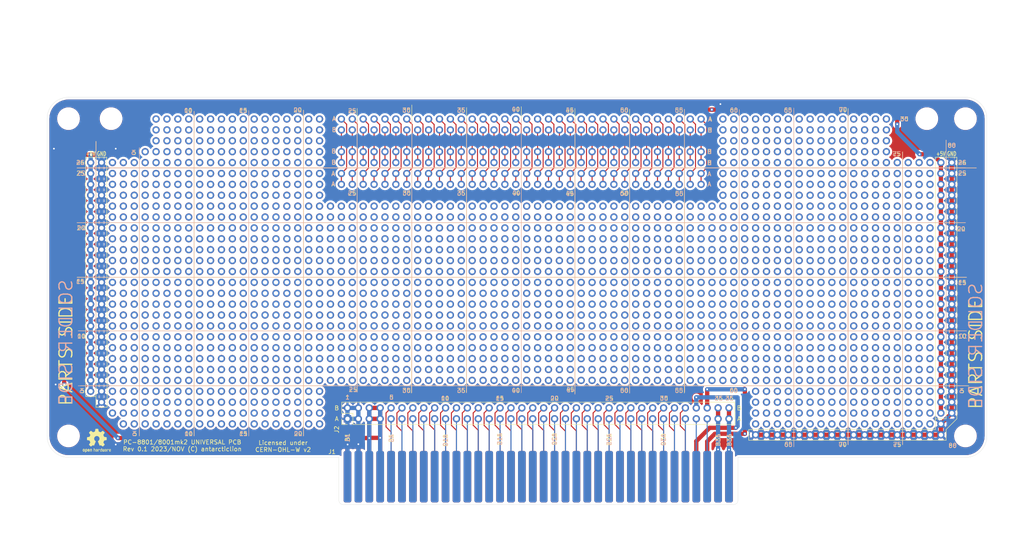
<source format=kicad_pcb>
(kicad_pcb (version 20171130) (host pcbnew "(5.1.6)-1")
  (title_block (title "PC8801/8001mk2 Universal PCB IDC B1") (date 2023-11-17) (rev R01) (company "KEISETSUGIKEN / antarcticlion"))
  (layers (0 F.Cu signal) (31 B.Cu signal) (34 B.Paste user) (35 F.Paste user) (36 B.SilkS user) (37 F.SilkS user) (38 B.Mask user) (39 F.Mask user) (44 Edge.Cuts user))
  (net 0 "")
  (net 1 AB05)
  (net 2 AB08)
  (net 3 AB10)
  (net 4 AB11)
  (net 5 AB09)
  (net 6 AB07)
  (net 7 AB06)
  (net 8 AB13)
  (net 9 "#RAS1")
  (net 10 "#ROMKILL")
  (net 11 "#RFSH")
  (net 12 "#MUX")
  (net 13 "#WE")
  (net 14 "#M1")
  (net 15 "#RAS0")
  (net 16 "#RESET")
  (net 17 "#RD")
  (net 18 "#MREQ")
  (net 19 "#IORQ")
  (net 20 "#WR")
  (net 21 AB15)
  (net 22 AB14)
  (net 23 AB12)
  (net 24 MCLK)
  (net 25 V2)
  (net 26 V1)
  (net 27 "#SCLOCK")
  (net 28 "#INT2")
  (net 29 "#FDINT1")
  (net 30 "#DACK1")
  (net 31 DB0)
  (net 32 4CLK)
  (net 33 "#WAIT")
  (net 34 "#IOW")
  (net 35 DB2)
  (net 36 DB1)
  (net 37 DB5)
  (net 38 FDRDY)
  (net 39 "#DRQ1")
  (net 40 "#FDINT2")
  (net 41 DB3)
  (net 42 "#NMI")
  (net 43 "#MEMW")
  (net 44 "#DMATC")
  (net 45 "#MEMR")
  (net 46 POWER)
  (net 47 DB7)
  (net 48 DB6)
  (net 49 DB4)
  (net 50 -12V)
  (net 51 +12V)
  (net 52 GND)
  (net 53 +5V)
  (net 54 AB01)
  (net 55 NC1)
  (net 56 AB02)
  (net 57 NC2)
  (net 58 AB03)
  (net 59 "#MWAIT")
  (net 60 "#INT4")
  (net 61 AB04)
  (net 62 "#INT3")
  (net 63 "#IOR")
  (net 64 AB00)
  (module Symbol:OSHW-Logo2_7.3x6mm_SilkScreen (layer F.Cu) (at 51.2 119.9)
    (fp_text reference REF** hide)
    (fp_text value OSHW-Logo2_7.3x6mm_SilkScreen hide)
  )
  (module ryuk_lib:Pin_2.54 (layer F.Cu) (at 100.56 49.96)
    (fp_text reference PIN**)
    (fp_text value Pin_2.54)
    (pad 1 thru_hole circle (at 0 0) (size 1.7 1.7) (drill 1) (layers *.Cu *.Mask))
  )
  (module ryuk_lib:Pin_2.54 (layer F.Cu) (at 95.48 49.96)
    (fp_text reference PIN**)
    (fp_text value Pin_2.54)
    (pad 1 thru_hole circle (at 0 0) (size 1.7 1.7) (drill 1) (layers *.Cu *.Mask))
  )
  (module ryuk_lib:Pin_2.54 (layer F.Cu) (at 98.02 49.96)
    (fp_text reference PIN**)
    (fp_text value Pin_2.54)
    (pad 1 thru_hole circle (at 0 0) (size 1.7 1.7) (drill 1) (layers *.Cu *.Mask))
  )
  (module ryuk_lib:Pin_2.54 (layer F.Cu) (at 103.1 49.96)
    (fp_text reference PIN**)
    (fp_text value Pin_2.54)
    (pad 1 thru_hole circle (at 0 0) (size 1.7 1.7) (drill 1) (layers *.Cu *.Mask))
  )
  (module ryuk_lib:Pin_2.54 (layer F.Cu) (at 90.4 49.96)
    (fp_text reference PIN**)
    (fp_text value Pin_2.54)
    (pad 1 thru_hole circle (at 0 0) (size 1.7 1.7) (drill 1) (layers *.Cu *.Mask))
  )
  (module ryuk_lib:Pin_2.54 (layer F.Cu) (at 85.32 49.96)
    (fp_text reference PIN**)
    (fp_text value Pin_2.54)
    (pad 1 thru_hole circle (at 0 0) (size 1.7 1.7) (drill 1) (layers *.Cu *.Mask))
  )
  (module ryuk_lib:Pin_2.54 (layer F.Cu) (at 87.86 49.96)
    (fp_text reference PIN**)
    (fp_text value Pin_2.54)
    (pad 1 thru_hole circle (at 0 0) (size 1.7 1.7) (drill 1) (layers *.Cu *.Mask))
  )
  (module ryuk_lib:Pin_2.54 (layer F.Cu) (at 92.94 49.96)
    (fp_text reference PIN**)
    (fp_text value Pin_2.54)
    (pad 1 thru_hole circle (at 0 0) (size 1.7 1.7) (drill 1) (layers *.Cu *.Mask))
  )
  (module ryuk_lib:Pin_2.54 (layer F.Cu) (at 82.78 49.96)
    (fp_text reference PIN**)
    (fp_text value Pin_2.54)
    (pad 1 thru_hole circle (at 0 0) (size 1.7 1.7) (drill 1) (layers *.Cu *.Mask))
  )
  (module ryuk_lib:Pin_2.54 (layer F.Cu) (at 80.24 49.96)
    (fp_text reference PIN**)
    (fp_text value Pin_2.54)
    (pad 1 thru_hole circle (at 0 0) (size 1.7 1.7) (drill 1) (layers *.Cu *.Mask))
  )
  (module ryuk_lib:Pin_2.54 (layer F.Cu) (at 77.7 49.96)
    (fp_text reference PIN**)
    (fp_text value Pin_2.54)
    (pad 1 thru_hole circle (at 0 0) (size 1.7 1.7) (drill 1) (layers *.Cu *.Mask))
  )
  (module ryuk_lib:Pin_2.54 (layer F.Cu) (at 75.16 49.96)
    (fp_text reference PIN**)
    (fp_text value Pin_2.54)
    (pad 1 thru_hole circle (at 0 0) (size 1.7 1.7) (drill 1) (layers *.Cu *.Mask))
  )
  (module ryuk_lib:Pin_2.54 (layer F.Cu) (at 70.08 49.96)
    (fp_text reference PIN**)
    (fp_text value Pin_2.54)
    (pad 1 thru_hole circle (at 0 0) (size 1.7 1.7) (drill 1) (layers *.Cu *.Mask))
  )
  (module ryuk_lib:Pin_2.54 (layer F.Cu) (at 72.62 49.96)
    (fp_text reference PIN**)
    (fp_text value Pin_2.54)
    (pad 1 thru_hole circle (at 0 0) (size 1.7 1.7) (drill 1) (layers *.Cu *.Mask))
  )
  (module ryuk_lib:Pin_2.54 (layer F.Cu) (at 67.54 49.96)
    (fp_text reference PIN**)
    (fp_text value Pin_2.54)
    (pad 1 thru_hole circle (at 0 0) (size 1.7 1.7) (drill 1) (layers *.Cu *.Mask))
  )
  (module ryuk_lib:Pin_2.54 (layer F.Cu) (at 65 49.96)
    (fp_text reference PIN**)
    (fp_text value Pin_2.54)
    (pad 1 thru_hole circle (at 0 0) (size 1.7 1.7) (drill 1) (layers *.Cu *.Mask))
  )
  (module ryuk_lib:Pin_2.54 (layer F.Cu) (at 103.1 62.66)
    (fp_text reference PIN**)
    (fp_text value Pin_2.54)
    (pad 1 thru_hole circle (at 0 0) (size 1.7 1.7) (drill 1) (layers *.Cu *.Mask))
  )
  (module ryuk_lib:Pin_2.54 (layer F.Cu) (at 100.56 62.66)
    (fp_text reference PIN**)
    (fp_text value Pin_2.54)
    (pad 1 thru_hole circle (at 0 0) (size 1.7 1.7) (drill 1) (layers *.Cu *.Mask))
  )
  (module ryuk_lib:Pin_2.54 (layer F.Cu) (at 92.94 62.66)
    (fp_text reference PIN**)
    (fp_text value Pin_2.54)
    (pad 1 thru_hole circle (at 0 0) (size 1.7 1.7) (drill 1) (layers *.Cu *.Mask))
  )
  (module ryuk_lib:Pin_2.54 (layer F.Cu) (at 90.4 62.66)
    (fp_text reference PIN**)
    (fp_text value Pin_2.54)
    (pad 1 thru_hole circle (at 0 0) (size 1.7 1.7) (drill 1) (layers *.Cu *.Mask))
  )
  (module ryuk_lib:Pin_2.54 (layer F.Cu) (at 98.02 62.66)
    (fp_text reference PIN**)
    (fp_text value Pin_2.54)
    (pad 1 thru_hole circle (at 0 0) (size 1.7 1.7) (drill 1) (layers *.Cu *.Mask))
  )
  (module ryuk_lib:Pin_2.54 (layer F.Cu) (at 87.86 62.66)
    (fp_text reference PIN**)
    (fp_text value Pin_2.54)
    (pad 1 thru_hole circle (at 0 0) (size 1.7 1.7) (drill 1) (layers *.Cu *.Mask))
  )
  (module ryuk_lib:Pin_2.54 (layer F.Cu) (at 95.48 62.66)
    (fp_text reference PIN**)
    (fp_text value Pin_2.54)
    (pad 1 thru_hole circle (at 0 0) (size 1.7 1.7) (drill 1) (layers *.Cu *.Mask))
  )
  (module ryuk_lib:Pin_2.54 (layer F.Cu) (at 80.24 62.66)
    (fp_text reference PIN**)
    (fp_text value Pin_2.54)
    (pad 1 thru_hole circle (at 0 0) (size 1.7 1.7) (drill 1) (layers *.Cu *.Mask))
  )
  (module ryuk_lib:Pin_2.54 (layer F.Cu) (at 85.32 62.66)
    (fp_text reference PIN**)
    (fp_text value Pin_2.54)
    (pad 1 thru_hole circle (at 0 0) (size 1.7 1.7) (drill 1) (layers *.Cu *.Mask))
  )
  (module ryuk_lib:Pin_2.54 (layer F.Cu) (at 75.16 62.66)
    (fp_text reference PIN**)
    (fp_text value Pin_2.54)
    (pad 1 thru_hole circle (at 0 0) (size 1.7 1.7) (drill 1) (layers *.Cu *.Mask))
  )
  (module ryuk_lib:Pin_2.54 (layer F.Cu) (at 82.78 62.66)
    (fp_text reference PIN**)
    (fp_text value Pin_2.54)
    (pad 1 thru_hole circle (at 0 0) (size 1.7 1.7) (drill 1) (layers *.Cu *.Mask))
  )
  (module ryuk_lib:Pin_2.54 (layer F.Cu) (at 77.7 62.66)
    (fp_text reference PIN**)
    (fp_text value Pin_2.54)
    (pad 1 thru_hole circle (at 0 0) (size 1.7 1.7) (drill 1) (layers *.Cu *.Mask))
  )
  (module ryuk_lib:Pin_2.54 (layer F.Cu) (at 72.62 62.66)
    (fp_text reference PIN**)
    (fp_text value Pin_2.54)
    (pad 1 thru_hole circle (at 0 0) (size 1.7 1.7) (drill 1) (layers *.Cu *.Mask))
  )
  (module ryuk_lib:Pin_2.54 (layer F.Cu) (at 62.46 62.66)
    (fp_text reference PIN**)
    (fp_text value Pin_2.54)
    (pad 1 thru_hole circle (at 0 0) (size 1.7 1.7) (drill 1) (layers *.Cu *.Mask))
  )
  (module ryuk_lib:Pin_2.54 (layer F.Cu) (at 70.08 62.66)
    (fp_text reference PIN**)
    (fp_text value Pin_2.54)
    (pad 1 thru_hole circle (at 0 0) (size 1.7 1.7) (drill 1) (layers *.Cu *.Mask))
  )
  (module ryuk_lib:Pin_2.54 (layer F.Cu) (at 65 62.66)
    (fp_text reference PIN**)
    (fp_text value Pin_2.54)
    (pad 1 thru_hole circle (at 0 0) (size 1.7 1.7) (drill 1) (layers *.Cu *.Mask))
  )
  (module ryuk_lib:Pin_2.54 (layer F.Cu) (at 67.54 62.66)
    (fp_text reference PIN**)
    (fp_text value Pin_2.54)
    (pad 1 thru_hole circle (at 0 0) (size 1.7 1.7) (drill 1) (layers *.Cu *.Mask))
  )
  (module ryuk_lib:Pin_2.54 (layer F.Cu) (at 62.46 52.5)
    (fp_text reference PIN**)
    (fp_text value Pin_2.54)
    (pad 1 thru_hole circle (at 0 0) (size 1.7 1.7) (drill 1) (layers *.Cu *.Mask))
  )
  (module ryuk_lib:Pin_2.54 (layer F.Cu) (at 62.46 57.58)
    (fp_text reference PIN**)
    (fp_text value Pin_2.54)
    (pad 1 thru_hole circle (at 0 0) (size 1.7 1.7) (drill 1) (layers *.Cu *.Mask))
  )
  (module ryuk_lib:Pin_2.54 (layer F.Cu) (at 62.46 60.12)
    (fp_text reference PIN**)
    (fp_text value Pin_2.54)
    (pad 1 thru_hole circle (at 0 0) (size 1.7 1.7) (drill 1) (layers *.Cu *.Mask))
  )
  (module ryuk_lib:Pin_2.54 (layer F.Cu) (at 62.46 55.04)
    (fp_text reference PIN**)
    (fp_text value Pin_2.54)
    (pad 1 thru_hole circle (at 0 0) (size 1.7 1.7) (drill 1) (layers *.Cu *.Mask))
  )
  (module ryuk_lib:Pin_2.54 (layer F.Cu) (at 217.4 62.66)
    (fp_text reference PIN**)
    (fp_text value Pin_2.54)
    (pad 1 thru_hole circle (at 0 0) (size 1.7 1.7) (drill 1) (layers *.Cu *.Mask))
  )
  (module ryuk_lib:Pin_2.54 (layer F.Cu) (at 214.86 62.66)
    (fp_text reference PIN**)
    (fp_text value Pin_2.54)
    (pad 1 thru_hole circle (at 0 0) (size 1.7 1.7) (drill 1) (layers *.Cu *.Mask))
  )
  (module ryuk_lib:Pin_2.54 (layer F.Cu) (at 219.94 62.66)
    (fp_text reference PIN**)
    (fp_text value Pin_2.54)
    (pad 1 thru_hole circle (at 0 0) (size 1.7 1.7) (drill 1) (layers *.Cu *.Mask))
  )
  (module ryuk_lib:Pin_2.54 (layer F.Cu) (at 225.02 62.66)
    (fp_text reference PIN**)
    (fp_text value Pin_2.54)
    (pad 1 thru_hole circle (at 0 0) (size 1.7 1.7) (drill 1) (layers *.Cu *.Mask))
  )
  (module ryuk_lib:Pin_2.54 (layer F.Cu) (at 222.48 62.66)
    (fp_text reference PIN**)
    (fp_text value Pin_2.54)
    (pad 1 thru_hole circle (at 0 0) (size 1.7 1.7) (drill 1) (layers *.Cu *.Mask))
  )
  (module ryuk_lib:Pin_2.54 (layer F.Cu) (at 202.16 62.66)
    (fp_text reference PIN**)
    (fp_text value Pin_2.54)
    (pad 1 thru_hole circle (at 0 0) (size 1.7 1.7) (drill 1) (layers *.Cu *.Mask))
  )
  (module ryuk_lib:Pin_2.54 (layer F.Cu) (at 204.7 62.66)
    (fp_text reference PIN**)
    (fp_text value Pin_2.54)
    (pad 1 thru_hole circle (at 0 0) (size 1.7 1.7) (drill 1) (layers *.Cu *.Mask))
  )
  (module ryuk_lib:Pin_2.54 (layer F.Cu) (at 207.24 62.66)
    (fp_text reference PIN**)
    (fp_text value Pin_2.54)
    (pad 1 thru_hole circle (at 0 0) (size 1.7 1.7) (drill 1) (layers *.Cu *.Mask))
  )
  (module ryuk_lib:Pin_2.54 (layer F.Cu) (at 212.32 62.66)
    (fp_text reference PIN**)
    (fp_text value Pin_2.54)
    (pad 1 thru_hole circle (at 0 0) (size 1.7 1.7) (drill 1) (layers *.Cu *.Mask))
  )
  (module ryuk_lib:Pin_2.54 (layer F.Cu) (at 209.78 62.66)
    (fp_text reference PIN**)
    (fp_text value Pin_2.54)
    (pad 1 thru_hole circle (at 0 0) (size 1.7 1.7) (drill 1) (layers *.Cu *.Mask))
  )
  (module ryuk_lib:Pin_2.54 (layer F.Cu) (at 197.08 62.66)
    (fp_text reference PIN**)
    (fp_text value Pin_2.54)
    (pad 1 thru_hole circle (at 0 0) (size 1.7 1.7) (drill 1) (layers *.Cu *.Mask))
  )
  (module ryuk_lib:Pin_2.54 (layer F.Cu) (at 199.62 62.66)
    (fp_text reference PIN**)
    (fp_text value Pin_2.54)
    (pad 1 thru_hole circle (at 0 0) (size 1.7 1.7) (drill 1) (layers *.Cu *.Mask))
  )
  (module ryuk_lib:Pin_2.54 (layer F.Cu) (at 237.72 62.66)
    (fp_text reference PIN**)
    (fp_text value Pin_2.54)
    (pad 1 thru_hole circle (at 0 0) (size 1.7 1.7) (drill 1) (layers *.Cu *.Mask))
  )
  (module ryuk_lib:Pin_2.54 (layer F.Cu) (at 237.72 55.04)
    (fp_text reference PIN**)
    (fp_text value Pin_2.54)
    (pad 1 thru_hole circle (at 0 0) (size 1.7 1.7) (drill 1) (layers *.Cu *.Mask))
  )
  (module ryuk_lib:Pin_2.54 (layer F.Cu) (at 237.72 60.12)
    (fp_text reference PIN**)
    (fp_text value Pin_2.54)
    (pad 1 thru_hole circle (at 0 0) (size 1.7 1.7) (drill 1) (layers *.Cu *.Mask))
  )
  (module ryuk_lib:Pin_2.54 (layer F.Cu) (at 237.72 57.58)
    (fp_text reference PIN**)
    (fp_text value Pin_2.54)
    (pad 1 thru_hole circle (at 0 0) (size 1.7 1.7) (drill 1) (layers *.Cu *.Mask))
  )
  (module ryuk_lib:Pin_2.54 (layer F.Cu) (at 232.64 62.66)
    (fp_text reference PIN**)
    (fp_text value Pin_2.54)
    (pad 1 thru_hole circle (at 0 0) (size 1.7 1.7) (drill 1) (layers *.Cu *.Mask))
  )
  (module ryuk_lib:Pin_2.54 (layer F.Cu) (at 227.56 62.66)
    (fp_text reference PIN**)
    (fp_text value Pin_2.54)
    (pad 1 thru_hole circle (at 0 0) (size 1.7 1.7) (drill 1) (layers *.Cu *.Mask))
  )
  (module ryuk_lib:Pin_2.54 (layer F.Cu) (at 230.1 62.66)
    (fp_text reference PIN**)
    (fp_text value Pin_2.54)
    (pad 1 thru_hole circle (at 0 0) (size 1.7 1.7) (drill 1) (layers *.Cu *.Mask))
  )
  (module ryuk_lib:Pin_2.54 (layer F.Cu) (at 235.18 62.66)
    (fp_text reference PIN**)
    (fp_text value Pin_2.54)
    (pad 1 thru_hole circle (at 0 0) (size 1.7 1.7) (drill 1) (layers *.Cu *.Mask))
  )
  (module ryuk_lib:Pin_2.54 (layer F.Cu) (at 230.1 49.96)
    (fp_text reference PIN**)
    (fp_text value Pin_2.54)
    (pad 1 thru_hole circle (at 0 0) (size 1.7 1.7) (drill 1) (layers *.Cu *.Mask))
  )
  (module ryuk_lib:Pin_2.54 (layer F.Cu) (at 227.56 49.96)
    (fp_text reference PIN**)
    (fp_text value Pin_2.54)
    (pad 1 thru_hole circle (at 0 0) (size 1.7 1.7) (drill 1) (layers *.Cu *.Mask))
  )
  (module ryuk_lib:Pin_2.54 (layer F.Cu) (at 214.86 49.96)
    (fp_text reference PIN**)
    (fp_text value Pin_2.54)
    (pad 1 thru_hole circle (at 0 0) (size 1.7 1.7) (drill 1) (layers *.Cu *.Mask))
  )
  (module ryuk_lib:Pin_2.54 (layer F.Cu) (at 217.4 49.96)
    (fp_text reference PIN**)
    (fp_text value Pin_2.54)
    (pad 1 thru_hole circle (at 0 0) (size 1.7 1.7) (drill 1) (layers *.Cu *.Mask))
  )
  (module ryuk_lib:Pin_2.54 (layer F.Cu) (at 225.02 49.96)
    (fp_text reference PIN**)
    (fp_text value Pin_2.54)
    (pad 1 thru_hole circle (at 0 0) (size 1.7 1.7) (drill 1) (layers *.Cu *.Mask))
  )
  (module ryuk_lib:Pin_2.54 (layer F.Cu) (at 219.94 49.96)
    (fp_text reference PIN**)
    (fp_text value Pin_2.54)
    (pad 1 thru_hole circle (at 0 0) (size 1.7 1.7) (drill 1) (layers *.Cu *.Mask))
  )
  (module ryuk_lib:Pin_2.54 (layer F.Cu) (at 222.48 49.96)
    (fp_text reference PIN**)
    (fp_text value Pin_2.54)
    (pad 1 thru_hole circle (at 0 0) (size 1.7 1.7) (drill 1) (layers *.Cu *.Mask))
  )
  (module ryuk_lib:Pin_2.54 (layer F.Cu) (at 232.64 49.96)
    (fp_text reference PIN**)
    (fp_text value Pin_2.54)
    (pad 1 thru_hole circle (at 0 0) (size 1.7 1.7) (drill 1) (layers *.Cu *.Mask))
  )
  (module ryuk_lib:Pin_2.54 (layer F.Cu) (at 235.18 49.96)
    (fp_text reference PIN**)
    (fp_text value Pin_2.54)
    (pad 1 thru_hole circle (at 0 0) (size 1.7 1.7) (drill 1) (layers *.Cu *.Mask))
  )
  (module ryuk_lib:Pin_2.54 (layer F.Cu) (at 197.08 49.96)
    (fp_text reference PIN**)
    (fp_text value Pin_2.54)
    (pad 1 thru_hole circle (at 0 0) (size 1.7 1.7) (drill 1) (layers *.Cu *.Mask))
  )
  (module ryuk_lib:Pin_2.54 (layer F.Cu) (at 209.78 49.96)
    (fp_text reference PIN**)
    (fp_text value Pin_2.54)
    (pad 1 thru_hole circle (at 0 0) (size 1.7 1.7) (drill 1) (layers *.Cu *.Mask))
  )
  (module ryuk_lib:Pin_2.54 (layer F.Cu) (at 212.32 49.96)
    (fp_text reference PIN**)
    (fp_text value Pin_2.54)
    (pad 1 thru_hole circle (at 0 0) (size 1.7 1.7) (drill 1) (layers *.Cu *.Mask))
  )
  (module ryuk_lib:Pin_2.54 (layer F.Cu) (at 207.24 49.96)
    (fp_text reference PIN**)
    (fp_text value Pin_2.54)
    (pad 1 thru_hole circle (at 0 0) (size 1.7 1.7) (drill 1) (layers *.Cu *.Mask))
  )
  (module ryuk_lib:Pin_2.54 (layer F.Cu) (at 199.62 49.96)
    (fp_text reference PIN**)
    (fp_text value Pin_2.54)
    (pad 1 thru_hole circle (at 0 0) (size 1.7 1.7) (drill 1) (layers *.Cu *.Mask))
  )
  (module ryuk_lib:Pin_2.54 (layer F.Cu) (at 204.7 49.96)
    (fp_text reference PIN**)
    (fp_text value Pin_2.54)
    (pad 1 thru_hole circle (at 0 0) (size 1.7 1.7) (drill 1) (layers *.Cu *.Mask))
  )
  (module ryuk_lib:Pin_2.54 (layer F.Cu) (at 202.16 49.96)
    (fp_text reference PIN**)
    (fp_text value Pin_2.54)
    (pad 1 thru_hole circle (at 0 0) (size 1.7 1.7) (drill 1) (layers *.Cu *.Mask))
  )
  (module ryuk_lib:Pin_2.54 (layer F.Cu) (at 184.38 103.3)
    (fp_text reference PIN**)
    (fp_text value Pin_2.54)
    (pad 1 thru_hole circle (at 0 0) (size 1.7 1.7) (drill 1) (layers *.Cu *.Mask))
  )
  (module ryuk_lib:Pin_2.54 (layer F.Cu) (at 202.16 103.3)
    (fp_text reference PIN**)
    (fp_text value Pin_2.54)
    (pad 1 thru_hole circle (at 0 0) (size 1.7 1.7) (drill 1) (layers *.Cu *.Mask))
  )
  (module ryuk_lib:Pin_2.54 (layer F.Cu) (at 186.92 103.3)
    (fp_text reference PIN**)
    (fp_text value Pin_2.54)
    (pad 1 thru_hole circle (at 0 0) (size 1.7 1.7) (drill 1) (layers *.Cu *.Mask))
  )
  (module ryuk_lib:Pin_2.54 (layer F.Cu) (at 199.62 103.3)
    (fp_text reference PIN**)
    (fp_text value Pin_2.54)
    (pad 1 thru_hole circle (at 0 0) (size 1.7 1.7) (drill 1) (layers *.Cu *.Mask))
  )
  (module ryuk_lib:Pin_2.54 (layer F.Cu) (at 194.54 103.3)
    (fp_text reference PIN**)
    (fp_text value Pin_2.54)
    (pad 1 thru_hole circle (at 0 0) (size 1.7 1.7) (drill 1) (layers *.Cu *.Mask))
  )
  (module ryuk_lib:Pin_2.54 (layer F.Cu) (at 189.46 103.3)
    (fp_text reference PIN**)
    (fp_text value Pin_2.54)
    (pad 1 thru_hole circle (at 0 0) (size 1.7 1.7) (drill 1) (layers *.Cu *.Mask))
  )
  (module ryuk_lib:Pin_2.54 (layer F.Cu) (at 197.08 103.3)
    (fp_text reference PIN**)
    (fp_text value Pin_2.54)
    (pad 1 thru_hole circle (at 0 0) (size 1.7 1.7) (drill 1) (layers *.Cu *.Mask))
  )
  (module ryuk_lib:Pin_2.54 (layer F.Cu) (at 192 103.3)
    (fp_text reference PIN**)
    (fp_text value Pin_2.54)
    (pad 1 thru_hole circle (at 0 0) (size 1.7 1.7) (drill 1) (layers *.Cu *.Mask))
  )
  (module ryuk_lib:Pin_2.54 (layer F.Cu) (at 194.54 105.84)
    (fp_text reference PIN**)
    (fp_text value Pin_2.54)
    (pad 1 thru_hole circle (at 0 0) (size 1.7 1.7) (drill 1) (layers *.Cu *.Mask))
  )
  (module ryuk_lib:Pin_2.54 (layer F.Cu) (at 186.92 105.84)
    (fp_text reference PIN**)
    (fp_text value Pin_2.54)
    (pad 1 thru_hole circle (at 0 0) (size 1.7 1.7) (drill 1) (layers *.Cu *.Mask))
  )
  (module ryuk_lib:Pin_2.54 (layer F.Cu) (at 202.16 105.84)
    (fp_text reference PIN**)
    (fp_text value Pin_2.54)
    (pad 1 thru_hole circle (at 0 0) (size 1.7 1.7) (drill 1) (layers *.Cu *.Mask))
  )
  (module ryuk_lib:Pin_2.54 (layer F.Cu) (at 197.08 105.84)
    (fp_text reference PIN**)
    (fp_text value Pin_2.54)
    (pad 1 thru_hole circle (at 0 0) (size 1.7 1.7) (drill 1) (layers *.Cu *.Mask))
  )
  (module ryuk_lib:Pin_2.54 (layer F.Cu) (at 199.62 105.84)
    (fp_text reference PIN**)
    (fp_text value Pin_2.54)
    (pad 1 thru_hole circle (at 0 0) (size 1.7 1.7) (drill 1) (layers *.Cu *.Mask))
  )
  (module ryuk_lib:Pin_2.54 (layer F.Cu) (at 192 105.84)
    (fp_text reference PIN**)
    (fp_text value Pin_2.54)
    (pad 1 thru_hole circle (at 0 0) (size 1.7 1.7) (drill 1) (layers *.Cu *.Mask))
  )
  (module ryuk_lib:Pin_2.54 (layer F.Cu) (at 189.46 105.84)
    (fp_text reference PIN**)
    (fp_text value Pin_2.54)
    (pad 1 thru_hole circle (at 0 0) (size 1.7 1.7) (drill 1) (layers *.Cu *.Mask))
  )
  (module ryuk_lib:Pin_2.54 (layer F.Cu) (at 184.38 105.84)
    (fp_text reference PIN**)
    (fp_text value Pin_2.54)
    (pad 1 thru_hole circle (at 0 0) (size 1.7 1.7) (drill 1) (layers *.Cu *.Mask))
  )
  (module ryuk_lib:Pin_2.54 (layer F.Cu) (at 202.16 100.76)
    (fp_text reference PIN**)
    (fp_text value Pin_2.54)
    (pad 1 thru_hole circle (at 0 0) (size 1.7 1.7) (drill 1) (layers *.Cu *.Mask))
  )
  (module ryuk_lib:Pin_2.54 (layer F.Cu) (at 199.62 98.22)
    (fp_text reference PIN**)
    (fp_text value Pin_2.54)
    (pad 1 thru_hole circle (at 0 0) (size 1.7 1.7) (drill 1) (layers *.Cu *.Mask))
  )
  (module ryuk_lib:Pin_2.54 (layer F.Cu) (at 199.62 100.76)
    (fp_text reference PIN**)
    (fp_text value Pin_2.54)
    (pad 1 thru_hole circle (at 0 0) (size 1.7 1.7) (drill 1) (layers *.Cu *.Mask))
  )
  (module ryuk_lib:Pin_2.54 (layer F.Cu) (at 197.08 100.76)
    (fp_text reference PIN**)
    (fp_text value Pin_2.54)
    (pad 1 thru_hole circle (at 0 0) (size 1.7 1.7) (drill 1) (layers *.Cu *.Mask))
  )
  (module ryuk_lib:Pin_2.54 (layer F.Cu) (at 202.16 98.22)
    (fp_text reference PIN**)
    (fp_text value Pin_2.54)
    (pad 1 thru_hole circle (at 0 0) (size 1.7 1.7) (drill 1) (layers *.Cu *.Mask))
  )
  (module ryuk_lib:Pin_2.54 (layer F.Cu) (at 197.08 98.22)
    (fp_text reference PIN**)
    (fp_text value Pin_2.54)
    (pad 1 thru_hole circle (at 0 0) (size 1.7 1.7) (drill 1) (layers *.Cu *.Mask))
  )
  (module ryuk_lib:Pin_2.54 (layer F.Cu) (at 194.54 100.76)
    (fp_text reference PIN**)
    (fp_text value Pin_2.54)
    (pad 1 thru_hole circle (at 0 0) (size 1.7 1.7) (drill 1) (layers *.Cu *.Mask))
  )
  (module ryuk_lib:Pin_2.54 (layer F.Cu) (at 192 98.22)
    (fp_text reference PIN**)
    (fp_text value Pin_2.54)
    (pad 1 thru_hole circle (at 0 0) (size 1.7 1.7) (drill 1) (layers *.Cu *.Mask))
  )
  (module ryuk_lib:Pin_2.54 (layer F.Cu) (at 189.46 100.76)
    (fp_text reference PIN**)
    (fp_text value Pin_2.54)
    (pad 1 thru_hole circle (at 0 0) (size 1.7 1.7) (drill 1) (layers *.Cu *.Mask))
  )
  (module ryuk_lib:Pin_2.54 (layer F.Cu) (at 186.92 100.76)
    (fp_text reference PIN**)
    (fp_text value Pin_2.54)
    (pad 1 thru_hole circle (at 0 0) (size 1.7 1.7) (drill 1) (layers *.Cu *.Mask))
  )
  (module ryuk_lib:Pin_2.54 (layer F.Cu) (at 184.38 100.76)
    (fp_text reference PIN**)
    (fp_text value Pin_2.54)
    (pad 1 thru_hole circle (at 0 0) (size 1.7 1.7) (drill 1) (layers *.Cu *.Mask))
  )
  (module ryuk_lib:Pin_2.54 (layer F.Cu) (at 184.38 98.22)
    (fp_text reference PIN**)
    (fp_text value Pin_2.54)
    (pad 1 thru_hole circle (at 0 0) (size 1.7 1.7) (drill 1) (layers *.Cu *.Mask))
  )
  (module ryuk_lib:Pin_2.54 (layer F.Cu) (at 192 100.76)
    (fp_text reference PIN**)
    (fp_text value Pin_2.54)
    (pad 1 thru_hole circle (at 0 0) (size 1.7 1.7) (drill 1) (layers *.Cu *.Mask))
  )
  (module ryuk_lib:Pin_2.54 (layer F.Cu) (at 186.92 98.22)
    (fp_text reference PIN**)
    (fp_text value Pin_2.54)
    (pad 1 thru_hole circle (at 0 0) (size 1.7 1.7) (drill 1) (layers *.Cu *.Mask))
  )
  (module ryuk_lib:Pin_2.54 (layer F.Cu) (at 194.54 98.22)
    (fp_text reference PIN**)
    (fp_text value Pin_2.54)
    (pad 1 thru_hole circle (at 0 0) (size 1.7 1.7) (drill 1) (layers *.Cu *.Mask))
  )
  (module ryuk_lib:Pin_2.54 (layer F.Cu) (at 189.46 98.22)
    (fp_text reference PIN**)
    (fp_text value Pin_2.54)
    (pad 1 thru_hole circle (at 0 0) (size 1.7 1.7) (drill 1) (layers *.Cu *.Mask))
  )
  (module ryuk_lib:Pin_2.54 (layer F.Cu) (at 174.22 103.3)
    (fp_text reference PIN**)
    (fp_text value Pin_2.54)
    (pad 1 thru_hole circle (at 0 0) (size 1.7 1.7) (drill 1) (layers *.Cu *.Mask))
  )
  (module ryuk_lib:Pin_2.54 (layer F.Cu) (at 166.6 100.76)
    (fp_text reference PIN**)
    (fp_text value Pin_2.54)
    (pad 1 thru_hole circle (at 0 0) (size 1.7 1.7) (drill 1) (layers *.Cu *.Mask))
  )
  (module ryuk_lib:Pin_2.54 (layer F.Cu) (at 181.84 103.3)
    (fp_text reference PIN**)
    (fp_text value Pin_2.54)
    (pad 1 thru_hole circle (at 0 0) (size 1.7 1.7) (drill 1) (layers *.Cu *.Mask))
  )
  (module ryuk_lib:Pin_2.54 (layer F.Cu) (at 179.3 105.84)
    (fp_text reference PIN**)
    (fp_text value Pin_2.54)
    (pad 1 thru_hole circle (at 0 0) (size 1.7 1.7) (drill 1) (layers *.Cu *.Mask))
  )
  (module ryuk_lib:Pin_2.54 (layer F.Cu) (at 181.84 100.76)
    (fp_text reference PIN**)
    (fp_text value Pin_2.54)
    (pad 1 thru_hole circle (at 0 0) (size 1.7 1.7) (drill 1) (layers *.Cu *.Mask))
  )
  (module ryuk_lib:Pin_2.54 (layer F.Cu) (at 169.14 103.3)
    (fp_text reference PIN**)
    (fp_text value Pin_2.54)
    (pad 1 thru_hole circle (at 0 0) (size 1.7 1.7) (drill 1) (layers *.Cu *.Mask))
  )
  (module ryuk_lib:Pin_2.54 (layer F.Cu) (at 179.3 98.22)
    (fp_text reference PIN**)
    (fp_text value Pin_2.54)
    (pad 1 thru_hole circle (at 0 0) (size 1.7 1.7) (drill 1) (layers *.Cu *.Mask))
  )
  (module ryuk_lib:Pin_2.54 (layer F.Cu) (at 181.84 105.84)
    (fp_text reference PIN**)
    (fp_text value Pin_2.54)
    (pad 1 thru_hole circle (at 0 0) (size 1.7 1.7) (drill 1) (layers *.Cu *.Mask))
  )
  (module ryuk_lib:Pin_2.54 (layer F.Cu) (at 176.76 100.76)
    (fp_text reference PIN**)
    (fp_text value Pin_2.54)
    (pad 1 thru_hole circle (at 0 0) (size 1.7 1.7) (drill 1) (layers *.Cu *.Mask))
  )
  (module ryuk_lib:Pin_2.54 (layer F.Cu) (at 174.22 100.76)
    (fp_text reference PIN**)
    (fp_text value Pin_2.54)
    (pad 1 thru_hole circle (at 0 0) (size 1.7 1.7) (drill 1) (layers *.Cu *.Mask))
  )
  (module ryuk_lib:Pin_2.54 (layer F.Cu) (at 174.22 105.84)
    (fp_text reference PIN**)
    (fp_text value Pin_2.54)
    (pad 1 thru_hole circle (at 0 0) (size 1.7 1.7) (drill 1) (layers *.Cu *.Mask))
  )
  (module ryuk_lib:Pin_2.54 (layer F.Cu) (at 176.76 103.3)
    (fp_text reference PIN**)
    (fp_text value Pin_2.54)
    (pad 1 thru_hole circle (at 0 0) (size 1.7 1.7) (drill 1) (layers *.Cu *.Mask))
  )
  (module ryuk_lib:Pin_2.54 (layer F.Cu) (at 176.76 105.84)
    (fp_text reference PIN**)
    (fp_text value Pin_2.54)
    (pad 1 thru_hole circle (at 0 0) (size 1.7 1.7) (drill 1) (layers *.Cu *.Mask))
  )
  (module ryuk_lib:Pin_2.54 (layer F.Cu) (at 171.68 100.76)
    (fp_text reference PIN**)
    (fp_text value Pin_2.54)
    (pad 1 thru_hole circle (at 0 0) (size 1.7 1.7) (drill 1) (layers *.Cu *.Mask))
  )
  (module ryuk_lib:Pin_2.54 (layer F.Cu) (at 171.68 103.3)
    (fp_text reference PIN**)
    (fp_text value Pin_2.54)
    (pad 1 thru_hole circle (at 0 0) (size 1.7 1.7) (drill 1) (layers *.Cu *.Mask))
  )
  (module ryuk_lib:Pin_2.54 (layer F.Cu) (at 171.68 98.22)
    (fp_text reference PIN**)
    (fp_text value Pin_2.54)
    (pad 1 thru_hole circle (at 0 0) (size 1.7 1.7) (drill 1) (layers *.Cu *.Mask))
  )
  (module ryuk_lib:Pin_2.54 (layer F.Cu) (at 179.3 100.76)
    (fp_text reference PIN**)
    (fp_text value Pin_2.54)
    (pad 1 thru_hole circle (at 0 0) (size 1.7 1.7) (drill 1) (layers *.Cu *.Mask))
  )
  (module ryuk_lib:Pin_2.54 (layer F.Cu) (at 169.14 105.84)
    (fp_text reference PIN**)
    (fp_text value Pin_2.54)
    (pad 1 thru_hole circle (at 0 0) (size 1.7 1.7) (drill 1) (layers *.Cu *.Mask))
  )
  (module ryuk_lib:Pin_2.54 (layer F.Cu) (at 179.3 103.3)
    (fp_text reference PIN**)
    (fp_text value Pin_2.54)
    (pad 1 thru_hole circle (at 0 0) (size 1.7 1.7) (drill 1) (layers *.Cu *.Mask))
  )
  (module ryuk_lib:Pin_2.54 (layer F.Cu) (at 174.22 98.22)
    (fp_text reference PIN**)
    (fp_text value Pin_2.54)
    (pad 1 thru_hole circle (at 0 0) (size 1.7 1.7) (drill 1) (layers *.Cu *.Mask))
  )
  (module ryuk_lib:Pin_2.54 (layer F.Cu) (at 169.14 100.76)
    (fp_text reference PIN**)
    (fp_text value Pin_2.54)
    (pad 1 thru_hole circle (at 0 0) (size 1.7 1.7) (drill 1) (layers *.Cu *.Mask))
  )
  (module ryuk_lib:Pin_2.54 (layer F.Cu) (at 166.6 103.3)
    (fp_text reference PIN**)
    (fp_text value Pin_2.54)
    (pad 1 thru_hole circle (at 0 0) (size 1.7 1.7) (drill 1) (layers *.Cu *.Mask))
  )
  (module ryuk_lib:Pin_2.54 (layer F.Cu) (at 181.84 98.22)
    (fp_text reference PIN**)
    (fp_text value Pin_2.54)
    (pad 1 thru_hole circle (at 0 0) (size 1.7 1.7) (drill 1) (layers *.Cu *.Mask))
  )
  (module ryuk_lib:Pin_2.54 (layer F.Cu) (at 171.68 105.84)
    (fp_text reference PIN**)
    (fp_text value Pin_2.54)
    (pad 1 thru_hole circle (at 0 0) (size 1.7 1.7) (drill 1) (layers *.Cu *.Mask))
  )
  (module ryuk_lib:Pin_2.54 (layer F.Cu) (at 169.14 98.22)
    (fp_text reference PIN**)
    (fp_text value Pin_2.54)
    (pad 1 thru_hole circle (at 0 0) (size 1.7 1.7) (drill 1) (layers *.Cu *.Mask))
  )
  (module ryuk_lib:Pin_2.54 (layer F.Cu) (at 176.76 98.22)
    (fp_text reference PIN**)
    (fp_text value Pin_2.54)
    (pad 1 thru_hole circle (at 0 0) (size 1.7 1.7) (drill 1) (layers *.Cu *.Mask))
  )
  (module ryuk_lib:Pin_2.54 (layer F.Cu) (at 166.6 98.22)
    (fp_text reference PIN**)
    (fp_text value Pin_2.54)
    (pad 1 thru_hole circle (at 0 0) (size 1.7 1.7) (drill 1) (layers *.Cu *.Mask))
  )
  (module ryuk_lib:Pin_2.54 (layer F.Cu) (at 166.6 105.84)
    (fp_text reference PIN**)
    (fp_text value Pin_2.54)
    (pad 1 thru_hole circle (at 0 0) (size 1.7 1.7) (drill 1) (layers *.Cu *.Mask))
  )
  (module ryuk_lib:Pin_2.54 (layer F.Cu) (at 153.9 98.22)
    (fp_text reference PIN**)
    (fp_text value Pin_2.54)
    (pad 1 thru_hole circle (at 0 0) (size 1.7 1.7) (drill 1) (layers *.Cu *.Mask))
  )
  (module ryuk_lib:Pin_2.54 (layer F.Cu) (at 161.52 100.76)
    (fp_text reference PIN**)
    (fp_text value Pin_2.54)
    (pad 1 thru_hole circle (at 0 0) (size 1.7 1.7) (drill 1) (layers *.Cu *.Mask))
  )
  (module ryuk_lib:Pin_2.54 (layer F.Cu) (at 151.36 100.76)
    (fp_text reference PIN**)
    (fp_text value Pin_2.54)
    (pad 1 thru_hole circle (at 0 0) (size 1.7 1.7) (drill 1) (layers *.Cu *.Mask))
  )
  (module ryuk_lib:Pin_2.54 (layer F.Cu) (at 151.36 103.3)
    (fp_text reference PIN**)
    (fp_text value Pin_2.54)
    (pad 1 thru_hole circle (at 0 0) (size 1.7 1.7) (drill 1) (layers *.Cu *.Mask))
  )
  (module ryuk_lib:Pin_2.54 (layer F.Cu) (at 161.52 98.22)
    (fp_text reference PIN**)
    (fp_text value Pin_2.54)
    (pad 1 thru_hole circle (at 0 0) (size 1.7 1.7) (drill 1) (layers *.Cu *.Mask))
  )
  (module ryuk_lib:Pin_2.54 (layer F.Cu) (at 164.06 105.84)
    (fp_text reference PIN**)
    (fp_text value Pin_2.54)
    (pad 1 thru_hole circle (at 0 0) (size 1.7 1.7) (drill 1) (layers *.Cu *.Mask))
  )
  (module ryuk_lib:Pin_2.54 (layer F.Cu) (at 158.98 100.76)
    (fp_text reference PIN**)
    (fp_text value Pin_2.54)
    (pad 1 thru_hole circle (at 0 0) (size 1.7 1.7) (drill 1) (layers *.Cu *.Mask))
  )
  (module ryuk_lib:Pin_2.54 (layer F.Cu) (at 156.44 103.3)
    (fp_text reference PIN**)
    (fp_text value Pin_2.54)
    (pad 1 thru_hole circle (at 0 0) (size 1.7 1.7) (drill 1) (layers *.Cu *.Mask))
  )
  (module ryuk_lib:Pin_2.54 (layer F.Cu) (at 156.44 98.22)
    (fp_text reference PIN**)
    (fp_text value Pin_2.54)
    (pad 1 thru_hole circle (at 0 0) (size 1.7 1.7) (drill 1) (layers *.Cu *.Mask))
  )
  (module ryuk_lib:Pin_2.54 (layer F.Cu) (at 156.44 100.76)
    (fp_text reference PIN**)
    (fp_text value Pin_2.54)
    (pad 1 thru_hole circle (at 0 0) (size 1.7 1.7) (drill 1) (layers *.Cu *.Mask))
  )
  (module ryuk_lib:Pin_2.54 (layer F.Cu) (at 151.36 105.84)
    (fp_text reference PIN**)
    (fp_text value Pin_2.54)
    (pad 1 thru_hole circle (at 0 0) (size 1.7 1.7) (drill 1) (layers *.Cu *.Mask))
  )
  (module ryuk_lib:Pin_2.54 (layer F.Cu) (at 148.82 100.76)
    (fp_text reference PIN**)
    (fp_text value Pin_2.54)
    (pad 1 thru_hole circle (at 0 0) (size 1.7 1.7) (drill 1) (layers *.Cu *.Mask))
  )
  (module ryuk_lib:Pin_2.54 (layer F.Cu) (at 156.44 105.84)
    (fp_text reference PIN**)
    (fp_text value Pin_2.54)
    (pad 1 thru_hole circle (at 0 0) (size 1.7 1.7) (drill 1) (layers *.Cu *.Mask))
  )
  (module ryuk_lib:Pin_2.54 (layer F.Cu) (at 164.06 100.76)
    (fp_text reference PIN**)
    (fp_text value Pin_2.54)
    (pad 1 thru_hole circle (at 0 0) (size 1.7 1.7) (drill 1) (layers *.Cu *.Mask))
  )
  (module ryuk_lib:Pin_2.54 (layer F.Cu) (at 164.06 98.22)
    (fp_text reference PIN**)
    (fp_text value Pin_2.54)
    (pad 1 thru_hole circle (at 0 0) (size 1.7 1.7) (drill 1) (layers *.Cu *.Mask))
  )
  (module ryuk_lib:Pin_2.54 (layer F.Cu) (at 161.52 103.3)
    (fp_text reference PIN**)
    (fp_text value Pin_2.54)
    (pad 1 thru_hole circle (at 0 0) (size 1.7 1.7) (drill 1) (layers *.Cu *.Mask))
  )
  (module ryuk_lib:Pin_2.54 (layer F.Cu) (at 158.98 103.3)
    (fp_text reference PIN**)
    (fp_text value Pin_2.54)
    (pad 1 thru_hole circle (at 0 0) (size 1.7 1.7) (drill 1) (layers *.Cu *.Mask))
  )
  (module ryuk_lib:Pin_2.54 (layer F.Cu) (at 148.82 103.3)
    (fp_text reference PIN**)
    (fp_text value Pin_2.54)
    (pad 1 thru_hole circle (at 0 0) (size 1.7 1.7) (drill 1) (layers *.Cu *.Mask))
  )
  (module ryuk_lib:Pin_2.54 (layer F.Cu) (at 161.52 105.84)
    (fp_text reference PIN**)
    (fp_text value Pin_2.54)
    (pad 1 thru_hole circle (at 0 0) (size 1.7 1.7) (drill 1) (layers *.Cu *.Mask))
  )
  (module ryuk_lib:Pin_2.54 (layer F.Cu) (at 164.06 103.3)
    (fp_text reference PIN**)
    (fp_text value Pin_2.54)
    (pad 1 thru_hole circle (at 0 0) (size 1.7 1.7) (drill 1) (layers *.Cu *.Mask))
  )
  (module ryuk_lib:Pin_2.54 (layer F.Cu) (at 148.82 105.84)
    (fp_text reference PIN**)
    (fp_text value Pin_2.54)
    (pad 1 thru_hole circle (at 0 0) (size 1.7 1.7) (drill 1) (layers *.Cu *.Mask))
  )
  (module ryuk_lib:Pin_2.54 (layer F.Cu) (at 153.9 105.84)
    (fp_text reference PIN**)
    (fp_text value Pin_2.54)
    (pad 1 thru_hole circle (at 0 0) (size 1.7 1.7) (drill 1) (layers *.Cu *.Mask))
  )
  (module ryuk_lib:Pin_2.54 (layer F.Cu) (at 158.98 105.84)
    (fp_text reference PIN**)
    (fp_text value Pin_2.54)
    (pad 1 thru_hole circle (at 0 0) (size 1.7 1.7) (drill 1) (layers *.Cu *.Mask))
  )
  (module ryuk_lib:Pin_2.54 (layer F.Cu) (at 151.36 98.22)
    (fp_text reference PIN**)
    (fp_text value Pin_2.54)
    (pad 1 thru_hole circle (at 0 0) (size 1.7 1.7) (drill 1) (layers *.Cu *.Mask))
  )
  (module ryuk_lib:Pin_2.54 (layer F.Cu) (at 158.98 98.22)
    (fp_text reference PIN**)
    (fp_text value Pin_2.54)
    (pad 1 thru_hole circle (at 0 0) (size 1.7 1.7) (drill 1) (layers *.Cu *.Mask))
  )
  (module ryuk_lib:Pin_2.54 (layer F.Cu) (at 153.9 100.76)
    (fp_text reference PIN**)
    (fp_text value Pin_2.54)
    (pad 1 thru_hole circle (at 0 0) (size 1.7 1.7) (drill 1) (layers *.Cu *.Mask))
  )
  (module ryuk_lib:Pin_2.54 (layer F.Cu) (at 148.82 98.22)
    (fp_text reference PIN**)
    (fp_text value Pin_2.54)
    (pad 1 thru_hole circle (at 0 0) (size 1.7 1.7) (drill 1) (layers *.Cu *.Mask))
  )
  (module ryuk_lib:Pin_2.54 (layer F.Cu) (at 153.9 103.3)
    (fp_text reference PIN**)
    (fp_text value Pin_2.54)
    (pad 1 thru_hole circle (at 0 0) (size 1.7 1.7) (drill 1) (layers *.Cu *.Mask))
  )
  (module ryuk_lib:Pin_2.54 (layer F.Cu) (at 146.28 100.76)
    (fp_text reference PIN**)
    (fp_text value Pin_2.54)
    (pad 1 thru_hole circle (at 0 0) (size 1.7 1.7) (drill 1) (layers *.Cu *.Mask))
  )
  (module ryuk_lib:Pin_2.54 (layer F.Cu) (at 138.66 100.76)
    (fp_text reference PIN**)
    (fp_text value Pin_2.54)
    (pad 1 thru_hole circle (at 0 0) (size 1.7 1.7) (drill 1) (layers *.Cu *.Mask))
  )
  (module ryuk_lib:Pin_2.54 (layer F.Cu) (at 138.66 98.22)
    (fp_text reference PIN**)
    (fp_text value Pin_2.54)
    (pad 1 thru_hole circle (at 0 0) (size 1.7 1.7) (drill 1) (layers *.Cu *.Mask))
  )
  (module ryuk_lib:Pin_2.54 (layer F.Cu) (at 136.12 98.22)
    (fp_text reference PIN**)
    (fp_text value Pin_2.54)
    (pad 1 thru_hole circle (at 0 0) (size 1.7 1.7) (drill 1) (layers *.Cu *.Mask))
  )
  (module ryuk_lib:Pin_2.54 (layer F.Cu) (at 143.74 98.22)
    (fp_text reference PIN**)
    (fp_text value Pin_2.54)
    (pad 1 thru_hole circle (at 0 0) (size 1.7 1.7) (drill 1) (layers *.Cu *.Mask))
  )
  (module ryuk_lib:Pin_2.54 (layer F.Cu) (at 143.74 100.76)
    (fp_text reference PIN**)
    (fp_text value Pin_2.54)
    (pad 1 thru_hole circle (at 0 0) (size 1.7 1.7) (drill 1) (layers *.Cu *.Mask))
  )
  (module ryuk_lib:Pin_2.54 (layer F.Cu) (at 141.2 100.76)
    (fp_text reference PIN**)
    (fp_text value Pin_2.54)
    (pad 1 thru_hole circle (at 0 0) (size 1.7 1.7) (drill 1) (layers *.Cu *.Mask))
  )
  (module ryuk_lib:Pin_2.54 (layer F.Cu) (at 138.66 103.3)
    (fp_text reference PIN**)
    (fp_text value Pin_2.54)
    (pad 1 thru_hole circle (at 0 0) (size 1.7 1.7) (drill 1) (layers *.Cu *.Mask))
  )
  (module ryuk_lib:Pin_2.54 (layer F.Cu) (at 146.28 105.84)
    (fp_text reference PIN**)
    (fp_text value Pin_2.54)
    (pad 1 thru_hole circle (at 0 0) (size 1.7 1.7) (drill 1) (layers *.Cu *.Mask))
  )
  (module ryuk_lib:Pin_2.54 (layer F.Cu) (at 138.66 105.84)
    (fp_text reference PIN**)
    (fp_text value Pin_2.54)
    (pad 1 thru_hole circle (at 0 0) (size 1.7 1.7) (drill 1) (layers *.Cu *.Mask))
  )
  (module ryuk_lib:Pin_2.54 (layer F.Cu) (at 133.58 103.3)
    (fp_text reference PIN**)
    (fp_text value Pin_2.54)
    (pad 1 thru_hole circle (at 0 0) (size 1.7 1.7) (drill 1) (layers *.Cu *.Mask))
  )
  (module ryuk_lib:Pin_2.54 (layer F.Cu) (at 133.58 105.84)
    (fp_text reference PIN**)
    (fp_text value Pin_2.54)
    (pad 1 thru_hole circle (at 0 0) (size 1.7 1.7) (drill 1) (layers *.Cu *.Mask))
  )
  (module ryuk_lib:Pin_2.54 (layer F.Cu) (at 131.04 100.76)
    (fp_text reference PIN**)
    (fp_text value Pin_2.54)
    (pad 1 thru_hole circle (at 0 0) (size 1.7 1.7) (drill 1) (layers *.Cu *.Mask))
  )
  (module ryuk_lib:Pin_2.54 (layer F.Cu) (at 133.58 100.76)
    (fp_text reference PIN**)
    (fp_text value Pin_2.54)
    (pad 1 thru_hole circle (at 0 0) (size 1.7 1.7) (drill 1) (layers *.Cu *.Mask))
  )
  (module ryuk_lib:Pin_2.54 (layer F.Cu) (at 146.28 98.22)
    (fp_text reference PIN**)
    (fp_text value Pin_2.54)
    (pad 1 thru_hole circle (at 0 0) (size 1.7 1.7) (drill 1) (layers *.Cu *.Mask))
  )
  (module ryuk_lib:Pin_2.54 (layer F.Cu) (at 136.12 103.3)
    (fp_text reference PIN**)
    (fp_text value Pin_2.54)
    (pad 1 thru_hole circle (at 0 0) (size 1.7 1.7) (drill 1) (layers *.Cu *.Mask))
  )
  (module ryuk_lib:Pin_2.54 (layer F.Cu) (at 143.74 103.3)
    (fp_text reference PIN**)
    (fp_text value Pin_2.54)
    (pad 1 thru_hole circle (at 0 0) (size 1.7 1.7) (drill 1) (layers *.Cu *.Mask))
  )
  (module ryuk_lib:Pin_2.54 (layer F.Cu) (at 141.2 103.3)
    (fp_text reference PIN**)
    (fp_text value Pin_2.54)
    (pad 1 thru_hole circle (at 0 0) (size 1.7 1.7) (drill 1) (layers *.Cu *.Mask))
  )
  (module ryuk_lib:Pin_2.54 (layer F.Cu) (at 131.04 103.3)
    (fp_text reference PIN**)
    (fp_text value Pin_2.54)
    (pad 1 thru_hole circle (at 0 0) (size 1.7 1.7) (drill 1) (layers *.Cu *.Mask))
  )
  (module ryuk_lib:Pin_2.54 (layer F.Cu) (at 143.74 105.84)
    (fp_text reference PIN**)
    (fp_text value Pin_2.54)
    (pad 1 thru_hole circle (at 0 0) (size 1.7 1.7) (drill 1) (layers *.Cu *.Mask))
  )
  (module ryuk_lib:Pin_2.54 (layer F.Cu) (at 146.28 103.3)
    (fp_text reference PIN**)
    (fp_text value Pin_2.54)
    (pad 1 thru_hole circle (at 0 0) (size 1.7 1.7) (drill 1) (layers *.Cu *.Mask))
  )
  (module ryuk_lib:Pin_2.54 (layer F.Cu) (at 131.04 105.84)
    (fp_text reference PIN**)
    (fp_text value Pin_2.54)
    (pad 1 thru_hole circle (at 0 0) (size 1.7 1.7) (drill 1) (layers *.Cu *.Mask))
  )
  (module ryuk_lib:Pin_2.54 (layer F.Cu) (at 136.12 105.84)
    (fp_text reference PIN**)
    (fp_text value Pin_2.54)
    (pad 1 thru_hole circle (at 0 0) (size 1.7 1.7) (drill 1) (layers *.Cu *.Mask))
  )
  (module ryuk_lib:Pin_2.54 (layer F.Cu) (at 141.2 105.84)
    (fp_text reference PIN**)
    (fp_text value Pin_2.54)
    (pad 1 thru_hole circle (at 0 0) (size 1.7 1.7) (drill 1) (layers *.Cu *.Mask))
  )
  (module ryuk_lib:Pin_2.54 (layer F.Cu) (at 133.58 98.22)
    (fp_text reference PIN**)
    (fp_text value Pin_2.54)
    (pad 1 thru_hole circle (at 0 0) (size 1.7 1.7) (drill 1) (layers *.Cu *.Mask))
  )
  (module ryuk_lib:Pin_2.54 (layer F.Cu) (at 141.2 98.22)
    (fp_text reference PIN**)
    (fp_text value Pin_2.54)
    (pad 1 thru_hole circle (at 0 0) (size 1.7 1.7) (drill 1) (layers *.Cu *.Mask))
  )
  (module ryuk_lib:Pin_2.54 (layer F.Cu) (at 136.12 100.76)
    (fp_text reference PIN**)
    (fp_text value Pin_2.54)
    (pad 1 thru_hole circle (at 0 0) (size 1.7 1.7) (drill 1) (layers *.Cu *.Mask))
  )
  (module ryuk_lib:Pin_2.54 (layer F.Cu) (at 131.04 98.22)
    (fp_text reference PIN**)
    (fp_text value Pin_2.54)
    (pad 1 thru_hole circle (at 0 0) (size 1.7 1.7) (drill 1) (layers *.Cu *.Mask))
  )
  (module ryuk_lib:Pin_2.54 (layer F.Cu) (at 120.88 98.22)
    (fp_text reference PIN**)
    (fp_text value Pin_2.54)
    (pad 1 thru_hole circle (at 0 0) (size 1.7 1.7) (drill 1) (layers *.Cu *.Mask))
  )
  (module ryuk_lib:Pin_2.54 (layer F.Cu) (at 128.5 100.76)
    (fp_text reference PIN**)
    (fp_text value Pin_2.54)
    (pad 1 thru_hole circle (at 0 0) (size 1.7 1.7) (drill 1) (layers *.Cu *.Mask))
  )
  (module ryuk_lib:Pin_2.54 (layer F.Cu) (at 120.88 100.76)
    (fp_text reference PIN**)
    (fp_text value Pin_2.54)
    (pad 1 thru_hole circle (at 0 0) (size 1.7 1.7) (drill 1) (layers *.Cu *.Mask))
  )
  (module ryuk_lib:Pin_2.54 (layer F.Cu) (at 118.34 98.22)
    (fp_text reference PIN**)
    (fp_text value Pin_2.54)
    (pad 1 thru_hole circle (at 0 0) (size 1.7 1.7) (drill 1) (layers *.Cu *.Mask))
  )
  (module ryuk_lib:Pin_2.54 (layer F.Cu) (at 125.96 98.22)
    (fp_text reference PIN**)
    (fp_text value Pin_2.54)
    (pad 1 thru_hole circle (at 0 0) (size 1.7 1.7) (drill 1) (layers *.Cu *.Mask))
  )
  (module ryuk_lib:Pin_2.54 (layer F.Cu) (at 123.42 98.22)
    (fp_text reference PIN**)
    (fp_text value Pin_2.54)
    (pad 1 thru_hole circle (at 0 0) (size 1.7 1.7) (drill 1) (layers *.Cu *.Mask))
  )
  (module ryuk_lib:Pin_2.54 (layer F.Cu) (at 125.96 100.76)
    (fp_text reference PIN**)
    (fp_text value Pin_2.54)
    (pad 1 thru_hole circle (at 0 0) (size 1.7 1.7) (drill 1) (layers *.Cu *.Mask))
  )
  (module ryuk_lib:Pin_2.54 (layer F.Cu) (at 128.5 98.22)
    (fp_text reference PIN**)
    (fp_text value Pin_2.54)
    (pad 1 thru_hole circle (at 0 0) (size 1.7 1.7) (drill 1) (layers *.Cu *.Mask))
  )
  (module ryuk_lib:Pin_2.54 (layer F.Cu) (at 118.34 100.76)
    (fp_text reference PIN**)
    (fp_text value Pin_2.54)
    (pad 1 thru_hole circle (at 0 0) (size 1.7 1.7) (drill 1) (layers *.Cu *.Mask))
  )
  (module ryuk_lib:Pin_2.54 (layer F.Cu) (at 123.42 100.76)
    (fp_text reference PIN**)
    (fp_text value Pin_2.54)
    (pad 1 thru_hole circle (at 0 0) (size 1.7 1.7) (drill 1) (layers *.Cu *.Mask))
  )
  (module ryuk_lib:Pin_2.54 (layer F.Cu) (at 128.5 103.3)
    (fp_text reference PIN**)
    (fp_text value Pin_2.54)
    (pad 1 thru_hole circle (at 0 0) (size 1.7 1.7) (drill 1) (layers *.Cu *.Mask))
  )
  (module ryuk_lib:Pin_2.54 (layer F.Cu) (at 120.88 103.3)
    (fp_text reference PIN**)
    (fp_text value Pin_2.54)
    (pad 1 thru_hole circle (at 0 0) (size 1.7 1.7) (drill 1) (layers *.Cu *.Mask))
  )
  (module ryuk_lib:Pin_2.54 (layer F.Cu) (at 125.96 103.3)
    (fp_text reference PIN**)
    (fp_text value Pin_2.54)
    (pad 1 thru_hole circle (at 0 0) (size 1.7 1.7) (drill 1) (layers *.Cu *.Mask))
  )
  (module ryuk_lib:Pin_2.54 (layer F.Cu) (at 118.34 103.3)
    (fp_text reference PIN**)
    (fp_text value Pin_2.54)
    (pad 1 thru_hole circle (at 0 0) (size 1.7 1.7) (drill 1) (layers *.Cu *.Mask))
  )
  (module ryuk_lib:Pin_2.54 (layer F.Cu) (at 123.42 103.3)
    (fp_text reference PIN**)
    (fp_text value Pin_2.54)
    (pad 1 thru_hole circle (at 0 0) (size 1.7 1.7) (drill 1) (layers *.Cu *.Mask))
  )
  (module ryuk_lib:Pin_2.54 (layer F.Cu) (at 118.34 105.84)
    (fp_text reference PIN**)
    (fp_text value Pin_2.54)
    (pad 1 thru_hole circle (at 0 0) (size 1.7 1.7) (drill 1) (layers *.Cu *.Mask))
  )
  (module ryuk_lib:Pin_2.54 (layer F.Cu) (at 128.5 105.84)
    (fp_text reference PIN**)
    (fp_text value Pin_2.54)
    (pad 1 thru_hole circle (at 0 0) (size 1.7 1.7) (drill 1) (layers *.Cu *.Mask))
  )
  (module ryuk_lib:Pin_2.54 (layer F.Cu) (at 120.88 105.84)
    (fp_text reference PIN**)
    (fp_text value Pin_2.54)
    (pad 1 thru_hole circle (at 0 0) (size 1.7 1.7) (drill 1) (layers *.Cu *.Mask))
  )
  (module ryuk_lib:Pin_2.54 (layer F.Cu) (at 123.42 105.84)
    (fp_text reference PIN**)
    (fp_text value Pin_2.54)
    (pad 1 thru_hole circle (at 0 0) (size 1.7 1.7) (drill 1) (layers *.Cu *.Mask))
  )
  (module ryuk_lib:Pin_2.54 (layer F.Cu) (at 125.96 105.84)
    (fp_text reference PIN**)
    (fp_text value Pin_2.54)
    (pad 1 thru_hole circle (at 0 0) (size 1.7 1.7) (drill 1) (layers *.Cu *.Mask))
  )
  (module ryuk_lib:Pin_2.54 (layer F.Cu) (at 108.18 105.84)
    (fp_text reference PIN**)
    (fp_text value Pin_2.54)
    (pad 1 thru_hole circle (at 0 0) (size 1.7 1.7) (drill 1) (layers *.Cu *.Mask))
  )
  (module ryuk_lib:Pin_2.54 (layer F.Cu) (at 115.8 105.84)
    (fp_text reference PIN**)
    (fp_text value Pin_2.54)
    (pad 1 thru_hole circle (at 0 0) (size 1.7 1.7) (drill 1) (layers *.Cu *.Mask))
  )
  (module ryuk_lib:Pin_2.54 (layer F.Cu) (at 105.64 105.84)
    (fp_text reference PIN**)
    (fp_text value Pin_2.54)
    (pad 1 thru_hole circle (at 0 0) (size 1.7 1.7) (drill 1) (layers *.Cu *.Mask))
  )
  (module ryuk_lib:Pin_2.54 (layer F.Cu) (at 113.26 105.84)
    (fp_text reference PIN**)
    (fp_text value Pin_2.54)
    (pad 1 thru_hole circle (at 0 0) (size 1.7 1.7) (drill 1) (layers *.Cu *.Mask))
  )
  (module ryuk_lib:Pin_2.54 (layer F.Cu) (at 110.72 105.84)
    (fp_text reference PIN**)
    (fp_text value Pin_2.54)
    (pad 1 thru_hole circle (at 0 0) (size 1.7 1.7) (drill 1) (layers *.Cu *.Mask))
  )
  (module ryuk_lib:Pin_2.54 (layer F.Cu) (at 113.26 103.3)
    (fp_text reference PIN**)
    (fp_text value Pin_2.54)
    (pad 1 thru_hole circle (at 0 0) (size 1.7 1.7) (drill 1) (layers *.Cu *.Mask))
  )
  (module ryuk_lib:Pin_2.54 (layer F.Cu) (at 115.8 103.3)
    (fp_text reference PIN**)
    (fp_text value Pin_2.54)
    (pad 1 thru_hole circle (at 0 0) (size 1.7 1.7) (drill 1) (layers *.Cu *.Mask))
  )
  (module ryuk_lib:Pin_2.54 (layer F.Cu) (at 105.64 103.3)
    (fp_text reference PIN**)
    (fp_text value Pin_2.54)
    (pad 1 thru_hole circle (at 0 0) (size 1.7 1.7) (drill 1) (layers *.Cu *.Mask))
  )
  (module ryuk_lib:Pin_2.54 (layer F.Cu) (at 108.18 103.3)
    (fp_text reference PIN**)
    (fp_text value Pin_2.54)
    (pad 1 thru_hole circle (at 0 0) (size 1.7 1.7) (drill 1) (layers *.Cu *.Mask))
  )
  (module ryuk_lib:Pin_2.54 (layer F.Cu) (at 110.72 103.3)
    (fp_text reference PIN**)
    (fp_text value Pin_2.54)
    (pad 1 thru_hole circle (at 0 0) (size 1.7 1.7) (drill 1) (layers *.Cu *.Mask))
  )
  (module ryuk_lib:Pin_2.54 (layer F.Cu) (at 108.18 100.76)
    (fp_text reference PIN**)
    (fp_text value Pin_2.54)
    (pad 1 thru_hole circle (at 0 0) (size 1.7 1.7) (drill 1) (layers *.Cu *.Mask))
  )
  (module ryuk_lib:Pin_2.54 (layer F.Cu) (at 110.72 100.76)
    (fp_text reference PIN**)
    (fp_text value Pin_2.54)
    (pad 1 thru_hole circle (at 0 0) (size 1.7 1.7) (drill 1) (layers *.Cu *.Mask))
  )
  (module ryuk_lib:Pin_2.54 (layer F.Cu) (at 115.8 100.76)
    (fp_text reference PIN**)
    (fp_text value Pin_2.54)
    (pad 1 thru_hole circle (at 0 0) (size 1.7 1.7) (drill 1) (layers *.Cu *.Mask))
  )
  (module ryuk_lib:Pin_2.54 (layer F.Cu) (at 113.26 100.76)
    (fp_text reference PIN**)
    (fp_text value Pin_2.54)
    (pad 1 thru_hole circle (at 0 0) (size 1.7 1.7) (drill 1) (layers *.Cu *.Mask))
  )
  (module ryuk_lib:Pin_2.54 (layer F.Cu) (at 105.64 100.76)
    (fp_text reference PIN**)
    (fp_text value Pin_2.54)
    (pad 1 thru_hole circle (at 0 0) (size 1.7 1.7) (drill 1) (layers *.Cu *.Mask))
  )
  (module ryuk_lib:Pin_2.54 (layer F.Cu) (at 110.72 98.22)
    (fp_text reference PIN**)
    (fp_text value Pin_2.54)
    (pad 1 thru_hole circle (at 0 0) (size 1.7 1.7) (drill 1) (layers *.Cu *.Mask))
  )
  (module ryuk_lib:Pin_2.54 (layer F.Cu) (at 113.26 98.22)
    (fp_text reference PIN**)
    (fp_text value Pin_2.54)
    (pad 1 thru_hole circle (at 0 0) (size 1.7 1.7) (drill 1) (layers *.Cu *.Mask))
  )
  (module ryuk_lib:Pin_2.54 (layer F.Cu) (at 108.18 98.22)
    (fp_text reference PIN**)
    (fp_text value Pin_2.54)
    (pad 1 thru_hole circle (at 0 0) (size 1.7 1.7) (drill 1) (layers *.Cu *.Mask))
  )
  (module ryuk_lib:Pin_2.54 (layer F.Cu) (at 105.64 98.22)
    (fp_text reference PIN**)
    (fp_text value Pin_2.54)
    (pad 1 thru_hole circle (at 0 0) (size 1.7 1.7) (drill 1) (layers *.Cu *.Mask))
  )
  (module ryuk_lib:Pin_2.54 (layer F.Cu) (at 115.8 98.22)
    (fp_text reference PIN**)
    (fp_text value Pin_2.54)
    (pad 1 thru_hole circle (at 0 0) (size 1.7 1.7) (drill 1) (layers *.Cu *.Mask))
  )
  (module ryuk_lib:Pin_2.54 (layer F.Cu) (at 72.62 57.58)
    (fp_text reference PIN**)
    (fp_text value Pin_2.54)
    (pad 1 thru_hole circle (at 0 0) (size 1.7 1.7) (drill 1) (layers *.Cu *.Mask))
  )
  (module ryuk_lib:Pin_2.54 (layer F.Cu) (at 70.08 57.58)
    (fp_text reference PIN**)
    (fp_text value Pin_2.54)
    (pad 1 thru_hole circle (at 0 0) (size 1.7 1.7) (drill 1) (layers *.Cu *.Mask))
  )
  (module ryuk_lib:Pin_2.54 (layer F.Cu) (at 65 57.58)
    (fp_text reference PIN**)
    (fp_text value Pin_2.54)
    (pad 1 thru_hole circle (at 0 0) (size 1.7 1.7) (drill 1) (layers *.Cu *.Mask))
  )
  (module ryuk_lib:Pin_2.54 (layer F.Cu) (at 67.54 57.58)
    (fp_text reference PIN**)
    (fp_text value Pin_2.54)
    (pad 1 thru_hole circle (at 0 0) (size 1.7 1.7) (drill 1) (layers *.Cu *.Mask))
  )
  (module ryuk_lib:Pin_2.54 (layer F.Cu) (at 85.32 57.58)
    (fp_text reference PIN**)
    (fp_text value Pin_2.54)
    (pad 1 thru_hole circle (at 0 0) (size 1.7 1.7) (drill 1) (layers *.Cu *.Mask))
  )
  (module ryuk_lib:Pin_2.54 (layer F.Cu) (at 80.24 57.58)
    (fp_text reference PIN**)
    (fp_text value Pin_2.54)
    (pad 1 thru_hole circle (at 0 0) (size 1.7 1.7) (drill 1) (layers *.Cu *.Mask))
  )
  (module ryuk_lib:Pin_2.54 (layer F.Cu) (at 82.78 57.58)
    (fp_text reference PIN**)
    (fp_text value Pin_2.54)
    (pad 1 thru_hole circle (at 0 0) (size 1.7 1.7) (drill 1) (layers *.Cu *.Mask))
  )
  (module ryuk_lib:Pin_2.54 (layer F.Cu) (at 75.16 57.58)
    (fp_text reference PIN**)
    (fp_text value Pin_2.54)
    (pad 1 thru_hole circle (at 0 0) (size 1.7 1.7) (drill 1) (layers *.Cu *.Mask))
  )
  (module ryuk_lib:Pin_2.54 (layer F.Cu) (at 77.7 57.58)
    (fp_text reference PIN**)
    (fp_text value Pin_2.54)
    (pad 1 thru_hole circle (at 0 0) (size 1.7 1.7) (drill 1) (layers *.Cu *.Mask))
  )
  (module ryuk_lib:edge_conn_72 (layer F.Cu) (at 108.33 121.95)
    (fp_text reference J1 (at -2.33 0.55) (layer F.SilkS))
    (fp_text value PC8801EXT)
    (pad B36 smd roundrect (at 90.17 6.35) (size 1.8 12) (layers F.Cu F.Paste F.Mask) (net 25 V2))
    (pad B33 smd roundrect (at 82.55 6.35) (size 1.8 12) (layers F.Cu F.Paste F.Mask) (net 51 +12V))
    (pad B35 smd roundrect (at 87.63 6.35) (size 1.8 12) (layers F.Cu F.Paste F.Mask) (net 26 V1))
    (pad B34 smd roundrect (at 85.09 6.35) (size 1.8 12) (layers F.Cu F.Paste F.Mask) (net 50 -12V))
    (pad B03 smd roundrect (at 6.35 6.35) (size 1.8 12) (layers F.Cu F.Paste F.Mask) (net 53 +5V))
    (pad B17 smd roundrect (at 41.91 6.35) (size 1.8 12) (layers F.Cu F.Paste F.Mask) (net 49 DB4))
    (pad B19 smd roundrect (at 46.99 6.35) (size 1.8 12) (layers F.Cu F.Paste F.Mask) (net 48 DB6))
    (pad B08 smd roundrect (at 19.05 6.35) (size 1.8 12) (layers F.Cu F.Paste F.Mask) (net 60 "#INT4"))
    (pad B20 smd roundrect (at 49.53 6.35) (size 1.8 12) (layers F.Cu F.Paste F.Mask) (net 47 DB7))
    (pad B22 smd roundrect (at 54.61 6.35) (size 1.8 12) (layers F.Cu F.Paste F.Mask) (net 46 POWER))
    (pad B24 smd roundrect (at 59.69 6.35) (size 1.8 12) (layers F.Cu F.Paste F.Mask) (net 63 "#IOR"))
    (pad B21 smd roundrect (at 52.07 6.35) (size 1.8 12) (layers F.Cu F.Paste F.Mask) (net 45 "#MEMR"))
    (pad B26 smd roundrect (at 64.77 6.35) (size 1.8 12) (layers F.Cu F.Paste F.Mask) (net 44 "#DMATC"))
    (pad B06 smd roundrect (at 13.97 6.35) (size 1.8 12) (layers F.Cu F.Paste F.Mask) (net 57 NC2))
    (pad B25 smd roundrect (at 62.23 6.35) (size 1.8 12) (layers F.Cu F.Paste F.Mask) (net 43 "#MEMW"))
    (pad B31 smd roundrect (at 77.47 6.35) (size 1.8 12) (layers F.Cu F.Paste F.Mask) (net 42 "#NMI"))
    (pad B16 smd roundrect (at 39.37 6.35) (size 1.8 12) (layers F.Cu F.Paste F.Mask) (net 41 DB3))
    (pad B12 smd roundrect (at 29.21 6.35) (size 1.8 12) (layers F.Cu F.Paste F.Mask) (net 40 "#FDINT2"))
    (pad B28 smd roundrect (at 69.85 6.35) (size 1.8 12) (layers F.Cu F.Paste F.Mask) (net 39 "#DRQ1"))
    (pad B27 smd roundrect (at 67.31 6.35) (size 1.8 12) (layers F.Cu F.Paste F.Mask) (net 38 FDRDY))
    (pad B18 smd roundrect (at 44.45 6.35) (size 1.8 12) (layers F.Cu F.Paste F.Mask) (net 37 DB5))
    (pad B09 smd roundrect (at 21.59 6.35) (size 1.8 12) (layers F.Cu F.Paste F.Mask) (net 62 "#INT3"))
    (pad B05 smd roundrect (at 11.43 6.35) (size 1.8 12) (layers F.Cu F.Paste F.Mask) (net 55 NC1))
    (pad B14 smd roundrect (at 34.29 6.35) (size 1.8 12) (layers F.Cu F.Paste F.Mask) (net 36 DB1))
    (pad B04 smd roundrect (at 8.89 6.35) (size 1.8 12) (layers F.Cu F.Paste F.Mask) (net 53 +5V))
    (pad B01 smd roundrect (at 1.27 6.35) (size 1.8 12) (layers F.Cu F.Paste F.Mask) (net 52 GND))
    (pad B15 smd roundrect (at 36.83 6.35) (size 1.8 12) (layers F.Cu F.Paste F.Mask) (net 35 DB2))
    (pad B02 smd roundrect (at 3.81 6.35) (size 1.8 12) (layers F.Cu F.Paste F.Mask) (net 52 GND))
    (pad B23 smd roundrect (at 57.15 6.35) (size 1.8 12) (layers F.Cu F.Paste F.Mask) (net 34 "#IOW"))
    (pad B32 smd roundrect (at 80.01 6.35) (size 1.8 12) (layers F.Cu F.Paste F.Mask) (net 33 "#WAIT"))
    (pad B30 smd roundrect (at 74.93 6.35) (size 1.8 12) (layers F.Cu F.Paste F.Mask) (net 32 4CLK))
    (pad B13 smd roundrect (at 31.75 6.35) (size 1.8 12) (layers F.Cu F.Paste F.Mask) (net 31 DB0))
    (pad B29 smd roundrect (at 72.39 6.35) (size 1.8 12) (layers F.Cu F.Paste F.Mask) (net 30 "#DACK1"))
    (pad B11 smd roundrect (at 26.67 6.35) (size 1.8 12) (layers F.Cu F.Paste F.Mask) (net 29 "#FDINT1"))
    (pad B10 smd roundrect (at 24.13 6.35) (size 1.8 12) (layers F.Cu F.Paste F.Mask) (net 28 "#INT2"))
    (pad B07 smd roundrect (at 16.51 6.35) (size 1.8 12) (layers F.Cu F.Paste F.Mask) (net 59 "#MWAIT"))
    (pad A33 smd roundrect (at 82.55 6.35) (size 1.8 12) (layers B.Cu B.Paste B.Mask) (net 27 "#SCLOCK"))
    (pad A35 smd roundrect (at 87.63 6.35) (size 1.8 12) (layers B.Cu B.Paste B.Mask) (net 26 V1))
    (pad A36 smd roundrect (at 90.17 6.35) (size 1.8 12) (layers B.Cu B.Paste B.Mask) (net 25 V2))
    (pad A34 smd roundrect (at 85.09 6.35) (size 1.8 12) (layers B.Cu B.Paste B.Mask) (net 24 MCLK))
    (pad A17 smd roundrect (at 41.91 6.35) (size 1.8 12) (layers B.Cu B.Paste B.Mask) (net 23 AB12))
    (pad A19 smd roundrect (at 46.99 6.35) (size 1.8 12) (layers B.Cu B.Paste B.Mask) (net 22 AB14))
    (pad A20 smd roundrect (at 49.53 6.35) (size 1.8 12) (layers B.Cu B.Paste B.Mask) (net 21 AB15))
    (pad A22 smd roundrect (at 54.61 6.35) (size 1.8 12) (layers B.Cu B.Paste B.Mask) (net 20 "#WR"))
    (pad A24 smd roundrect (at 59.69 6.35) (size 1.8 12) (layers B.Cu B.Paste B.Mask) (net 19 "#IORQ"))
    (pad A23 smd roundrect (at 57.15 6.35) (size 1.8 12) (layers B.Cu B.Paste B.Mask) (net 18 "#MREQ"))
    (pad A21 smd roundrect (at 52.07 6.35) (size 1.8 12) (layers B.Cu B.Paste B.Mask) (net 17 "#RD"))
    (pad A32 smd roundrect (at 80.01 6.35) (size 1.8 12) (layers B.Cu B.Paste B.Mask) (net 16 "#RESET"))
    (pad A26 smd roundrect (at 64.77 6.35) (size 1.8 12) (layers B.Cu B.Paste B.Mask) (net 15 "#RAS0"))
    (pad A25 smd roundrect (at 62.23 6.35) (size 1.8 12) (layers B.Cu B.Paste B.Mask) (net 14 "#M1"))
    (pad A30 smd roundrect (at 74.93 6.35) (size 1.8 12) (layers B.Cu B.Paste B.Mask) (net 13 "#WE"))
    (pad A29 smd roundrect (at 72.39 6.35) (size 1.8 12) (layers B.Cu B.Paste B.Mask) (net 12 "#MUX"))
    (pad A28 smd roundrect (at 69.85 6.35) (size 1.8 12) (layers B.Cu B.Paste B.Mask) (net 11 "#RFSH"))
    (pad A31 smd roundrect (at 77.47 6.35) (size 1.8 12) (layers B.Cu B.Paste B.Mask) (net 10 "#ROMKILL"))
    (pad A27 smd roundrect (at 67.31 6.35) (size 1.8 12) (layers B.Cu B.Paste B.Mask) (net 9 "#RAS1"))
    (pad A18 smd roundrect (at 44.45 6.35) (size 1.8 12) (layers B.Cu B.Paste B.Mask) (net 8 AB13))
    (pad A09 smd roundrect (at 21.59 6.35) (size 1.8 12) (layers B.Cu B.Paste B.Mask) (net 61 AB04))
    (pad A11 smd roundrect (at 26.67 6.35) (size 1.8 12) (layers B.Cu B.Paste B.Mask) (net 7 AB06))
    (pad A12 smd roundrect (at 29.21 6.35) (size 1.8 12) (layers B.Cu B.Paste B.Mask) (net 6 AB07))
    (pad A14 smd roundrect (at 34.29 6.35) (size 1.8 12) (layers B.Cu B.Paste B.Mask) (net 5 AB09))
    (pad A16 smd roundrect (at 39.37 6.35) (size 1.8 12) (layers B.Cu B.Paste B.Mask) (net 4 AB11))
    (pad A15 smd roundrect (at 36.83 6.35) (size 1.8 12) (layers B.Cu B.Paste B.Mask) (net 3 AB10))
    (pad A13 smd roundrect (at 31.75 6.35) (size 1.8 12) (layers B.Cu B.Paste B.Mask) (net 2 AB08))
    (pad A10 smd roundrect (at 24.13 6.35) (size 1.8 12) (layers B.Cu B.Paste B.Mask) (net 1 AB05))
    (pad A05 smd roundrect (at 11.43 6.35) (size 1.8 12) (layers B.Cu B.Paste B.Mask) (net 64 AB00))
    (pad A07 smd roundrect (at 16.51 6.35) (size 1.8 12) (layers B.Cu B.Paste B.Mask) (net 56 AB02))
    (pad A08 smd roundrect (at 19.05 6.35) (size 1.8 12) (layers B.Cu B.Paste B.Mask) (net 58 AB03))
    (pad A06 smd roundrect (at 13.97 6.35) (size 1.8 12) (layers B.Cu B.Paste B.Mask) (net 54 AB01))
    (pad A03 smd roundrect (at 6.35 6.35) (size 1.8 12) (layers B.Cu B.Paste B.Mask) (net 53 +5V))
    (pad A04 smd roundrect (at 8.89 6.35) (size 1.8 12) (layers B.Cu B.Paste B.Mask) (net 53 +5V))
    (pad A02 smd roundrect (at 3.81 6.35) (size 1.8 12) (layers B.Cu B.Paste B.Mask) (net 52 GND))
    (pad A01 smd roundrect (at 1.27 6.35) (size 1.8 12) (layers B.Cu B.Paste B.Mask) (net 52 GND))
  )
  (module ryuk_lib:Pin_2.54 (layer F.Cu) (at 95.48 70.28)
    (fp_text reference PIN**)
    (fp_text value Pin_2.54)
    (pad 1 thru_hole circle (at 0 0) (size 1.7 1.7) (drill 1) (layers *.Cu *.Mask))
  )
  (module ryuk_lib:Pin_2.54 (layer F.Cu) (at 98.02 70.28)
    (fp_text reference PIN**)
    (fp_text value Pin_2.54)
    (pad 1 thru_hole circle (at 0 0) (size 1.7 1.7) (drill 1) (layers *.Cu *.Mask))
  )
  (module ryuk_lib:Pin_2.54 (layer F.Cu) (at 100.56 70.28)
    (fp_text reference PIN**)
    (fp_text value Pin_2.54)
    (pad 1 thru_hole circle (at 0 0) (size 1.7 1.7) (drill 1) (layers *.Cu *.Mask))
  )
  (module ryuk_lib:Pin_2.54 (layer F.Cu) (at 219.94 60.12)
    (fp_text reference PIN**)
    (fp_text value Pin_2.54)
    (pad 1 thru_hole circle (at 0 0) (size 1.7 1.7) (drill 1) (layers *.Cu *.Mask))
  )
  (module ryuk_lib:Pin_2.54 (layer F.Cu) (at 225.02 60.12)
    (fp_text reference PIN**)
    (fp_text value Pin_2.54)
    (pad 1 thru_hole circle (at 0 0) (size 1.7 1.7) (drill 1) (layers *.Cu *.Mask))
  )
  (module ryuk_lib:Pin_2.54 (layer F.Cu) (at 217.4 60.12)
    (fp_text reference PIN**)
    (fp_text value Pin_2.54)
    (pad 1 thru_hole circle (at 0 0) (size 1.7 1.7) (drill 1) (layers *.Cu *.Mask))
  )
  (module ryuk_lib:Pin_2.54 (layer F.Cu) (at 222.48 60.12)
    (fp_text reference PIN**)
    (fp_text value Pin_2.54)
    (pad 1 thru_hole circle (at 0 0) (size 1.7 1.7) (drill 1) (layers *.Cu *.Mask))
  )
  (module ryuk_lib:Pin_2.54 (layer F.Cu) (at 214.86 60.12)
    (fp_text reference PIN**)
    (fp_text value Pin_2.54)
    (pad 1 thru_hole circle (at 0 0) (size 1.7 1.7) (drill 1) (layers *.Cu *.Mask))
  )
  (module ryuk_lib:Pin_2.54 (layer F.Cu) (at 212.32 60.12)
    (fp_text reference PIN**)
    (fp_text value Pin_2.54)
    (pad 1 thru_hole circle (at 0 0) (size 1.7 1.7) (drill 1) (layers *.Cu *.Mask))
  )
  (module ryuk_lib:Pin_2.54 (layer F.Cu) (at 225.02 57.58)
    (fp_text reference PIN**)
    (fp_text value Pin_2.54)
    (pad 1 thru_hole circle (at 0 0) (size 1.7 1.7) (drill 1) (layers *.Cu *.Mask))
  )
  (module ryuk_lib:Pin_2.54 (layer F.Cu) (at 222.48 57.58)
    (fp_text reference PIN**)
    (fp_text value Pin_2.54)
    (pad 1 thru_hole circle (at 0 0) (size 1.7 1.7) (drill 1) (layers *.Cu *.Mask))
  )
  (module ryuk_lib:Pin_2.54 (layer F.Cu) (at 219.94 57.58)
    (fp_text reference PIN**)
    (fp_text value Pin_2.54)
    (pad 1 thru_hole circle (at 0 0) (size 1.7 1.7) (drill 1) (layers *.Cu *.Mask))
  )
  (module ryuk_lib:Pin_2.54 (layer F.Cu) (at 217.4 57.58)
    (fp_text reference PIN**)
    (fp_text value Pin_2.54)
    (pad 1 thru_hole circle (at 0 0) (size 1.7 1.7) (drill 1) (layers *.Cu *.Mask))
  )
  (module ryuk_lib:Pin_2.54 (layer F.Cu) (at 225.02 55.04)
    (fp_text reference PIN**)
    (fp_text value Pin_2.54)
    (pad 1 thru_hole circle (at 0 0) (size 1.7 1.7) (drill 1) (layers *.Cu *.Mask))
  )
  (module ryuk_lib:Pin_2.54 (layer F.Cu) (at 222.48 55.04)
    (fp_text reference PIN**)
    (fp_text value Pin_2.54)
    (pad 1 thru_hole circle (at 0 0) (size 1.7 1.7) (drill 1) (layers *.Cu *.Mask))
  )
  (module ryuk_lib:Pin_2.54 (layer F.Cu) (at 232.64 44.88)
    (fp_text reference PIN**)
    (fp_text value Pin_2.54)
    (pad 1 thru_hole circle (at 0 0) (size 1.7 1.7) (drill 1) (layers *.Cu *.Mask))
  )
  (module ryuk_lib:Pin_2.54 (layer F.Cu) (at 235.18 47.42)
    (fp_text reference PIN**)
    (fp_text value Pin_2.54)
    (pad 1 thru_hole circle (at 0 0) (size 1.7 1.7) (drill 1) (layers *.Cu *.Mask))
  )
  (module ryuk_lib:Pin_2.54 (layer F.Cu) (at 235.18 44.88)
    (fp_text reference PIN**)
    (fp_text value Pin_2.54)
    (pad 1 thru_hole circle (at 0 0) (size 1.7 1.7) (drill 1) (layers *.Cu *.Mask))
  )
  (module ryuk_lib:Pin_2.54 (layer F.Cu) (at 232.64 47.42)
    (fp_text reference PIN**)
    (fp_text value Pin_2.54)
    (pad 1 thru_hole circle (at 0 0) (size 1.7 1.7) (drill 1) (layers *.Cu *.Mask))
  )
  (module ryuk_lib:Pin_2.54 (layer F.Cu) (at 235.18 52.5)
    (fp_text reference PIN**)
    (fp_text value Pin_2.54)
    (pad 1 thru_hole circle (at 0 0) (size 1.7 1.7) (drill 1) (layers *.Cu *.Mask))
  )
  (module ryuk_lib:Pin_2.54 (layer F.Cu) (at 227.56 52.5)
    (fp_text reference PIN**)
    (fp_text value Pin_2.54)
    (pad 1 thru_hole circle (at 0 0) (size 1.7 1.7) (drill 1) (layers *.Cu *.Mask))
  )
  (module ryuk_lib:Pin_2.54 (layer F.Cu) (at 232.64 52.5)
    (fp_text reference PIN**)
    (fp_text value Pin_2.54)
    (pad 1 thru_hole circle (at 0 0) (size 1.7 1.7) (drill 1) (layers *.Cu *.Mask))
  )
  (module ryuk_lib:Pin_2.54 (layer F.Cu) (at 230.1 52.5)
    (fp_text reference PIN**)
    (fp_text value Pin_2.54)
    (pad 1 thru_hole circle (at 0 0) (size 1.7 1.7) (drill 1) (layers *.Cu *.Mask))
  )
  (module ryuk_lib:Pin_2.54 (layer F.Cu) (at 219.94 44.88)
    (fp_text reference PIN**)
    (fp_text value Pin_2.54)
    (pad 1 thru_hole circle (at 0 0) (size 1.7 1.7) (drill 1) (layers *.Cu *.Mask))
  )
  (module ryuk_lib:Pin_2.54 (layer F.Cu) (at 225.02 44.88)
    (fp_text reference PIN**)
    (fp_text value Pin_2.54)
    (pad 1 thru_hole circle (at 0 0) (size 1.7 1.7) (drill 1) (layers *.Cu *.Mask))
  )
  (module ryuk_lib:Pin_2.54 (layer F.Cu) (at 230.1 44.88)
    (fp_text reference PIN**)
    (fp_text value Pin_2.54)
    (pad 1 thru_hole circle (at 0 0) (size 1.7 1.7) (drill 1) (layers *.Cu *.Mask))
  )
  (module ryuk_lib:Pin_2.54 (layer F.Cu) (at 209.78 44.88)
    (fp_text reference PIN**)
    (fp_text value Pin_2.54)
    (pad 1 thru_hole circle (at 0 0) (size 1.7 1.7) (drill 1) (layers *.Cu *.Mask))
  )
  (module ryuk_lib:Pin_2.54 (layer F.Cu) (at 212.32 44.88)
    (fp_text reference PIN**)
    (fp_text value Pin_2.54)
    (pad 1 thru_hole circle (at 0 0) (size 1.7 1.7) (drill 1) (layers *.Cu *.Mask))
  )
  (module ryuk_lib:Pin_2.54 (layer F.Cu) (at 214.86 44.88)
    (fp_text reference PIN**)
    (fp_text value Pin_2.54)
    (pad 1 thru_hole circle (at 0 0) (size 1.7 1.7) (drill 1) (layers *.Cu *.Mask))
  )
  (module ryuk_lib:Pin_2.54 (layer F.Cu) (at 222.48 44.88)
    (fp_text reference PIN**)
    (fp_text value Pin_2.54)
    (pad 1 thru_hole circle (at 0 0) (size 1.7 1.7) (drill 1) (layers *.Cu *.Mask))
  )
  (module ryuk_lib:Pin_2.54 (layer F.Cu) (at 217.4 44.88)
    (fp_text reference PIN**)
    (fp_text value Pin_2.54)
    (pad 1 thru_hole circle (at 0 0) (size 1.7 1.7) (drill 1) (layers *.Cu *.Mask))
  )
  (module ryuk_lib:Pin_2.54 (layer F.Cu) (at 227.56 44.88)
    (fp_text reference PIN**)
    (fp_text value Pin_2.54)
    (pad 1 thru_hole circle (at 0 0) (size 1.7 1.7) (drill 1) (layers *.Cu *.Mask))
  )
  (module ryuk_lib:Pin_2.54 (layer F.Cu) (at 219.94 47.42)
    (fp_text reference PIN**)
    (fp_text value Pin_2.54)
    (pad 1 thru_hole circle (at 0 0) (size 1.7 1.7) (drill 1) (layers *.Cu *.Mask))
  )
  (module ryuk_lib:Pin_2.54 (layer F.Cu) (at 225.02 47.42)
    (fp_text reference PIN**)
    (fp_text value Pin_2.54)
    (pad 1 thru_hole circle (at 0 0) (size 1.7 1.7) (drill 1) (layers *.Cu *.Mask))
  )
  (module ryuk_lib:Pin_2.54 (layer F.Cu) (at 230.1 47.42)
    (fp_text reference PIN**)
    (fp_text value Pin_2.54)
    (pad 1 thru_hole circle (at 0 0) (size 1.7 1.7) (drill 1) (layers *.Cu *.Mask))
  )
  (module ryuk_lib:Pin_2.54 (layer F.Cu) (at 227.56 47.42)
    (fp_text reference PIN**)
    (fp_text value Pin_2.54)
    (pad 1 thru_hole circle (at 0 0) (size 1.7 1.7) (drill 1) (layers *.Cu *.Mask))
  )
  (module ryuk_lib:Pin_2.54 (layer F.Cu) (at 222.48 47.42)
    (fp_text reference PIN**)
    (fp_text value Pin_2.54)
    (pad 1 thru_hole circle (at 0 0) (size 1.7 1.7) (drill 1) (layers *.Cu *.Mask))
  )
  (module ryuk_lib:Pin_2.54 (layer F.Cu) (at 209.78 47.42)
    (fp_text reference PIN**)
    (fp_text value Pin_2.54)
    (pad 1 thru_hole circle (at 0 0) (size 1.7 1.7) (drill 1) (layers *.Cu *.Mask))
  )
  (module ryuk_lib:Pin_2.54 (layer F.Cu) (at 217.4 47.42)
    (fp_text reference PIN**)
    (fp_text value Pin_2.54)
    (pad 1 thru_hole circle (at 0 0) (size 1.7 1.7) (drill 1) (layers *.Cu *.Mask))
  )
  (module ryuk_lib:Pin_2.54 (layer F.Cu) (at 212.32 47.42)
    (fp_text reference PIN**)
    (fp_text value Pin_2.54)
    (pad 1 thru_hole circle (at 0 0) (size 1.7 1.7) (drill 1) (layers *.Cu *.Mask))
  )
  (module ryuk_lib:Pin_2.54 (layer F.Cu) (at 214.86 47.42)
    (fp_text reference PIN**)
    (fp_text value Pin_2.54)
    (pad 1 thru_hole circle (at 0 0) (size 1.7 1.7) (drill 1) (layers *.Cu *.Mask))
  )
  (module ryuk_lib:Pin_2.54 (layer F.Cu) (at 202.16 44.88)
    (fp_text reference PIN**)
    (fp_text value Pin_2.54)
    (pad 1 thru_hole circle (at 0 0) (size 1.7 1.7) (drill 1) (layers *.Cu *.Mask))
  )
  (module ryuk_lib:Pin_2.54 (layer F.Cu) (at 199.62 44.88)
    (fp_text reference PIN**)
    (fp_text value Pin_2.54)
    (pad 1 thru_hole circle (at 0 0) (size 1.7 1.7) (drill 1) (layers *.Cu *.Mask))
  )
  (module ryuk_lib:Pin_2.54 (layer F.Cu) (at 204.7 44.88)
    (fp_text reference PIN**)
    (fp_text value Pin_2.54)
    (pad 1 thru_hole circle (at 0 0) (size 1.7 1.7) (drill 1) (layers *.Cu *.Mask))
  )
  (module ryuk_lib:Pin_2.54 (layer F.Cu) (at 207.24 44.88)
    (fp_text reference PIN**)
    (fp_text value Pin_2.54)
    (pad 1 thru_hole circle (at 0 0) (size 1.7 1.7) (drill 1) (layers *.Cu *.Mask))
  )
  (module ryuk_lib:Pin_2.54 (layer F.Cu) (at 204.7 47.42)
    (fp_text reference PIN**)
    (fp_text value Pin_2.54)
    (pad 1 thru_hole circle (at 0 0) (size 1.7 1.7) (drill 1) (layers *.Cu *.Mask))
  )
  (module ryuk_lib:Pin_2.54 (layer F.Cu) (at 199.62 47.42)
    (fp_text reference PIN**)
    (fp_text value Pin_2.54)
    (pad 1 thru_hole circle (at 0 0) (size 1.7 1.7) (drill 1) (layers *.Cu *.Mask))
  )
  (module ryuk_lib:Pin_2.54 (layer F.Cu) (at 202.16 47.42)
    (fp_text reference PIN**)
    (fp_text value Pin_2.54)
    (pad 1 thru_hole circle (at 0 0) (size 1.7 1.7) (drill 1) (layers *.Cu *.Mask))
  )
  (module ryuk_lib:Pin_2.54 (layer F.Cu) (at 207.24 47.42)
    (fp_text reference PIN**)
    (fp_text value Pin_2.54)
    (pad 1 thru_hole circle (at 0 0) (size 1.7 1.7) (drill 1) (layers *.Cu *.Mask))
  )
  (module ryuk_lib:Pin_2.54 (layer F.Cu) (at 207.24 52.5)
    (fp_text reference PIN**)
    (fp_text value Pin_2.54)
    (pad 1 thru_hole circle (at 0 0) (size 1.7 1.7) (drill 1) (layers *.Cu *.Mask))
  )
  (module ryuk_lib:Pin_2.54 (layer F.Cu) (at 204.7 52.5)
    (fp_text reference PIN**)
    (fp_text value Pin_2.54)
    (pad 1 thru_hole circle (at 0 0) (size 1.7 1.7) (drill 1) (layers *.Cu *.Mask))
  )
  (module ryuk_lib:Pin_2.54 (layer F.Cu) (at 199.62 52.5)
    (fp_text reference PIN**)
    (fp_text value Pin_2.54)
    (pad 1 thru_hole circle (at 0 0) (size 1.7 1.7) (drill 1) (layers *.Cu *.Mask))
  )
  (module ryuk_lib:Pin_2.54 (layer F.Cu) (at 202.16 52.5)
    (fp_text reference PIN**)
    (fp_text value Pin_2.54)
    (pad 1 thru_hole circle (at 0 0) (size 1.7 1.7) (drill 1) (layers *.Cu *.Mask))
  )
  (module ryuk_lib:Pin_2.54 (layer F.Cu) (at 197.08 44.88)
    (fp_text reference PIN**)
    (fp_text value Pin_2.54)
    (pad 1 thru_hole circle (at 0 0) (size 1.7 1.7) (drill 1) (layers *.Cu *.Mask))
  )
  (module ryuk_lib:Pin_2.54 (layer F.Cu) (at 202.16 55.04)
    (fp_text reference PIN**)
    (fp_text value Pin_2.54)
    (pad 1 thru_hole circle (at 0 0) (size 1.7 1.7) (drill 1) (layers *.Cu *.Mask))
  )
  (module ryuk_lib:Pin_2.54 (layer F.Cu) (at 199.62 55.04)
    (fp_text reference PIN**)
    (fp_text value Pin_2.54)
    (pad 1 thru_hole circle (at 0 0) (size 1.7 1.7) (drill 1) (layers *.Cu *.Mask))
  )
  (module ryuk_lib:Pin_2.54 (layer F.Cu) (at 197.08 47.42)
    (fp_text reference PIN**)
    (fp_text value Pin_2.54)
    (pad 1 thru_hole circle (at 0 0) (size 1.7 1.7) (drill 1) (layers *.Cu *.Mask))
  )
  (module ryuk_lib:Pin_2.54 (layer F.Cu) (at 197.08 52.5)
    (fp_text reference PIN**)
    (fp_text value Pin_2.54)
    (pad 1 thru_hole circle (at 0 0) (size 1.7 1.7) (drill 1) (layers *.Cu *.Mask))
  )
  (module ryuk_lib:Pin_2.54 (layer F.Cu) (at 197.08 55.04)
    (fp_text reference PIN**)
    (fp_text value Pin_2.54)
    (pad 1 thru_hole circle (at 0 0) (size 1.7 1.7) (drill 1) (layers *.Cu *.Mask))
  )
  (module ryuk_lib:Pin_2.54 (layer F.Cu) (at 197.08 57.58)
    (fp_text reference PIN**)
    (fp_text value Pin_2.54)
    (pad 1 thru_hole circle (at 0 0) (size 1.7 1.7) (drill 1) (layers *.Cu *.Mask))
  )
  (module ryuk_lib:Pin_2.54 (layer F.Cu) (at 214.86 52.5)
    (fp_text reference PIN**)
    (fp_text value Pin_2.54)
    (pad 1 thru_hole circle (at 0 0) (size 1.7 1.7) (drill 1) (layers *.Cu *.Mask))
  )
  (module ryuk_lib:Pin_2.54 (layer F.Cu) (at 219.94 52.5)
    (fp_text reference PIN**)
    (fp_text value Pin_2.54)
    (pad 1 thru_hole circle (at 0 0) (size 1.7 1.7) (drill 1) (layers *.Cu *.Mask))
  )
  (module ryuk_lib:Pin_2.54 (layer F.Cu) (at 225.02 52.5)
    (fp_text reference PIN**)
    (fp_text value Pin_2.54)
    (pad 1 thru_hole circle (at 0 0) (size 1.7 1.7) (drill 1) (layers *.Cu *.Mask))
  )
  (module ryuk_lib:Pin_2.54 (layer F.Cu) (at 217.4 52.5)
    (fp_text reference PIN**)
    (fp_text value Pin_2.54)
    (pad 1 thru_hole circle (at 0 0) (size 1.7 1.7) (drill 1) (layers *.Cu *.Mask))
  )
  (module ryuk_lib:Pin_2.54 (layer F.Cu) (at 222.48 52.5)
    (fp_text reference PIN**)
    (fp_text value Pin_2.54)
    (pad 1 thru_hole circle (at 0 0) (size 1.7 1.7) (drill 1) (layers *.Cu *.Mask))
  )
  (module ryuk_lib:Pin_2.54 (layer F.Cu) (at 212.32 55.04)
    (fp_text reference PIN**)
    (fp_text value Pin_2.54)
    (pad 1 thru_hole circle (at 0 0) (size 1.7 1.7) (drill 1) (layers *.Cu *.Mask))
  )
  (module ryuk_lib:Pin_2.54 (layer F.Cu) (at 214.86 55.04)
    (fp_text reference PIN**)
    (fp_text value Pin_2.54)
    (pad 1 thru_hole circle (at 0 0) (size 1.7 1.7) (drill 1) (layers *.Cu *.Mask))
  )
  (module ryuk_lib:Pin_2.54 (layer F.Cu) (at 209.78 55.04)
    (fp_text reference PIN**)
    (fp_text value Pin_2.54)
    (pad 1 thru_hole circle (at 0 0) (size 1.7 1.7) (drill 1) (layers *.Cu *.Mask))
  )
  (module ryuk_lib:Pin_2.54 (layer F.Cu) (at 212.32 52.5)
    (fp_text reference PIN**)
    (fp_text value Pin_2.54)
    (pad 1 thru_hole circle (at 0 0) (size 1.7 1.7) (drill 1) (layers *.Cu *.Mask))
  )
  (module ryuk_lib:Pin_2.54 (layer F.Cu) (at 219.94 55.04)
    (fp_text reference PIN**)
    (fp_text value Pin_2.54)
    (pad 1 thru_hole circle (at 0 0) (size 1.7 1.7) (drill 1) (layers *.Cu *.Mask))
  )
  (module ryuk_lib:Pin_2.54 (layer F.Cu) (at 217.4 55.04)
    (fp_text reference PIN**)
    (fp_text value Pin_2.54)
    (pad 1 thru_hole circle (at 0 0) (size 1.7 1.7) (drill 1) (layers *.Cu *.Mask))
  )
  (module ryuk_lib:Pin_2.54 (layer F.Cu) (at 209.78 52.5)
    (fp_text reference PIN**)
    (fp_text value Pin_2.54)
    (pad 1 thru_hole circle (at 0 0) (size 1.7 1.7) (drill 1) (layers *.Cu *.Mask))
  )
  (module ryuk_lib:Pin_2.54 (layer F.Cu) (at 207.24 57.58)
    (fp_text reference PIN**)
    (fp_text value Pin_2.54)
    (pad 1 thru_hole circle (at 0 0) (size 1.7 1.7) (drill 1) (layers *.Cu *.Mask))
  )
  (module ryuk_lib:Pin_2.54 (layer F.Cu) (at 212.32 57.58)
    (fp_text reference PIN**)
    (fp_text value Pin_2.54)
    (pad 1 thru_hole circle (at 0 0) (size 1.7 1.7) (drill 1) (layers *.Cu *.Mask))
  )
  (module ryuk_lib:Pin_2.54 (layer F.Cu) (at 204.7 55.04)
    (fp_text reference PIN**)
    (fp_text value Pin_2.54)
    (pad 1 thru_hole circle (at 0 0) (size 1.7 1.7) (drill 1) (layers *.Cu *.Mask))
  )
  (module ryuk_lib:Pin_2.54 (layer F.Cu) (at 204.7 57.58)
    (fp_text reference PIN**)
    (fp_text value Pin_2.54)
    (pad 1 thru_hole circle (at 0 0) (size 1.7 1.7) (drill 1) (layers *.Cu *.Mask))
  )
  (module ryuk_lib:Pin_2.54 (layer F.Cu) (at 207.24 55.04)
    (fp_text reference PIN**)
    (fp_text value Pin_2.54)
    (pad 1 thru_hole circle (at 0 0) (size 1.7 1.7) (drill 1) (layers *.Cu *.Mask))
  )
  (module ryuk_lib:Pin_2.54 (layer F.Cu) (at 209.78 57.58)
    (fp_text reference PIN**)
    (fp_text value Pin_2.54)
    (pad 1 thru_hole circle (at 0 0) (size 1.7 1.7) (drill 1) (layers *.Cu *.Mask))
  )
  (module ryuk_lib:Pin_2.54 (layer F.Cu) (at 214.86 57.58)
    (fp_text reference PIN**)
    (fp_text value Pin_2.54)
    (pad 1 thru_hole circle (at 0 0) (size 1.7 1.7) (drill 1) (layers *.Cu *.Mask))
  )
  (module ryuk_lib:Pin_2.54 (layer F.Cu) (at 207.24 60.12)
    (fp_text reference PIN**)
    (fp_text value Pin_2.54)
    (pad 1 thru_hole circle (at 0 0) (size 1.7 1.7) (drill 1) (layers *.Cu *.Mask))
  )
  (module ryuk_lib:Pin_2.54 (layer F.Cu) (at 199.62 60.12)
    (fp_text reference PIN**)
    (fp_text value Pin_2.54)
    (pad 1 thru_hole circle (at 0 0) (size 1.7 1.7) (drill 1) (layers *.Cu *.Mask))
  )
  (module ryuk_lib:Pin_2.54 (layer F.Cu) (at 204.7 60.12)
    (fp_text reference PIN**)
    (fp_text value Pin_2.54)
    (pad 1 thru_hole circle (at 0 0) (size 1.7 1.7) (drill 1) (layers *.Cu *.Mask))
  )
  (module ryuk_lib:Pin_2.54 (layer F.Cu) (at 199.62 57.58)
    (fp_text reference PIN**)
    (fp_text value Pin_2.54)
    (pad 1 thru_hole circle (at 0 0) (size 1.7 1.7) (drill 1) (layers *.Cu *.Mask))
  )
  (module ryuk_lib:Pin_2.54 (layer F.Cu) (at 202.16 60.12)
    (fp_text reference PIN**)
    (fp_text value Pin_2.54)
    (pad 1 thru_hole circle (at 0 0) (size 1.7 1.7) (drill 1) (layers *.Cu *.Mask))
  )
  (module ryuk_lib:Pin_2.54 (layer F.Cu) (at 202.16 57.58)
    (fp_text reference PIN**)
    (fp_text value Pin_2.54)
    (pad 1 thru_hole circle (at 0 0) (size 1.7 1.7) (drill 1) (layers *.Cu *.Mask))
  )
  (module ryuk_lib:Pin_2.54 (layer F.Cu) (at 209.78 60.12)
    (fp_text reference PIN**)
    (fp_text value Pin_2.54)
    (pad 1 thru_hole circle (at 0 0) (size 1.7 1.7) (drill 1) (layers *.Cu *.Mask))
  )
  (module ryuk_lib:Pin_2.54 (layer F.Cu) (at 197.08 60.12)
    (fp_text reference PIN**)
    (fp_text value Pin_2.54)
    (pad 1 thru_hole circle (at 0 0) (size 1.7 1.7) (drill 1) (layers *.Cu *.Mask))
  )
  (module ryuk_lib:Pin_2.54 (layer F.Cu) (at 67.54 47.42)
    (fp_text reference PIN**)
    (fp_text value Pin_2.54)
    (pad 1 thru_hole circle (at 0 0) (size 1.7 1.7) (drill 1) (layers *.Cu *.Mask))
  )
  (module ryuk_lib:Pin_2.54 (layer F.Cu) (at 67.54 52.5)
    (fp_text reference PIN**)
    (fp_text value Pin_2.54)
    (pad 1 thru_hole circle (at 0 0) (size 1.7 1.7) (drill 1) (layers *.Cu *.Mask))
  )
  (module ryuk_lib:Pin_2.54 (layer F.Cu) (at 67.54 44.88)
    (fp_text reference PIN**)
    (fp_text value Pin_2.54)
    (pad 1 thru_hole circle (at 0 0) (size 1.7 1.7) (drill 1) (layers *.Cu *.Mask))
  )
  (module ryuk_lib:Pin_2.54 (layer F.Cu) (at 65 47.42)
    (fp_text reference PIN**)
    (fp_text value Pin_2.54)
    (pad 1 thru_hole circle (at 0 0) (size 1.7 1.7) (drill 1) (layers *.Cu *.Mask))
  )
  (module ryuk_lib:Pin_2.54 (layer F.Cu) (at 65 52.5)
    (fp_text reference PIN**)
    (fp_text value Pin_2.54)
    (pad 1 thru_hole circle (at 0 0) (size 1.7 1.7) (drill 1) (layers *.Cu *.Mask))
  )
  (module ryuk_lib:Pin_2.54 (layer F.Cu) (at 65 44.88)
    (fp_text reference PIN**)
    (fp_text value Pin_2.54)
    (pad 1 thru_hole circle (at 0 0) (size 1.7 1.7) (drill 1) (layers *.Cu *.Mask))
  )
  (module ryuk_lib:Pin_2.54 (layer F.Cu) (at 72.62 47.42)
    (fp_text reference PIN**)
    (fp_text value Pin_2.54)
    (pad 1 thru_hole circle (at 0 0) (size 1.7 1.7) (drill 1) (layers *.Cu *.Mask))
  )
  (module ryuk_lib:Pin_2.54 (layer F.Cu) (at 70.08 52.5)
    (fp_text reference PIN**)
    (fp_text value Pin_2.54)
    (pad 1 thru_hole circle (at 0 0) (size 1.7 1.7) (drill 1) (layers *.Cu *.Mask))
  )
  (module ryuk_lib:Pin_2.54 (layer F.Cu) (at 72.62 52.5)
    (fp_text reference PIN**)
    (fp_text value Pin_2.54)
    (pad 1 thru_hole circle (at 0 0) (size 1.7 1.7) (drill 1) (layers *.Cu *.Mask))
  )
  (module ryuk_lib:Pin_2.54 (layer F.Cu) (at 70.08 44.88)
    (fp_text reference PIN**)
    (fp_text value Pin_2.54)
    (pad 1 thru_hole circle (at 0 0) (size 1.7 1.7) (drill 1) (layers *.Cu *.Mask))
  )
  (module ryuk_lib:Pin_2.54 (layer F.Cu) (at 72.62 44.88)
    (fp_text reference PIN**)
    (fp_text value Pin_2.54)
    (pad 1 thru_hole circle (at 0 0) (size 1.7 1.7) (drill 1) (layers *.Cu *.Mask))
  )
  (module ryuk_lib:Pin_2.54 (layer F.Cu) (at 70.08 47.42)
    (fp_text reference PIN**)
    (fp_text value Pin_2.54)
    (pad 1 thru_hole circle (at 0 0) (size 1.7 1.7) (drill 1) (layers *.Cu *.Mask))
  )
  (module ryuk_lib:Pin_2.54 (layer F.Cu) (at 75.16 44.88)
    (fp_text reference PIN**)
    (fp_text value Pin_2.54)
    (pad 1 thru_hole circle (at 0 0) (size 1.7 1.7) (drill 1) (layers *.Cu *.Mask))
  )
  (module ryuk_lib:Pin_2.54 (layer F.Cu) (at 77.7 47.42)
    (fp_text reference PIN**)
    (fp_text value Pin_2.54)
    (pad 1 thru_hole circle (at 0 0) (size 1.7 1.7) (drill 1) (layers *.Cu *.Mask))
  )
  (module ryuk_lib:Pin_2.54 (layer F.Cu) (at 77.7 44.88)
    (fp_text reference PIN**)
    (fp_text value Pin_2.54)
    (pad 1 thru_hole circle (at 0 0) (size 1.7 1.7) (drill 1) (layers *.Cu *.Mask))
  )
  (module ryuk_lib:Pin_2.54 (layer F.Cu) (at 75.16 47.42)
    (fp_text reference PIN**)
    (fp_text value Pin_2.54)
    (pad 1 thru_hole circle (at 0 0) (size 1.7 1.7) (drill 1) (layers *.Cu *.Mask))
  )
  (module ryuk_lib:Pin_2.54 (layer F.Cu) (at 77.7 52.5)
    (fp_text reference PIN**)
    (fp_text value Pin_2.54)
    (pad 1 thru_hole circle (at 0 0) (size 1.7 1.7) (drill 1) (layers *.Cu *.Mask))
  )
  (module ryuk_lib:Pin_2.54 (layer F.Cu) (at 75.16 52.5)
    (fp_text reference PIN**)
    (fp_text value Pin_2.54)
    (pad 1 thru_hole circle (at 0 0) (size 1.7 1.7) (drill 1) (layers *.Cu *.Mask))
  )
  (module ryuk_lib:Pin_2.54 (layer F.Cu) (at 80.24 44.88)
    (fp_text reference PIN**)
    (fp_text value Pin_2.54)
    (pad 1 thru_hole circle (at 0 0) (size 1.7 1.7) (drill 1) (layers *.Cu *.Mask))
  )
  (module ryuk_lib:Pin_2.54 (layer F.Cu) (at 77.7 55.04)
    (fp_text reference PIN**)
    (fp_text value Pin_2.54)
    (pad 1 thru_hole circle (at 0 0) (size 1.7 1.7) (drill 1) (layers *.Cu *.Mask))
  )
  (module ryuk_lib:Pin_2.54 (layer F.Cu) (at 75.16 55.04)
    (fp_text reference PIN**)
    (fp_text value Pin_2.54)
    (pad 1 thru_hole circle (at 0 0) (size 1.7 1.7) (drill 1) (layers *.Cu *.Mask))
  )
  (module ryuk_lib:Pin_2.54 (layer F.Cu) (at 72.62 55.04)
    (fp_text reference PIN**)
    (fp_text value Pin_2.54)
    (pad 1 thru_hole circle (at 0 0) (size 1.7 1.7) (drill 1) (layers *.Cu *.Mask))
  )
  (module ryuk_lib:Pin_2.54 (layer F.Cu) (at 85.32 44.88)
    (fp_text reference PIN**)
    (fp_text value Pin_2.54)
    (pad 1 thru_hole circle (at 0 0) (size 1.7 1.7) (drill 1) (layers *.Cu *.Mask))
  )
  (module ryuk_lib:Pin_2.54 (layer F.Cu) (at 95.48 44.88)
    (fp_text reference PIN**)
    (fp_text value Pin_2.54)
    (pad 1 thru_hole circle (at 0 0) (size 1.7 1.7) (drill 1) (layers *.Cu *.Mask))
  )
  (module ryuk_lib:Pin_2.54 (layer F.Cu) (at 103.1 44.88)
    (fp_text reference PIN**)
    (fp_text value Pin_2.54)
    (pad 1 thru_hole circle (at 0 0) (size 1.7 1.7) (drill 1) (layers *.Cu *.Mask))
  )
  (module ryuk_lib:Pin_2.54 (layer F.Cu) (at 92.94 44.88)
    (fp_text reference PIN**)
    (fp_text value Pin_2.54)
    (pad 1 thru_hole circle (at 0 0) (size 1.7 1.7) (drill 1) (layers *.Cu *.Mask))
  )
  (module ryuk_lib:Pin_2.54 (layer F.Cu) (at 98.02 44.88)
    (fp_text reference PIN**)
    (fp_text value Pin_2.54)
    (pad 1 thru_hole circle (at 0 0) (size 1.7 1.7) (drill 1) (layers *.Cu *.Mask))
  )
  (module ryuk_lib:Pin_2.54 (layer F.Cu) (at 90.4 44.88)
    (fp_text reference PIN**)
    (fp_text value Pin_2.54)
    (pad 1 thru_hole circle (at 0 0) (size 1.7 1.7) (drill 1) (layers *.Cu *.Mask))
  )
  (module ryuk_lib:Pin_2.54 (layer F.Cu) (at 100.56 44.88)
    (fp_text reference PIN**)
    (fp_text value Pin_2.54)
    (pad 1 thru_hole circle (at 0 0) (size 1.7 1.7) (drill 1) (layers *.Cu *.Mask))
  )
  (module ryuk_lib:Pin_2.54 (layer F.Cu) (at 82.78 44.88)
    (fp_text reference PIN**)
    (fp_text value Pin_2.54)
    (pad 1 thru_hole circle (at 0 0) (size 1.7 1.7) (drill 1) (layers *.Cu *.Mask))
  )
  (module ryuk_lib:Pin_2.54 (layer F.Cu) (at 87.86 44.88)
    (fp_text reference PIN**)
    (fp_text value Pin_2.54)
    (pad 1 thru_hole circle (at 0 0) (size 1.7 1.7) (drill 1) (layers *.Cu *.Mask))
  )
  (module ryuk_lib:Pin_2.54 (layer F.Cu) (at 82.78 47.42)
    (fp_text reference PIN**)
    (fp_text value Pin_2.54)
    (pad 1 thru_hole circle (at 0 0) (size 1.7 1.7) (drill 1) (layers *.Cu *.Mask))
  )
  (module ryuk_lib:Pin_2.54 (layer F.Cu) (at 92.94 47.42)
    (fp_text reference PIN**)
    (fp_text value Pin_2.54)
    (pad 1 thru_hole circle (at 0 0) (size 1.7 1.7) (drill 1) (layers *.Cu *.Mask))
  )
  (module ryuk_lib:Pin_2.54 (layer F.Cu) (at 90.4 47.42)
    (fp_text reference PIN**)
    (fp_text value Pin_2.54)
    (pad 1 thru_hole circle (at 0 0) (size 1.7 1.7) (drill 1) (layers *.Cu *.Mask))
  )
  (module ryuk_lib:Pin_2.54 (layer F.Cu) (at 87.86 47.42)
    (fp_text reference PIN**)
    (fp_text value Pin_2.54)
    (pad 1 thru_hole circle (at 0 0) (size 1.7 1.7) (drill 1) (layers *.Cu *.Mask))
  )
  (module ryuk_lib:Pin_2.54 (layer F.Cu) (at 98.02 47.42)
    (fp_text reference PIN**)
    (fp_text value Pin_2.54)
    (pad 1 thru_hole circle (at 0 0) (size 1.7 1.7) (drill 1) (layers *.Cu *.Mask))
  )
  (module ryuk_lib:Pin_2.54 (layer F.Cu) (at 95.48 47.42)
    (fp_text reference PIN**)
    (fp_text value Pin_2.54)
    (pad 1 thru_hole circle (at 0 0) (size 1.7 1.7) (drill 1) (layers *.Cu *.Mask))
  )
  (module ryuk_lib:Pin_2.54 (layer F.Cu) (at 100.56 47.42)
    (fp_text reference PIN**)
    (fp_text value Pin_2.54)
    (pad 1 thru_hole circle (at 0 0) (size 1.7 1.7) (drill 1) (layers *.Cu *.Mask))
  )
  (module ryuk_lib:Pin_2.54 (layer F.Cu) (at 80.24 47.42)
    (fp_text reference PIN**)
    (fp_text value Pin_2.54)
    (pad 1 thru_hole circle (at 0 0) (size 1.7 1.7) (drill 1) (layers *.Cu *.Mask))
  )
  (module ryuk_lib:Pin_2.54 (layer F.Cu) (at 85.32 47.42)
    (fp_text reference PIN**)
    (fp_text value Pin_2.54)
    (pad 1 thru_hole circle (at 0 0) (size 1.7 1.7) (drill 1) (layers *.Cu *.Mask))
  )
  (module ryuk_lib:Pin_2.54 (layer F.Cu) (at 95.48 52.5)
    (fp_text reference PIN**)
    (fp_text value Pin_2.54)
    (pad 1 thru_hole circle (at 0 0) (size 1.7 1.7) (drill 1) (layers *.Cu *.Mask))
  )
  (module ryuk_lib:Pin_2.54 (layer F.Cu) (at 90.4 52.5)
    (fp_text reference PIN**)
    (fp_text value Pin_2.54)
    (pad 1 thru_hole circle (at 0 0) (size 1.7 1.7) (drill 1) (layers *.Cu *.Mask))
  )
  (module ryuk_lib:Pin_2.54 (layer F.Cu) (at 100.56 52.5)
    (fp_text reference PIN**)
    (fp_text value Pin_2.54)
    (pad 1 thru_hole circle (at 0 0) (size 1.7 1.7) (drill 1) (layers *.Cu *.Mask))
  )
  (module ryuk_lib:Pin_2.54 (layer F.Cu) (at 87.86 52.5)
    (fp_text reference PIN**)
    (fp_text value Pin_2.54)
    (pad 1 thru_hole circle (at 0 0) (size 1.7 1.7) (drill 1) (layers *.Cu *.Mask))
  )
  (module ryuk_lib:Pin_2.54 (layer F.Cu) (at 82.78 52.5)
    (fp_text reference PIN**)
    (fp_text value Pin_2.54)
    (pad 1 thru_hole circle (at 0 0) (size 1.7 1.7) (drill 1) (layers *.Cu *.Mask))
  )
  (module ryuk_lib:Pin_2.54 (layer F.Cu) (at 92.94 52.5)
    (fp_text reference PIN**)
    (fp_text value Pin_2.54)
    (pad 1 thru_hole circle (at 0 0) (size 1.7 1.7) (drill 1) (layers *.Cu *.Mask))
  )
  (module ryuk_lib:Pin_2.54 (layer F.Cu) (at 98.02 52.5)
    (fp_text reference PIN**)
    (fp_text value Pin_2.54)
    (pad 1 thru_hole circle (at 0 0) (size 1.7 1.7) (drill 1) (layers *.Cu *.Mask))
  )
  (module ryuk_lib:Pin_2.54 (layer F.Cu) (at 80.24 52.5)
    (fp_text reference PIN**)
    (fp_text value Pin_2.54)
    (pad 1 thru_hole circle (at 0 0) (size 1.7 1.7) (drill 1) (layers *.Cu *.Mask))
  )
  (module ryuk_lib:Pin_2.54 (layer F.Cu) (at 85.32 52.5)
    (fp_text reference PIN**)
    (fp_text value Pin_2.54)
    (pad 1 thru_hole circle (at 0 0) (size 1.7 1.7) (drill 1) (layers *.Cu *.Mask))
  )
  (module ryuk_lib:Pin_2.54 (layer F.Cu) (at 90.4 55.04)
    (fp_text reference PIN**)
    (fp_text value Pin_2.54)
    (pad 1 thru_hole circle (at 0 0) (size 1.7 1.7) (drill 1) (layers *.Cu *.Mask))
  )
  (module ryuk_lib:Pin_2.54 (layer F.Cu) (at 95.48 55.04)
    (fp_text reference PIN**)
    (fp_text value Pin_2.54)
    (pad 1 thru_hole circle (at 0 0) (size 1.7 1.7) (drill 1) (layers *.Cu *.Mask))
  )
  (module ryuk_lib:Pin_2.54 (layer F.Cu) (at 98.02 55.04)
    (fp_text reference PIN**)
    (fp_text value Pin_2.54)
    (pad 1 thru_hole circle (at 0 0) (size 1.7 1.7) (drill 1) (layers *.Cu *.Mask))
  )
  (module ryuk_lib:Pin_2.54 (layer F.Cu) (at 100.56 55.04)
    (fp_text reference PIN**)
    (fp_text value Pin_2.54)
    (pad 1 thru_hole circle (at 0 0) (size 1.7 1.7) (drill 1) (layers *.Cu *.Mask))
  )
  (module ryuk_lib:Pin_2.54 (layer F.Cu) (at 80.24 55.04)
    (fp_text reference PIN**)
    (fp_text value Pin_2.54)
    (pad 1 thru_hole circle (at 0 0) (size 1.7 1.7) (drill 1) (layers *.Cu *.Mask))
  )
  (module ryuk_lib:Pin_2.54 (layer F.Cu) (at 87.86 55.04)
    (fp_text reference PIN**)
    (fp_text value Pin_2.54)
    (pad 1 thru_hole circle (at 0 0) (size 1.7 1.7) (drill 1) (layers *.Cu *.Mask))
  )
  (module ryuk_lib:Pin_2.54 (layer F.Cu) (at 85.32 55.04)
    (fp_text reference PIN**)
    (fp_text value Pin_2.54)
    (pad 1 thru_hole circle (at 0 0) (size 1.7 1.7) (drill 1) (layers *.Cu *.Mask))
  )
  (module ryuk_lib:Pin_2.54 (layer F.Cu) (at 82.78 55.04)
    (fp_text reference PIN**)
    (fp_text value Pin_2.54)
    (pad 1 thru_hole circle (at 0 0) (size 1.7 1.7) (drill 1) (layers *.Cu *.Mask))
  )
  (module ryuk_lib:Pin_2.54 (layer F.Cu) (at 92.94 55.04)
    (fp_text reference PIN**)
    (fp_text value Pin_2.54)
    (pad 1 thru_hole circle (at 0 0) (size 1.7 1.7) (drill 1) (layers *.Cu *.Mask))
  )
  (module ryuk_lib:Pin_2.54 (layer F.Cu) (at 90.4 57.58)
    (fp_text reference PIN**)
    (fp_text value Pin_2.54)
    (pad 1 thru_hole circle (at 0 0) (size 1.7 1.7) (drill 1) (layers *.Cu *.Mask))
  )
  (module ryuk_lib:Pin_2.54 (layer F.Cu) (at 95.48 57.58)
    (fp_text reference PIN**)
    (fp_text value Pin_2.54)
    (pad 1 thru_hole circle (at 0 0) (size 1.7 1.7) (drill 1) (layers *.Cu *.Mask))
  )
  (module ryuk_lib:Pin_2.54 (layer F.Cu) (at 87.86 57.58)
    (fp_text reference PIN**)
    (fp_text value Pin_2.54)
    (pad 1 thru_hole circle (at 0 0) (size 1.7 1.7) (drill 1) (layers *.Cu *.Mask))
  )
  (module ryuk_lib:Pin_2.54 (layer F.Cu) (at 92.94 57.58)
    (fp_text reference PIN**)
    (fp_text value Pin_2.54)
    (pad 1 thru_hole circle (at 0 0) (size 1.7 1.7) (drill 1) (layers *.Cu *.Mask))
  )
  (module ryuk_lib:Pin_2.54 (layer F.Cu) (at 98.02 57.58)
    (fp_text reference PIN**)
    (fp_text value Pin_2.54)
    (pad 1 thru_hole circle (at 0 0) (size 1.7 1.7) (drill 1) (layers *.Cu *.Mask))
  )
  (module ryuk_lib:Pin_2.54 (layer F.Cu) (at 100.56 57.58)
    (fp_text reference PIN**)
    (fp_text value Pin_2.54)
    (pad 1 thru_hole circle (at 0 0) (size 1.7 1.7) (drill 1) (layers *.Cu *.Mask))
  )
  (module ryuk_lib:Pin_2.54 (layer F.Cu) (at 80.24 60.12)
    (fp_text reference PIN**)
    (fp_text value Pin_2.54)
    (pad 1 thru_hole circle (at 0 0) (size 1.7 1.7) (drill 1) (layers *.Cu *.Mask))
  )
  (module ryuk_lib:Pin_2.54 (layer F.Cu) (at 87.86 60.12)
    (fp_text reference PIN**)
    (fp_text value Pin_2.54)
    (pad 1 thru_hole circle (at 0 0) (size 1.7 1.7) (drill 1) (layers *.Cu *.Mask))
  )
  (module ryuk_lib:Pin_2.54 (layer F.Cu) (at 92.94 60.12)
    (fp_text reference PIN**)
    (fp_text value Pin_2.54)
    (pad 1 thru_hole circle (at 0 0) (size 1.7 1.7) (drill 1) (layers *.Cu *.Mask))
  )
  (module ryuk_lib:Pin_2.54 (layer F.Cu) (at 82.78 60.12)
    (fp_text reference PIN**)
    (fp_text value Pin_2.54)
    (pad 1 thru_hole circle (at 0 0) (size 1.7 1.7) (drill 1) (layers *.Cu *.Mask))
  )
  (module ryuk_lib:Pin_2.54 (layer F.Cu) (at 85.32 60.12)
    (fp_text reference PIN**)
    (fp_text value Pin_2.54)
    (pad 1 thru_hole circle (at 0 0) (size 1.7 1.7) (drill 1) (layers *.Cu *.Mask))
  )
  (module ryuk_lib:Pin_2.54 (layer F.Cu) (at 95.48 60.12)
    (fp_text reference PIN**)
    (fp_text value Pin_2.54)
    (pad 1 thru_hole circle (at 0 0) (size 1.7 1.7) (drill 1) (layers *.Cu *.Mask))
  )
  (module ryuk_lib:Pin_2.54 (layer F.Cu) (at 90.4 60.12)
    (fp_text reference PIN**)
    (fp_text value Pin_2.54)
    (pad 1 thru_hole circle (at 0 0) (size 1.7 1.7) (drill 1) (layers *.Cu *.Mask))
  )
  (module ryuk_lib:Pin_2.54 (layer F.Cu) (at 98.02 60.12)
    (fp_text reference PIN**)
    (fp_text value Pin_2.54)
    (pad 1 thru_hole circle (at 0 0) (size 1.7 1.7) (drill 1) (layers *.Cu *.Mask))
  )
  (module ryuk_lib:Pin_2.54 (layer F.Cu) (at 100.56 60.12)
    (fp_text reference PIN**)
    (fp_text value Pin_2.54)
    (pad 1 thru_hole circle (at 0 0) (size 1.7 1.7) (drill 1) (layers *.Cu *.Mask))
  )
  (module ryuk_lib:Pin_2.54 (layer F.Cu) (at 103.1 57.58)
    (fp_text reference PIN**)
    (fp_text value Pin_2.54)
    (pad 1 thru_hole circle (at 0 0) (size 1.7 1.7) (drill 1) (layers *.Cu *.Mask))
  )
  (module ryuk_lib:Pin_2.54 (layer F.Cu) (at 103.1 55.04)
    (fp_text reference PIN**)
    (fp_text value Pin_2.54)
    (pad 1 thru_hole circle (at 0 0) (size 1.7 1.7) (drill 1) (layers *.Cu *.Mask))
  )
  (module ryuk_lib:Pin_2.54 (layer F.Cu) (at 103.1 47.42)
    (fp_text reference PIN**)
    (fp_text value Pin_2.54)
    (pad 1 thru_hole circle (at 0 0) (size 1.7 1.7) (drill 1) (layers *.Cu *.Mask))
  )
  (module ryuk_lib:Pin_2.54 (layer F.Cu) (at 103.1 52.5)
    (fp_text reference PIN**)
    (fp_text value Pin_2.54)
    (pad 1 thru_hole circle (at 0 0) (size 1.7 1.7) (drill 1) (layers *.Cu *.Mask))
  )
  (module ryuk_lib:Pin_2.54 (layer F.Cu) (at 103.1 67.74)
    (fp_text reference PIN**)
    (fp_text value Pin_2.54)
    (pad 1 thru_hole circle (at 0 0) (size 1.7 1.7) (drill 1) (layers *.Cu *.Mask))
  )
  (module ryuk_lib:Pin_2.54 (layer F.Cu) (at 103.1 65.2)
    (fp_text reference PIN**)
    (fp_text value Pin_2.54)
    (pad 1 thru_hole circle (at 0 0) (size 1.7 1.7) (drill 1) (layers *.Cu *.Mask))
  )
  (module ryuk_lib:Pin_2.54 (layer F.Cu) (at 103.1 60.12)
    (fp_text reference PIN**)
    (fp_text value Pin_2.54)
    (pad 1 thru_hole circle (at 0 0) (size 1.7 1.7) (drill 1) (layers *.Cu *.Mask))
  )
  (module ryuk_lib:Pin_2.54 (layer F.Cu) (at 103.1 70.28)
    (fp_text reference PIN**)
    (fp_text value Pin_2.54)
    (pad 1 thru_hole circle (at 0 0) (size 1.7 1.7) (drill 1) (layers *.Cu *.Mask))
  )
  (module ryuk_lib:Pin_2.54 (layer F.Cu) (at 77.7 60.12)
    (fp_text reference PIN**)
    (fp_text value Pin_2.54)
    (pad 1 thru_hole circle (at 0 0) (size 1.7 1.7) (drill 1) (layers *.Cu *.Mask))
  )
  (module ryuk_lib:Pin_2.54 (layer F.Cu) (at 77.7 67.74)
    (fp_text reference PIN**)
    (fp_text value Pin_2.54)
    (pad 1 thru_hole circle (at 0 0) (size 1.7 1.7) (drill 1) (layers *.Cu *.Mask))
  )
  (module ryuk_lib:Pin_2.54 (layer F.Cu) (at 77.7 65.2)
    (fp_text reference PIN**)
    (fp_text value Pin_2.54)
    (pad 1 thru_hole circle (at 0 0) (size 1.7 1.7) (drill 1) (layers *.Cu *.Mask))
  )
  (module ryuk_lib:Pin_2.54 (layer F.Cu) (at 75.16 60.12)
    (fp_text reference PIN**)
    (fp_text value Pin_2.54)
    (pad 1 thru_hole circle (at 0 0) (size 1.7 1.7) (drill 1) (layers *.Cu *.Mask))
  )
  (module ryuk_lib:Pin_2.54 (layer F.Cu) (at 75.16 67.74)
    (fp_text reference PIN**)
    (fp_text value Pin_2.54)
    (pad 1 thru_hole circle (at 0 0) (size 1.7 1.7) (drill 1) (layers *.Cu *.Mask))
  )
  (module ryuk_lib:Pin_2.54 (layer F.Cu) (at 75.16 65.2)
    (fp_text reference PIN**)
    (fp_text value Pin_2.54)
    (pad 1 thru_hole circle (at 0 0) (size 1.7 1.7) (drill 1) (layers *.Cu *.Mask))
  )
  (module ryuk_lib:Pin_2.54 (layer F.Cu) (at 72.62 60.12)
    (fp_text reference PIN**)
    (fp_text value Pin_2.54)
    (pad 1 thru_hole circle (at 0 0) (size 1.7 1.7) (drill 1) (layers *.Cu *.Mask))
  )
  (module ryuk_lib:Pin_2.54 (layer F.Cu) (at 72.62 67.74)
    (fp_text reference PIN**)
    (fp_text value Pin_2.54)
    (pad 1 thru_hole circle (at 0 0) (size 1.7 1.7) (drill 1) (layers *.Cu *.Mask))
  )
  (module ryuk_lib:Pin_2.54 (layer F.Cu) (at 72.62 65.2)
    (fp_text reference PIN**)
    (fp_text value Pin_2.54)
    (pad 1 thru_hole circle (at 0 0) (size 1.7 1.7) (drill 1) (layers *.Cu *.Mask))
  )
  (module ryuk_lib:Pin_2.54 (layer F.Cu) (at 72.62 70.28)
    (fp_text reference PIN**)
    (fp_text value Pin_2.54)
    (pad 1 thru_hole circle (at 0 0) (size 1.7 1.7) (drill 1) (layers *.Cu *.Mask))
  )
  (module ryuk_lib:Pin_2.54 (layer F.Cu) (at 82.78 70.28)
    (fp_text reference PIN**)
    (fp_text value Pin_2.54)
    (pad 1 thru_hole circle (at 0 0) (size 1.7 1.7) (drill 1) (layers *.Cu *.Mask))
  )
  (module ryuk_lib:Pin_2.54 (layer F.Cu) (at 87.86 70.28)
    (fp_text reference PIN**)
    (fp_text value Pin_2.54)
    (pad 1 thru_hole circle (at 0 0) (size 1.7 1.7) (drill 1) (layers *.Cu *.Mask))
  )
  (module ryuk_lib:Pin_2.54 (layer F.Cu) (at 75.16 70.28)
    (fp_text reference PIN**)
    (fp_text value Pin_2.54)
    (pad 1 thru_hole circle (at 0 0) (size 1.7 1.7) (drill 1) (layers *.Cu *.Mask))
  )
  (module ryuk_lib:Pin_2.54 (layer F.Cu) (at 85.32 70.28)
    (fp_text reference PIN**)
    (fp_text value Pin_2.54)
    (pad 1 thru_hole circle (at 0 0) (size 1.7 1.7) (drill 1) (layers *.Cu *.Mask))
  )
  (module ryuk_lib:Pin_2.54 (layer F.Cu) (at 77.7 70.28)
    (fp_text reference PIN**)
    (fp_text value Pin_2.54)
    (pad 1 thru_hole circle (at 0 0) (size 1.7 1.7) (drill 1) (layers *.Cu *.Mask))
  )
  (module ryuk_lib:Pin_2.54 (layer F.Cu) (at 80.24 70.28)
    (fp_text reference PIN**)
    (fp_text value Pin_2.54)
    (pad 1 thru_hole circle (at 0 0) (size 1.7 1.7) (drill 1) (layers *.Cu *.Mask))
  )
  (module ryuk_lib:Pin_2.54 (layer F.Cu) (at 90.4 70.28)
    (fp_text reference PIN**)
    (fp_text value Pin_2.54)
    (pad 1 thru_hole circle (at 0 0) (size 1.7 1.7) (drill 1) (layers *.Cu *.Mask))
  )
  (module ryuk_lib:Pin_2.54 (layer F.Cu) (at 92.94 70.28)
    (fp_text reference PIN**)
    (fp_text value Pin_2.54)
    (pad 1 thru_hole circle (at 0 0) (size 1.7 1.7) (drill 1) (layers *.Cu *.Mask))
  )
  (module ryuk_lib:Pin_2.54 (layer F.Cu) (at 189.46 44.88)
    (fp_text reference PIN**)
    (fp_text value Pin_2.54)
    (pad 1 thru_hole circle (at 0 0) (size 1.7 1.7) (drill 1) (layers *.Cu *.Mask))
  )
  (module ryuk_lib:Pin_2.54 (layer F.Cu) (at 181.84 44.88)
    (fp_text reference PIN**)
    (fp_text value Pin_2.54)
    (pad 1 thru_hole circle (at 0 0) (size 1.7 1.7) (drill 1) (layers *.Cu *.Mask))
  )
  (module ryuk_lib:Pin_2.54 (layer F.Cu) (at 171.68 44.88)
    (fp_text reference PIN**)
    (fp_text value Pin_2.54)
    (pad 1 thru_hole circle (at 0 0) (size 1.7 1.7) (drill 1) (layers *.Cu *.Mask))
  )
  (module ryuk_lib:Pin_2.54 (layer F.Cu) (at 169.14 44.88)
    (fp_text reference PIN**)
    (fp_text value Pin_2.54)
    (pad 1 thru_hole circle (at 0 0) (size 1.7 1.7) (drill 1) (layers *.Cu *.Mask))
  )
  (module ryuk_lib:Pin_2.54 (layer F.Cu) (at 131.04 44.88)
    (fp_text reference PIN**)
    (fp_text value Pin_2.54)
    (pad 1 thru_hole circle (at 0 0) (size 1.7 1.7) (drill 1) (layers *.Cu *.Mask))
  )
  (module ryuk_lib:Pin_2.54 (layer F.Cu) (at 123.42 44.88)
    (fp_text reference PIN**)
    (fp_text value Pin_2.54)
    (pad 1 thru_hole circle (at 0 0) (size 1.7 1.7) (drill 1) (layers *.Cu *.Mask))
  )
  (module ryuk_lib:Pin_2.54 (layer F.Cu) (at 128.5 44.88)
    (fp_text reference PIN**)
    (fp_text value Pin_2.54)
    (pad 1 thru_hole circle (at 0 0) (size 1.7 1.7) (drill 1) (layers *.Cu *.Mask))
  )
  (module ryuk_lib:Pin_2.54 (layer F.Cu) (at 120.88 44.88)
    (fp_text reference PIN**)
    (fp_text value Pin_2.54)
    (pad 1 thru_hole circle (at 0 0) (size 1.7 1.7) (drill 1) (layers *.Cu *.Mask))
  )
  (module ryuk_lib:Pin_2.54 (layer F.Cu) (at 174.22 44.88)
    (fp_text reference PIN**)
    (fp_text value Pin_2.54)
    (pad 1 thru_hole circle (at 0 0) (size 1.7 1.7) (drill 1) (layers *.Cu *.Mask))
  )
  (module ryuk_lib:Pin_2.54 (layer F.Cu) (at 179.3 44.88)
    (fp_text reference PIN**)
    (fp_text value Pin_2.54)
    (pad 1 thru_hole circle (at 0 0) (size 1.7 1.7) (drill 1) (layers *.Cu *.Mask))
  )
  (module ryuk_lib:Pin_2.54 (layer F.Cu) (at 176.76 44.88)
    (fp_text reference PIN**)
    (fp_text value Pin_2.54)
    (pad 1 thru_hole circle (at 0 0) (size 1.7 1.7) (drill 1) (layers *.Cu *.Mask))
  )
  (module ryuk_lib:Pin_2.54 (layer F.Cu) (at 186.92 44.88)
    (fp_text reference PIN**)
    (fp_text value Pin_2.54)
    (pad 1 thru_hole circle (at 0 0) (size 1.7 1.7) (drill 1) (layers *.Cu *.Mask))
  )
  (module ryuk_lib:Pin_2.54 (layer F.Cu) (at 161.52 44.88)
    (fp_text reference PIN**)
    (fp_text value Pin_2.54)
    (pad 1 thru_hole circle (at 0 0) (size 1.7 1.7) (drill 1) (layers *.Cu *.Mask))
  )
  (module ryuk_lib:Pin_2.54 (layer F.Cu) (at 138.66 44.88)
    (fp_text reference PIN**)
    (fp_text value Pin_2.54)
    (pad 1 thru_hole circle (at 0 0) (size 1.7 1.7) (drill 1) (layers *.Cu *.Mask))
  )
  (module ryuk_lib:Pin_2.54 (layer F.Cu) (at 184.38 44.88)
    (fp_text reference PIN**)
    (fp_text value Pin_2.54)
    (pad 1 thru_hole circle (at 0 0) (size 1.7 1.7) (drill 1) (layers *.Cu *.Mask))
  )
  (module ryuk_lib:Pin_2.54 (layer F.Cu) (at 118.34 44.88)
    (fp_text reference PIN**)
    (fp_text value Pin_2.54)
    (pad 1 thru_hole circle (at 0 0) (size 1.7 1.7) (drill 1) (layers *.Cu *.Mask))
  )
  (module ryuk_lib:Pin_2.54 (layer F.Cu) (at 156.44 44.88)
    (fp_text reference PIN**)
    (fp_text value Pin_2.54)
    (pad 1 thru_hole circle (at 0 0) (size 1.7 1.7) (drill 1) (layers *.Cu *.Mask))
  )
  (module ryuk_lib:Pin_2.54 (layer F.Cu) (at 125.96 44.88)
    (fp_text reference PIN**)
    (fp_text value Pin_2.54)
    (pad 1 thru_hole circle (at 0 0) (size 1.7 1.7) (drill 1) (layers *.Cu *.Mask))
  )
  (module ryuk_lib:Pin_2.54 (layer F.Cu) (at 113.26 44.88)
    (fp_text reference PIN**)
    (fp_text value Pin_2.54)
    (pad 1 thru_hole circle (at 0 0) (size 1.7 1.7) (drill 1) (layers *.Cu *.Mask))
  )
  (module ryuk_lib:Pin_2.54 (layer F.Cu) (at 110.72 44.88)
    (fp_text reference PIN**)
    (fp_text value Pin_2.54)
    (pad 1 thru_hole circle (at 0 0) (size 1.7 1.7) (drill 1) (layers *.Cu *.Mask))
  )
  (module ryuk_lib:Pin_2.54 (layer F.Cu) (at 158.98 44.88)
    (fp_text reference PIN**)
    (fp_text value Pin_2.54)
    (pad 1 thru_hole circle (at 0 0) (size 1.7 1.7) (drill 1) (layers *.Cu *.Mask))
  )
  (module ryuk_lib:Pin_2.54 (layer F.Cu) (at 133.58 44.88)
    (fp_text reference PIN**)
    (fp_text value Pin_2.54)
    (pad 1 thru_hole circle (at 0 0) (size 1.7 1.7) (drill 1) (layers *.Cu *.Mask))
  )
  (module ryuk_lib:Pin_2.54 (layer F.Cu) (at 115.8 44.88)
    (fp_text reference PIN**)
    (fp_text value Pin_2.54)
    (pad 1 thru_hole circle (at 0 0) (size 1.7 1.7) (drill 1) (layers *.Cu *.Mask))
  )
  (module ryuk_lib:Pin_2.54 (layer F.Cu) (at 153.9 44.88)
    (fp_text reference PIN**)
    (fp_text value Pin_2.54)
    (pad 1 thru_hole circle (at 0 0) (size 1.7 1.7) (drill 1) (layers *.Cu *.Mask))
  )
  (module ryuk_lib:Pin_2.54 (layer F.Cu) (at 143.74 44.88)
    (fp_text reference PIN**)
    (fp_text value Pin_2.54)
    (pad 1 thru_hole circle (at 0 0) (size 1.7 1.7) (drill 1) (layers *.Cu *.Mask))
  )
  (module ryuk_lib:Pin_2.54 (layer F.Cu) (at 108.18 44.88)
    (fp_text reference PIN**)
    (fp_text value Pin_2.54)
    (pad 1 thru_hole circle (at 0 0) (size 1.7 1.7) (drill 1) (layers *.Cu *.Mask))
  )
  (module ryuk_lib:Pin_2.54 (layer F.Cu) (at 148.82 44.88)
    (fp_text reference PIN**)
    (fp_text value Pin_2.54)
    (pad 1 thru_hole circle (at 0 0) (size 1.7 1.7) (drill 1) (layers *.Cu *.Mask))
  )
  (module ryuk_lib:Pin_2.54 (layer F.Cu) (at 166.6 44.88)
    (fp_text reference PIN**)
    (fp_text value Pin_2.54)
    (pad 1 thru_hole circle (at 0 0) (size 1.7 1.7) (drill 1) (layers *.Cu *.Mask))
  )
  (module ryuk_lib:Pin_2.54 (layer F.Cu) (at 164.06 44.88)
    (fp_text reference PIN**)
    (fp_text value Pin_2.54)
    (pad 1 thru_hole circle (at 0 0) (size 1.7 1.7) (drill 1) (layers *.Cu *.Mask))
  )
  (module ryuk_lib:Pin_2.54 (layer F.Cu) (at 146.28 44.88)
    (fp_text reference PIN**)
    (fp_text value Pin_2.54)
    (pad 1 thru_hole circle (at 0 0) (size 1.7 1.7) (drill 1) (layers *.Cu *.Mask))
  )
  (module ryuk_lib:Pin_2.54 (layer F.Cu) (at 141.2 44.88)
    (fp_text reference PIN**)
    (fp_text value Pin_2.54)
    (pad 1 thru_hole circle (at 0 0) (size 1.7 1.7) (drill 1) (layers *.Cu *.Mask))
  )
  (module ryuk_lib:Pin_2.54 (layer F.Cu) (at 151.36 44.88)
    (fp_text reference PIN**)
    (fp_text value Pin_2.54)
    (pad 1 thru_hole circle (at 0 0) (size 1.7 1.7) (drill 1) (layers *.Cu *.Mask))
  )
  (module ryuk_lib:Pin_2.54 (layer F.Cu) (at 136.12 44.88)
    (fp_text reference PIN**)
    (fp_text value Pin_2.54)
    (pad 1 thru_hole circle (at 0 0) (size 1.7 1.7) (drill 1) (layers *.Cu *.Mask))
  )
  (module ryuk_lib:Pin_2.54 (layer F.Cu) (at 192 44.88)
    (fp_text reference PIN**)
    (fp_text value Pin_2.54)
    (pad 1 thru_hole circle (at 0 0) (size 1.7 1.7) (drill 1) (layers *.Cu *.Mask))
  )
  (module ryuk_lib:Pin_2.54 (layer F.Cu) (at 100.56 67.74)
    (fp_text reference PIN**)
    (fp_text value Pin_2.54)
    (pad 1 thru_hole circle (at 0 0) (size 1.7 1.7) (drill 1) (layers *.Cu *.Mask))
  )
  (module ryuk_lib:Pin_2.54 (layer F.Cu) (at 100.56 65.2)
    (fp_text reference PIN**)
    (fp_text value Pin_2.54)
    (pad 1 thru_hole circle (at 0 0) (size 1.7 1.7) (drill 1) (layers *.Cu *.Mask))
  )
  (module ryuk_lib:Pin_2.54 (layer F.Cu) (at 192 55.04)
    (fp_text reference PIN**)
    (fp_text value Pin_2.54)
    (pad 1 thru_hole circle (at 0 0) (size 1.7 1.7) (drill 1) (layers *.Cu *.Mask))
  )
  (module ryuk_lib:Pin_2.54 (layer F.Cu) (at 192 57.58)
    (fp_text reference PIN**)
    (fp_text value Pin_2.54)
    (pad 1 thru_hole circle (at 0 0) (size 1.7 1.7) (drill 1) (layers *.Cu *.Mask))
  )
  (module ryuk_lib:Pin_2.54 (layer F.Cu) (at 192 60.12)
    (fp_text reference PIN**)
    (fp_text value Pin_2.54)
    (pad 1 thru_hole circle (at 0 0) (size 1.7 1.7) (drill 1) (layers *.Cu *.Mask))
  )
  (module ryuk_lib:Pin_2.54 (layer F.Cu) (at 192 47.42)
    (fp_text reference PIN**)
    (fp_text value Pin_2.54)
    (pad 1 thru_hole circle (at 0 0) (size 1.7 1.7) (drill 1) (layers *.Cu *.Mask))
  )
  (module ryuk_lib:Pin_2.54 (layer F.Cu) (at 192 65.2)
    (fp_text reference PIN**)
    (fp_text value Pin_2.54)
    (pad 1 thru_hole circle (at 0 0) (size 1.7 1.7) (drill 1) (layers *.Cu *.Mask))
  )
  (module ryuk_lib:Pin_2.54 (layer F.Cu) (at 192 52.5)
    (fp_text reference PIN**)
    (fp_text value Pin_2.54)
    (pad 1 thru_hole circle (at 0 0) (size 1.7 1.7) (drill 1) (layers *.Cu *.Mask))
  )
  (module ryuk_lib:Pin_2.54 (layer F.Cu) (at 161.52 52.5)
    (fp_text reference PIN**)
    (fp_text value Pin_2.54)
    (pad 1 thru_hole circle (at 0 0) (size 1.7 1.7) (drill 1) (layers *.Cu *.Mask))
  )
  (module ryuk_lib:Pin_2.54 (layer F.Cu) (at 158.98 52.5)
    (fp_text reference PIN**)
    (fp_text value Pin_2.54)
    (pad 1 thru_hole circle (at 0 0) (size 1.7 1.7) (drill 1) (layers *.Cu *.Mask))
  )
  (module ryuk_lib:Pin_2.54 (layer F.Cu) (at 136.12 52.5)
    (fp_text reference PIN**)
    (fp_text value Pin_2.54)
    (pad 1 thru_hole circle (at 0 0) (size 1.7 1.7) (drill 1) (layers *.Cu *.Mask))
  )
  (module ryuk_lib:Pin_2.54 (layer F.Cu) (at 141.2 52.5)
    (fp_text reference PIN**)
    (fp_text value Pin_2.54)
    (pad 1 thru_hole circle (at 0 0) (size 1.7 1.7) (drill 1) (layers *.Cu *.Mask))
  )
  (module ryuk_lib:Pin_2.54 (layer F.Cu) (at 138.66 52.5)
    (fp_text reference PIN**)
    (fp_text value Pin_2.54)
    (pad 1 thru_hole circle (at 0 0) (size 1.7 1.7) (drill 1) (layers *.Cu *.Mask))
  )
  (module ryuk_lib:Pin_2.54 (layer F.Cu) (at 133.58 52.5)
    (fp_text reference PIN**)
    (fp_text value Pin_2.54)
    (pad 1 thru_hole circle (at 0 0) (size 1.7 1.7) (drill 1) (layers *.Cu *.Mask))
  )
  (module ryuk_lib:Pin_2.54 (layer F.Cu) (at 128.5 52.5)
    (fp_text reference PIN**)
    (fp_text value Pin_2.54)
    (pad 1 thru_hole circle (at 0 0) (size 1.7 1.7) (drill 1) (layers *.Cu *.Mask))
  )
  (module ryuk_lib:Pin_2.54 (layer F.Cu) (at 166.6 52.5)
    (fp_text reference PIN**)
    (fp_text value Pin_2.54)
    (pad 1 thru_hole circle (at 0 0) (size 1.7 1.7) (drill 1) (layers *.Cu *.Mask))
  )
  (module ryuk_lib:Pin_2.54 (layer F.Cu) (at 153.9 52.5)
    (fp_text reference PIN**)
    (fp_text value Pin_2.54)
    (pad 1 thru_hole circle (at 0 0) (size 1.7 1.7) (drill 1) (layers *.Cu *.Mask))
  )
  (module ryuk_lib:Pin_2.54 (layer F.Cu) (at 131.04 52.5)
    (fp_text reference PIN**)
    (fp_text value Pin_2.54)
    (pad 1 thru_hole circle (at 0 0) (size 1.7 1.7) (drill 1) (layers *.Cu *.Mask))
  )
  (module ryuk_lib:Pin_2.54 (layer F.Cu) (at 164.06 52.5)
    (fp_text reference PIN**)
    (fp_text value Pin_2.54)
    (pad 1 thru_hole circle (at 0 0) (size 1.7 1.7) (drill 1) (layers *.Cu *.Mask))
  )
  (module ryuk_lib:Pin_2.54 (layer F.Cu) (at 123.42 52.5)
    (fp_text reference PIN**)
    (fp_text value Pin_2.54)
    (pad 1 thru_hole circle (at 0 0) (size 1.7 1.7) (drill 1) (layers *.Cu *.Mask))
  )
  (module ryuk_lib:Pin_2.54 (layer F.Cu) (at 171.68 52.5)
    (fp_text reference PIN**)
    (fp_text value Pin_2.54)
    (pad 1 thru_hole circle (at 0 0) (size 1.7 1.7) (drill 1) (layers *.Cu *.Mask))
  )
  (module ryuk_lib:Pin_2.54 (layer F.Cu) (at 169.14 52.5)
    (fp_text reference PIN**)
    (fp_text value Pin_2.54)
    (pad 1 thru_hole circle (at 0 0) (size 1.7 1.7) (drill 1) (layers *.Cu *.Mask))
  )
  (module ryuk_lib:Pin_2.54 (layer F.Cu) (at 179.3 52.5)
    (fp_text reference PIN**)
    (fp_text value Pin_2.54)
    (pad 1 thru_hole circle (at 0 0) (size 1.7 1.7) (drill 1) (layers *.Cu *.Mask))
  )
  (module ryuk_lib:Pin_2.54 (layer F.Cu) (at 189.46 52.5)
    (fp_text reference PIN**)
    (fp_text value Pin_2.54)
    (pad 1 thru_hole circle (at 0 0) (size 1.7 1.7) (drill 1) (layers *.Cu *.Mask))
  )
  (module ryuk_lib:Pin_2.54 (layer F.Cu) (at 184.38 52.5)
    (fp_text reference PIN**)
    (fp_text value Pin_2.54)
    (pad 1 thru_hole circle (at 0 0) (size 1.7 1.7) (drill 1) (layers *.Cu *.Mask))
  )
  (module ryuk_lib:Pin_2.54 (layer F.Cu) (at 186.92 52.5)
    (fp_text reference PIN**)
    (fp_text value Pin_2.54)
    (pad 1 thru_hole circle (at 0 0) (size 1.7 1.7) (drill 1) (layers *.Cu *.Mask))
  )
  (module ryuk_lib:Pin_2.54 (layer F.Cu) (at 148.82 52.5)
    (fp_text reference PIN**)
    (fp_text value Pin_2.54)
    (pad 1 thru_hole circle (at 0 0) (size 1.7 1.7) (drill 1) (layers *.Cu *.Mask))
  )
  (module ryuk_lib:Pin_2.54 (layer F.Cu) (at 143.74 52.5)
    (fp_text reference PIN**)
    (fp_text value Pin_2.54)
    (pad 1 thru_hole circle (at 0 0) (size 1.7 1.7) (drill 1) (layers *.Cu *.Mask))
  )
  (module ryuk_lib:Pin_2.54 (layer F.Cu) (at 118.34 52.5)
    (fp_text reference PIN**)
    (fp_text value Pin_2.54)
    (pad 1 thru_hole circle (at 0 0) (size 1.7 1.7) (drill 1) (layers *.Cu *.Mask))
  )
  (module ryuk_lib:Pin_2.54 (layer F.Cu) (at 156.44 52.5)
    (fp_text reference PIN**)
    (fp_text value Pin_2.54)
    (pad 1 thru_hole circle (at 0 0) (size 1.7 1.7) (drill 1) (layers *.Cu *.Mask))
  )
  (module ryuk_lib:Pin_2.54 (layer F.Cu) (at 151.36 52.5)
    (fp_text reference PIN**)
    (fp_text value Pin_2.54)
    (pad 1 thru_hole circle (at 0 0) (size 1.7 1.7) (drill 1) (layers *.Cu *.Mask))
  )
  (module ryuk_lib:Pin_2.54 (layer F.Cu) (at 115.8 52.5)
    (fp_text reference PIN**)
    (fp_text value Pin_2.54)
    (pad 1 thru_hole circle (at 0 0) (size 1.7 1.7) (drill 1) (layers *.Cu *.Mask))
  )
  (module ryuk_lib:Pin_2.54 (layer F.Cu) (at 120.88 52.5)
    (fp_text reference PIN**)
    (fp_text value Pin_2.54)
    (pad 1 thru_hole circle (at 0 0) (size 1.7 1.7) (drill 1) (layers *.Cu *.Mask))
  )
  (module ryuk_lib:Pin_2.54 (layer F.Cu) (at 113.26 52.5)
    (fp_text reference PIN**)
    (fp_text value Pin_2.54)
    (pad 1 thru_hole circle (at 0 0) (size 1.7 1.7) (drill 1) (layers *.Cu *.Mask))
  )
  (module ryuk_lib:Pin_2.54 (layer F.Cu) (at 181.84 52.5)
    (fp_text reference PIN**)
    (fp_text value Pin_2.54)
    (pad 1 thru_hole circle (at 0 0) (size 1.7 1.7) (drill 1) (layers *.Cu *.Mask))
  )
  (module ryuk_lib:Pin_2.54 (layer F.Cu) (at 146.28 52.5)
    (fp_text reference PIN**)
    (fp_text value Pin_2.54)
    (pad 1 thru_hole circle (at 0 0) (size 1.7 1.7) (drill 1) (layers *.Cu *.Mask))
  )
  (module ryuk_lib:Pin_2.54 (layer F.Cu) (at 110.72 52.5)
    (fp_text reference PIN**)
    (fp_text value Pin_2.54)
    (pad 1 thru_hole circle (at 0 0) (size 1.7 1.7) (drill 1) (layers *.Cu *.Mask))
  )
  (module ryuk_lib:Pin_2.54 (layer F.Cu) (at 176.76 52.5)
    (fp_text reference PIN**)
    (fp_text value Pin_2.54)
    (pad 1 thru_hole circle (at 0 0) (size 1.7 1.7) (drill 1) (layers *.Cu *.Mask))
  )
  (module ryuk_lib:Pin_2.54 (layer F.Cu) (at 125.96 52.5)
    (fp_text reference PIN**)
    (fp_text value Pin_2.54)
    (pad 1 thru_hole circle (at 0 0) (size 1.7 1.7) (drill 1) (layers *.Cu *.Mask))
  )
  (module ryuk_lib:Pin_2.54 (layer F.Cu) (at 108.18 52.5)
    (fp_text reference PIN**)
    (fp_text value Pin_2.54)
    (pad 1 thru_hole circle (at 0 0) (size 1.7 1.7) (drill 1) (layers *.Cu *.Mask))
  )
  (module ryuk_lib:Pin_2.54 (layer F.Cu) (at 174.22 52.5)
    (fp_text reference PIN**)
    (fp_text value Pin_2.54)
    (pad 1 thru_hole circle (at 0 0) (size 1.7 1.7) (drill 1) (layers *.Cu *.Mask))
  )
  (module ryuk_lib:Pin_2.54 (layer F.Cu) (at 153.9 65.2)
    (fp_text reference PIN**)
    (fp_text value Pin_2.54)
    (pad 1 thru_hole circle (at 0 0) (size 1.7 1.7) (drill 1) (layers *.Cu *.Mask))
  )
  (module ryuk_lib:Pin_2.54 (layer F.Cu) (at 161.52 65.2)
    (fp_text reference PIN**)
    (fp_text value Pin_2.54)
    (pad 1 thru_hole circle (at 0 0) (size 1.7 1.7) (drill 1) (layers *.Cu *.Mask))
  )
  (module ryuk_lib:Pin_2.54 (layer F.Cu) (at 158.98 65.2)
    (fp_text reference PIN**)
    (fp_text value Pin_2.54)
    (pad 1 thru_hole circle (at 0 0) (size 1.7 1.7) (drill 1) (layers *.Cu *.Mask))
  )
  (module ryuk_lib:Pin_2.54 (layer F.Cu) (at 166.6 65.2)
    (fp_text reference PIN**)
    (fp_text value Pin_2.54)
    (pad 1 thru_hole circle (at 0 0) (size 1.7 1.7) (drill 1) (layers *.Cu *.Mask))
  )
  (module ryuk_lib:Pin_2.54 (layer F.Cu) (at 164.06 65.2)
    (fp_text reference PIN**)
    (fp_text value Pin_2.54)
    (pad 1 thru_hole circle (at 0 0) (size 1.7 1.7) (drill 1) (layers *.Cu *.Mask))
  )
  (module ryuk_lib:Pin_2.54 (layer F.Cu) (at 133.58 65.2)
    (fp_text reference PIN**)
    (fp_text value Pin_2.54)
    (pad 1 thru_hole circle (at 0 0) (size 1.7 1.7) (drill 1) (layers *.Cu *.Mask))
  )
  (module ryuk_lib:Pin_2.54 (layer F.Cu) (at 131.04 65.2)
    (fp_text reference PIN**)
    (fp_text value Pin_2.54)
    (pad 1 thru_hole circle (at 0 0) (size 1.7 1.7) (drill 1) (layers *.Cu *.Mask))
  )
  (module ryuk_lib:Pin_2.54 (layer F.Cu) (at 128.5 65.2)
    (fp_text reference PIN**)
    (fp_text value Pin_2.54)
    (pad 1 thru_hole circle (at 0 0) (size 1.7 1.7) (drill 1) (layers *.Cu *.Mask))
  )
  (module ryuk_lib:Pin_2.54 (layer F.Cu) (at 136.12 65.2)
    (fp_text reference PIN**)
    (fp_text value Pin_2.54)
    (pad 1 thru_hole circle (at 0 0) (size 1.7 1.7) (drill 1) (layers *.Cu *.Mask))
  )
  (module ryuk_lib:Pin_2.54 (layer F.Cu) (at 123.42 65.2)
    (fp_text reference PIN**)
    (fp_text value Pin_2.54)
    (pad 1 thru_hole circle (at 0 0) (size 1.7 1.7) (drill 1) (layers *.Cu *.Mask))
  )
  (module ryuk_lib:Pin_2.54 (layer F.Cu) (at 138.66 65.2)
    (fp_text reference PIN**)
    (fp_text value Pin_2.54)
    (pad 1 thru_hole circle (at 0 0) (size 1.7 1.7) (drill 1) (layers *.Cu *.Mask))
  )
  (module ryuk_lib:Pin_2.54 (layer F.Cu) (at 141.2 65.2)
    (fp_text reference PIN**)
    (fp_text value Pin_2.54)
    (pad 1 thru_hole circle (at 0 0) (size 1.7 1.7) (drill 1) (layers *.Cu *.Mask))
  )
  (module ryuk_lib:Pin_2.54 (layer F.Cu) (at 171.68 65.2)
    (fp_text reference PIN**)
    (fp_text value Pin_2.54)
    (pad 1 thru_hole circle (at 0 0) (size 1.7 1.7) (drill 1) (layers *.Cu *.Mask))
  )
  (module ryuk_lib:Pin_2.54 (layer F.Cu) (at 176.76 65.2)
    (fp_text reference PIN**)
    (fp_text value Pin_2.54)
    (pad 1 thru_hole circle (at 0 0) (size 1.7 1.7) (drill 1) (layers *.Cu *.Mask))
  )
  (module ryuk_lib:Pin_2.54 (layer F.Cu) (at 169.14 65.2)
    (fp_text reference PIN**)
    (fp_text value Pin_2.54)
    (pad 1 thru_hole circle (at 0 0) (size 1.7 1.7) (drill 1) (layers *.Cu *.Mask))
  )
  (module ryuk_lib:Pin_2.54 (layer F.Cu) (at 179.3 65.2)
    (fp_text reference PIN**)
    (fp_text value Pin_2.54)
    (pad 1 thru_hole circle (at 0 0) (size 1.7 1.7) (drill 1) (layers *.Cu *.Mask))
  )
  (module ryuk_lib:Pin_2.54 (layer F.Cu) (at 189.46 65.2)
    (fp_text reference PIN**)
    (fp_text value Pin_2.54)
    (pad 1 thru_hole circle (at 0 0) (size 1.7 1.7) (drill 1) (layers *.Cu *.Mask))
  )
  (module ryuk_lib:Pin_2.54 (layer F.Cu) (at 181.84 65.2)
    (fp_text reference PIN**)
    (fp_text value Pin_2.54)
    (pad 1 thru_hole circle (at 0 0) (size 1.7 1.7) (drill 1) (layers *.Cu *.Mask))
  )
  (module ryuk_lib:Pin_2.54 (layer F.Cu) (at 174.22 65.2)
    (fp_text reference PIN**)
    (fp_text value Pin_2.54)
    (pad 1 thru_hole circle (at 0 0) (size 1.7 1.7) (drill 1) (layers *.Cu *.Mask))
  )
  (module ryuk_lib:Pin_2.54 (layer F.Cu) (at 184.38 65.2)
    (fp_text reference PIN**)
    (fp_text value Pin_2.54)
    (pad 1 thru_hole circle (at 0 0) (size 1.7 1.7) (drill 1) (layers *.Cu *.Mask))
  )
  (module ryuk_lib:Pin_2.54 (layer F.Cu) (at 186.92 65.2)
    (fp_text reference PIN**)
    (fp_text value Pin_2.54)
    (pad 1 thru_hole circle (at 0 0) (size 1.7 1.7) (drill 1) (layers *.Cu *.Mask))
  )
  (module ryuk_lib:Pin_2.54 (layer F.Cu) (at 148.82 65.2)
    (fp_text reference PIN**)
    (fp_text value Pin_2.54)
    (pad 1 thru_hole circle (at 0 0) (size 1.7 1.7) (drill 1) (layers *.Cu *.Mask))
  )
  (module ryuk_lib:Pin_2.54 (layer F.Cu) (at 143.74 65.2)
    (fp_text reference PIN**)
    (fp_text value Pin_2.54)
    (pad 1 thru_hole circle (at 0 0) (size 1.7 1.7) (drill 1) (layers *.Cu *.Mask))
  )
  (module ryuk_lib:Pin_2.54 (layer F.Cu) (at 146.28 65.2)
    (fp_text reference PIN**)
    (fp_text value Pin_2.54)
    (pad 1 thru_hole circle (at 0 0) (size 1.7 1.7) (drill 1) (layers *.Cu *.Mask))
  )
  (module ryuk_lib:Pin_2.54 (layer F.Cu) (at 156.44 65.2)
    (fp_text reference PIN**)
    (fp_text value Pin_2.54)
    (pad 1 thru_hole circle (at 0 0) (size 1.7 1.7) (drill 1) (layers *.Cu *.Mask))
  )
  (module ryuk_lib:Pin_2.54 (layer F.Cu) (at 151.36 65.2)
    (fp_text reference PIN**)
    (fp_text value Pin_2.54)
    (pad 1 thru_hole circle (at 0 0) (size 1.7 1.7) (drill 1) (layers *.Cu *.Mask))
  )
  (module ryuk_lib:Pin_2.54 (layer F.Cu) (at 110.72 65.2)
    (fp_text reference PIN**)
    (fp_text value Pin_2.54)
    (pad 1 thru_hole circle (at 0 0) (size 1.7 1.7) (drill 1) (layers *.Cu *.Mask))
  )
  (module ryuk_lib:Pin_2.54 (layer F.Cu) (at 115.8 65.2)
    (fp_text reference PIN**)
    (fp_text value Pin_2.54)
    (pad 1 thru_hole circle (at 0 0) (size 1.7 1.7) (drill 1) (layers *.Cu *.Mask))
  )
  (module ryuk_lib:Pin_2.54 (layer F.Cu) (at 120.88 65.2)
    (fp_text reference PIN**)
    (fp_text value Pin_2.54)
    (pad 1 thru_hole circle (at 0 0) (size 1.7 1.7) (drill 1) (layers *.Cu *.Mask))
  )
  (module ryuk_lib:Pin_2.54 (layer F.Cu) (at 118.34 65.2)
    (fp_text reference PIN**)
    (fp_text value Pin_2.54)
    (pad 1 thru_hole circle (at 0 0) (size 1.7 1.7) (drill 1) (layers *.Cu *.Mask))
  )
  (module ryuk_lib:Pin_2.54 (layer F.Cu) (at 125.96 65.2)
    (fp_text reference PIN**)
    (fp_text value Pin_2.54)
    (pad 1 thru_hole circle (at 0 0) (size 1.7 1.7) (drill 1) (layers *.Cu *.Mask))
  )
  (module ryuk_lib:Pin_2.54 (layer F.Cu) (at 113.26 65.2)
    (fp_text reference PIN**)
    (fp_text value Pin_2.54)
    (pad 1 thru_hole circle (at 0 0) (size 1.7 1.7) (drill 1) (layers *.Cu *.Mask))
  )
  (module ryuk_lib:Pin_2.54 (layer F.Cu) (at 108.18 65.2)
    (fp_text reference PIN**)
    (fp_text value Pin_2.54)
    (pad 1 thru_hole circle (at 0 0) (size 1.7 1.7) (drill 1) (layers *.Cu *.Mask))
  )
  (module ryuk_lib:Pin_2.54 (layer F.Cu) (at 105.64 65.2)
    (fp_text reference PIN**)
    (fp_text value Pin_2.54)
    (pad 1 thru_hole circle (at 0 0) (size 1.7 1.7) (drill 1) (layers *.Cu *.Mask))
  )
  (module ryuk_lib:Pin_2.54 (layer F.Cu) (at 52.3 55.04)
    (fp_text reference PIN**)
    (fp_text value Pin_2.54)
    (pad 1 thru_hole circle (at 0 0) (size 1.7 1.7) (drill 1) (layers *.Cu *.Mask) (net 52 GND))
  )
  (module ryuk_lib:Pin_2.54 (layer F.Cu) (at 49.76 55.04)
    (fp_text reference PIN**)
    (fp_text value Pin_2.54)
    (pad 1 thru_hole circle (at 0 0) (size 1.7 1.7) (drill 1) (layers *.Cu *.Mask) (net 53 +5V))
  )
  (module ryuk_lib:Pin_2.54 (layer F.Cu) (at 54.84 55.04)
    (fp_text reference PIN**)
    (fp_text value Pin_2.54)
    (pad 1 thru_hole circle (at 0 0) (size 1.7 1.7) (drill 1) (layers *.Cu *.Mask))
  )
  (module ryuk_lib:Pin_2.54 (layer F.Cu) (at 57.38 55.04)
    (fp_text reference PIN**)
    (fp_text value Pin_2.54)
    (pad 1 thru_hole circle (at 0 0) (size 1.7 1.7) (drill 1) (layers *.Cu *.Mask))
  )
  (module ryuk_lib:Pin_2.54 (layer F.Cu) (at 59.92 55.04)
    (fp_text reference PIN**)
    (fp_text value Pin_2.54)
    (pad 1 thru_hole circle (at 0 0) (size 1.7 1.7) (drill 1) (layers *.Cu *.Mask))
  )
  (module ryuk_lib:Pin_2.54 (layer F.Cu) (at 245.34 55.04)
    (fp_text reference PIN**)
    (fp_text value Pin_2.54)
    (pad 1 thru_hole circle (at 0 0) (size 1.7 1.7) (drill 1) (layers *.Cu *.Mask))
  )
  (module ryuk_lib:Pin_2.54 (layer F.Cu) (at 240.26 55.04)
    (fp_text reference PIN**)
    (fp_text value Pin_2.54)
    (pad 1 thru_hole circle (at 0 0) (size 1.7 1.7) (drill 1) (layers *.Cu *.Mask))
  )
  (module ryuk_lib:Pin_2.54 (layer F.Cu) (at 242.8 55.04)
    (fp_text reference PIN**)
    (fp_text value Pin_2.54)
    (pad 1 thru_hole circle (at 0 0) (size 1.7 1.7) (drill 1) (layers *.Cu *.Mask))
  )
  (module ryuk_lib:Pin_2.54 (layer F.Cu) (at 250.42 55.04)
    (fp_text reference PIN**)
    (fp_text value Pin_2.54)
    (pad 1 thru_hole circle (at 0 0) (size 1.7 1.7) (drill 1) (layers *.Cu *.Mask) (net 52 GND))
  )
  (module ryuk_lib:Pin_2.54 (layer F.Cu) (at 247.88 55.04)
    (fp_text reference PIN**)
    (fp_text value Pin_2.54)
    (pad 1 thru_hole circle (at 0 0) (size 1.7 1.7) (drill 1) (layers *.Cu *.Mask) (net 53 +5V))
  )
  (module ryuk_lib:Pin_2.54 (layer F.Cu) (at 247.88 118.54)
    (fp_text reference PIN**)
    (fp_text value Pin_2.54)
    (pad 1 thru_hole circle (at 0 0) (size 1.7 1.7) (drill 1) (layers *.Cu *.Mask) (net 52 GND))
  )
  (module ryuk_lib:Pin_2.54 (layer F.Cu) (at 247.88 116)
    (fp_text reference PIN**)
    (fp_text value Pin_2.54)
    (pad 1 thru_hole circle (at 0 0) (size 1.7 1.7) (drill 1) (layers *.Cu *.Mask) (net 52 GND))
  )
  (module ryuk_lib:Pin_2.54 (layer F.Cu) (at 250.42 98.22)
    (fp_text reference PIN**)
    (fp_text value Pin_2.54)
    (pad 1 thru_hole circle (at 0 0) (size 1.7 1.7) (drill 1) (layers *.Cu *.Mask) (net 52 GND))
  )
  (module ryuk_lib:Pin_2.54 (layer F.Cu) (at 250.42 108.38)
    (fp_text reference PIN**)
    (fp_text value Pin_2.54)
    (pad 1 thru_hole circle (at 0 0) (size 1.7 1.7) (drill 1) (layers *.Cu *.Mask) (net 52 GND))
  )
  (module ryuk_lib:Pin_2.54 (layer F.Cu) (at 247.88 98.22)
    (fp_text reference PIN**)
    (fp_text value Pin_2.54)
    (pad 1 thru_hole circle (at 0 0) (size 1.7 1.7) (drill 1) (layers *.Cu *.Mask) (net 53 +5V))
  )
  (module ryuk_lib:Pin_2.54 (layer F.Cu) (at 250.42 113.46)
    (fp_text reference PIN**)
    (fp_text value Pin_2.54)
    (pad 1 thru_hole circle (at 0 0) (size 1.7 1.7) (drill 1) (layers *.Cu *.Mask) (net 52 GND))
  )
  (module ryuk_lib:Pin_2.54 (layer F.Cu) (at 250.42 103.3)
    (fp_text reference PIN**)
    (fp_text value Pin_2.54)
    (pad 1 thru_hole circle (at 0 0) (size 1.7 1.7) (drill 1) (layers *.Cu *.Mask) (net 52 GND))
  )
  (module ryuk_lib:Pin_2.54 (layer F.Cu) (at 247.88 113.46)
    (fp_text reference PIN**)
    (fp_text value Pin_2.54)
    (pad 1 thru_hole circle (at 0 0) (size 1.7 1.7) (drill 1) (layers *.Cu *.Mask) (net 53 +5V))
  )
  (module ryuk_lib:Pin_2.54 (layer F.Cu) (at 250.42 105.84)
    (fp_text reference PIN**)
    (fp_text value Pin_2.54)
    (pad 1 thru_hole circle (at 0 0) (size 1.7 1.7) (drill 1) (layers *.Cu *.Mask) (net 52 GND))
  )
  (module ryuk_lib:Pin_2.54 (layer F.Cu) (at 247.88 110.92)
    (fp_text reference PIN**)
    (fp_text value Pin_2.54)
    (pad 1 thru_hole circle (at 0 0) (size 1.7 1.7) (drill 1) (layers *.Cu *.Mask) (net 53 +5V))
  )
  (module ryuk_lib:Pin_2.54 (layer F.Cu) (at 247.88 100.76)
    (fp_text reference PIN**)
    (fp_text value Pin_2.54)
    (pad 1 thru_hole circle (at 0 0) (size 1.7 1.7) (drill 1) (layers *.Cu *.Mask) (net 53 +5V))
  )
  (module ryuk_lib:Pin_2.54 (layer F.Cu) (at 250.42 100.76)
    (fp_text reference PIN**)
    (fp_text value Pin_2.54)
    (pad 1 thru_hole circle (at 0 0) (size 1.7 1.7) (drill 1) (layers *.Cu *.Mask) (net 52 GND))
  )
  (module ryuk_lib:Pin_2.54 (layer F.Cu) (at 247.88 103.3)
    (fp_text reference PIN**)
    (fp_text value Pin_2.54)
    (pad 1 thru_hole circle (at 0 0) (size 1.7 1.7) (drill 1) (layers *.Cu *.Mask) (net 53 +5V))
  )
  (module ryuk_lib:Pin_2.54 (layer F.Cu) (at 247.88 108.38)
    (fp_text reference PIN**)
    (fp_text value Pin_2.54)
    (pad 1 thru_hole circle (at 0 0) (size 1.7 1.7) (drill 1) (layers *.Cu *.Mask) (net 53 +5V))
  )
  (module ryuk_lib:Pin_2.54 (layer F.Cu) (at 250.42 110.92)
    (fp_text reference PIN**)
    (fp_text value Pin_2.54)
    (pad 1 thru_hole circle (at 0 0) (size 1.7 1.7) (drill 1) (layers *.Cu *.Mask) (net 52 GND))
  )
  (module ryuk_lib:Pin_2.54 (layer F.Cu) (at 247.88 105.84)
    (fp_text reference PIN**)
    (fp_text value Pin_2.54)
    (pad 1 thru_hole circle (at 0 0) (size 1.7 1.7) (drill 1) (layers *.Cu *.Mask) (net 53 +5V))
  )
  (module ryuk_lib:Pin_2.54 (layer F.Cu) (at 245.34 116)
    (fp_text reference PIN**)
    (fp_text value Pin_2.54)
    (pad 1 thru_hole circle (at 0 0) (size 1.7 1.7) (drill 1) (layers *.Cu *.Mask))
  )
  (module ryuk_lib:Pin_2.54 (layer F.Cu) (at 245.34 98.22)
    (fp_text reference PIN**)
    (fp_text value Pin_2.54)
    (pad 1 thru_hole circle (at 0 0) (size 1.7 1.7) (drill 1) (layers *.Cu *.Mask))
  )
  (module ryuk_lib:Pin_2.54 (layer F.Cu) (at 245.34 113.46)
    (fp_text reference PIN**)
    (fp_text value Pin_2.54)
    (pad 1 thru_hole circle (at 0 0) (size 1.7 1.7) (drill 1) (layers *.Cu *.Mask))
  )
  (module ryuk_lib:Pin_2.54 (layer F.Cu) (at 245.34 110.92)
    (fp_text reference PIN**)
    (fp_text value Pin_2.54)
    (pad 1 thru_hole circle (at 0 0) (size 1.7 1.7) (drill 1) (layers *.Cu *.Mask))
  )
  (module ryuk_lib:Pin_2.54 (layer F.Cu) (at 245.34 100.76)
    (fp_text reference PIN**)
    (fp_text value Pin_2.54)
    (pad 1 thru_hole circle (at 0 0) (size 1.7 1.7) (drill 1) (layers *.Cu *.Mask))
  )
  (module ryuk_lib:Pin_2.54 (layer F.Cu) (at 245.34 103.3)
    (fp_text reference PIN**)
    (fp_text value Pin_2.54)
    (pad 1 thru_hole circle (at 0 0) (size 1.7 1.7) (drill 1) (layers *.Cu *.Mask))
  )
  (module ryuk_lib:Pin_2.54 (layer F.Cu) (at 245.34 108.38)
    (fp_text reference PIN**)
    (fp_text value Pin_2.54)
    (pad 1 thru_hole circle (at 0 0) (size 1.7 1.7) (drill 1) (layers *.Cu *.Mask))
  )
  (module ryuk_lib:Pin_2.54 (layer F.Cu) (at 245.34 118.54)
    (fp_text reference PIN**)
    (fp_text value Pin_2.54)
    (pad 1 thru_hole circle (at 0 0) (size 1.7 1.7) (drill 1) (layers *.Cu *.Mask) (net 52 GND))
  )
  (module ryuk_lib:Pin_2.54 (layer F.Cu) (at 245.34 105.84)
    (fp_text reference PIN**)
    (fp_text value Pin_2.54)
    (pad 1 thru_hole circle (at 0 0) (size 1.7 1.7) (drill 1) (layers *.Cu *.Mask))
  )
  (module ryuk_lib:Pin_2.54 (layer F.Cu) (at 242.8 116)
    (fp_text reference PIN**)
    (fp_text value Pin_2.54)
    (pad 1 thru_hole circle (at 0 0) (size 1.7 1.7) (drill 1) (layers *.Cu *.Mask))
  )
  (module ryuk_lib:Pin_2.54 (layer F.Cu) (at 242.8 118.54)
    (fp_text reference PIN**)
    (fp_text value Pin_2.54)
    (pad 1 thru_hole circle (at 0 0) (size 1.7 1.7) (drill 1) (layers *.Cu *.Mask) (net 52 GND))
  )
  (module ryuk_lib:Pin_2.54 (layer F.Cu) (at 242.8 113.46)
    (fp_text reference PIN**)
    (fp_text value Pin_2.54)
    (pad 1 thru_hole circle (at 0 0) (size 1.7 1.7) (drill 1) (layers *.Cu *.Mask))
  )
  (module ryuk_lib:Pin_2.54 (layer F.Cu) (at 242.8 103.3)
    (fp_text reference PIN**)
    (fp_text value Pin_2.54)
    (pad 1 thru_hole circle (at 0 0) (size 1.7 1.7) (drill 1) (layers *.Cu *.Mask))
  )
  (module ryuk_lib:Pin_2.54 (layer F.Cu) (at 242.8 105.84)
    (fp_text reference PIN**)
    (fp_text value Pin_2.54)
    (pad 1 thru_hole circle (at 0 0) (size 1.7 1.7) (drill 1) (layers *.Cu *.Mask))
  )
  (module ryuk_lib:Pin_2.54 (layer F.Cu) (at 242.8 110.92)
    (fp_text reference PIN**)
    (fp_text value Pin_2.54)
    (pad 1 thru_hole circle (at 0 0) (size 1.7 1.7) (drill 1) (layers *.Cu *.Mask))
  )
  (module ryuk_lib:Pin_2.54 (layer F.Cu) (at 242.8 98.22)
    (fp_text reference PIN**)
    (fp_text value Pin_2.54)
    (pad 1 thru_hole circle (at 0 0) (size 1.7 1.7) (drill 1) (layers *.Cu *.Mask))
  )
  (module ryuk_lib:Pin_2.54 (layer F.Cu) (at 242.8 108.38)
    (fp_text reference PIN**)
    (fp_text value Pin_2.54)
    (pad 1 thru_hole circle (at 0 0) (size 1.7 1.7) (drill 1) (layers *.Cu *.Mask))
  )
  (module ryuk_lib:Pin_2.54 (layer F.Cu) (at 242.8 100.76)
    (fp_text reference PIN**)
    (fp_text value Pin_2.54)
    (pad 1 thru_hole circle (at 0 0) (size 1.7 1.7) (drill 1) (layers *.Cu *.Mask))
  )
  (module ryuk_lib:Pin_2.54 (layer F.Cu) (at 240.26 116)
    (fp_text reference PIN**)
    (fp_text value Pin_2.54)
    (pad 1 thru_hole circle (at 0 0) (size 1.7 1.7) (drill 1) (layers *.Cu *.Mask))
  )
  (module ryuk_lib:Pin_2.54 (layer F.Cu) (at 240.26 118.54)
    (fp_text reference PIN**)
    (fp_text value Pin_2.54)
    (pad 1 thru_hole circle (at 0 0) (size 1.7 1.7) (drill 1) (layers *.Cu *.Mask) (net 52 GND))
  )
  (module ryuk_lib:Pin_2.54 (layer F.Cu) (at 240.26 113.46)
    (fp_text reference PIN**)
    (fp_text value Pin_2.54)
    (pad 1 thru_hole circle (at 0 0) (size 1.7 1.7) (drill 1) (layers *.Cu *.Mask))
  )
  (module ryuk_lib:Pin_2.54 (layer F.Cu) (at 240.26 103.3)
    (fp_text reference PIN**)
    (fp_text value Pin_2.54)
    (pad 1 thru_hole circle (at 0 0) (size 1.7 1.7) (drill 1) (layers *.Cu *.Mask))
  )
  (module ryuk_lib:Pin_2.54 (layer F.Cu) (at 240.26 105.84)
    (fp_text reference PIN**)
    (fp_text value Pin_2.54)
    (pad 1 thru_hole circle (at 0 0) (size 1.7 1.7) (drill 1) (layers *.Cu *.Mask))
  )
  (module ryuk_lib:Pin_2.54 (layer F.Cu) (at 240.26 108.38)
    (fp_text reference PIN**)
    (fp_text value Pin_2.54)
    (pad 1 thru_hole circle (at 0 0) (size 1.7 1.7) (drill 1) (layers *.Cu *.Mask))
  )
  (module ryuk_lib:Pin_2.54 (layer F.Cu) (at 240.26 110.92)
    (fp_text reference PIN**)
    (fp_text value Pin_2.54)
    (pad 1 thru_hole circle (at 0 0) (size 1.7 1.7) (drill 1) (layers *.Cu *.Mask))
  )
  (module ryuk_lib:Pin_2.54 (layer F.Cu) (at 240.26 100.76)
    (fp_text reference PIN**)
    (fp_text value Pin_2.54)
    (pad 1 thru_hole circle (at 0 0) (size 1.7 1.7) (drill 1) (layers *.Cu *.Mask))
  )
  (module ryuk_lib:Pin_2.54 (layer F.Cu) (at 240.26 98.22)
    (fp_text reference PIN**)
    (fp_text value Pin_2.54)
    (pad 1 thru_hole circle (at 0 0) (size 1.7 1.7) (drill 1) (layers *.Cu *.Mask))
  )
  (module ryuk_lib:Pin_2.54 (layer F.Cu) (at 204.7 118.54)
    (fp_text reference PIN**)
    (fp_text value Pin_2.54)
    (pad 1 thru_hole circle (at 0 0) (size 1.7 1.7) (drill 1) (layers *.Cu *.Mask) (net 52 GND))
  )
  (module ryuk_lib:Pin_2.54 (layer F.Cu) (at 214.86 118.54)
    (fp_text reference PIN**)
    (fp_text value Pin_2.54)
    (pad 1 thru_hole circle (at 0 0) (size 1.7 1.7) (drill 1) (layers *.Cu *.Mask) (net 52 GND))
  )
  (module ryuk_lib:Pin_2.54 (layer F.Cu) (at 217.4 118.54)
    (fp_text reference PIN**)
    (fp_text value Pin_2.54)
    (pad 1 thru_hole circle (at 0 0) (size 1.7 1.7) (drill 1) (layers *.Cu *.Mask) (net 52 GND))
  )
  (module ryuk_lib:Pin_2.54 (layer F.Cu) (at 222.48 118.54)
    (fp_text reference PIN**)
    (fp_text value Pin_2.54)
    (pad 1 thru_hole circle (at 0 0) (size 1.7 1.7) (drill 1) (layers *.Cu *.Mask) (net 52 GND))
  )
  (module ryuk_lib:Pin_2.54 (layer F.Cu) (at 207.24 118.54)
    (fp_text reference PIN**)
    (fp_text value Pin_2.54)
    (pad 1 thru_hole circle (at 0 0) (size 1.7 1.7) (drill 1) (layers *.Cu *.Mask) (net 52 GND))
  )
  (module ryuk_lib:Pin_2.54 (layer F.Cu) (at 212.32 118.54)
    (fp_text reference PIN**)
    (fp_text value Pin_2.54)
    (pad 1 thru_hole circle (at 0 0) (size 1.7 1.7) (drill 1) (layers *.Cu *.Mask) (net 52 GND))
  )
  (module ryuk_lib:Pin_2.54 (layer F.Cu) (at 227.56 118.54)
    (fp_text reference PIN**)
    (fp_text value Pin_2.54)
    (pad 1 thru_hole circle (at 0 0) (size 1.7 1.7) (drill 1) (layers *.Cu *.Mask) (net 52 GND))
  )
  (module ryuk_lib:Pin_2.54 (layer F.Cu) (at 235.18 118.54)
    (fp_text reference PIN**)
    (fp_text value Pin_2.54)
    (pad 1 thru_hole circle (at 0 0) (size 1.7 1.7) (drill 1) (layers *.Cu *.Mask) (net 52 GND))
  )
  (module ryuk_lib:Pin_2.54 (layer F.Cu) (at 219.94 118.54)
    (fp_text reference PIN**)
    (fp_text value Pin_2.54)
    (pad 1 thru_hole circle (at 0 0) (size 1.7 1.7) (drill 1) (layers *.Cu *.Mask) (net 52 GND))
  )
  (module ryuk_lib:Pin_2.54 (layer F.Cu) (at 230.1 118.54)
    (fp_text reference PIN**)
    (fp_text value Pin_2.54)
    (pad 1 thru_hole circle (at 0 0) (size 1.7 1.7) (drill 1) (layers *.Cu *.Mask) (net 52 GND))
  )
  (module ryuk_lib:Pin_2.54 (layer F.Cu) (at 225.02 118.54)
    (fp_text reference PIN**)
    (fp_text value Pin_2.54)
    (pad 1 thru_hole circle (at 0 0) (size 1.7 1.7) (drill 1) (layers *.Cu *.Mask) (net 52 GND))
  )
  (module ryuk_lib:Pin_2.54 (layer F.Cu) (at 237.72 118.54)
    (fp_text reference PIN**)
    (fp_text value Pin_2.54)
    (pad 1 thru_hole circle (at 0 0) (size 1.7 1.7) (drill 1) (layers *.Cu *.Mask) (net 52 GND))
  )
  (module ryuk_lib:Pin_2.54 (layer F.Cu) (at 209.78 118.54)
    (fp_text reference PIN**)
    (fp_text value Pin_2.54)
    (pad 1 thru_hole circle (at 0 0) (size 1.7 1.7) (drill 1) (layers *.Cu *.Mask) (net 52 GND))
  )
  (module ryuk_lib:Pin_2.54 (layer F.Cu) (at 204.7 116)
    (fp_text reference PIN**)
    (fp_text value Pin_2.54)
    (pad 1 thru_hole circle (at 0 0) (size 1.7 1.7) (drill 1) (layers *.Cu *.Mask))
  )
  (module ryuk_lib:Pin_2.54 (layer F.Cu) (at 232.64 118.54)
    (fp_text reference PIN**)
    (fp_text value Pin_2.54)
    (pad 1 thru_hole circle (at 0 0) (size 1.7 1.7) (drill 1) (layers *.Cu *.Mask) (net 52 GND))
  )
  (module ryuk_lib:Pin_2.54 (layer F.Cu) (at 214.86 116)
    (fp_text reference PIN**)
    (fp_text value Pin_2.54)
    (pad 1 thru_hole circle (at 0 0) (size 1.7 1.7) (drill 1) (layers *.Cu *.Mask))
  )
  (module ryuk_lib:Pin_2.54 (layer F.Cu) (at 217.4 116)
    (fp_text reference PIN**)
    (fp_text value Pin_2.54)
    (pad 1 thru_hole circle (at 0 0) (size 1.7 1.7) (drill 1) (layers *.Cu *.Mask))
  )
  (module ryuk_lib:Pin_2.54 (layer F.Cu) (at 222.48 116)
    (fp_text reference PIN**)
    (fp_text value Pin_2.54)
    (pad 1 thru_hole circle (at 0 0) (size 1.7 1.7) (drill 1) (layers *.Cu *.Mask))
  )
  (module ryuk_lib:Pin_2.54 (layer F.Cu) (at 232.64 116)
    (fp_text reference PIN**)
    (fp_text value Pin_2.54)
    (pad 1 thru_hole circle (at 0 0) (size 1.7 1.7) (drill 1) (layers *.Cu *.Mask))
  )
  (module ryuk_lib:Pin_2.54 (layer F.Cu) (at 212.32 116)
    (fp_text reference PIN**)
    (fp_text value Pin_2.54)
    (pad 1 thru_hole circle (at 0 0) (size 1.7 1.7) (drill 1) (layers *.Cu *.Mask))
  )
  (module ryuk_lib:Pin_2.54 (layer F.Cu) (at 227.56 116)
    (fp_text reference PIN**)
    (fp_text value Pin_2.54)
    (pad 1 thru_hole circle (at 0 0) (size 1.7 1.7) (drill 1) (layers *.Cu *.Mask))
  )
  (module ryuk_lib:Pin_2.54 (layer F.Cu) (at 219.94 116)
    (fp_text reference PIN**)
    (fp_text value Pin_2.54)
    (pad 1 thru_hole circle (at 0 0) (size 1.7 1.7) (drill 1) (layers *.Cu *.Mask))
  )
  (module ryuk_lib:Pin_2.54 (layer F.Cu) (at 230.1 116)
    (fp_text reference PIN**)
    (fp_text value Pin_2.54)
    (pad 1 thru_hole circle (at 0 0) (size 1.7 1.7) (drill 1) (layers *.Cu *.Mask))
  )
  (module ryuk_lib:Pin_2.54 (layer F.Cu) (at 225.02 116)
    (fp_text reference PIN**)
    (fp_text value Pin_2.54)
    (pad 1 thru_hole circle (at 0 0) (size 1.7 1.7) (drill 1) (layers *.Cu *.Mask))
  )
  (module ryuk_lib:Pin_2.54 (layer F.Cu) (at 235.18 116)
    (fp_text reference PIN**)
    (fp_text value Pin_2.54)
    (pad 1 thru_hole circle (at 0 0) (size 1.7 1.7) (drill 1) (layers *.Cu *.Mask))
  )
  (module ryuk_lib:Pin_2.54 (layer F.Cu) (at 237.72 116)
    (fp_text reference PIN**)
    (fp_text value Pin_2.54)
    (pad 1 thru_hole circle (at 0 0) (size 1.7 1.7) (drill 1) (layers *.Cu *.Mask))
  )
  (module ryuk_lib:Pin_2.54 (layer F.Cu) (at 207.24 116)
    (fp_text reference PIN**)
    (fp_text value Pin_2.54)
    (pad 1 thru_hole circle (at 0 0) (size 1.7 1.7) (drill 1) (layers *.Cu *.Mask))
  )
  (module ryuk_lib:Pin_2.54 (layer F.Cu) (at 209.78 116)
    (fp_text reference PIN**)
    (fp_text value Pin_2.54)
    (pad 1 thru_hole circle (at 0 0) (size 1.7 1.7) (drill 1) (layers *.Cu *.Mask))
  )
  (module ryuk_lib:Pin_2.54 (layer F.Cu) (at 204.7 113.46)
    (fp_text reference PIN**)
    (fp_text value Pin_2.54)
    (pad 1 thru_hole circle (at 0 0) (size 1.7 1.7) (drill 1) (layers *.Cu *.Mask))
  )
  (module ryuk_lib:Pin_2.54 (layer F.Cu) (at 214.86 113.46)
    (fp_text reference PIN**)
    (fp_text value Pin_2.54)
    (pad 1 thru_hole circle (at 0 0) (size 1.7 1.7) (drill 1) (layers *.Cu *.Mask))
  )
  (module ryuk_lib:Pin_2.54 (layer F.Cu) (at 217.4 113.46)
    (fp_text reference PIN**)
    (fp_text value Pin_2.54)
    (pad 1 thru_hole circle (at 0 0) (size 1.7 1.7) (drill 1) (layers *.Cu *.Mask))
  )
  (module ryuk_lib:Pin_2.54 (layer F.Cu) (at 222.48 113.46)
    (fp_text reference PIN**)
    (fp_text value Pin_2.54)
    (pad 1 thru_hole circle (at 0 0) (size 1.7 1.7) (drill 1) (layers *.Cu *.Mask))
  )
  (module ryuk_lib:Pin_2.54 (layer F.Cu) (at 232.64 113.46)
    (fp_text reference PIN**)
    (fp_text value Pin_2.54)
    (pad 1 thru_hole circle (at 0 0) (size 1.7 1.7) (drill 1) (layers *.Cu *.Mask))
  )
  (module ryuk_lib:Pin_2.54 (layer F.Cu) (at 212.32 113.46)
    (fp_text reference PIN**)
    (fp_text value Pin_2.54)
    (pad 1 thru_hole circle (at 0 0) (size 1.7 1.7) (drill 1) (layers *.Cu *.Mask))
  )
  (module ryuk_lib:Pin_2.54 (layer F.Cu) (at 227.56 113.46)
    (fp_text reference PIN**)
    (fp_text value Pin_2.54)
    (pad 1 thru_hole circle (at 0 0) (size 1.7 1.7) (drill 1) (layers *.Cu *.Mask))
  )
  (module ryuk_lib:Pin_2.54 (layer F.Cu) (at 219.94 113.46)
    (fp_text reference PIN**)
    (fp_text value Pin_2.54)
    (pad 1 thru_hole circle (at 0 0) (size 1.7 1.7) (drill 1) (layers *.Cu *.Mask))
  )
  (module ryuk_lib:Pin_2.54 (layer F.Cu) (at 230.1 113.46)
    (fp_text reference PIN**)
    (fp_text value Pin_2.54)
    (pad 1 thru_hole circle (at 0 0) (size 1.7 1.7) (drill 1) (layers *.Cu *.Mask))
  )
  (module ryuk_lib:Pin_2.54 (layer F.Cu) (at 225.02 113.46)
    (fp_text reference PIN**)
    (fp_text value Pin_2.54)
    (pad 1 thru_hole circle (at 0 0) (size 1.7 1.7) (drill 1) (layers *.Cu *.Mask))
  )
  (module ryuk_lib:Pin_2.54 (layer F.Cu) (at 235.18 113.46)
    (fp_text reference PIN**)
    (fp_text value Pin_2.54)
    (pad 1 thru_hole circle (at 0 0) (size 1.7 1.7) (drill 1) (layers *.Cu *.Mask))
  )
  (module ryuk_lib:Pin_2.54 (layer F.Cu) (at 237.72 113.46)
    (fp_text reference PIN**)
    (fp_text value Pin_2.54)
    (pad 1 thru_hole circle (at 0 0) (size 1.7 1.7) (drill 1) (layers *.Cu *.Mask))
  )
  (module ryuk_lib:Pin_2.54 (layer F.Cu) (at 207.24 113.46)
    (fp_text reference PIN**)
    (fp_text value Pin_2.54)
    (pad 1 thru_hole circle (at 0 0) (size 1.7 1.7) (drill 1) (layers *.Cu *.Mask))
  )
  (module ryuk_lib:Pin_2.54 (layer F.Cu) (at 209.78 113.46)
    (fp_text reference PIN**)
    (fp_text value Pin_2.54)
    (pad 1 thru_hole circle (at 0 0) (size 1.7 1.7) (drill 1) (layers *.Cu *.Mask))
  )
  (module ryuk_lib:Pin_2.54 (layer F.Cu) (at 204.7 108.38)
    (fp_text reference PIN**)
    (fp_text value Pin_2.54)
    (pad 1 thru_hole circle (at 0 0) (size 1.7 1.7) (drill 1) (layers *.Cu *.Mask))
  )
  (module ryuk_lib:Pin_2.54 (layer F.Cu) (at 204.7 103.3)
    (fp_text reference PIN**)
    (fp_text value Pin_2.54)
    (pad 1 thru_hole circle (at 0 0) (size 1.7 1.7) (drill 1) (layers *.Cu *.Mask))
  )
  (module ryuk_lib:Pin_2.54 (layer F.Cu) (at 204.7 110.92)
    (fp_text reference PIN**)
    (fp_text value Pin_2.54)
    (pad 1 thru_hole circle (at 0 0) (size 1.7 1.7) (drill 1) (layers *.Cu *.Mask))
  )
  (module ryuk_lib:Pin_2.54 (layer F.Cu) (at 204.7 105.84)
    (fp_text reference PIN**)
    (fp_text value Pin_2.54)
    (pad 1 thru_hole circle (at 0 0) (size 1.7 1.7) (drill 1) (layers *.Cu *.Mask))
  )
  (module ryuk_lib:Pin_2.54 (layer F.Cu) (at 136.12 47.42)
    (fp_text reference PIN**)
    (fp_text value Pin_2.54)
    (pad 1 thru_hole circle (at 0 0) (size 1.7 1.7) (drill 1) (layers *.Cu *.Mask))
  )
  (module ryuk_lib:Pin_2.54 (layer F.Cu) (at 141.2 47.42)
    (fp_text reference PIN**)
    (fp_text value Pin_2.54)
    (pad 1 thru_hole circle (at 0 0) (size 1.7 1.7) (drill 1) (layers *.Cu *.Mask))
  )
  (module ryuk_lib:Pin_2.54 (layer F.Cu) (at 151.36 47.42)
    (fp_text reference PIN**)
    (fp_text value Pin_2.54)
    (pad 1 thru_hole circle (at 0 0) (size 1.7 1.7) (drill 1) (layers *.Cu *.Mask))
  )
  (module ryuk_lib:Pin_2.54 (layer F.Cu) (at 143.74 47.42)
    (fp_text reference PIN**)
    (fp_text value Pin_2.54)
    (pad 1 thru_hole circle (at 0 0) (size 1.7 1.7) (drill 1) (layers *.Cu *.Mask))
  )
  (module ryuk_lib:Pin_2.54 (layer F.Cu) (at 146.28 47.42)
    (fp_text reference PIN**)
    (fp_text value Pin_2.54)
    (pad 1 thru_hole circle (at 0 0) (size 1.7 1.7) (drill 1) (layers *.Cu *.Mask))
  )
  (module ryuk_lib:Pin_2.54 (layer F.Cu) (at 133.58 47.42)
    (fp_text reference PIN**)
    (fp_text value Pin_2.54)
    (pad 1 thru_hole circle (at 0 0) (size 1.7 1.7) (drill 1) (layers *.Cu *.Mask))
  )
  (module ryuk_lib:Pin_2.54 (layer F.Cu) (at 148.82 47.42)
    (fp_text reference PIN**)
    (fp_text value Pin_2.54)
    (pad 1 thru_hole circle (at 0 0) (size 1.7 1.7) (drill 1) (layers *.Cu *.Mask))
  )
  (module ryuk_lib:Pin_2.54 (layer F.Cu) (at 138.66 47.42)
    (fp_text reference PIN**)
    (fp_text value Pin_2.54)
    (pad 1 thru_hole circle (at 0 0) (size 1.7 1.7) (drill 1) (layers *.Cu *.Mask))
  )
  (module ryuk_lib:Pin_2.54 (layer F.Cu) (at 156.44 47.42)
    (fp_text reference PIN**)
    (fp_text value Pin_2.54)
    (pad 1 thru_hole circle (at 0 0) (size 1.7 1.7) (drill 1) (layers *.Cu *.Mask))
  )
  (module ryuk_lib:Pin_2.54 (layer F.Cu) (at 166.6 47.42)
    (fp_text reference PIN**)
    (fp_text value Pin_2.54)
    (pad 1 thru_hole circle (at 0 0) (size 1.7 1.7) (drill 1) (layers *.Cu *.Mask))
  )
  (module ryuk_lib:Pin_2.54 (layer F.Cu) (at 153.9 47.42)
    (fp_text reference PIN**)
    (fp_text value Pin_2.54)
    (pad 1 thru_hole circle (at 0 0) (size 1.7 1.7) (drill 1) (layers *.Cu *.Mask))
  )
  (module ryuk_lib:Pin_2.54 (layer F.Cu) (at 158.98 47.42)
    (fp_text reference PIN**)
    (fp_text value Pin_2.54)
    (pad 1 thru_hole circle (at 0 0) (size 1.7 1.7) (drill 1) (layers *.Cu *.Mask))
  )
  (module ryuk_lib:Pin_2.54 (layer F.Cu) (at 161.52 47.42)
    (fp_text reference PIN**)
    (fp_text value Pin_2.54)
    (pad 1 thru_hole circle (at 0 0) (size 1.7 1.7) (drill 1) (layers *.Cu *.Mask))
  )
  (module ryuk_lib:Pin_2.54 (layer F.Cu) (at 164.06 47.42)
    (fp_text reference PIN**)
    (fp_text value Pin_2.54)
    (pad 1 thru_hole circle (at 0 0) (size 1.7 1.7) (drill 1) (layers *.Cu *.Mask))
  )
  (module ryuk_lib:Pin_2.54 (layer F.Cu) (at 108.18 47.42)
    (fp_text reference PIN**)
    (fp_text value Pin_2.54)
    (pad 1 thru_hole circle (at 0 0) (size 1.7 1.7) (drill 1) (layers *.Cu *.Mask))
  )
  (module ryuk_lib:Pin_2.54 (layer F.Cu) (at 110.72 47.42)
    (fp_text reference PIN**)
    (fp_text value Pin_2.54)
    (pad 1 thru_hole circle (at 0 0) (size 1.7 1.7) (drill 1) (layers *.Cu *.Mask))
  )
  (module ryuk_lib:Pin_2.54 (layer F.Cu) (at 115.8 47.42)
    (fp_text reference PIN**)
    (fp_text value Pin_2.54)
    (pad 1 thru_hole circle (at 0 0) (size 1.7 1.7) (drill 1) (layers *.Cu *.Mask))
  )
  (module ryuk_lib:Pin_2.54 (layer F.Cu) (at 125.96 47.42)
    (fp_text reference PIN**)
    (fp_text value Pin_2.54)
    (pad 1 thru_hole circle (at 0 0) (size 1.7 1.7) (drill 1) (layers *.Cu *.Mask))
  )
  (module ryuk_lib:Pin_2.54 (layer F.Cu) (at 113.26 47.42)
    (fp_text reference PIN**)
    (fp_text value Pin_2.54)
    (pad 1 thru_hole circle (at 0 0) (size 1.7 1.7) (drill 1) (layers *.Cu *.Mask))
  )
  (module ryuk_lib:Pin_2.54 (layer F.Cu) (at 118.34 47.42)
    (fp_text reference PIN**)
    (fp_text value Pin_2.54)
    (pad 1 thru_hole circle (at 0 0) (size 1.7 1.7) (drill 1) (layers *.Cu *.Mask))
  )
  (module ryuk_lib:Pin_2.54 (layer F.Cu) (at 184.38 47.42)
    (fp_text reference PIN**)
    (fp_text value Pin_2.54)
    (pad 1 thru_hole circle (at 0 0) (size 1.7 1.7) (drill 1) (layers *.Cu *.Mask))
  )
  (module ryuk_lib:Pin_2.54 (layer F.Cu) (at 120.88 47.42)
    (fp_text reference PIN**)
    (fp_text value Pin_2.54)
    (pad 1 thru_hole circle (at 0 0) (size 1.7 1.7) (drill 1) (layers *.Cu *.Mask))
  )
  (module ryuk_lib:Pin_2.54 (layer F.Cu) (at 123.42 47.42)
    (fp_text reference PIN**)
    (fp_text value Pin_2.54)
    (pad 1 thru_hole circle (at 0 0) (size 1.7 1.7) (drill 1) (layers *.Cu *.Mask))
  )
  (module ryuk_lib:Pin_2.54 (layer F.Cu) (at 128.5 47.42)
    (fp_text reference PIN**)
    (fp_text value Pin_2.54)
    (pad 1 thru_hole circle (at 0 0) (size 1.7 1.7) (drill 1) (layers *.Cu *.Mask))
  )
  (module ryuk_lib:Pin_2.54 (layer F.Cu) (at 131.04 47.42)
    (fp_text reference PIN**)
    (fp_text value Pin_2.54)
    (pad 1 thru_hole circle (at 0 0) (size 1.7 1.7) (drill 1) (layers *.Cu *.Mask))
  )
  (module ryuk_lib:Pin_2.54 (layer F.Cu) (at 186.92 47.42)
    (fp_text reference PIN**)
    (fp_text value Pin_2.54)
    (pad 1 thru_hole circle (at 0 0) (size 1.7 1.7) (drill 1) (layers *.Cu *.Mask))
  )
  (module ryuk_lib:Pin_2.54 (layer F.Cu) (at 169.14 47.42)
    (fp_text reference PIN**)
    (fp_text value Pin_2.54)
    (pad 1 thru_hole circle (at 0 0) (size 1.7 1.7) (drill 1) (layers *.Cu *.Mask))
  )
  (module ryuk_lib:Pin_2.54 (layer F.Cu) (at 176.76 47.42)
    (fp_text reference PIN**)
    (fp_text value Pin_2.54)
    (pad 1 thru_hole circle (at 0 0) (size 1.7 1.7) (drill 1) (layers *.Cu *.Mask))
  )
  (module ryuk_lib:Pin_2.54 (layer F.Cu) (at 171.68 47.42)
    (fp_text reference PIN**)
    (fp_text value Pin_2.54)
    (pad 1 thru_hole circle (at 0 0) (size 1.7 1.7) (drill 1) (layers *.Cu *.Mask))
  )
  (module ryuk_lib:Pin_2.54 (layer F.Cu) (at 179.3 47.42)
    (fp_text reference PIN**)
    (fp_text value Pin_2.54)
    (pad 1 thru_hole circle (at 0 0) (size 1.7 1.7) (drill 1) (layers *.Cu *.Mask))
  )
  (module ryuk_lib:Pin_2.54 (layer F.Cu) (at 181.84 47.42)
    (fp_text reference PIN**)
    (fp_text value Pin_2.54)
    (pad 1 thru_hole circle (at 0 0) (size 1.7 1.7) (drill 1) (layers *.Cu *.Mask))
  )
  (module ryuk_lib:Pin_2.54 (layer F.Cu) (at 174.22 47.42)
    (fp_text reference PIN**)
    (fp_text value Pin_2.54)
    (pad 1 thru_hole circle (at 0 0) (size 1.7 1.7) (drill 1) (layers *.Cu *.Mask))
  )
  (module ryuk_lib:Pin_2.54 (layer F.Cu) (at 189.46 47.42)
    (fp_text reference PIN**)
    (fp_text value Pin_2.54)
    (pad 1 thru_hole circle (at 0 0) (size 1.7 1.7) (drill 1) (layers *.Cu *.Mask))
  )
  (module ryuk_lib:Pin_2.54 (layer F.Cu) (at 225.02 65.2)
    (fp_text reference PIN**)
    (fp_text value Pin_2.54)
    (pad 1 thru_hole circle (at 0 0) (size 1.7 1.7) (drill 1) (layers *.Cu *.Mask))
  )
  (module ryuk_lib:Pin_2.54 (layer F.Cu) (at 54.84 113.46)
    (fp_text reference PIN**)
    (fp_text value Pin_2.54)
    (pad 1 thru_hole circle (at 0 0) (size 1.7 1.7) (drill 1) (layers *.Cu *.Mask))
  )
  (module ryuk_lib:Pin_2.54 (layer F.Cu) (at 54.84 110.92)
    (fp_text reference PIN**)
    (fp_text value Pin_2.54)
    (pad 1 thru_hole circle (at 0 0) (size 1.7 1.7) (drill 1) (layers *.Cu *.Mask))
  )
  (module ryuk_lib:Pin_2.54 (layer F.Cu) (at 52.3 110.92)
    (fp_text reference PIN**)
    (fp_text value Pin_2.54)
    (pad 1 thru_hole circle (at 0 0) (size 1.7 1.7) (drill 1) (layers *.Cu *.Mask) (net 52 GND))
  )
  (module ryuk_lib:Pin_2.54 (layer F.Cu) (at 49.76 108.38)
    (fp_text reference PIN**)
    (fp_text value Pin_2.54)
    (pad 1 thru_hole circle (at 0 0) (size 1.7 1.7) (drill 1) (layers *.Cu *.Mask) (net 53 +5V))
  )
  (module ryuk_lib:Pin_2.54 (layer F.Cu) (at 62.46 110.92)
    (fp_text reference PIN**)
    (fp_text value Pin_2.54)
    (pad 1 thru_hole circle (at 0 0) (size 1.7 1.7) (drill 1) (layers *.Cu *.Mask))
  )
  (module ryuk_lib:Pin_2.54 (layer F.Cu) (at 103.1 110.92)
    (fp_text reference PIN**)
    (fp_text value Pin_2.54)
    (pad 1 thru_hole circle (at 0 0) (size 1.7 1.7) (drill 1) (layers *.Cu *.Mask))
  )
  (module ryuk_lib:Pin_2.54 (layer F.Cu) (at 59.92 110.92)
    (fp_text reference PIN**)
    (fp_text value Pin_2.54)
    (pad 1 thru_hole circle (at 0 0) (size 1.7 1.7) (drill 1) (layers *.Cu *.Mask))
  )
  (module ryuk_lib:Pin_2.54 (layer F.Cu) (at 57.38 110.92)
    (fp_text reference PIN**)
    (fp_text value Pin_2.54)
    (pad 1 thru_hole circle (at 0 0) (size 1.7 1.7) (drill 1) (layers *.Cu *.Mask))
  )
  (module ryuk_lib:Pin_2.54 (layer F.Cu) (at 100.56 110.92)
    (fp_text reference PIN**)
    (fp_text value Pin_2.54)
    (pad 1 thru_hole circle (at 0 0) (size 1.7 1.7) (drill 1) (layers *.Cu *.Mask))
  )
  (module ryuk_lib:Pin_2.54 (layer F.Cu) (at 98.02 110.92)
    (fp_text reference PIN**)
    (fp_text value Pin_2.54)
    (pad 1 thru_hole circle (at 0 0) (size 1.7 1.7) (drill 1) (layers *.Cu *.Mask))
  )
  (module ryuk_lib:Pin_2.54 (layer F.Cu) (at 65 110.92)
    (fp_text reference PIN**)
    (fp_text value Pin_2.54)
    (pad 1 thru_hole circle (at 0 0) (size 1.7 1.7) (drill 1) (layers *.Cu *.Mask))
  )
  (module ryuk_lib:Pin_2.54 (layer F.Cu) (at 70.08 110.92)
    (fp_text reference PIN**)
    (fp_text value Pin_2.54)
    (pad 1 thru_hole circle (at 0 0) (size 1.7 1.7) (drill 1) (layers *.Cu *.Mask))
  )
  (module ryuk_lib:Pin_2.54 (layer F.Cu) (at 87.86 116)
    (fp_text reference PIN**)
    (fp_text value Pin_2.54)
    (pad 1 thru_hole circle (at 0 0) (size 1.7 1.7) (drill 1) (layers *.Cu *.Mask))
  )
  (module ryuk_lib:Pin_2.54 (layer F.Cu) (at 100.56 116)
    (fp_text reference PIN**)
    (fp_text value Pin_2.54)
    (pad 1 thru_hole circle (at 0 0) (size 1.7 1.7) (drill 1) (layers *.Cu *.Mask))
  )
  (module ryuk_lib:Pin_2.54 (layer F.Cu) (at 85.32 110.92)
    (fp_text reference PIN**)
    (fp_text value Pin_2.54)
    (pad 1 thru_hole circle (at 0 0) (size 1.7 1.7) (drill 1) (layers *.Cu *.Mask))
  )
  (module ryuk_lib:Pin_2.54 (layer F.Cu) (at 98.02 116)
    (fp_text reference PIN**)
    (fp_text value Pin_2.54)
    (pad 1 thru_hole circle (at 0 0) (size 1.7 1.7) (drill 1) (layers *.Cu *.Mask))
  )
  (module ryuk_lib:Pin_2.54 (layer F.Cu) (at 67.54 110.92)
    (fp_text reference PIN**)
    (fp_text value Pin_2.54)
    (pad 1 thru_hole circle (at 0 0) (size 1.7 1.7) (drill 1) (layers *.Cu *.Mask))
  )
  (module ryuk_lib:Pin_2.54 (layer F.Cu) (at 75.16 110.92)
    (fp_text reference PIN**)
    (fp_text value Pin_2.54)
    (pad 1 thru_hole circle (at 0 0) (size 1.7 1.7) (drill 1) (layers *.Cu *.Mask))
  )
  (module ryuk_lib:Pin_2.54 (layer F.Cu) (at 87.86 110.92)
    (fp_text reference PIN**)
    (fp_text value Pin_2.54)
    (pad 1 thru_hole circle (at 0 0) (size 1.7 1.7) (drill 1) (layers *.Cu *.Mask))
  )
  (module ryuk_lib:Pin_2.54 (layer F.Cu) (at 82.78 110.92)
    (fp_text reference PIN**)
    (fp_text value Pin_2.54)
    (pad 1 thru_hole circle (at 0 0) (size 1.7 1.7) (drill 1) (layers *.Cu *.Mask))
  )
  (module ryuk_lib:Pin_2.54 (layer F.Cu) (at 77.7 110.92)
    (fp_text reference PIN**)
    (fp_text value Pin_2.54)
    (pad 1 thru_hole circle (at 0 0) (size 1.7 1.7) (drill 1) (layers *.Cu *.Mask))
  )
  (module ryuk_lib:Pin_2.54 (layer F.Cu) (at 80.24 110.92)
    (fp_text reference PIN**)
    (fp_text value Pin_2.54)
    (pad 1 thru_hole circle (at 0 0) (size 1.7 1.7) (drill 1) (layers *.Cu *.Mask))
  )
  (module ryuk_lib:Pin_2.54 (layer F.Cu) (at 103.1 113.46)
    (fp_text reference PIN**)
    (fp_text value Pin_2.54)
    (pad 1 thru_hole circle (at 0 0) (size 1.7 1.7) (drill 1) (layers *.Cu *.Mask))
  )
  (module ryuk_lib:Pin_2.54 (layer F.Cu) (at 100.56 113.46)
    (fp_text reference PIN**)
    (fp_text value Pin_2.54)
    (pad 1 thru_hole circle (at 0 0) (size 1.7 1.7) (drill 1) (layers *.Cu *.Mask))
  )
  (module ryuk_lib:Pin_2.54 (layer F.Cu) (at 95.48 110.92)
    (fp_text reference PIN**)
    (fp_text value Pin_2.54)
    (pad 1 thru_hole circle (at 0 0) (size 1.7 1.7) (drill 1) (layers *.Cu *.Mask))
  )
  (module ryuk_lib:Pin_2.54 (layer F.Cu) (at 90.4 110.92)
    (fp_text reference PIN**)
    (fp_text value Pin_2.54)
    (pad 1 thru_hole circle (at 0 0) (size 1.7 1.7) (drill 1) (layers *.Cu *.Mask))
  )
  (module ryuk_lib:Pin_2.54 (layer F.Cu) (at 92.94 110.92)
    (fp_text reference PIN**)
    (fp_text value Pin_2.54)
    (pad 1 thru_hole circle (at 0 0) (size 1.7 1.7) (drill 1) (layers *.Cu *.Mask))
  )
  (module ryuk_lib:Pin_2.54 (layer F.Cu) (at 72.62 110.92)
    (fp_text reference PIN**)
    (fp_text value Pin_2.54)
    (pad 1 thru_hole circle (at 0 0) (size 1.7 1.7) (drill 1) (layers *.Cu *.Mask))
  )
  (module ryuk_lib:Pin_2.54 (layer F.Cu) (at 92.94 116)
    (fp_text reference PIN**)
    (fp_text value Pin_2.54)
    (pad 1 thru_hole circle (at 0 0) (size 1.7 1.7) (drill 1) (layers *.Cu *.Mask))
  )
  (module ryuk_lib:Pin_2.54 (layer F.Cu) (at 70.08 116)
    (fp_text reference PIN**)
    (fp_text value Pin_2.54)
    (pad 1 thru_hole circle (at 0 0) (size 1.7 1.7) (drill 1) (layers *.Cu *.Mask))
  )
  (module ryuk_lib:Pin_2.54 (layer F.Cu) (at 57.38 113.46)
    (fp_text reference PIN**)
    (fp_text value Pin_2.54)
    (pad 1 thru_hole circle (at 0 0) (size 1.7 1.7) (drill 1) (layers *.Cu *.Mask))
  )
  (module ryuk_lib:Pin_2.54 (layer F.Cu) (at 59.92 116)
    (fp_text reference PIN**)
    (fp_text value Pin_2.54)
    (pad 1 thru_hole circle (at 0 0) (size 1.7 1.7) (drill 1) (layers *.Cu *.Mask))
  )
  (module ryuk_lib:Pin_2.54 (layer F.Cu) (at 80.24 113.46)
    (fp_text reference PIN**)
    (fp_text value Pin_2.54)
    (pad 1 thru_hole circle (at 0 0) (size 1.7 1.7) (drill 1) (layers *.Cu *.Mask))
  )
  (module ryuk_lib:Pin_2.54 (layer F.Cu) (at 59.92 113.46)
    (fp_text reference PIN**)
    (fp_text value Pin_2.54)
    (pad 1 thru_hole circle (at 0 0) (size 1.7 1.7) (drill 1) (layers *.Cu *.Mask))
  )
  (module ryuk_lib:Pin_2.54 (layer F.Cu) (at 72.62 116)
    (fp_text reference PIN**)
    (fp_text value Pin_2.54)
    (pad 1 thru_hole circle (at 0 0) (size 1.7 1.7) (drill 1) (layers *.Cu *.Mask))
  )
  (module ryuk_lib:Pin_2.54 (layer F.Cu) (at 95.48 116)
    (fp_text reference PIN**)
    (fp_text value Pin_2.54)
    (pad 1 thru_hole circle (at 0 0) (size 1.7 1.7) (drill 1) (layers *.Cu *.Mask))
  )
  (module ryuk_lib:Pin_2.54 (layer F.Cu) (at 67.54 116)
    (fp_text reference PIN**)
    (fp_text value Pin_2.54)
    (pad 1 thru_hole circle (at 0 0) (size 1.7 1.7) (drill 1) (layers *.Cu *.Mask))
  )
  (module ryuk_lib:Pin_2.54 (layer F.Cu) (at 75.16 113.46)
    (fp_text reference PIN**)
    (fp_text value Pin_2.54)
    (pad 1 thru_hole circle (at 0 0) (size 1.7 1.7) (drill 1) (layers *.Cu *.Mask))
  )
  (module ryuk_lib:Pin_2.54 (layer F.Cu) (at 98.02 113.46)
    (fp_text reference PIN**)
    (fp_text value Pin_2.54)
    (pad 1 thru_hole circle (at 0 0) (size 1.7 1.7) (drill 1) (layers *.Cu *.Mask))
  )
  (module ryuk_lib:Pin_2.54 (layer F.Cu) (at 77.7 113.46)
    (fp_text reference PIN**)
    (fp_text value Pin_2.54)
    (pad 1 thru_hole circle (at 0 0) (size 1.7 1.7) (drill 1) (layers *.Cu *.Mask))
  )
  (module ryuk_lib:Pin_2.54 (layer F.Cu) (at 67.54 113.46)
    (fp_text reference PIN**)
    (fp_text value Pin_2.54)
    (pad 1 thru_hole circle (at 0 0) (size 1.7 1.7) (drill 1) (layers *.Cu *.Mask))
  )
  (module ryuk_lib:Pin_2.54 (layer F.Cu) (at 65 116)
    (fp_text reference PIN**)
    (fp_text value Pin_2.54)
    (pad 1 thru_hole circle (at 0 0) (size 1.7 1.7) (drill 1) (layers *.Cu *.Mask))
  )
  (module ryuk_lib:Pin_2.54 (layer F.Cu) (at 85.32 113.46)
    (fp_text reference PIN**)
    (fp_text value Pin_2.54)
    (pad 1 thru_hole circle (at 0 0) (size 1.7 1.7) (drill 1) (layers *.Cu *.Mask))
  )
  (module ryuk_lib:Pin_2.54 (layer F.Cu) (at 90.4 116)
    (fp_text reference PIN**)
    (fp_text value Pin_2.54)
    (pad 1 thru_hole circle (at 0 0) (size 1.7 1.7) (drill 1) (layers *.Cu *.Mask))
  )
  (module ryuk_lib:Pin_2.54 (layer F.Cu) (at 82.78 116)
    (fp_text reference PIN**)
    (fp_text value Pin_2.54)
    (pad 1 thru_hole circle (at 0 0) (size 1.7 1.7) (drill 1) (layers *.Cu *.Mask))
  )
  (module ryuk_lib:Pin_2.54 (layer F.Cu) (at 62.46 116)
    (fp_text reference PIN**)
    (fp_text value Pin_2.54)
    (pad 1 thru_hole circle (at 0 0) (size 1.7 1.7) (drill 1) (layers *.Cu *.Mask))
  )
  (module ryuk_lib:Pin_2.54 (layer F.Cu) (at 82.78 113.46)
    (fp_text reference PIN**)
    (fp_text value Pin_2.54)
    (pad 1 thru_hole circle (at 0 0) (size 1.7 1.7) (drill 1) (layers *.Cu *.Mask))
  )
  (module ryuk_lib:Pin_2.54 (layer F.Cu) (at 90.4 113.46)
    (fp_text reference PIN**)
    (fp_text value Pin_2.54)
    (pad 1 thru_hole circle (at 0 0) (size 1.7 1.7) (drill 1) (layers *.Cu *.Mask))
  )
  (module ryuk_lib:Pin_2.54 (layer F.Cu) (at 77.7 116)
    (fp_text reference PIN**)
    (fp_text value Pin_2.54)
    (pad 1 thru_hole circle (at 0 0) (size 1.7 1.7) (drill 1) (layers *.Cu *.Mask))
  )
  (module ryuk_lib:Pin_2.54 (layer F.Cu) (at 65 113.46)
    (fp_text reference PIN**)
    (fp_text value Pin_2.54)
    (pad 1 thru_hole circle (at 0 0) (size 1.7 1.7) (drill 1) (layers *.Cu *.Mask))
  )
  (module ryuk_lib:Pin_2.54 (layer F.Cu) (at 103.1 116)
    (fp_text reference PIN**)
    (fp_text value Pin_2.54)
    (pad 1 thru_hole circle (at 0 0) (size 1.7 1.7) (drill 1) (layers *.Cu *.Mask))
  )
  (module ryuk_lib:Pin_2.54 (layer F.Cu) (at 70.08 113.46)
    (fp_text reference PIN**)
    (fp_text value Pin_2.54)
    (pad 1 thru_hole circle (at 0 0) (size 1.7 1.7) (drill 1) (layers *.Cu *.Mask))
  )
  (module ryuk_lib:Pin_2.54 (layer F.Cu) (at 57.38 116)
    (fp_text reference PIN**)
    (fp_text value Pin_2.54)
    (pad 1 thru_hole circle (at 0 0) (size 1.7 1.7) (drill 1) (layers *.Cu *.Mask))
  )
  (module ryuk_lib:Pin_2.54 (layer F.Cu) (at 80.24 116)
    (fp_text reference PIN**)
    (fp_text value Pin_2.54)
    (pad 1 thru_hole circle (at 0 0) (size 1.7 1.7) (drill 1) (layers *.Cu *.Mask))
  )
  (module ryuk_lib:Pin_2.54 (layer F.Cu) (at 75.16 116)
    (fp_text reference PIN**)
    (fp_text value Pin_2.54)
    (pad 1 thru_hole circle (at 0 0) (size 1.7 1.7) (drill 1) (layers *.Cu *.Mask))
  )
  (module ryuk_lib:Pin_2.54 (layer F.Cu) (at 87.86 113.46)
    (fp_text reference PIN**)
    (fp_text value Pin_2.54)
    (pad 1 thru_hole circle (at 0 0) (size 1.7 1.7) (drill 1) (layers *.Cu *.Mask))
  )
  (module ryuk_lib:Pin_2.54 (layer F.Cu) (at 95.48 113.46)
    (fp_text reference PIN**)
    (fp_text value Pin_2.54)
    (pad 1 thru_hole circle (at 0 0) (size 1.7 1.7) (drill 1) (layers *.Cu *.Mask))
  )
  (module ryuk_lib:Pin_2.54 (layer F.Cu) (at 85.32 116)
    (fp_text reference PIN**)
    (fp_text value Pin_2.54)
    (pad 1 thru_hole circle (at 0 0) (size 1.7 1.7) (drill 1) (layers *.Cu *.Mask))
  )
  (module ryuk_lib:Pin_2.54 (layer F.Cu) (at 62.46 113.46)
    (fp_text reference PIN**)
    (fp_text value Pin_2.54)
    (pad 1 thru_hole circle (at 0 0) (size 1.7 1.7) (drill 1) (layers *.Cu *.Mask))
  )
  (module ryuk_lib:Pin_2.54 (layer F.Cu) (at 92.94 113.46)
    (fp_text reference PIN**)
    (fp_text value Pin_2.54)
    (pad 1 thru_hole circle (at 0 0) (size 1.7 1.7) (drill 1) (layers *.Cu *.Mask))
  )
  (module ryuk_lib:Pin_2.54 (layer F.Cu) (at 72.62 113.46)
    (fp_text reference PIN**)
    (fp_text value Pin_2.54)
    (pad 1 thru_hole circle (at 0 0) (size 1.7 1.7) (drill 1) (layers *.Cu *.Mask))
  )
  (module ryuk_lib:Pin_2.54 (layer F.Cu) (at 100.56 103.3)
    (fp_text reference PIN**)
    (fp_text value Pin_2.54)
    (pad 1 thru_hole circle (at 0 0) (size 1.7 1.7) (drill 1) (layers *.Cu *.Mask))
  )
  (module ryuk_lib:Pin_2.54 (layer F.Cu) (at 103.1 103.3)
    (fp_text reference PIN**)
    (fp_text value Pin_2.54)
    (pad 1 thru_hole circle (at 0 0) (size 1.7 1.7) (drill 1) (layers *.Cu *.Mask))
  )
  (module ryuk_lib:Pin_2.54 (layer F.Cu) (at 59.92 103.3)
    (fp_text reference PIN**)
    (fp_text value Pin_2.54)
    (pad 1 thru_hole circle (at 0 0) (size 1.7 1.7) (drill 1) (layers *.Cu *.Mask))
  )
  (module ryuk_lib:Pin_2.54 (layer F.Cu) (at 62.46 103.3)
    (fp_text reference PIN**)
    (fp_text value Pin_2.54)
    (pad 1 thru_hole circle (at 0 0) (size 1.7 1.7) (drill 1) (layers *.Cu *.Mask))
  )
  (module ryuk_lib:Pin_2.54 (layer F.Cu) (at 54.84 103.3)
    (fp_text reference PIN**)
    (fp_text value Pin_2.54)
    (pad 1 thru_hole circle (at 0 0) (size 1.7 1.7) (drill 1) (layers *.Cu *.Mask))
  )
  (module ryuk_lib:Pin_2.54 (layer F.Cu) (at 57.38 103.3)
    (fp_text reference PIN**)
    (fp_text value Pin_2.54)
    (pad 1 thru_hole circle (at 0 0) (size 1.7 1.7) (drill 1) (layers *.Cu *.Mask))
  )
  (module ryuk_lib:Pin_2.54 (layer F.Cu) (at 65 103.3)
    (fp_text reference PIN**)
    (fp_text value Pin_2.54)
    (pad 1 thru_hole circle (at 0 0) (size 1.7 1.7) (drill 1) (layers *.Cu *.Mask))
  )
  (module ryuk_lib:Pin_2.54 (layer F.Cu) (at 70.08 103.3)
    (fp_text reference PIN**)
    (fp_text value Pin_2.54)
    (pad 1 thru_hole circle (at 0 0) (size 1.7 1.7) (drill 1) (layers *.Cu *.Mask))
  )
  (module ryuk_lib:Pin_2.54 (layer F.Cu) (at 85.32 103.3)
    (fp_text reference PIN**)
    (fp_text value Pin_2.54)
    (pad 1 thru_hole circle (at 0 0) (size 1.7 1.7) (drill 1) (layers *.Cu *.Mask))
  )
  (module ryuk_lib:Pin_2.54 (layer F.Cu) (at 67.54 103.3)
    (fp_text reference PIN**)
    (fp_text value Pin_2.54)
    (pad 1 thru_hole circle (at 0 0) (size 1.7 1.7) (drill 1) (layers *.Cu *.Mask))
  )
  (module ryuk_lib:Pin_2.54 (layer F.Cu) (at 87.86 103.3)
    (fp_text reference PIN**)
    (fp_text value Pin_2.54)
    (pad 1 thru_hole circle (at 0 0) (size 1.7 1.7) (drill 1) (layers *.Cu *.Mask))
  )
  (module ryuk_lib:Pin_2.54 (layer F.Cu) (at 82.78 103.3)
    (fp_text reference PIN**)
    (fp_text value Pin_2.54)
    (pad 1 thru_hole circle (at 0 0) (size 1.7 1.7) (drill 1) (layers *.Cu *.Mask))
  )
  (module ryuk_lib:Pin_2.54 (layer F.Cu) (at 77.7 103.3)
    (fp_text reference PIN**)
    (fp_text value Pin_2.54)
    (pad 1 thru_hole circle (at 0 0) (size 1.7 1.7) (drill 1) (layers *.Cu *.Mask))
  )
  (module ryuk_lib:Pin_2.54 (layer F.Cu) (at 80.24 103.3)
    (fp_text reference PIN**)
    (fp_text value Pin_2.54)
    (pad 1 thru_hole circle (at 0 0) (size 1.7 1.7) (drill 1) (layers *.Cu *.Mask))
  )
  (module ryuk_lib:Pin_2.54 (layer F.Cu) (at 95.48 103.3)
    (fp_text reference PIN**)
    (fp_text value Pin_2.54)
    (pad 1 thru_hole circle (at 0 0) (size 1.7 1.7) (drill 1) (layers *.Cu *.Mask))
  )
  (module ryuk_lib:Pin_2.54 (layer F.Cu) (at 90.4 103.3)
    (fp_text reference PIN**)
    (fp_text value Pin_2.54)
    (pad 1 thru_hole circle (at 0 0) (size 1.7 1.7) (drill 1) (layers *.Cu *.Mask))
  )
  (module ryuk_lib:Pin_2.54 (layer F.Cu) (at 92.94 103.3)
    (fp_text reference PIN**)
    (fp_text value Pin_2.54)
    (pad 1 thru_hole circle (at 0 0) (size 1.7 1.7) (drill 1) (layers *.Cu *.Mask))
  )
  (module ryuk_lib:Pin_2.54 (layer F.Cu) (at 75.16 103.3)
    (fp_text reference PIN**)
    (fp_text value Pin_2.54)
    (pad 1 thru_hole circle (at 0 0) (size 1.7 1.7) (drill 1) (layers *.Cu *.Mask))
  )
  (module ryuk_lib:Pin_2.54 (layer F.Cu) (at 52.3 103.3)
    (fp_text reference PIN**)
    (fp_text value Pin_2.54)
    (pad 1 thru_hole circle (at 0 0) (size 1.7 1.7) (drill 1) (layers *.Cu *.Mask) (net 52 GND))
  )
  (module ryuk_lib:Pin_2.54 (layer F.Cu) (at 98.02 103.3)
    (fp_text reference PIN**)
    (fp_text value Pin_2.54)
    (pad 1 thru_hole circle (at 0 0) (size 1.7 1.7) (drill 1) (layers *.Cu *.Mask))
  )
  (module ryuk_lib:Pin_2.54 (layer F.Cu) (at 49.76 103.3)
    (fp_text reference PIN**)
    (fp_text value Pin_2.54)
    (pad 1 thru_hole circle (at 0 0) (size 1.7 1.7) (drill 1) (layers *.Cu *.Mask) (net 53 +5V))
  )
  (module ryuk_lib:Pin_2.54 (layer F.Cu) (at 72.62 103.3)
    (fp_text reference PIN**)
    (fp_text value Pin_2.54)
    (pad 1 thru_hole circle (at 0 0) (size 1.7 1.7) (drill 1) (layers *.Cu *.Mask))
  )
  (module ryuk_lib:Pin_2.54 (layer F.Cu) (at 103.1 105.84)
    (fp_text reference PIN**)
    (fp_text value Pin_2.54)
    (pad 1 thru_hole circle (at 0 0) (size 1.7 1.7) (drill 1) (layers *.Cu *.Mask))
  )
  (module ryuk_lib:Pin_2.54 (layer F.Cu) (at 87.86 108.38)
    (fp_text reference PIN**)
    (fp_text value Pin_2.54)
    (pad 1 thru_hole circle (at 0 0) (size 1.7 1.7) (drill 1) (layers *.Cu *.Mask))
  )
  (module ryuk_lib:Pin_2.54 (layer F.Cu) (at 100.56 108.38)
    (fp_text reference PIN**)
    (fp_text value Pin_2.54)
    (pad 1 thru_hole circle (at 0 0) (size 1.7 1.7) (drill 1) (layers *.Cu *.Mask))
  )
  (module ryuk_lib:Pin_2.54 (layer F.Cu) (at 92.94 108.38)
    (fp_text reference PIN**)
    (fp_text value Pin_2.54)
    (pad 1 thru_hole circle (at 0 0) (size 1.7 1.7) (drill 1) (layers *.Cu *.Mask))
  )
  (module ryuk_lib:Pin_2.54 (layer F.Cu) (at 100.56 105.84)
    (fp_text reference PIN**)
    (fp_text value Pin_2.54)
    (pad 1 thru_hole circle (at 0 0) (size 1.7 1.7) (drill 1) (layers *.Cu *.Mask))
  )
  (module ryuk_lib:Pin_2.54 (layer F.Cu) (at 98.02 108.38)
    (fp_text reference PIN**)
    (fp_text value Pin_2.54)
    (pad 1 thru_hole circle (at 0 0) (size 1.7 1.7) (drill 1) (layers *.Cu *.Mask))
  )
  (module ryuk_lib:Pin_2.54 (layer F.Cu) (at 49.76 100.76)
    (fp_text reference PIN**)
    (fp_text value Pin_2.54)
    (pad 1 thru_hole circle (at 0 0) (size 1.7 1.7) (drill 1) (layers *.Cu *.Mask) (net 53 +5V))
  )
  (module ryuk_lib:Pin_2.54 (layer F.Cu) (at 54.84 108.38)
    (fp_text reference PIN**)
    (fp_text value Pin_2.54)
    (pad 1 thru_hole circle (at 0 0) (size 1.7 1.7) (drill 1) (layers *.Cu *.Mask))
  )
  (module ryuk_lib:Pin_2.54 (layer F.Cu) (at 70.08 108.38)
    (fp_text reference PIN**)
    (fp_text value Pin_2.54)
    (pad 1 thru_hole circle (at 0 0) (size 1.7 1.7) (drill 1) (layers *.Cu *.Mask))
  )
  (module ryuk_lib:Pin_2.54 (layer F.Cu) (at 57.38 108.38)
    (fp_text reference PIN**)
    (fp_text value Pin_2.54)
    (pad 1 thru_hole circle (at 0 0) (size 1.7 1.7) (drill 1) (layers *.Cu *.Mask))
  )
  (module ryuk_lib:Pin_2.54 (layer F.Cu) (at 62.46 105.84)
    (fp_text reference PIN**)
    (fp_text value Pin_2.54)
    (pad 1 thru_hole circle (at 0 0) (size 1.7 1.7) (drill 1) (layers *.Cu *.Mask))
  )
  (module ryuk_lib:Pin_2.54 (layer F.Cu) (at 54.84 105.84)
    (fp_text reference PIN**)
    (fp_text value Pin_2.54)
    (pad 1 thru_hole circle (at 0 0) (size 1.7 1.7) (drill 1) (layers *.Cu *.Mask))
  )
  (module ryuk_lib:Pin_2.54 (layer F.Cu) (at 57.38 105.84)
    (fp_text reference PIN**)
    (fp_text value Pin_2.54)
    (pad 1 thru_hole circle (at 0 0) (size 1.7 1.7) (drill 1) (layers *.Cu *.Mask))
  )
  (module ryuk_lib:Pin_2.54 (layer F.Cu) (at 65 105.84)
    (fp_text reference PIN**)
    (fp_text value Pin_2.54)
    (pad 1 thru_hole circle (at 0 0) (size 1.7 1.7) (drill 1) (layers *.Cu *.Mask))
  )
  (module ryuk_lib:Pin_2.54 (layer F.Cu) (at 59.92 108.38)
    (fp_text reference PIN**)
    (fp_text value Pin_2.54)
    (pad 1 thru_hole circle (at 0 0) (size 1.7 1.7) (drill 1) (layers *.Cu *.Mask))
  )
  (module ryuk_lib:Pin_2.54 (layer F.Cu) (at 52.3 108.38)
    (fp_text reference PIN**)
    (fp_text value Pin_2.54)
    (pad 1 thru_hole circle (at 0 0) (size 1.7 1.7) (drill 1) (layers *.Cu *.Mask) (net 52 GND))
  )
  (module ryuk_lib:Pin_2.54 (layer F.Cu) (at 70.08 105.84)
    (fp_text reference PIN**)
    (fp_text value Pin_2.54)
    (pad 1 thru_hole circle (at 0 0) (size 1.7 1.7) (drill 1) (layers *.Cu *.Mask))
  )
  (module ryuk_lib:Pin_2.54 (layer F.Cu) (at 65 108.38)
    (fp_text reference PIN**)
    (fp_text value Pin_2.54)
    (pad 1 thru_hole circle (at 0 0) (size 1.7 1.7) (drill 1) (layers *.Cu *.Mask))
  )
  (module ryuk_lib:Pin_2.54 (layer F.Cu) (at 72.62 108.38)
    (fp_text reference PIN**)
    (fp_text value Pin_2.54)
    (pad 1 thru_hole circle (at 0 0) (size 1.7 1.7) (drill 1) (layers *.Cu *.Mask))
  )
  (module ryuk_lib:Pin_2.54 (layer F.Cu) (at 59.92 105.84)
    (fp_text reference PIN**)
    (fp_text value Pin_2.54)
    (pad 1 thru_hole circle (at 0 0) (size 1.7 1.7) (drill 1) (layers *.Cu *.Mask))
  )
  (module ryuk_lib:Pin_2.54 (layer F.Cu) (at 49.76 105.84)
    (fp_text reference PIN**)
    (fp_text value Pin_2.54)
    (pad 1 thru_hole circle (at 0 0) (size 1.7 1.7) (drill 1) (layers *.Cu *.Mask) (net 53 +5V))
  )
  (module ryuk_lib:Pin_2.54 (layer F.Cu) (at 85.32 105.84)
    (fp_text reference PIN**)
    (fp_text value Pin_2.54)
    (pad 1 thru_hole circle (at 0 0) (size 1.7 1.7) (drill 1) (layers *.Cu *.Mask))
  )
  (module ryuk_lib:Pin_2.54 (layer F.Cu) (at 90.4 108.38)
    (fp_text reference PIN**)
    (fp_text value Pin_2.54)
    (pad 1 thru_hole circle (at 0 0) (size 1.7 1.7) (drill 1) (layers *.Cu *.Mask))
  )
  (module ryuk_lib:Pin_2.54 (layer F.Cu) (at 62.46 108.38)
    (fp_text reference PIN**)
    (fp_text value Pin_2.54)
    (pad 1 thru_hole circle (at 0 0) (size 1.7 1.7) (drill 1) (layers *.Cu *.Mask))
  )
  (module ryuk_lib:Pin_2.54 (layer F.Cu) (at 72.62 105.84)
    (fp_text reference PIN**)
    (fp_text value Pin_2.54)
    (pad 1 thru_hole circle (at 0 0) (size 1.7 1.7) (drill 1) (layers *.Cu *.Mask))
  )
  (module ryuk_lib:Pin_2.54 (layer F.Cu) (at 82.78 105.84)
    (fp_text reference PIN**)
    (fp_text value Pin_2.54)
    (pad 1 thru_hole circle (at 0 0) (size 1.7 1.7) (drill 1) (layers *.Cu *.Mask))
  )
  (module ryuk_lib:Pin_2.54 (layer F.Cu) (at 103.1 108.38)
    (fp_text reference PIN**)
    (fp_text value Pin_2.54)
    (pad 1 thru_hole circle (at 0 0) (size 1.7 1.7) (drill 1) (layers *.Cu *.Mask))
  )
  (module ryuk_lib:Pin_2.54 (layer F.Cu) (at 67.54 105.84)
    (fp_text reference PIN**)
    (fp_text value Pin_2.54)
    (pad 1 thru_hole circle (at 0 0) (size 1.7 1.7) (drill 1) (layers *.Cu *.Mask))
  )
  (module ryuk_lib:Pin_2.54 (layer F.Cu) (at 95.48 108.38)
    (fp_text reference PIN**)
    (fp_text value Pin_2.54)
    (pad 1 thru_hole circle (at 0 0) (size 1.7 1.7) (drill 1) (layers *.Cu *.Mask))
  )
  (module ryuk_lib:Pin_2.54 (layer F.Cu) (at 87.86 105.84)
    (fp_text reference PIN**)
    (fp_text value Pin_2.54)
    (pad 1 thru_hole circle (at 0 0) (size 1.7 1.7) (drill 1) (layers *.Cu *.Mask))
  )
  (module ryuk_lib:Pin_2.54 (layer F.Cu) (at 85.32 108.38)
    (fp_text reference PIN**)
    (fp_text value Pin_2.54)
    (pad 1 thru_hole circle (at 0 0) (size 1.7 1.7) (drill 1) (layers *.Cu *.Mask))
  )
  (module ryuk_lib:Pin_2.54 (layer F.Cu) (at 80.24 108.38)
    (fp_text reference PIN**)
    (fp_text value Pin_2.54)
    (pad 1 thru_hole circle (at 0 0) (size 1.7 1.7) (drill 1) (layers *.Cu *.Mask))
  )
  (module ryuk_lib:Pin_2.54 (layer F.Cu) (at 82.78 108.38)
    (fp_text reference PIN**)
    (fp_text value Pin_2.54)
    (pad 1 thru_hole circle (at 0 0) (size 1.7 1.7) (drill 1) (layers *.Cu *.Mask))
  )
  (module ryuk_lib:Pin_2.54 (layer F.Cu) (at 77.7 108.38)
    (fp_text reference PIN**)
    (fp_text value Pin_2.54)
    (pad 1 thru_hole circle (at 0 0) (size 1.7 1.7) (drill 1) (layers *.Cu *.Mask))
  )
  (module ryuk_lib:Pin_2.54 (layer F.Cu) (at 77.7 105.84)
    (fp_text reference PIN**)
    (fp_text value Pin_2.54)
    (pad 1 thru_hole circle (at 0 0) (size 1.7 1.7) (drill 1) (layers *.Cu *.Mask))
  )
  (module ryuk_lib:Pin_2.54 (layer F.Cu) (at 80.24 105.84)
    (fp_text reference PIN**)
    (fp_text value Pin_2.54)
    (pad 1 thru_hole circle (at 0 0) (size 1.7 1.7) (drill 1) (layers *.Cu *.Mask))
  )
  (module ryuk_lib:Pin_2.54 (layer F.Cu) (at 95.48 105.84)
    (fp_text reference PIN**)
    (fp_text value Pin_2.54)
    (pad 1 thru_hole circle (at 0 0) (size 1.7 1.7) (drill 1) (layers *.Cu *.Mask))
  )
  (module ryuk_lib:Pin_2.54 (layer F.Cu) (at 90.4 105.84)
    (fp_text reference PIN**)
    (fp_text value Pin_2.54)
    (pad 1 thru_hole circle (at 0 0) (size 1.7 1.7) (drill 1) (layers *.Cu *.Mask))
  )
  (module ryuk_lib:Pin_2.54 (layer F.Cu) (at 67.54 108.38)
    (fp_text reference PIN**)
    (fp_text value Pin_2.54)
    (pad 1 thru_hole circle (at 0 0) (size 1.7 1.7) (drill 1) (layers *.Cu *.Mask))
  )
  (module ryuk_lib:Pin_2.54 (layer F.Cu) (at 75.16 108.38)
    (fp_text reference PIN**)
    (fp_text value Pin_2.54)
    (pad 1 thru_hole circle (at 0 0) (size 1.7 1.7) (drill 1) (layers *.Cu *.Mask))
  )
  (module ryuk_lib:Pin_2.54 (layer F.Cu) (at 75.16 105.84)
    (fp_text reference PIN**)
    (fp_text value Pin_2.54)
    (pad 1 thru_hole circle (at 0 0) (size 1.7 1.7) (drill 1) (layers *.Cu *.Mask))
  )
  (module ryuk_lib:Pin_2.54 (layer F.Cu) (at 92.94 105.84)
    (fp_text reference PIN**)
    (fp_text value Pin_2.54)
    (pad 1 thru_hole circle (at 0 0) (size 1.7 1.7) (drill 1) (layers *.Cu *.Mask))
  )
  (module ryuk_lib:Pin_2.54 (layer F.Cu) (at 52.3 105.84)
    (fp_text reference PIN**)
    (fp_text value Pin_2.54)
    (pad 1 thru_hole circle (at 0 0) (size 1.7 1.7) (drill 1) (layers *.Cu *.Mask) (net 52 GND))
  )
  (module ryuk_lib:Pin_2.54 (layer F.Cu) (at 98.02 105.84)
    (fp_text reference PIN**)
    (fp_text value Pin_2.54)
    (pad 1 thru_hole circle (at 0 0) (size 1.7 1.7) (drill 1) (layers *.Cu *.Mask))
  )
  (module ryuk_lib:Pin_2.54 (layer F.Cu) (at 54.84 100.76)
    (fp_text reference PIN**)
    (fp_text value Pin_2.54)
    (pad 1 thru_hole circle (at 0 0) (size 1.7 1.7) (drill 1) (layers *.Cu *.Mask))
  )
  (module ryuk_lib:Pin_2.54 (layer F.Cu) (at 70.08 100.76)
    (fp_text reference PIN**)
    (fp_text value Pin_2.54)
    (pad 1 thru_hole circle (at 0 0) (size 1.7 1.7) (drill 1) (layers *.Cu *.Mask))
  )
  (module ryuk_lib:Pin_2.54 (layer F.Cu) (at 57.38 100.76)
    (fp_text reference PIN**)
    (fp_text value Pin_2.54)
    (pad 1 thru_hole circle (at 0 0) (size 1.7 1.7) (drill 1) (layers *.Cu *.Mask))
  )
  (module ryuk_lib:Pin_2.54 (layer F.Cu) (at 62.46 98.22)
    (fp_text reference PIN**)
    (fp_text value Pin_2.54)
    (pad 1 thru_hole circle (at 0 0) (size 1.7 1.7) (drill 1) (layers *.Cu *.Mask))
  )
  (module ryuk_lib:Pin_2.54 (layer F.Cu) (at 52.3 100.76)
    (fp_text reference PIN**)
    (fp_text value Pin_2.54)
    (pad 1 thru_hole circle (at 0 0) (size 1.7 1.7) (drill 1) (layers *.Cu *.Mask) (net 52 GND))
  )
  (module ryuk_lib:Pin_2.54 (layer F.Cu) (at 70.08 98.22)
    (fp_text reference PIN**)
    (fp_text value Pin_2.54)
    (pad 1 thru_hole circle (at 0 0) (size 1.7 1.7) (drill 1) (layers *.Cu *.Mask))
  )
  (module ryuk_lib:Pin_2.54 (layer F.Cu) (at 57.38 98.22)
    (fp_text reference PIN**)
    (fp_text value Pin_2.54)
    (pad 1 thru_hole circle (at 0 0) (size 1.7 1.7) (drill 1) (layers *.Cu *.Mask))
  )
  (module ryuk_lib:Pin_2.54 (layer F.Cu) (at 65 100.76)
    (fp_text reference PIN**)
    (fp_text value Pin_2.54)
    (pad 1 thru_hole circle (at 0 0) (size 1.7 1.7) (drill 1) (layers *.Cu *.Mask))
  )
  (module ryuk_lib:Pin_2.54 (layer F.Cu) (at 72.62 100.76)
    (fp_text reference PIN**)
    (fp_text value Pin_2.54)
    (pad 1 thru_hole circle (at 0 0) (size 1.7 1.7) (drill 1) (layers *.Cu *.Mask))
  )
  (module ryuk_lib:Pin_2.54 (layer F.Cu) (at 65 98.22)
    (fp_text reference PIN**)
    (fp_text value Pin_2.54)
    (pad 1 thru_hole circle (at 0 0) (size 1.7 1.7) (drill 1) (layers *.Cu *.Mask))
  )
  (module ryuk_lib:Pin_2.54 (layer F.Cu) (at 59.92 98.22)
    (fp_text reference PIN**)
    (fp_text value Pin_2.54)
    (pad 1 thru_hole circle (at 0 0) (size 1.7 1.7) (drill 1) (layers *.Cu *.Mask))
  )
  (module ryuk_lib:Pin_2.54 (layer F.Cu) (at 49.76 98.22)
    (fp_text reference PIN**)
    (fp_text value Pin_2.54)
    (pad 1 thru_hole circle (at 0 0) (size 1.7 1.7) (drill 1) (layers *.Cu *.Mask) (net 53 +5V))
  )
  (module ryuk_lib:Pin_2.54 (layer F.Cu) (at 59.92 100.76)
    (fp_text reference PIN**)
    (fp_text value Pin_2.54)
    (pad 1 thru_hole circle (at 0 0) (size 1.7 1.7) (drill 1) (layers *.Cu *.Mask))
  )
  (module ryuk_lib:Pin_2.54 (layer F.Cu) (at 54.84 98.22)
    (fp_text reference PIN**)
    (fp_text value Pin_2.54)
    (pad 1 thru_hole circle (at 0 0) (size 1.7 1.7) (drill 1) (layers *.Cu *.Mask))
  )
  (module ryuk_lib:Pin_2.54 (layer F.Cu) (at 52.3 98.22)
    (fp_text reference PIN**)
    (fp_text value Pin_2.54)
    (pad 1 thru_hole circle (at 0 0) (size 1.7 1.7) (drill 1) (layers *.Cu *.Mask) (net 52 GND))
  )
  (module ryuk_lib:Pin_2.54 (layer F.Cu) (at 67.54 98.22)
    (fp_text reference PIN**)
    (fp_text value Pin_2.54)
    (pad 1 thru_hole circle (at 0 0) (size 1.7 1.7) (drill 1) (layers *.Cu *.Mask))
  )
  (module ryuk_lib:Pin_2.54 (layer F.Cu) (at 62.46 100.76)
    (fp_text reference PIN**)
    (fp_text value Pin_2.54)
    (pad 1 thru_hole circle (at 0 0) (size 1.7 1.7) (drill 1) (layers *.Cu *.Mask))
  )
  (module ryuk_lib:Pin_2.54 (layer F.Cu) (at 72.62 98.22)
    (fp_text reference PIN**)
    (fp_text value Pin_2.54)
    (pad 1 thru_hole circle (at 0 0) (size 1.7 1.7) (drill 1) (layers *.Cu *.Mask))
  )
  (module ryuk_lib:Pin_2.54 (layer F.Cu) (at 67.54 100.76)
    (fp_text reference PIN**)
    (fp_text value Pin_2.54)
    (pad 1 thru_hole circle (at 0 0) (size 1.7 1.7) (drill 1) (layers *.Cu *.Mask))
  )
  (module ryuk_lib:Pin_2.54 (layer F.Cu) (at 75.16 100.76)
    (fp_text reference PIN**)
    (fp_text value Pin_2.54)
    (pad 1 thru_hole circle (at 0 0) (size 1.7 1.7) (drill 1) (layers *.Cu *.Mask))
  )
  (module ryuk_lib:Pin_2.54 (layer F.Cu) (at 75.16 98.22)
    (fp_text reference PIN**)
    (fp_text value Pin_2.54)
    (pad 1 thru_hole circle (at 0 0) (size 1.7 1.7) (drill 1) (layers *.Cu *.Mask))
  )
  (module ryuk_lib:Pin_2.54 (layer F.Cu) (at 85.32 100.76)
    (fp_text reference PIN**)
    (fp_text value Pin_2.54)
    (pad 1 thru_hole circle (at 0 0) (size 1.7 1.7) (drill 1) (layers *.Cu *.Mask))
  )
  (module ryuk_lib:Pin_2.54 (layer F.Cu) (at 77.7 100.76)
    (fp_text reference PIN**)
    (fp_text value Pin_2.54)
    (pad 1 thru_hole circle (at 0 0) (size 1.7 1.7) (drill 1) (layers *.Cu *.Mask))
  )
  (module ryuk_lib:Pin_2.54 (layer F.Cu) (at 82.78 100.76)
    (fp_text reference PIN**)
    (fp_text value Pin_2.54)
    (pad 1 thru_hole circle (at 0 0) (size 1.7 1.7) (drill 1) (layers *.Cu *.Mask))
  )
  (module ryuk_lib:Pin_2.54 (layer F.Cu) (at 85.32 98.22)
    (fp_text reference PIN**)
    (fp_text value Pin_2.54)
    (pad 1 thru_hole circle (at 0 0) (size 1.7 1.7) (drill 1) (layers *.Cu *.Mask))
  )
  (module ryuk_lib:Pin_2.54 (layer F.Cu) (at 77.7 98.22)
    (fp_text reference PIN**)
    (fp_text value Pin_2.54)
    (pad 1 thru_hole circle (at 0 0) (size 1.7 1.7) (drill 1) (layers *.Cu *.Mask))
  )
  (module ryuk_lib:Pin_2.54 (layer F.Cu) (at 80.24 98.22)
    (fp_text reference PIN**)
    (fp_text value Pin_2.54)
    (pad 1 thru_hole circle (at 0 0) (size 1.7 1.7) (drill 1) (layers *.Cu *.Mask))
  )
  (module ryuk_lib:Pin_2.54 (layer F.Cu) (at 80.24 100.76)
    (fp_text reference PIN**)
    (fp_text value Pin_2.54)
    (pad 1 thru_hole circle (at 0 0) (size 1.7 1.7) (drill 1) (layers *.Cu *.Mask))
  )
  (module ryuk_lib:Pin_2.54 (layer F.Cu) (at 82.78 98.22)
    (fp_text reference PIN**)
    (fp_text value Pin_2.54)
    (pad 1 thru_hole circle (at 0 0) (size 1.7 1.7) (drill 1) (layers *.Cu *.Mask))
  )
  (module ryuk_lib:Pin_2.54 (layer F.Cu) (at 87.86 98.22)
    (fp_text reference PIN**)
    (fp_text value Pin_2.54)
    (pad 1 thru_hole circle (at 0 0) (size 1.7 1.7) (drill 1) (layers *.Cu *.Mask))
  )
  (module ryuk_lib:Pin_2.54 (layer F.Cu) (at 95.48 100.76)
    (fp_text reference PIN**)
    (fp_text value Pin_2.54)
    (pad 1 thru_hole circle (at 0 0) (size 1.7 1.7) (drill 1) (layers *.Cu *.Mask))
  )
  (module ryuk_lib:Pin_2.54 (layer F.Cu) (at 90.4 100.76)
    (fp_text reference PIN**)
    (fp_text value Pin_2.54)
    (pad 1 thru_hole circle (at 0 0) (size 1.7 1.7) (drill 1) (layers *.Cu *.Mask))
  )
  (module ryuk_lib:Pin_2.54 (layer F.Cu) (at 90.4 98.22)
    (fp_text reference PIN**)
    (fp_text value Pin_2.54)
    (pad 1 thru_hole circle (at 0 0) (size 1.7 1.7) (drill 1) (layers *.Cu *.Mask))
  )
  (module ryuk_lib:Pin_2.54 (layer F.Cu) (at 92.94 98.22)
    (fp_text reference PIN**)
    (fp_text value Pin_2.54)
    (pad 1 thru_hole circle (at 0 0) (size 1.7 1.7) (drill 1) (layers *.Cu *.Mask))
  )
  (module ryuk_lib:Pin_2.54 (layer F.Cu) (at 103.1 100.76)
    (fp_text reference PIN**)
    (fp_text value Pin_2.54)
    (pad 1 thru_hole circle (at 0 0) (size 1.7 1.7) (drill 1) (layers *.Cu *.Mask))
  )
  (module ryuk_lib:Pin_2.54 (layer F.Cu) (at 95.48 98.22)
    (fp_text reference PIN**)
    (fp_text value Pin_2.54)
    (pad 1 thru_hole circle (at 0 0) (size 1.7 1.7) (drill 1) (layers *.Cu *.Mask))
  )
  (module ryuk_lib:Pin_2.54 (layer F.Cu) (at 98.02 98.22)
    (fp_text reference PIN**)
    (fp_text value Pin_2.54)
    (pad 1 thru_hole circle (at 0 0) (size 1.7 1.7) (drill 1) (layers *.Cu *.Mask))
  )
  (module ryuk_lib:Pin_2.54 (layer F.Cu) (at 92.94 100.76)
    (fp_text reference PIN**)
    (fp_text value Pin_2.54)
    (pad 1 thru_hole circle (at 0 0) (size 1.7 1.7) (drill 1) (layers *.Cu *.Mask))
  )
  (module ryuk_lib:Pin_2.54 (layer F.Cu) (at 100.56 98.22)
    (fp_text reference PIN**)
    (fp_text value Pin_2.54)
    (pad 1 thru_hole circle (at 0 0) (size 1.7 1.7) (drill 1) (layers *.Cu *.Mask))
  )
  (module ryuk_lib:Pin_2.54 (layer F.Cu) (at 98.02 100.76)
    (fp_text reference PIN**)
    (fp_text value Pin_2.54)
    (pad 1 thru_hole circle (at 0 0) (size 1.7 1.7) (drill 1) (layers *.Cu *.Mask))
  )
  (module ryuk_lib:Pin_2.54 (layer F.Cu) (at 103.1 98.22)
    (fp_text reference PIN**)
    (fp_text value Pin_2.54)
    (pad 1 thru_hole circle (at 0 0) (size 1.7 1.7) (drill 1) (layers *.Cu *.Mask))
  )
  (module ryuk_lib:Pin_2.54 (layer F.Cu) (at 100.56 100.76)
    (fp_text reference PIN**)
    (fp_text value Pin_2.54)
    (pad 1 thru_hole circle (at 0 0) (size 1.7 1.7) (drill 1) (layers *.Cu *.Mask))
  )
  (module ryuk_lib:Pin_2.54 (layer F.Cu) (at 87.86 100.76)
    (fp_text reference PIN**)
    (fp_text value Pin_2.54)
    (pad 1 thru_hole circle (at 0 0) (size 1.7 1.7) (drill 1) (layers *.Cu *.Mask))
  )
  (module Connector_PinHeader_2.54mm:PinHeader_2x36_P2.54mm_Vertical (layer F.Cu) (at 109.6 114.8 90)
    (fp_text reference J2 (at -2.5 -2.5 90) (layer F.SilkS))
    (fp_text value Conn_02x36_Odd_Even)
    (pad 1 thru_hole rect (at 0 0 90) (size 1.7 1.7) (drill 1) (layers *.Cu *.Mask) (net 52 GND))
    (pad 2 thru_hole oval (at 2.54 0 90) (size 1.7 1.7) (drill 1) (layers *.Cu *.Mask) (net 52 GND))
    (pad 3 thru_hole oval (at 0 2.54 90) (size 1.7 1.7) (drill 1) (layers *.Cu *.Mask) (net 52 GND))
    (pad 4 thru_hole oval (at 2.54 2.54 90) (size 1.7 1.7) (drill 1) (layers *.Cu *.Mask) (net 52 GND))
    (pad 5 thru_hole oval (at 0 5.08 90) (size 1.7 1.7) (drill 1) (layers *.Cu *.Mask) (net 53 +5V))
    (pad 6 thru_hole oval (at 2.54 5.08 90) (size 1.7 1.7) (drill 1) (layers *.Cu *.Mask) (net 53 +5V))
    (pad 7 thru_hole oval (at 0 7.62 90) (size 1.7 1.7) (drill 1) (layers *.Cu *.Mask) (net 53 +5V))
    (pad 8 thru_hole oval (at 2.54 7.62 90) (size 1.7 1.7) (drill 1) (layers *.Cu *.Mask) (net 53 +5V))
    (pad 9 thru_hole oval (at 0 10.16 90) (size 1.7 1.7) (drill 1) (layers *.Cu *.Mask) (net 64 AB00))
    (pad 10 thru_hole oval (at 2.54 10.16 90) (size 1.7 1.7) (drill 1) (layers *.Cu *.Mask) (net 55 NC1))
    (pad 11 thru_hole oval (at 0 12.7 90) (size 1.7 1.7) (drill 1) (layers *.Cu *.Mask) (net 54 AB01))
    (pad 12 thru_hole oval (at 2.54 12.7 90) (size 1.7 1.7) (drill 1) (layers *.Cu *.Mask) (net 57 NC2))
    (pad 13 thru_hole oval (at 0 15.24 90) (size 1.7 1.7) (drill 1) (layers *.Cu *.Mask) (net 56 AB02))
    (pad 14 thru_hole oval (at 2.54 15.24 90) (size 1.7 1.7) (drill 1) (layers *.Cu *.Mask) (net 59 "#MWAIT"))
    (pad 15 thru_hole oval (at 0 17.78 90) (size 1.7 1.7) (drill 1) (layers *.Cu *.Mask) (net 58 AB03))
    (pad 16 thru_hole oval (at 2.54 17.78 90) (size 1.7 1.7) (drill 1) (layers *.Cu *.Mask) (net 60 "#INT4"))
    (pad 17 thru_hole oval (at 0 20.32 90) (size 1.7 1.7) (drill 1) (layers *.Cu *.Mask) (net 61 AB04))
    (pad 18 thru_hole oval (at 2.54 20.32 90) (size 1.7 1.7) (drill 1) (layers *.Cu *.Mask) (net 62 "#INT3"))
    (pad 19 thru_hole oval (at 0 22.86 90) (size 1.7 1.7) (drill 1) (layers *.Cu *.Mask) (net 1 AB05))
    (pad 20 thru_hole oval (at 2.54 22.86 90) (size 1.7 1.7) (drill 1) (layers *.Cu *.Mask) (net 28 "#INT2"))
    (pad 21 thru_hole oval (at 0 25.4 90) (size 1.7 1.7) (drill 1) (layers *.Cu *.Mask) (net 7 AB06))
    (pad 22 thru_hole oval (at 2.54 25.4 90) (size 1.7 1.7) (drill 1) (layers *.Cu *.Mask) (net 29 "#FDINT1"))
    (pad 23 thru_hole oval (at 0 27.94 90) (size 1.7 1.7) (drill 1) (layers *.Cu *.Mask) (net 6 AB07))
    (pad 24 thru_hole oval (at 2.54 27.94 90) (size 1.7 1.7) (drill 1) (layers *.Cu *.Mask) (net 40 "#FDINT2"))
    (pad 25 thru_hole oval (at 0 30.48 90) (size 1.7 1.7) (drill 1) (layers *.Cu *.Mask) (net 2 AB08))
    (pad 26 thru_hole oval (at 2.54 30.48 90) (size 1.7 1.7) (drill 1) (layers *.Cu *.Mask) (net 31 DB0))
    (pad 27 thru_hole oval (at 0 33.02 90) (size 1.7 1.7) (drill 1) (layers *.Cu *.Mask) (net 5 AB09))
    (pad 28 thru_hole oval (at 2.54 33.02 90) (size 1.7 1.7) (drill 1) (layers *.Cu *.Mask) (net 36 DB1))
    (pad 29 thru_hole oval (at 0 35.56 90) (size 1.7 1.7) (drill 1) (layers *.Cu *.Mask) (net 3 AB10))
    (pad 30 thru_hole oval (at 2.54 35.56 90) (size 1.7 1.7) (drill 1) (layers *.Cu *.Mask) (net 35 DB2))
    (pad 31 thru_hole oval (at 0 38.1 90) (size 1.7 1.7) (drill 1) (layers *.Cu *.Mask) (net 4 AB11))
    (pad 32 thru_hole oval (at 2.54 38.1 90) (size 1.7 1.7) (drill 1) (layers *.Cu *.Mask) (net 41 DB3))
    (pad 33 thru_hole oval (at 0 40.64 90) (size 1.7 1.7) (drill 1) (layers *.Cu *.Mask) (net 23 AB12))
    (pad 34 thru_hole oval (at 2.54 40.64 90) (size 1.7 1.7) (drill 1) (layers *.Cu *.Mask) (net 49 DB4))
    (pad 35 thru_hole oval (at 0 43.18 90) (size 1.7 1.7) (drill 1) (layers *.Cu *.Mask) (net 8 AB13))
    (pad 36 thru_hole oval (at 2.54 43.18 90) (size 1.7 1.7) (drill 1) (layers *.Cu *.Mask) (net 37 DB5))
    (pad 37 thru_hole oval (at 0 45.72 90) (size 1.7 1.7) (drill 1) (layers *.Cu *.Mask) (net 22 AB14))
    (pad 38 thru_hole oval (at 2.54 45.72 90) (size 1.7 1.7) (drill 1) (layers *.Cu *.Mask) (net 48 DB6))
    (pad 39 thru_hole oval (at 0 48.26 90) (size 1.7 1.7) (drill 1) (layers *.Cu *.Mask) (net 21 AB15))
    (pad 40 thru_hole oval (at 2.54 48.26 90) (size 1.7 1.7) (drill 1) (layers *.Cu *.Mask) (net 47 DB7))
    (pad 41 thru_hole oval (at 0 50.8 90) (size 1.7 1.7) (drill 1) (layers *.Cu *.Mask) (net 17 "#RD"))
    (pad 42 thru_hole oval (at 2.54 50.8 90) (size 1.7 1.7) (drill 1) (layers *.Cu *.Mask) (net 45 "#MEMR"))
    (pad 43 thru_hole oval (at 0 53.34 90) (size 1.7 1.7) (drill 1) (layers *.Cu *.Mask) (net 20 "#WR"))
    (pad 44 thru_hole oval (at 2.54 53.34 90) (size 1.7 1.7) (drill 1) (layers *.Cu *.Mask) (net 46 POWER))
    (pad 45 thru_hole oval (at 0 55.88 90) (size 1.7 1.7) (drill 1) (layers *.Cu *.Mask) (net 18 "#MREQ"))
    (pad 46 thru_hole oval (at 2.54 55.88 90) (size 1.7 1.7) (drill 1) (layers *.Cu *.Mask) (net 34 "#IOW"))
    (pad 47 thru_hole oval (at 0 58.42 90) (size 1.7 1.7) (drill 1) (layers *.Cu *.Mask) (net 19 "#IORQ"))
    (pad 48 thru_hole oval (at 2.54 58.42 90) (size 1.7 1.7) (drill 1) (layers *.Cu *.Mask) (net 63 "#IOR"))
    (pad 49 thru_hole oval (at 0 60.96 90) (size 1.7 1.7) (drill 1) (layers *.Cu *.Mask) (net 14 "#M1"))
    (pad 50 thru_hole oval (at 2.54 60.96 90) (size 1.7 1.7) (drill 1) (layers *.Cu *.Mask) (net 43 "#MEMW"))
    (pad 51 thru_hole oval (at 0 63.5 90) (size 1.7 1.7) (drill 1) (layers *.Cu *.Mask) (net 15 "#RAS0"))
    (pad 52 thru_hole oval (at 2.54 63.5 90) (size 1.7 1.7) (drill 1) (layers *.Cu *.Mask) (net 44 "#DMATC"))
    (pad 53 thru_hole oval (at 0 66.04 90) (size 1.7 1.7) (drill 1) (layers *.Cu *.Mask) (net 9 "#RAS1"))
    (pad 54 thru_hole oval (at 2.54 66.04 90) (size 1.7 1.7) (drill 1) (layers *.Cu *.Mask) (net 38 FDRDY))
    (pad 55 thru_hole oval (at 0 68.58 90) (size 1.7 1.7) (drill 1) (layers *.Cu *.Mask) (net 11 "#RFSH"))
    (pad 56 thru_hole oval (at 2.54 68.58 90) (size 1.7 1.7) (drill 1) (layers *.Cu *.Mask) (net 39 "#DRQ1"))
    (pad 57 thru_hole oval (at 0 71.12 90) (size 1.7 1.7) (drill 1) (layers *.Cu *.Mask) (net 12 "#MUX"))
    (pad 58 thru_hole oval (at 2.54 71.12 90) (size 1.7 1.7) (drill 1) (layers *.Cu *.Mask) (net 30 "#DACK1"))
    (pad 59 thru_hole oval (at 0 73.66 90) (size 1.7 1.7) (drill 1) (layers *.Cu *.Mask) (net 13 "#WE"))
    (pad 60 thru_hole oval (at 2.54 73.66 90) (size 1.7 1.7) (drill 1) (layers *.Cu *.Mask) (net 32 4CLK))
    (pad 61 thru_hole oval (at 0 76.2 90) (size 1.7 1.7) (drill 1) (layers *.Cu *.Mask) (net 10 "#ROMKILL"))
    (pad 62 thru_hole oval (at 2.54 76.2 90) (size 1.7 1.7) (drill 1) (layers *.Cu *.Mask) (net 42 "#NMI"))
    (pad 63 thru_hole oval (at 0 78.74 90) (size 1.7 1.7) (drill 1) (layers *.Cu *.Mask) (net 16 "#RESET"))
    (pad 64 thru_hole oval (at 2.54 78.74 90) (size 1.7 1.7) (drill 1) (layers *.Cu *.Mask) (net 33 "#WAIT"))
    (pad 65 thru_hole oval (at 0 81.28 90) (size 1.7 1.7) (drill 1) (layers *.Cu *.Mask) (net 27 "#SCLOCK"))
    (pad 66 thru_hole oval (at 2.54 81.28 90) (size 1.7 1.7) (drill 1) (layers *.Cu *.Mask) (net 51 +12V))
    (pad 67 thru_hole oval (at 0 83.82 90) (size 1.7 1.7) (drill 1) (layers *.Cu *.Mask) (net 24 MCLK))
    (pad 68 thru_hole oval (at 2.54 83.82 90) (size 1.7 1.7) (drill 1) (layers *.Cu *.Mask) (net 50 -12V))
    (pad 69 thru_hole oval (at 0 86.36 90) (size 1.7 1.7) (drill 1) (layers *.Cu *.Mask) (net 26 V1))
    (pad 70 thru_hole oval (at 2.54 86.36 90) (size 1.7 1.7) (drill 1) (layers *.Cu *.Mask) (net 26 V1))
    (pad 71 thru_hole oval (at 0 88.9 90) (size 1.7 1.7) (drill 1) (layers *.Cu *.Mask) (net 25 V2))
    (pad 72 thru_hole oval (at 2.54 88.9 90) (size 1.7 1.7) (drill 1) (layers *.Cu *.Mask) (net 25 V2))
  )
  (module ryuk_lib:Pin_2.54 (layer F.Cu) (at 136.12 55.04)
    (fp_text reference PIN**)
    (fp_text value Pin_2.54)
    (pad 1 thru_hole circle (at 0 0) (size 1.7 1.7) (drill 1) (layers *.Cu *.Mask))
  )
  (module ryuk_lib:Pin_2.54 (layer F.Cu) (at 138.66 55.04)
    (fp_text reference PIN**)
    (fp_text value Pin_2.54)
    (pad 1 thru_hole circle (at 0 0) (size 1.7 1.7) (drill 1) (layers *.Cu *.Mask))
  )
  (module ryuk_lib:Pin_2.54 (layer F.Cu) (at 141.2 55.04)
    (fp_text reference PIN**)
    (fp_text value Pin_2.54)
    (pad 1 thru_hole circle (at 0 0) (size 1.7 1.7) (drill 1) (layers *.Cu *.Mask))
  )
  (module ryuk_lib:Pin_2.54 (layer F.Cu) (at 133.58 55.04)
    (fp_text reference PIN**)
    (fp_text value Pin_2.54)
    (pad 1 thru_hole circle (at 0 0) (size 1.7 1.7) (drill 1) (layers *.Cu *.Mask))
  )
  (module ryuk_lib:Pin_2.54 (layer F.Cu) (at 148.82 55.04)
    (fp_text reference PIN**)
    (fp_text value Pin_2.54)
    (pad 1 thru_hole circle (at 0 0) (size 1.7 1.7) (drill 1) (layers *.Cu *.Mask))
  )
  (module ryuk_lib:Pin_2.54 (layer F.Cu) (at 151.36 55.04)
    (fp_text reference PIN**)
    (fp_text value Pin_2.54)
    (pad 1 thru_hole circle (at 0 0) (size 1.7 1.7) (drill 1) (layers *.Cu *.Mask))
  )
  (module ryuk_lib:Pin_2.54 (layer F.Cu) (at 143.74 55.04)
    (fp_text reference PIN**)
    (fp_text value Pin_2.54)
    (pad 1 thru_hole circle (at 0 0) (size 1.7 1.7) (drill 1) (layers *.Cu *.Mask))
  )
  (module ryuk_lib:Pin_2.54 (layer F.Cu) (at 146.28 55.04)
    (fp_text reference PIN**)
    (fp_text value Pin_2.54)
    (pad 1 thru_hole circle (at 0 0) (size 1.7 1.7) (drill 1) (layers *.Cu *.Mask))
  )
  (module ryuk_lib:Pin_2.54 (layer F.Cu) (at 166.6 55.04)
    (fp_text reference PIN**)
    (fp_text value Pin_2.54)
    (pad 1 thru_hole circle (at 0 0) (size 1.7 1.7) (drill 1) (layers *.Cu *.Mask))
  )
  (module ryuk_lib:Pin_2.54 (layer F.Cu) (at 156.44 55.04)
    (fp_text reference PIN**)
    (fp_text value Pin_2.54)
    (pad 1 thru_hole circle (at 0 0) (size 1.7 1.7) (drill 1) (layers *.Cu *.Mask))
  )
  (module ryuk_lib:Pin_2.54 (layer F.Cu) (at 153.9 55.04)
    (fp_text reference PIN**)
    (fp_text value Pin_2.54)
    (pad 1 thru_hole circle (at 0 0) (size 1.7 1.7) (drill 1) (layers *.Cu *.Mask))
  )
  (module ryuk_lib:Pin_2.54 (layer F.Cu) (at 158.98 55.04)
    (fp_text reference PIN**)
    (fp_text value Pin_2.54)
    (pad 1 thru_hole circle (at 0 0) (size 1.7 1.7) (drill 1) (layers *.Cu *.Mask))
  )
  (module ryuk_lib:Pin_2.54 (layer F.Cu) (at 161.52 55.04)
    (fp_text reference PIN**)
    (fp_text value Pin_2.54)
    (pad 1 thru_hole circle (at 0 0) (size 1.7 1.7) (drill 1) (layers *.Cu *.Mask))
  )
  (module ryuk_lib:Pin_2.54 (layer F.Cu) (at 164.06 55.04)
    (fp_text reference PIN**)
    (fp_text value Pin_2.54)
    (pad 1 thru_hole circle (at 0 0) (size 1.7 1.7) (drill 1) (layers *.Cu *.Mask))
  )
  (module ryuk_lib:Pin_2.54 (layer F.Cu) (at 151.36 80.44)
    (fp_text reference PIN**)
    (fp_text value Pin_2.54)
    (pad 1 thru_hole circle (at 0 0) (size 1.7 1.7) (drill 1) (layers *.Cu *.Mask))
  )
  (module ryuk_lib:Pin_2.54 (layer F.Cu) (at 151.36 90.6)
    (fp_text reference PIN**)
    (fp_text value Pin_2.54)
    (pad 1 thru_hole circle (at 0 0) (size 1.7 1.7) (drill 1) (layers *.Cu *.Mask))
  )
  (module ryuk_lib:Pin_2.54 (layer F.Cu) (at 151.36 93.14)
    (fp_text reference PIN**)
    (fp_text value Pin_2.54)
    (pad 1 thru_hole circle (at 0 0) (size 1.7 1.7) (drill 1) (layers *.Cu *.Mask))
  )
  (module ryuk_lib:Pin_2.54 (layer F.Cu) (at 151.36 95.68)
    (fp_text reference PIN**)
    (fp_text value Pin_2.54)
    (pad 1 thru_hole circle (at 0 0) (size 1.7 1.7) (drill 1) (layers *.Cu *.Mask))
  )
  (module ryuk_lib:Pin_2.54 (layer F.Cu) (at 151.36 82.98)
    (fp_text reference PIN**)
    (fp_text value Pin_2.54)
    (pad 1 thru_hole circle (at 0 0) (size 1.7 1.7) (drill 1) (layers *.Cu *.Mask))
  )
  (module ryuk_lib:Pin_2.54 (layer F.Cu) (at 151.36 88.06)
    (fp_text reference PIN**)
    (fp_text value Pin_2.54)
    (pad 1 thru_hole circle (at 0 0) (size 1.7 1.7) (drill 1) (layers *.Cu *.Mask))
  )
  (module ryuk_lib:Pin_2.54 (layer F.Cu) (at 151.36 85.52)
    (fp_text reference PIN**)
    (fp_text value Pin_2.54)
    (pad 1 thru_hole circle (at 0 0) (size 1.7 1.7) (drill 1) (layers *.Cu *.Mask))
  )
  (module ryuk_lib:Pin_2.54 (layer F.Cu) (at 148.82 80.44)
    (fp_text reference PIN**)
    (fp_text value Pin_2.54)
    (pad 1 thru_hole circle (at 0 0) (size 1.7 1.7) (drill 1) (layers *.Cu *.Mask))
  )
  (module ryuk_lib:Pin_2.54 (layer F.Cu) (at 146.28 80.44)
    (fp_text reference PIN**)
    (fp_text value Pin_2.54)
    (pad 1 thru_hole circle (at 0 0) (size 1.7 1.7) (drill 1) (layers *.Cu *.Mask))
  )
  (module ryuk_lib:Pin_2.54 (layer F.Cu) (at 49.76 80.44)
    (fp_text reference PIN**)
    (fp_text value Pin_2.54)
    (pad 1 thru_hole circle (at 0 0) (size 1.7 1.7) (drill 1) (layers *.Cu *.Mask) (net 53 +5V))
  )
  (module ryuk_lib:Pin_2.54 (layer F.Cu) (at 62.46 80.44)
    (fp_text reference PIN**)
    (fp_text value Pin_2.54)
    (pad 1 thru_hole circle (at 0 0) (size 1.7 1.7) (drill 1) (layers *.Cu *.Mask))
  )
  (module ryuk_lib:Pin_2.54 (layer F.Cu) (at 57.38 80.44)
    (fp_text reference PIN**)
    (fp_text value Pin_2.54)
    (pad 1 thru_hole circle (at 0 0) (size 1.7 1.7) (drill 1) (layers *.Cu *.Mask))
  )
  (module ryuk_lib:Pin_2.54 (layer F.Cu) (at 67.54 80.44)
    (fp_text reference PIN**)
    (fp_text value Pin_2.54)
    (pad 1 thru_hole circle (at 0 0) (size 1.7 1.7) (drill 1) (layers *.Cu *.Mask))
  )
  (module ryuk_lib:Pin_2.54 (layer F.Cu) (at 70.08 80.44)
    (fp_text reference PIN**)
    (fp_text value Pin_2.54)
    (pad 1 thru_hole circle (at 0 0) (size 1.7 1.7) (drill 1) (layers *.Cu *.Mask))
  )
  (module ryuk_lib:Pin_2.54 (layer F.Cu) (at 52.3 80.44)
    (fp_text reference PIN**)
    (fp_text value Pin_2.54)
    (pad 1 thru_hole circle (at 0 0) (size 1.7 1.7) (drill 1) (layers *.Cu *.Mask) (net 52 GND))
  )
  (module ryuk_lib:Pin_2.54 (layer F.Cu) (at 65 80.44)
    (fp_text reference PIN**)
    (fp_text value Pin_2.54)
    (pad 1 thru_hole circle (at 0 0) (size 1.7 1.7) (drill 1) (layers *.Cu *.Mask))
  )
  (module ryuk_lib:Pin_2.54 (layer F.Cu) (at 54.84 80.44)
    (fp_text reference PIN**)
    (fp_text value Pin_2.54)
    (pad 1 thru_hole circle (at 0 0) (size 1.7 1.7) (drill 1) (layers *.Cu *.Mask))
  )
  (module ryuk_lib:Pin_2.54 (layer F.Cu) (at 59.92 80.44)
    (fp_text reference PIN**)
    (fp_text value Pin_2.54)
    (pad 1 thru_hole circle (at 0 0) (size 1.7 1.7) (drill 1) (layers *.Cu *.Mask))
  )
  (module ryuk_lib:Pin_2.54 (layer F.Cu) (at 72.62 80.44)
    (fp_text reference PIN**)
    (fp_text value Pin_2.54)
    (pad 1 thru_hole circle (at 0 0) (size 1.7 1.7) (drill 1) (layers *.Cu *.Mask))
  )
  (module ryuk_lib:Pin_2.54 (layer F.Cu) (at 75.16 80.44)
    (fp_text reference PIN**)
    (fp_text value Pin_2.54)
    (pad 1 thru_hole circle (at 0 0) (size 1.7 1.7) (drill 1) (layers *.Cu *.Mask))
  )
  (module ryuk_lib:Pin_2.54 (layer F.Cu) (at 85.32 80.44)
    (fp_text reference PIN**)
    (fp_text value Pin_2.54)
    (pad 1 thru_hole circle (at 0 0) (size 1.7 1.7) (drill 1) (layers *.Cu *.Mask))
  )
  (module ryuk_lib:Pin_2.54 (layer F.Cu) (at 82.78 80.44)
    (fp_text reference PIN**)
    (fp_text value Pin_2.54)
    (pad 1 thru_hole circle (at 0 0) (size 1.7 1.7) (drill 1) (layers *.Cu *.Mask))
  )
  (module ryuk_lib:Pin_2.54 (layer F.Cu) (at 80.24 80.44)
    (fp_text reference PIN**)
    (fp_text value Pin_2.54)
    (pad 1 thru_hole circle (at 0 0) (size 1.7 1.7) (drill 1) (layers *.Cu *.Mask))
  )
  (module ryuk_lib:Pin_2.54 (layer F.Cu) (at 77.7 80.44)
    (fp_text reference PIN**)
    (fp_text value Pin_2.54)
    (pad 1 thru_hole circle (at 0 0) (size 1.7 1.7) (drill 1) (layers *.Cu *.Mask))
  )
  (module ryuk_lib:Pin_2.54 (layer F.Cu) (at 87.86 80.44)
    (fp_text reference PIN**)
    (fp_text value Pin_2.54)
    (pad 1 thru_hole circle (at 0 0) (size 1.7 1.7) (drill 1) (layers *.Cu *.Mask))
  )
  (module ryuk_lib:Pin_2.54 (layer F.Cu) (at 92.94 80.44)
    (fp_text reference PIN**)
    (fp_text value Pin_2.54)
    (pad 1 thru_hole circle (at 0 0) (size 1.7 1.7) (drill 1) (layers *.Cu *.Mask))
  )
  (module ryuk_lib:Pin_2.54 (layer F.Cu) (at 95.48 80.44)
    (fp_text reference PIN**)
    (fp_text value Pin_2.54)
    (pad 1 thru_hole circle (at 0 0) (size 1.7 1.7) (drill 1) (layers *.Cu *.Mask))
  )
  (module ryuk_lib:Pin_2.54 (layer F.Cu) (at 98.02 80.44)
    (fp_text reference PIN**)
    (fp_text value Pin_2.54)
    (pad 1 thru_hole circle (at 0 0) (size 1.7 1.7) (drill 1) (layers *.Cu *.Mask))
  )
  (module ryuk_lib:Pin_2.54 (layer F.Cu) (at 103.1 80.44)
    (fp_text reference PIN**)
    (fp_text value Pin_2.54)
    (pad 1 thru_hole circle (at 0 0) (size 1.7 1.7) (drill 1) (layers *.Cu *.Mask))
  )
  (module ryuk_lib:Pin_2.54 (layer F.Cu) (at 108.18 80.44)
    (fp_text reference PIN**)
    (fp_text value Pin_2.54)
    (pad 1 thru_hole circle (at 0 0) (size 1.7 1.7) (drill 1) (layers *.Cu *.Mask))
  )
  (module ryuk_lib:Pin_2.54 (layer F.Cu) (at 100.56 80.44)
    (fp_text reference PIN**)
    (fp_text value Pin_2.54)
    (pad 1 thru_hole circle (at 0 0) (size 1.7 1.7) (drill 1) (layers *.Cu *.Mask))
  )
  (module ryuk_lib:Pin_2.54 (layer F.Cu) (at 105.64 80.44)
    (fp_text reference PIN**)
    (fp_text value Pin_2.54)
    (pad 1 thru_hole circle (at 0 0) (size 1.7 1.7) (drill 1) (layers *.Cu *.Mask))
  )
  (module ryuk_lib:Pin_2.54 (layer F.Cu) (at 110.72 80.44)
    (fp_text reference PIN**)
    (fp_text value Pin_2.54)
    (pad 1 thru_hole circle (at 0 0) (size 1.7 1.7) (drill 1) (layers *.Cu *.Mask))
  )
  (module ryuk_lib:Pin_2.54 (layer F.Cu) (at 113.26 80.44)
    (fp_text reference PIN**)
    (fp_text value Pin_2.54)
    (pad 1 thru_hole circle (at 0 0) (size 1.7 1.7) (drill 1) (layers *.Cu *.Mask))
  )
  (module ryuk_lib:Pin_2.54 (layer F.Cu) (at 90.4 80.44)
    (fp_text reference PIN**)
    (fp_text value Pin_2.54)
    (pad 1 thru_hole circle (at 0 0) (size 1.7 1.7) (drill 1) (layers *.Cu *.Mask))
  )
  (module ryuk_lib:Pin_2.54 (layer F.Cu) (at 115.8 80.44)
    (fp_text reference PIN**)
    (fp_text value Pin_2.54)
    (pad 1 thru_hole circle (at 0 0) (size 1.7 1.7) (drill 1) (layers *.Cu *.Mask))
  )
  (module ryuk_lib:Pin_2.54 (layer F.Cu) (at 123.42 80.44)
    (fp_text reference PIN**)
    (fp_text value Pin_2.54)
    (pad 1 thru_hole circle (at 0 0) (size 1.7 1.7) (drill 1) (layers *.Cu *.Mask))
  )
  (module ryuk_lib:Pin_2.54 (layer F.Cu) (at 120.88 80.44)
    (fp_text reference PIN**)
    (fp_text value Pin_2.54)
    (pad 1 thru_hole circle (at 0 0) (size 1.7 1.7) (drill 1) (layers *.Cu *.Mask))
  )
  (module ryuk_lib:Pin_2.54 (layer F.Cu) (at 118.34 80.44)
    (fp_text reference PIN**)
    (fp_text value Pin_2.54)
    (pad 1 thru_hole circle (at 0 0) (size 1.7 1.7) (drill 1) (layers *.Cu *.Mask))
  )
  (module ryuk_lib:Pin_2.54 (layer F.Cu) (at 128.5 80.44)
    (fp_text reference PIN**)
    (fp_text value Pin_2.54)
    (pad 1 thru_hole circle (at 0 0) (size 1.7 1.7) (drill 1) (layers *.Cu *.Mask))
  )
  (module ryuk_lib:Pin_2.54 (layer F.Cu) (at 125.96 80.44)
    (fp_text reference PIN**)
    (fp_text value Pin_2.54)
    (pad 1 thru_hole circle (at 0 0) (size 1.7 1.7) (drill 1) (layers *.Cu *.Mask))
  )
  (module ryuk_lib:Pin_2.54 (layer F.Cu) (at 138.66 80.44)
    (fp_text reference PIN**)
    (fp_text value Pin_2.54)
    (pad 1 thru_hole circle (at 0 0) (size 1.7 1.7) (drill 1) (layers *.Cu *.Mask))
  )
  (module ryuk_lib:Pin_2.54 (layer F.Cu) (at 133.58 80.44)
    (fp_text reference PIN**)
    (fp_text value Pin_2.54)
    (pad 1 thru_hole circle (at 0 0) (size 1.7 1.7) (drill 1) (layers *.Cu *.Mask))
  )
  (module ryuk_lib:Pin_2.54 (layer F.Cu) (at 136.12 80.44)
    (fp_text reference PIN**)
    (fp_text value Pin_2.54)
    (pad 1 thru_hole circle (at 0 0) (size 1.7 1.7) (drill 1) (layers *.Cu *.Mask))
  )
  (module ryuk_lib:Pin_2.54 (layer F.Cu) (at 141.2 80.44)
    (fp_text reference PIN**)
    (fp_text value Pin_2.54)
    (pad 1 thru_hole circle (at 0 0) (size 1.7 1.7) (drill 1) (layers *.Cu *.Mask))
  )
  (module ryuk_lib:Pin_2.54 (layer F.Cu) (at 143.74 80.44)
    (fp_text reference PIN**)
    (fp_text value Pin_2.54)
    (pad 1 thru_hole circle (at 0 0) (size 1.7 1.7) (drill 1) (layers *.Cu *.Mask))
  )
  (module ryuk_lib:Pin_2.54 (layer F.Cu) (at 131.04 80.44)
    (fp_text reference PIN**)
    (fp_text value Pin_2.54)
    (pad 1 thru_hole circle (at 0 0) (size 1.7 1.7) (drill 1) (layers *.Cu *.Mask))
  )
  (module ryuk_lib:Pin_2.54 (layer F.Cu) (at 153.9 88.06)
    (fp_text reference PIN**)
    (fp_text value Pin_2.54)
    (pad 1 thru_hole circle (at 0 0) (size 1.7 1.7) (drill 1) (layers *.Cu *.Mask))
  )
  (module ryuk_lib:Pin_2.54 (layer F.Cu) (at 161.52 88.06)
    (fp_text reference PIN**)
    (fp_text value Pin_2.54)
    (pad 1 thru_hole circle (at 0 0) (size 1.7 1.7) (drill 1) (layers *.Cu *.Mask))
  )
  (module ryuk_lib:Pin_2.54 (layer F.Cu) (at 158.98 88.06)
    (fp_text reference PIN**)
    (fp_text value Pin_2.54)
    (pad 1 thru_hole circle (at 0 0) (size 1.7 1.7) (drill 1) (layers *.Cu *.Mask))
  )
  (module ryuk_lib:Pin_2.54 (layer F.Cu) (at 156.44 88.06)
    (fp_text reference PIN**)
    (fp_text value Pin_2.54)
    (pad 1 thru_hole circle (at 0 0) (size 1.7 1.7) (drill 1) (layers *.Cu *.Mask))
  )
  (module ryuk_lib:Pin_2.54 (layer F.Cu) (at 153.9 95.68)
    (fp_text reference PIN**)
    (fp_text value Pin_2.54)
    (pad 1 thru_hole circle (at 0 0) (size 1.7 1.7) (drill 1) (layers *.Cu *.Mask))
  )
  (module ryuk_lib:Pin_2.54 (layer F.Cu) (at 158.98 95.68)
    (fp_text reference PIN**)
    (fp_text value Pin_2.54)
    (pad 1 thru_hole circle (at 0 0) (size 1.7 1.7) (drill 1) (layers *.Cu *.Mask))
  )
  (module ryuk_lib:Pin_2.54 (layer F.Cu) (at 161.52 95.68)
    (fp_text reference PIN**)
    (fp_text value Pin_2.54)
    (pad 1 thru_hole circle (at 0 0) (size 1.7 1.7) (drill 1) (layers *.Cu *.Mask))
  )
  (module ryuk_lib:Pin_2.54 (layer F.Cu) (at 156.44 95.68)
    (fp_text reference PIN**)
    (fp_text value Pin_2.54)
    (pad 1 thru_hole circle (at 0 0) (size 1.7 1.7) (drill 1) (layers *.Cu *.Mask))
  )
  (module ryuk_lib:Pin_2.54 (layer F.Cu) (at 105.64 90.6)
    (fp_text reference PIN**)
    (fp_text value Pin_2.54)
    (pad 1 thru_hole circle (at 0 0) (size 1.7 1.7) (drill 1) (layers *.Cu *.Mask))
  )
  (module ryuk_lib:Pin_2.54 (layer F.Cu) (at 108.18 90.6)
    (fp_text reference PIN**)
    (fp_text value Pin_2.54)
    (pad 1 thru_hole circle (at 0 0) (size 1.7 1.7) (drill 1) (layers *.Cu *.Mask))
  )
  (module ryuk_lib:Pin_2.54 (layer F.Cu) (at 103.1 90.6)
    (fp_text reference PIN**)
    (fp_text value Pin_2.54)
    (pad 1 thru_hole circle (at 0 0) (size 1.7 1.7) (drill 1) (layers *.Cu *.Mask))
  )
  (module ryuk_lib:Pin_2.54 (layer F.Cu) (at 110.72 90.6)
    (fp_text reference PIN**)
    (fp_text value Pin_2.54)
    (pad 1 thru_hole circle (at 0 0) (size 1.7 1.7) (drill 1) (layers *.Cu *.Mask))
  )
  (module ryuk_lib:Pin_2.54 (layer F.Cu) (at 115.8 90.6)
    (fp_text reference PIN**)
    (fp_text value Pin_2.54)
    (pad 1 thru_hole circle (at 0 0) (size 1.7 1.7) (drill 1) (layers *.Cu *.Mask))
  )
  (module ryuk_lib:Pin_2.54 (layer F.Cu) (at 100.56 90.6)
    (fp_text reference PIN**)
    (fp_text value Pin_2.54)
    (pad 1 thru_hole circle (at 0 0) (size 1.7 1.7) (drill 1) (layers *.Cu *.Mask))
  )
  (module ryuk_lib:Pin_2.54 (layer F.Cu) (at 128.5 90.6)
    (fp_text reference PIN**)
    (fp_text value Pin_2.54)
    (pad 1 thru_hole circle (at 0 0) (size 1.7 1.7) (drill 1) (layers *.Cu *.Mask))
  )
  (module ryuk_lib:Pin_2.54 (layer F.Cu) (at 138.66 90.6)
    (fp_text reference PIN**)
    (fp_text value Pin_2.54)
    (pad 1 thru_hole circle (at 0 0) (size 1.7 1.7) (drill 1) (layers *.Cu *.Mask))
  )
  (module ryuk_lib:Pin_2.54 (layer F.Cu) (at 141.2 90.6)
    (fp_text reference PIN**)
    (fp_text value Pin_2.54)
    (pad 1 thru_hole circle (at 0 0) (size 1.7 1.7) (drill 1) (layers *.Cu *.Mask))
  )
  (module ryuk_lib:Pin_2.54 (layer F.Cu) (at 125.96 90.6)
    (fp_text reference PIN**)
    (fp_text value Pin_2.54)
    (pad 1 thru_hole circle (at 0 0) (size 1.7 1.7) (drill 1) (layers *.Cu *.Mask))
  )
  (module ryuk_lib:Pin_2.54 (layer F.Cu) (at 123.42 90.6)
    (fp_text reference PIN**)
    (fp_text value Pin_2.54)
    (pad 1 thru_hole circle (at 0 0) (size 1.7 1.7) (drill 1) (layers *.Cu *.Mask))
  )
  (module ryuk_lib:Pin_2.54 (layer F.Cu) (at 118.34 90.6)
    (fp_text reference PIN**)
    (fp_text value Pin_2.54)
    (pad 1 thru_hole circle (at 0 0) (size 1.7 1.7) (drill 1) (layers *.Cu *.Mask))
  )
  (module ryuk_lib:Pin_2.54 (layer F.Cu) (at 136.12 90.6)
    (fp_text reference PIN**)
    (fp_text value Pin_2.54)
    (pad 1 thru_hole circle (at 0 0) (size 1.7 1.7) (drill 1) (layers *.Cu *.Mask))
  )
  (module ryuk_lib:Pin_2.54 (layer F.Cu) (at 133.58 90.6)
    (fp_text reference PIN**)
    (fp_text value Pin_2.54)
    (pad 1 thru_hole circle (at 0 0) (size 1.7 1.7) (drill 1) (layers *.Cu *.Mask))
  )
  (module ryuk_lib:Pin_2.54 (layer F.Cu) (at 120.88 90.6)
    (fp_text reference PIN**)
    (fp_text value Pin_2.54)
    (pad 1 thru_hole circle (at 0 0) (size 1.7 1.7) (drill 1) (layers *.Cu *.Mask))
  )
  (module ryuk_lib:Pin_2.54 (layer F.Cu) (at 131.04 90.6)
    (fp_text reference PIN**)
    (fp_text value Pin_2.54)
    (pad 1 thru_hole circle (at 0 0) (size 1.7 1.7) (drill 1) (layers *.Cu *.Mask))
  )
  (module ryuk_lib:Pin_2.54 (layer F.Cu) (at 146.28 90.6)
    (fp_text reference PIN**)
    (fp_text value Pin_2.54)
    (pad 1 thru_hole circle (at 0 0) (size 1.7 1.7) (drill 1) (layers *.Cu *.Mask))
  )
  (module ryuk_lib:Pin_2.54 (layer F.Cu) (at 148.82 90.6)
    (fp_text reference PIN**)
    (fp_text value Pin_2.54)
    (pad 1 thru_hole circle (at 0 0) (size 1.7 1.7) (drill 1) (layers *.Cu *.Mask))
  )
  (module ryuk_lib:Pin_2.54 (layer F.Cu) (at 143.74 90.6)
    (fp_text reference PIN**)
    (fp_text value Pin_2.54)
    (pad 1 thru_hole circle (at 0 0) (size 1.7 1.7) (drill 1) (layers *.Cu *.Mask))
  )
  (module ryuk_lib:Pin_2.54 (layer F.Cu) (at 62.46 90.6)
    (fp_text reference PIN**)
    (fp_text value Pin_2.54)
    (pad 1 thru_hole circle (at 0 0) (size 1.7 1.7) (drill 1) (layers *.Cu *.Mask))
  )
  (module ryuk_lib:Pin_2.54 (layer F.Cu) (at 54.84 90.6)
    (fp_text reference PIN**)
    (fp_text value Pin_2.54)
    (pad 1 thru_hole circle (at 0 0) (size 1.7 1.7) (drill 1) (layers *.Cu *.Mask))
  )
  (module ryuk_lib:Pin_2.54 (layer F.Cu) (at 57.38 90.6)
    (fp_text reference PIN**)
    (fp_text value Pin_2.54)
    (pad 1 thru_hole circle (at 0 0) (size 1.7 1.7) (drill 1) (layers *.Cu *.Mask))
  )
  (module ryuk_lib:Pin_2.54 (layer F.Cu) (at 65 90.6)
    (fp_text reference PIN**)
    (fp_text value Pin_2.54)
    (pad 1 thru_hole circle (at 0 0) (size 1.7 1.7) (drill 1) (layers *.Cu *.Mask))
  )
  (module ryuk_lib:Pin_2.54 (layer F.Cu) (at 70.08 90.6)
    (fp_text reference PIN**)
    (fp_text value Pin_2.54)
    (pad 1 thru_hole circle (at 0 0) (size 1.7 1.7) (drill 1) (layers *.Cu *.Mask))
  )
  (module ryuk_lib:Pin_2.54 (layer F.Cu) (at 59.92 90.6)
    (fp_text reference PIN**)
    (fp_text value Pin_2.54)
    (pad 1 thru_hole circle (at 0 0) (size 1.7 1.7) (drill 1) (layers *.Cu *.Mask))
  )
  (module ryuk_lib:Pin_2.54 (layer F.Cu) (at 49.76 90.6)
    (fp_text reference PIN**)
    (fp_text value Pin_2.54)
    (pad 1 thru_hole circle (at 0 0) (size 1.7 1.7) (drill 1) (layers *.Cu *.Mask) (net 53 +5V))
  )
  (module ryuk_lib:Pin_2.54 (layer F.Cu) (at 85.32 90.6)
    (fp_text reference PIN**)
    (fp_text value Pin_2.54)
    (pad 1 thru_hole circle (at 0 0) (size 1.7 1.7) (drill 1) (layers *.Cu *.Mask))
  )
  (module ryuk_lib:Pin_2.54 (layer F.Cu) (at 72.62 90.6)
    (fp_text reference PIN**)
    (fp_text value Pin_2.54)
    (pad 1 thru_hole circle (at 0 0) (size 1.7 1.7) (drill 1) (layers *.Cu *.Mask))
  )
  (module ryuk_lib:Pin_2.54 (layer F.Cu) (at 82.78 90.6)
    (fp_text reference PIN**)
    (fp_text value Pin_2.54)
    (pad 1 thru_hole circle (at 0 0) (size 1.7 1.7) (drill 1) (layers *.Cu *.Mask))
  )
  (module ryuk_lib:Pin_2.54 (layer F.Cu) (at 67.54 90.6)
    (fp_text reference PIN**)
    (fp_text value Pin_2.54)
    (pad 1 thru_hole circle (at 0 0) (size 1.7 1.7) (drill 1) (layers *.Cu *.Mask))
  )
  (module ryuk_lib:Pin_2.54 (layer F.Cu) (at 87.86 90.6)
    (fp_text reference PIN**)
    (fp_text value Pin_2.54)
    (pad 1 thru_hole circle (at 0 0) (size 1.7 1.7) (drill 1) (layers *.Cu *.Mask))
  )
  (module ryuk_lib:Pin_2.54 (layer F.Cu) (at 77.7 90.6)
    (fp_text reference PIN**)
    (fp_text value Pin_2.54)
    (pad 1 thru_hole circle (at 0 0) (size 1.7 1.7) (drill 1) (layers *.Cu *.Mask))
  )
  (module ryuk_lib:Pin_2.54 (layer F.Cu) (at 80.24 90.6)
    (fp_text reference PIN**)
    (fp_text value Pin_2.54)
    (pad 1 thru_hole circle (at 0 0) (size 1.7 1.7) (drill 1) (layers *.Cu *.Mask))
  )
  (module ryuk_lib:Pin_2.54 (layer F.Cu) (at 95.48 90.6)
    (fp_text reference PIN**)
    (fp_text value Pin_2.54)
    (pad 1 thru_hole circle (at 0 0) (size 1.7 1.7) (drill 1) (layers *.Cu *.Mask))
  )
  (module ryuk_lib:Pin_2.54 (layer F.Cu) (at 90.4 90.6)
    (fp_text reference PIN**)
    (fp_text value Pin_2.54)
    (pad 1 thru_hole circle (at 0 0) (size 1.7 1.7) (drill 1) (layers *.Cu *.Mask))
  )
  (module ryuk_lib:Pin_2.54 (layer F.Cu) (at 113.26 90.6)
    (fp_text reference PIN**)
    (fp_text value Pin_2.54)
    (pad 1 thru_hole circle (at 0 0) (size 1.7 1.7) (drill 1) (layers *.Cu *.Mask))
  )
  (module ryuk_lib:Pin_2.54 (layer F.Cu) (at 75.16 90.6)
    (fp_text reference PIN**)
    (fp_text value Pin_2.54)
    (pad 1 thru_hole circle (at 0 0) (size 1.7 1.7) (drill 1) (layers *.Cu *.Mask))
  )
  (module ryuk_lib:Pin_2.54 (layer F.Cu) (at 92.94 90.6)
    (fp_text reference PIN**)
    (fp_text value Pin_2.54)
    (pad 1 thru_hole circle (at 0 0) (size 1.7 1.7) (drill 1) (layers *.Cu *.Mask))
  )
  (module ryuk_lib:Pin_2.54 (layer F.Cu) (at 52.3 90.6)
    (fp_text reference PIN**)
    (fp_text value Pin_2.54)
    (pad 1 thru_hole circle (at 0 0) (size 1.7 1.7) (drill 1) (layers *.Cu *.Mask) (net 52 GND))
  )
  (module ryuk_lib:Pin_2.54 (layer F.Cu) (at 98.02 90.6)
    (fp_text reference PIN**)
    (fp_text value Pin_2.54)
    (pad 1 thru_hole circle (at 0 0) (size 1.7 1.7) (drill 1) (layers *.Cu *.Mask))
  )
  (module ryuk_lib:Pin_2.54 (layer F.Cu) (at 166.6 95.68)
    (fp_text reference PIN**)
    (fp_text value Pin_2.54)
    (pad 1 thru_hole circle (at 0 0) (size 1.7 1.7) (drill 1) (layers *.Cu *.Mask))
  )
  (module ryuk_lib:Pin_2.54 (layer F.Cu) (at 166.6 93.14)
    (fp_text reference PIN**)
    (fp_text value Pin_2.54)
    (pad 1 thru_hole circle (at 0 0) (size 1.7 1.7) (drill 1) (layers *.Cu *.Mask))
  )
  (module ryuk_lib:Pin_2.54 (layer F.Cu) (at 169.14 95.68)
    (fp_text reference PIN**)
    (fp_text value Pin_2.54)
    (pad 1 thru_hole circle (at 0 0) (size 1.7 1.7) (drill 1) (layers *.Cu *.Mask))
  )
  (module ryuk_lib:Pin_2.54 (layer F.Cu) (at 164.06 90.6)
    (fp_text reference PIN**)
    (fp_text value Pin_2.54)
    (pad 1 thru_hole circle (at 0 0) (size 1.7 1.7) (drill 1) (layers *.Cu *.Mask))
  )
  (module ryuk_lib:Pin_2.54 (layer F.Cu) (at 153.9 90.6)
    (fp_text reference PIN**)
    (fp_text value Pin_2.54)
    (pad 1 thru_hole circle (at 0 0) (size 1.7 1.7) (drill 1) (layers *.Cu *.Mask))
  )
  (module ryuk_lib:Pin_2.54 (layer F.Cu) (at 158.98 90.6)
    (fp_text reference PIN**)
    (fp_text value Pin_2.54)
    (pad 1 thru_hole circle (at 0 0) (size 1.7 1.7) (drill 1) (layers *.Cu *.Mask))
  )
  (module ryuk_lib:Pin_2.54 (layer F.Cu) (at 161.52 90.6)
    (fp_text reference PIN**)
    (fp_text value Pin_2.54)
    (pad 1 thru_hole circle (at 0 0) (size 1.7 1.7) (drill 1) (layers *.Cu *.Mask))
  )
  (module ryuk_lib:Pin_2.54 (layer F.Cu) (at 156.44 90.6)
    (fp_text reference PIN**)
    (fp_text value Pin_2.54)
    (pad 1 thru_hole circle (at 0 0) (size 1.7 1.7) (drill 1) (layers *.Cu *.Mask))
  )
  (module ryuk_lib:Pin_2.54 (layer F.Cu) (at 49.76 95.68)
    (fp_text reference PIN**)
    (fp_text value Pin_2.54)
    (pad 1 thru_hole circle (at 0 0) (size 1.7 1.7) (drill 1) (layers *.Cu *.Mask) (net 53 +5V))
  )
  (module ryuk_lib:Pin_2.54 (layer F.Cu) (at 54.84 95.68)
    (fp_text reference PIN**)
    (fp_text value Pin_2.54)
    (pad 1 thru_hole circle (at 0 0) (size 1.7 1.7) (drill 1) (layers *.Cu *.Mask))
  )
  (module ryuk_lib:Pin_2.54 (layer F.Cu) (at 70.08 95.68)
    (fp_text reference PIN**)
    (fp_text value Pin_2.54)
    (pad 1 thru_hole circle (at 0 0) (size 1.7 1.7) (drill 1) (layers *.Cu *.Mask))
  )
  (module ryuk_lib:Pin_2.54 (layer F.Cu) (at 57.38 95.68)
    (fp_text reference PIN**)
    (fp_text value Pin_2.54)
    (pad 1 thru_hole circle (at 0 0) (size 1.7 1.7) (drill 1) (layers *.Cu *.Mask))
  )
  (module ryuk_lib:Pin_2.54 (layer F.Cu) (at 62.46 93.14)
    (fp_text reference PIN**)
    (fp_text value Pin_2.54)
    (pad 1 thru_hole circle (at 0 0) (size 1.7 1.7) (drill 1) (layers *.Cu *.Mask))
  )
  (module ryuk_lib:Pin_2.54 (layer F.Cu) (at 52.3 95.68)
    (fp_text reference PIN**)
    (fp_text value Pin_2.54)
    (pad 1 thru_hole circle (at 0 0) (size 1.7 1.7) (drill 1) (layers *.Cu *.Mask) (net 52 GND))
  )
  (module ryuk_lib:Pin_2.54 (layer F.Cu) (at 70.08 93.14)
    (fp_text reference PIN**)
    (fp_text value Pin_2.54)
    (pad 1 thru_hole circle (at 0 0) (size 1.7 1.7) (drill 1) (layers *.Cu *.Mask))
  )
  (module ryuk_lib:Pin_2.54 (layer F.Cu) (at 57.38 93.14)
    (fp_text reference PIN**)
    (fp_text value Pin_2.54)
    (pad 1 thru_hole circle (at 0 0) (size 1.7 1.7) (drill 1) (layers *.Cu *.Mask))
  )
  (module ryuk_lib:Pin_2.54 (layer F.Cu) (at 65 95.68)
    (fp_text reference PIN**)
    (fp_text value Pin_2.54)
    (pad 1 thru_hole circle (at 0 0) (size 1.7 1.7) (drill 1) (layers *.Cu *.Mask))
  )
  (module ryuk_lib:Pin_2.54 (layer F.Cu) (at 72.62 95.68)
    (fp_text reference PIN**)
    (fp_text value Pin_2.54)
    (pad 1 thru_hole circle (at 0 0) (size 1.7 1.7) (drill 1) (layers *.Cu *.Mask))
  )
  (module ryuk_lib:Pin_2.54 (layer F.Cu) (at 65 93.14)
    (fp_text reference PIN**)
    (fp_text value Pin_2.54)
    (pad 1 thru_hole circle (at 0 0) (size 1.7 1.7) (drill 1) (layers *.Cu *.Mask))
  )
  (module ryuk_lib:Pin_2.54 (layer F.Cu) (at 59.92 93.14)
    (fp_text reference PIN**)
    (fp_text value Pin_2.54)
    (pad 1 thru_hole circle (at 0 0) (size 1.7 1.7) (drill 1) (layers *.Cu *.Mask))
  )
  (module ryuk_lib:Pin_2.54 (layer F.Cu) (at 49.76 93.14)
    (fp_text reference PIN**)
    (fp_text value Pin_2.54)
    (pad 1 thru_hole circle (at 0 0) (size 1.7 1.7) (drill 1) (layers *.Cu *.Mask) (net 53 +5V))
  )
  (module ryuk_lib:Pin_2.54 (layer F.Cu) (at 59.92 95.68)
    (fp_text reference PIN**)
    (fp_text value Pin_2.54)
    (pad 1 thru_hole circle (at 0 0) (size 1.7 1.7) (drill 1) (layers *.Cu *.Mask))
  )
  (module ryuk_lib:Pin_2.54 (layer F.Cu) (at 54.84 93.14)
    (fp_text reference PIN**)
    (fp_text value Pin_2.54)
    (pad 1 thru_hole circle (at 0 0) (size 1.7 1.7) (drill 1) (layers *.Cu *.Mask))
  )
  (module ryuk_lib:Pin_2.54 (layer F.Cu) (at 52.3 93.14)
    (fp_text reference PIN**)
    (fp_text value Pin_2.54)
    (pad 1 thru_hole circle (at 0 0) (size 1.7 1.7) (drill 1) (layers *.Cu *.Mask) (net 52 GND))
  )
  (module ryuk_lib:Pin_2.54 (layer F.Cu) (at 67.54 93.14)
    (fp_text reference PIN**)
    (fp_text value Pin_2.54)
    (pad 1 thru_hole circle (at 0 0) (size 1.7 1.7) (drill 1) (layers *.Cu *.Mask))
  )
  (module ryuk_lib:Pin_2.54 (layer F.Cu) (at 62.46 95.68)
    (fp_text reference PIN**)
    (fp_text value Pin_2.54)
    (pad 1 thru_hole circle (at 0 0) (size 1.7 1.7) (drill 1) (layers *.Cu *.Mask))
  )
  (module ryuk_lib:Pin_2.54 (layer F.Cu) (at 72.62 93.14)
    (fp_text reference PIN**)
    (fp_text value Pin_2.54)
    (pad 1 thru_hole circle (at 0 0) (size 1.7 1.7) (drill 1) (layers *.Cu *.Mask))
  )
  (module ryuk_lib:Pin_2.54 (layer F.Cu) (at 67.54 95.68)
    (fp_text reference PIN**)
    (fp_text value Pin_2.54)
    (pad 1 thru_hole circle (at 0 0) (size 1.7 1.7) (drill 1) (layers *.Cu *.Mask))
  )
  (module ryuk_lib:Pin_2.54 (layer F.Cu) (at 75.16 95.68)
    (fp_text reference PIN**)
    (fp_text value Pin_2.54)
    (pad 1 thru_hole circle (at 0 0) (size 1.7 1.7) (drill 1) (layers *.Cu *.Mask))
  )
  (module ryuk_lib:Pin_2.54 (layer F.Cu) (at 75.16 93.14)
    (fp_text reference PIN**)
    (fp_text value Pin_2.54)
    (pad 1 thru_hole circle (at 0 0) (size 1.7 1.7) (drill 1) (layers *.Cu *.Mask))
  )
  (module ryuk_lib:Pin_2.54 (layer F.Cu) (at 85.32 95.68)
    (fp_text reference PIN**)
    (fp_text value Pin_2.54)
    (pad 1 thru_hole circle (at 0 0) (size 1.7 1.7) (drill 1) (layers *.Cu *.Mask))
  )
  (module ryuk_lib:Pin_2.54 (layer F.Cu) (at 77.7 95.68)
    (fp_text reference PIN**)
    (fp_text value Pin_2.54)
    (pad 1 thru_hole circle (at 0 0) (size 1.7 1.7) (drill 1) (layers *.Cu *.Mask))
  )
  (module ryuk_lib:Pin_2.54 (layer F.Cu) (at 82.78 95.68)
    (fp_text reference PIN**)
    (fp_text value Pin_2.54)
    (pad 1 thru_hole circle (at 0 0) (size 1.7 1.7) (drill 1) (layers *.Cu *.Mask))
  )
  (module ryuk_lib:Pin_2.54 (layer F.Cu) (at 85.32 93.14)
    (fp_text reference PIN**)
    (fp_text value Pin_2.54)
    (pad 1 thru_hole circle (at 0 0) (size 1.7 1.7) (drill 1) (layers *.Cu *.Mask))
  )
  (module ryuk_lib:Pin_2.54 (layer F.Cu) (at 77.7 93.14)
    (fp_text reference PIN**)
    (fp_text value Pin_2.54)
    (pad 1 thru_hole circle (at 0 0) (size 1.7 1.7) (drill 1) (layers *.Cu *.Mask))
  )
  (module ryuk_lib:Pin_2.54 (layer F.Cu) (at 80.24 93.14)
    (fp_text reference PIN**)
    (fp_text value Pin_2.54)
    (pad 1 thru_hole circle (at 0 0) (size 1.7 1.7) (drill 1) (layers *.Cu *.Mask))
  )
  (module ryuk_lib:Pin_2.54 (layer F.Cu) (at 80.24 95.68)
    (fp_text reference PIN**)
    (fp_text value Pin_2.54)
    (pad 1 thru_hole circle (at 0 0) (size 1.7 1.7) (drill 1) (layers *.Cu *.Mask))
  )
  (module ryuk_lib:Pin_2.54 (layer F.Cu) (at 82.78 93.14)
    (fp_text reference PIN**)
    (fp_text value Pin_2.54)
    (pad 1 thru_hole circle (at 0 0) (size 1.7 1.7) (drill 1) (layers *.Cu *.Mask))
  )
  (module ryuk_lib:Pin_2.54 (layer F.Cu) (at 87.86 93.14)
    (fp_text reference PIN**)
    (fp_text value Pin_2.54)
    (pad 1 thru_hole circle (at 0 0) (size 1.7 1.7) (drill 1) (layers *.Cu *.Mask))
  )
  (module ryuk_lib:Pin_2.54 (layer F.Cu) (at 95.48 95.68)
    (fp_text reference PIN**)
    (fp_text value Pin_2.54)
    (pad 1 thru_hole circle (at 0 0) (size 1.7 1.7) (drill 1) (layers *.Cu *.Mask))
  )
  (module ryuk_lib:Pin_2.54 (layer F.Cu) (at 90.4 95.68)
    (fp_text reference PIN**)
    (fp_text value Pin_2.54)
    (pad 1 thru_hole circle (at 0 0) (size 1.7 1.7) (drill 1) (layers *.Cu *.Mask))
  )
  (module ryuk_lib:Pin_2.54 (layer F.Cu) (at 105.64 95.68)
    (fp_text reference PIN**)
    (fp_text value Pin_2.54)
    (pad 1 thru_hole circle (at 0 0) (size 1.7 1.7) (drill 1) (layers *.Cu *.Mask))
  )
  (module ryuk_lib:Pin_2.54 (layer F.Cu) (at 90.4 93.14)
    (fp_text reference PIN**)
    (fp_text value Pin_2.54)
    (pad 1 thru_hole circle (at 0 0) (size 1.7 1.7) (drill 1) (layers *.Cu *.Mask))
  )
  (module ryuk_lib:Pin_2.54 (layer F.Cu) (at 92.94 93.14)
    (fp_text reference PIN**)
    (fp_text value Pin_2.54)
    (pad 1 thru_hole circle (at 0 0) (size 1.7 1.7) (drill 1) (layers *.Cu *.Mask))
  )
  (module ryuk_lib:Pin_2.54 (layer F.Cu) (at 103.1 95.68)
    (fp_text reference PIN**)
    (fp_text value Pin_2.54)
    (pad 1 thru_hole circle (at 0 0) (size 1.7 1.7) (drill 1) (layers *.Cu *.Mask))
  )
  (module ryuk_lib:Pin_2.54 (layer F.Cu) (at 113.26 93.14)
    (fp_text reference PIN**)
    (fp_text value Pin_2.54)
    (pad 1 thru_hole circle (at 0 0) (size 1.7 1.7) (drill 1) (layers *.Cu *.Mask))
  )
  (module ryuk_lib:Pin_2.54 (layer F.Cu) (at 95.48 93.14)
    (fp_text reference PIN**)
    (fp_text value Pin_2.54)
    (pad 1 thru_hole circle (at 0 0) (size 1.7 1.7) (drill 1) (layers *.Cu *.Mask))
  )
  (module ryuk_lib:Pin_2.54 (layer F.Cu) (at 98.02 93.14)
    (fp_text reference PIN**)
    (fp_text value Pin_2.54)
    (pad 1 thru_hole circle (at 0 0) (size 1.7 1.7) (drill 1) (layers *.Cu *.Mask))
  )
  (module ryuk_lib:Pin_2.54 (layer F.Cu) (at 92.94 95.68)
    (fp_text reference PIN**)
    (fp_text value Pin_2.54)
    (pad 1 thru_hole circle (at 0 0) (size 1.7 1.7) (drill 1) (layers *.Cu *.Mask))
  )
  (module ryuk_lib:Pin_2.54 (layer F.Cu) (at 100.56 93.14)
    (fp_text reference PIN**)
    (fp_text value Pin_2.54)
    (pad 1 thru_hole circle (at 0 0) (size 1.7 1.7) (drill 1) (layers *.Cu *.Mask))
  )
  (module ryuk_lib:Pin_2.54 (layer F.Cu) (at 98.02 95.68)
    (fp_text reference PIN**)
    (fp_text value Pin_2.54)
    (pad 1 thru_hole circle (at 0 0) (size 1.7 1.7) (drill 1) (layers *.Cu *.Mask))
  )
  (module ryuk_lib:Pin_2.54 (layer F.Cu) (at 105.64 93.14)
    (fp_text reference PIN**)
    (fp_text value Pin_2.54)
    (pad 1 thru_hole circle (at 0 0) (size 1.7 1.7) (drill 1) (layers *.Cu *.Mask))
  )
  (module ryuk_lib:Pin_2.54 (layer F.Cu) (at 103.1 93.14)
    (fp_text reference PIN**)
    (fp_text value Pin_2.54)
    (pad 1 thru_hole circle (at 0 0) (size 1.7 1.7) (drill 1) (layers *.Cu *.Mask))
  )
  (module ryuk_lib:Pin_2.54 (layer F.Cu) (at 108.18 93.14)
    (fp_text reference PIN**)
    (fp_text value Pin_2.54)
    (pad 1 thru_hole circle (at 0 0) (size 1.7 1.7) (drill 1) (layers *.Cu *.Mask))
  )
  (module ryuk_lib:Pin_2.54 (layer F.Cu) (at 110.72 95.68)
    (fp_text reference PIN**)
    (fp_text value Pin_2.54)
    (pad 1 thru_hole circle (at 0 0) (size 1.7 1.7) (drill 1) (layers *.Cu *.Mask))
  )
  (module ryuk_lib:Pin_2.54 (layer F.Cu) (at 100.56 95.68)
    (fp_text reference PIN**)
    (fp_text value Pin_2.54)
    (pad 1 thru_hole circle (at 0 0) (size 1.7 1.7) (drill 1) (layers *.Cu *.Mask))
  )
  (module ryuk_lib:Pin_2.54 (layer F.Cu) (at 87.86 95.68)
    (fp_text reference PIN**)
    (fp_text value Pin_2.54)
    (pad 1 thru_hole circle (at 0 0) (size 1.7 1.7) (drill 1) (layers *.Cu *.Mask))
  )
  (module ryuk_lib:Pin_2.54 (layer F.Cu) (at 113.26 95.68)
    (fp_text reference PIN**)
    (fp_text value Pin_2.54)
    (pad 1 thru_hole circle (at 0 0) (size 1.7 1.7) (drill 1) (layers *.Cu *.Mask))
  )
  (module ryuk_lib:Pin_2.54 (layer F.Cu) (at 108.18 95.68)
    (fp_text reference PIN**)
    (fp_text value Pin_2.54)
    (pad 1 thru_hole circle (at 0 0) (size 1.7 1.7) (drill 1) (layers *.Cu *.Mask))
  )
  (module ryuk_lib:Pin_2.54 (layer F.Cu) (at 110.72 93.14)
    (fp_text reference PIN**)
    (fp_text value Pin_2.54)
    (pad 1 thru_hole circle (at 0 0) (size 1.7 1.7) (drill 1) (layers *.Cu *.Mask))
  )
  (module ryuk_lib:Pin_2.54 (layer F.Cu) (at 115.8 93.14)
    (fp_text reference PIN**)
    (fp_text value Pin_2.54)
    (pad 1 thru_hole circle (at 0 0) (size 1.7 1.7) (drill 1) (layers *.Cu *.Mask))
  )
  (module ryuk_lib:Pin_2.54 (layer F.Cu) (at 123.42 93.14)
    (fp_text reference PIN**)
    (fp_text value Pin_2.54)
    (pad 1 thru_hole circle (at 0 0) (size 1.7 1.7) (drill 1) (layers *.Cu *.Mask))
  )
  (module ryuk_lib:Pin_2.54 (layer F.Cu) (at 118.34 95.68)
    (fp_text reference PIN**)
    (fp_text value Pin_2.54)
    (pad 1 thru_hole circle (at 0 0) (size 1.7 1.7) (drill 1) (layers *.Cu *.Mask))
  )
  (module ryuk_lib:Pin_2.54 (layer F.Cu) (at 120.88 95.68)
    (fp_text reference PIN**)
    (fp_text value Pin_2.54)
    (pad 1 thru_hole circle (at 0 0) (size 1.7 1.7) (drill 1) (layers *.Cu *.Mask))
  )
  (module ryuk_lib:Pin_2.54 (layer F.Cu) (at 118.34 93.14)
    (fp_text reference PIN**)
    (fp_text value Pin_2.54)
    (pad 1 thru_hole circle (at 0 0) (size 1.7 1.7) (drill 1) (layers *.Cu *.Mask))
  )
  (module ryuk_lib:Pin_2.54 (layer F.Cu) (at 125.96 95.68)
    (fp_text reference PIN**)
    (fp_text value Pin_2.54)
    (pad 1 thru_hole circle (at 0 0) (size 1.7 1.7) (drill 1) (layers *.Cu *.Mask))
  )
  (module ryuk_lib:Pin_2.54 (layer F.Cu) (at 128.5 95.68)
    (fp_text reference PIN**)
    (fp_text value Pin_2.54)
    (pad 1 thru_hole circle (at 0 0) (size 1.7 1.7) (drill 1) (layers *.Cu *.Mask))
  )
  (module ryuk_lib:Pin_2.54 (layer F.Cu) (at 128.5 93.14)
    (fp_text reference PIN**)
    (fp_text value Pin_2.54)
    (pad 1 thru_hole circle (at 0 0) (size 1.7 1.7) (drill 1) (layers *.Cu *.Mask))
  )
  (module ryuk_lib:Pin_2.54 (layer F.Cu) (at 115.8 95.68)
    (fp_text reference PIN**)
    (fp_text value Pin_2.54)
    (pad 1 thru_hole circle (at 0 0) (size 1.7 1.7) (drill 1) (layers *.Cu *.Mask))
  )
  (module ryuk_lib:Pin_2.54 (layer F.Cu) (at 120.88 93.14)
    (fp_text reference PIN**)
    (fp_text value Pin_2.54)
    (pad 1 thru_hole circle (at 0 0) (size 1.7 1.7) (drill 1) (layers *.Cu *.Mask))
  )
  (module ryuk_lib:Pin_2.54 (layer F.Cu) (at 123.42 95.68)
    (fp_text reference PIN**)
    (fp_text value Pin_2.54)
    (pad 1 thru_hole circle (at 0 0) (size 1.7 1.7) (drill 1) (layers *.Cu *.Mask))
  )
  (module ryuk_lib:Pin_2.54 (layer F.Cu) (at 131.04 95.68)
    (fp_text reference PIN**)
    (fp_text value Pin_2.54)
    (pad 1 thru_hole circle (at 0 0) (size 1.7 1.7) (drill 1) (layers *.Cu *.Mask))
  )
  (module ryuk_lib:Pin_2.54 (layer F.Cu) (at 125.96 93.14)
    (fp_text reference PIN**)
    (fp_text value Pin_2.54)
    (pad 1 thru_hole circle (at 0 0) (size 1.7 1.7) (drill 1) (layers *.Cu *.Mask))
  )
  (module ryuk_lib:Pin_2.54 (layer F.Cu) (at 131.04 93.14)
    (fp_text reference PIN**)
    (fp_text value Pin_2.54)
    (pad 1 thru_hole circle (at 0 0) (size 1.7 1.7) (drill 1) (layers *.Cu *.Mask))
  )
  (module ryuk_lib:Pin_2.54 (layer F.Cu) (at 136.12 93.14)
    (fp_text reference PIN**)
    (fp_text value Pin_2.54)
    (pad 1 thru_hole circle (at 0 0) (size 1.7 1.7) (drill 1) (layers *.Cu *.Mask))
  )
  (module ryuk_lib:Pin_2.54 (layer F.Cu) (at 138.66 93.14)
    (fp_text reference PIN**)
    (fp_text value Pin_2.54)
    (pad 1 thru_hole circle (at 0 0) (size 1.7 1.7) (drill 1) (layers *.Cu *.Mask))
  )
  (module ryuk_lib:Pin_2.54 (layer F.Cu) (at 141.2 93.14)
    (fp_text reference PIN**)
    (fp_text value Pin_2.54)
    (pad 1 thru_hole circle (at 0 0) (size 1.7 1.7) (drill 1) (layers *.Cu *.Mask))
  )
  (module ryuk_lib:Pin_2.54 (layer F.Cu) (at 133.58 93.14)
    (fp_text reference PIN**)
    (fp_text value Pin_2.54)
    (pad 1 thru_hole circle (at 0 0) (size 1.7 1.7) (drill 1) (layers *.Cu *.Mask))
  )
  (module ryuk_lib:Pin_2.54 (layer F.Cu) (at 136.12 95.68)
    (fp_text reference PIN**)
    (fp_text value Pin_2.54)
    (pad 1 thru_hole circle (at 0 0) (size 1.7 1.7) (drill 1) (layers *.Cu *.Mask))
  )
  (module ryuk_lib:Pin_2.54 (layer F.Cu) (at 148.82 95.68)
    (fp_text reference PIN**)
    (fp_text value Pin_2.54)
    (pad 1 thru_hole circle (at 0 0) (size 1.7 1.7) (drill 1) (layers *.Cu *.Mask))
  )
  (module ryuk_lib:Pin_2.54 (layer F.Cu) (at 133.58 95.68)
    (fp_text reference PIN**)
    (fp_text value Pin_2.54)
    (pad 1 thru_hole circle (at 0 0) (size 1.7 1.7) (drill 1) (layers *.Cu *.Mask))
  )
  (module ryuk_lib:Pin_2.54 (layer F.Cu) (at 141.2 95.68)
    (fp_text reference PIN**)
    (fp_text value Pin_2.54)
    (pad 1 thru_hole circle (at 0 0) (size 1.7 1.7) (drill 1) (layers *.Cu *.Mask))
  )
  (module ryuk_lib:Pin_2.54 (layer F.Cu) (at 138.66 95.68)
    (fp_text reference PIN**)
    (fp_text value Pin_2.54)
    (pad 1 thru_hole circle (at 0 0) (size 1.7 1.7) (drill 1) (layers *.Cu *.Mask))
  )
  (module ryuk_lib:Pin_2.54 (layer F.Cu) (at 146.28 93.14)
    (fp_text reference PIN**)
    (fp_text value Pin_2.54)
    (pad 1 thru_hole circle (at 0 0) (size 1.7 1.7) (drill 1) (layers *.Cu *.Mask))
  )
  (module ryuk_lib:Pin_2.54 (layer F.Cu) (at 146.28 95.68)
    (fp_text reference PIN**)
    (fp_text value Pin_2.54)
    (pad 1 thru_hole circle (at 0 0) (size 1.7 1.7) (drill 1) (layers *.Cu *.Mask))
  )
  (module ryuk_lib:Pin_2.54 (layer F.Cu) (at 148.82 93.14)
    (fp_text reference PIN**)
    (fp_text value Pin_2.54)
    (pad 1 thru_hole circle (at 0 0) (size 1.7 1.7) (drill 1) (layers *.Cu *.Mask))
  )
  (module ryuk_lib:Pin_2.54 (layer F.Cu) (at 143.74 95.68)
    (fp_text reference PIN**)
    (fp_text value Pin_2.54)
    (pad 1 thru_hole circle (at 0 0) (size 1.7 1.7) (drill 1) (layers *.Cu *.Mask))
  )
  (module ryuk_lib:Pin_2.54 (layer F.Cu) (at 143.74 93.14)
    (fp_text reference PIN**)
    (fp_text value Pin_2.54)
    (pad 1 thru_hole circle (at 0 0) (size 1.7 1.7) (drill 1) (layers *.Cu *.Mask))
  )
  (module ryuk_lib:Pin_2.54 (layer F.Cu) (at 158.98 93.14)
    (fp_text reference PIN**)
    (fp_text value Pin_2.54)
    (pad 1 thru_hole circle (at 0 0) (size 1.7 1.7) (drill 1) (layers *.Cu *.Mask))
  )
  (module ryuk_lib:Pin_2.54 (layer F.Cu) (at 164.06 95.68)
    (fp_text reference PIN**)
    (fp_text value Pin_2.54)
    (pad 1 thru_hole circle (at 0 0) (size 1.7 1.7) (drill 1) (layers *.Cu *.Mask))
  )
  (module ryuk_lib:Pin_2.54 (layer F.Cu) (at 153.9 93.14)
    (fp_text reference PIN**)
    (fp_text value Pin_2.54)
    (pad 1 thru_hole circle (at 0 0) (size 1.7 1.7) (drill 1) (layers *.Cu *.Mask))
  )
  (module ryuk_lib:Pin_2.54 (layer F.Cu) (at 164.06 93.14)
    (fp_text reference PIN**)
    (fp_text value Pin_2.54)
    (pad 1 thru_hole circle (at 0 0) (size 1.7 1.7) (drill 1) (layers *.Cu *.Mask))
  )
  (module ryuk_lib:Pin_2.54 (layer F.Cu) (at 156.44 93.14)
    (fp_text reference PIN**)
    (fp_text value Pin_2.54)
    (pad 1 thru_hole circle (at 0 0) (size 1.7 1.7) (drill 1) (layers *.Cu *.Mask))
  )
  (module ryuk_lib:Pin_2.54 (layer F.Cu) (at 161.52 93.14)
    (fp_text reference PIN**)
    (fp_text value Pin_2.54)
    (pad 1 thru_hole circle (at 0 0) (size 1.7 1.7) (drill 1) (layers *.Cu *.Mask))
  )
  (module ryuk_lib:Pin_2.54 (layer F.Cu) (at 49.76 88.06)
    (fp_text reference PIN**)
    (fp_text value Pin_2.54)
    (pad 1 thru_hole circle (at 0 0) (size 1.7 1.7) (drill 1) (layers *.Cu *.Mask) (net 53 +5V))
  )
  (module ryuk_lib:Pin_2.54 (layer F.Cu) (at 52.3 82.98)
    (fp_text reference PIN**)
    (fp_text value Pin_2.54)
    (pad 1 thru_hole circle (at 0 0) (size 1.7 1.7) (drill 1) (layers *.Cu *.Mask) (net 52 GND))
  )
  (module ryuk_lib:Pin_2.54 (layer F.Cu) (at 49.76 82.98)
    (fp_text reference PIN**)
    (fp_text value Pin_2.54)
    (pad 1 thru_hole circle (at 0 0) (size 1.7 1.7) (drill 1) (layers *.Cu *.Mask) (net 53 +5V))
  )
  (module ryuk_lib:Pin_2.54 (layer F.Cu) (at 49.76 85.52)
    (fp_text reference PIN**)
    (fp_text value Pin_2.54)
    (pad 1 thru_hole circle (at 0 0) (size 1.7 1.7) (drill 1) (layers *.Cu *.Mask) (net 53 +5V))
  )
  (module ryuk_lib:Pin_2.54 (layer F.Cu) (at 57.38 82.98)
    (fp_text reference PIN**)
    (fp_text value Pin_2.54)
    (pad 1 thru_hole circle (at 0 0) (size 1.7 1.7) (drill 1) (layers *.Cu *.Mask))
  )
  (module ryuk_lib:Pin_2.54 (layer F.Cu) (at 54.84 85.52)
    (fp_text reference PIN**)
    (fp_text value Pin_2.54)
    (pad 1 thru_hole circle (at 0 0) (size 1.7 1.7) (drill 1) (layers *.Cu *.Mask))
  )
  (module ryuk_lib:Pin_2.54 (layer F.Cu) (at 52.3 85.52)
    (fp_text reference PIN**)
    (fp_text value Pin_2.54)
    (pad 1 thru_hole circle (at 0 0) (size 1.7 1.7) (drill 1) (layers *.Cu *.Mask) (net 52 GND))
  )
  (module ryuk_lib:Pin_2.54 (layer F.Cu) (at 54.84 88.06)
    (fp_text reference PIN**)
    (fp_text value Pin_2.54)
    (pad 1 thru_hole circle (at 0 0) (size 1.7 1.7) (drill 1) (layers *.Cu *.Mask))
  )
  (module ryuk_lib:Pin_2.54 (layer F.Cu) (at 52.3 88.06)
    (fp_text reference PIN**)
    (fp_text value Pin_2.54)
    (pad 1 thru_hole circle (at 0 0) (size 1.7 1.7) (drill 1) (layers *.Cu *.Mask) (net 52 GND))
  )
  (module ryuk_lib:Pin_2.54 (layer F.Cu) (at 54.84 82.98)
    (fp_text reference PIN**)
    (fp_text value Pin_2.54)
    (pad 1 thru_hole circle (at 0 0) (size 1.7 1.7) (drill 1) (layers *.Cu *.Mask))
  )
  (module ryuk_lib:Pin_2.54 (layer F.Cu) (at 57.38 85.52)
    (fp_text reference PIN**)
    (fp_text value Pin_2.54)
    (pad 1 thru_hole circle (at 0 0) (size 1.7 1.7) (drill 1) (layers *.Cu *.Mask))
  )
  (module ryuk_lib:Pin_2.54 (layer F.Cu) (at 62.46 82.98)
    (fp_text reference PIN**)
    (fp_text value Pin_2.54)
    (pad 1 thru_hole circle (at 0 0) (size 1.7 1.7) (drill 1) (layers *.Cu *.Mask))
  )
  (module ryuk_lib:Pin_2.54 (layer F.Cu) (at 65 82.98)
    (fp_text reference PIN**)
    (fp_text value Pin_2.54)
    (pad 1 thru_hole circle (at 0 0) (size 1.7 1.7) (drill 1) (layers *.Cu *.Mask))
  )
  (module ryuk_lib:Pin_2.54 (layer F.Cu) (at 62.46 88.06)
    (fp_text reference PIN**)
    (fp_text value Pin_2.54)
    (pad 1 thru_hole circle (at 0 0) (size 1.7 1.7) (drill 1) (layers *.Cu *.Mask))
  )
  (module ryuk_lib:Pin_2.54 (layer F.Cu) (at 57.38 88.06)
    (fp_text reference PIN**)
    (fp_text value Pin_2.54)
    (pad 1 thru_hole circle (at 0 0) (size 1.7 1.7) (drill 1) (layers *.Cu *.Mask))
  )
  (module ryuk_lib:Pin_2.54 (layer F.Cu) (at 59.92 82.98)
    (fp_text reference PIN**)
    (fp_text value Pin_2.54)
    (pad 1 thru_hole circle (at 0 0) (size 1.7 1.7) (drill 1) (layers *.Cu *.Mask))
  )
  (module ryuk_lib:Pin_2.54 (layer F.Cu) (at 59.92 88.06)
    (fp_text reference PIN**)
    (fp_text value Pin_2.54)
    (pad 1 thru_hole circle (at 0 0) (size 1.7 1.7) (drill 1) (layers *.Cu *.Mask))
  )
  (module ryuk_lib:Pin_2.54 (layer F.Cu) (at 65 88.06)
    (fp_text reference PIN**)
    (fp_text value Pin_2.54)
    (pad 1 thru_hole circle (at 0 0) (size 1.7 1.7) (drill 1) (layers *.Cu *.Mask))
  )
  (module ryuk_lib:Pin_2.54 (layer F.Cu) (at 62.46 85.52)
    (fp_text reference PIN**)
    (fp_text value Pin_2.54)
    (pad 1 thru_hole circle (at 0 0) (size 1.7 1.7) (drill 1) (layers *.Cu *.Mask))
  )
  (module ryuk_lib:Pin_2.54 (layer F.Cu) (at 67.54 82.98)
    (fp_text reference PIN**)
    (fp_text value Pin_2.54)
    (pad 1 thru_hole circle (at 0 0) (size 1.7 1.7) (drill 1) (layers *.Cu *.Mask))
  )
  (module ryuk_lib:Pin_2.54 (layer F.Cu) (at 65 85.52)
    (fp_text reference PIN**)
    (fp_text value Pin_2.54)
    (pad 1 thru_hole circle (at 0 0) (size 1.7 1.7) (drill 1) (layers *.Cu *.Mask))
  )
  (module ryuk_lib:Pin_2.54 (layer F.Cu) (at 59.92 85.52)
    (fp_text reference PIN**)
    (fp_text value Pin_2.54)
    (pad 1 thru_hole circle (at 0 0) (size 1.7 1.7) (drill 1) (layers *.Cu *.Mask))
  )
  (module ryuk_lib:Pin_2.54 (layer F.Cu) (at 70.08 85.52)
    (fp_text reference PIN**)
    (fp_text value Pin_2.54)
    (pad 1 thru_hole circle (at 0 0) (size 1.7 1.7) (drill 1) (layers *.Cu *.Mask))
  )
  (module ryuk_lib:Pin_2.54 (layer F.Cu) (at 72.62 82.98)
    (fp_text reference PIN**)
    (fp_text value Pin_2.54)
    (pad 1 thru_hole circle (at 0 0) (size 1.7 1.7) (drill 1) (layers *.Cu *.Mask))
  )
  (module ryuk_lib:Pin_2.54 (layer F.Cu) (at 67.54 85.52)
    (fp_text reference PIN**)
    (fp_text value Pin_2.54)
    (pad 1 thru_hole circle (at 0 0) (size 1.7 1.7) (drill 1) (layers *.Cu *.Mask))
  )
  (module ryuk_lib:Pin_2.54 (layer F.Cu) (at 70.08 88.06)
    (fp_text reference PIN**)
    (fp_text value Pin_2.54)
    (pad 1 thru_hole circle (at 0 0) (size 1.7 1.7) (drill 1) (layers *.Cu *.Mask))
  )
  (module ryuk_lib:Pin_2.54 (layer F.Cu) (at 70.08 82.98)
    (fp_text reference PIN**)
    (fp_text value Pin_2.54)
    (pad 1 thru_hole circle (at 0 0) (size 1.7 1.7) (drill 1) (layers *.Cu *.Mask))
  )
  (module ryuk_lib:Pin_2.54 (layer F.Cu) (at 67.54 88.06)
    (fp_text reference PIN**)
    (fp_text value Pin_2.54)
    (pad 1 thru_hole circle (at 0 0) (size 1.7 1.7) (drill 1) (layers *.Cu *.Mask))
  )
  (module ryuk_lib:Pin_2.54 (layer F.Cu) (at 72.62 88.06)
    (fp_text reference PIN**)
    (fp_text value Pin_2.54)
    (pad 1 thru_hole circle (at 0 0) (size 1.7 1.7) (drill 1) (layers *.Cu *.Mask))
  )
  (module ryuk_lib:Pin_2.54 (layer F.Cu) (at 72.62 85.52)
    (fp_text reference PIN**)
    (fp_text value Pin_2.54)
    (pad 1 thru_hole circle (at 0 0) (size 1.7 1.7) (drill 1) (layers *.Cu *.Mask))
  )
  (module ryuk_lib:Pin_2.54 (layer F.Cu) (at 75.16 82.98)
    (fp_text reference PIN**)
    (fp_text value Pin_2.54)
    (pad 1 thru_hole circle (at 0 0) (size 1.7 1.7) (drill 1) (layers *.Cu *.Mask))
  )
  (module ryuk_lib:Pin_2.54 (layer F.Cu) (at 75.16 88.06)
    (fp_text reference PIN**)
    (fp_text value Pin_2.54)
    (pad 1 thru_hole circle (at 0 0) (size 1.7 1.7) (drill 1) (layers *.Cu *.Mask))
  )
  (module ryuk_lib:Pin_2.54 (layer F.Cu) (at 75.16 85.52)
    (fp_text reference PIN**)
    (fp_text value Pin_2.54)
    (pad 1 thru_hole circle (at 0 0) (size 1.7 1.7) (drill 1) (layers *.Cu *.Mask))
  )
  (module ryuk_lib:Pin_2.54 (layer F.Cu) (at 77.7 82.98)
    (fp_text reference PIN**)
    (fp_text value Pin_2.54)
    (pad 1 thru_hole circle (at 0 0) (size 1.7 1.7) (drill 1) (layers *.Cu *.Mask))
  )
  (module ryuk_lib:Pin_2.54 (layer F.Cu) (at 85.32 88.06)
    (fp_text reference PIN**)
    (fp_text value Pin_2.54)
    (pad 1 thru_hole circle (at 0 0) (size 1.7 1.7) (drill 1) (layers *.Cu *.Mask))
  )
  (module ryuk_lib:Pin_2.54 (layer F.Cu) (at 82.78 88.06)
    (fp_text reference PIN**)
    (fp_text value Pin_2.54)
    (pad 1 thru_hole circle (at 0 0) (size 1.7 1.7) (drill 1) (layers *.Cu *.Mask))
  )
  (module ryuk_lib:Pin_2.54 (layer F.Cu) (at 87.86 82.98)
    (fp_text reference PIN**)
    (fp_text value Pin_2.54)
    (pad 1 thru_hole circle (at 0 0) (size 1.7 1.7) (drill 1) (layers *.Cu *.Mask))
  )
  (module ryuk_lib:Pin_2.54 (layer F.Cu) (at 82.78 82.98)
    (fp_text reference PIN**)
    (fp_text value Pin_2.54)
    (pad 1 thru_hole circle (at 0 0) (size 1.7 1.7) (drill 1) (layers *.Cu *.Mask))
  )
  (module ryuk_lib:Pin_2.54 (layer F.Cu) (at 85.32 85.52)
    (fp_text reference PIN**)
    (fp_text value Pin_2.54)
    (pad 1 thru_hole circle (at 0 0) (size 1.7 1.7) (drill 1) (layers *.Cu *.Mask))
  )
  (module ryuk_lib:Pin_2.54 (layer F.Cu) (at 85.32 82.98)
    (fp_text reference PIN**)
    (fp_text value Pin_2.54)
    (pad 1 thru_hole circle (at 0 0) (size 1.7 1.7) (drill 1) (layers *.Cu *.Mask))
  )
  (module ryuk_lib:Pin_2.54 (layer F.Cu) (at 80.24 82.98)
    (fp_text reference PIN**)
    (fp_text value Pin_2.54)
    (pad 1 thru_hole circle (at 0 0) (size 1.7 1.7) (drill 1) (layers *.Cu *.Mask))
  )
  (module ryuk_lib:Pin_2.54 (layer F.Cu) (at 77.7 88.06)
    (fp_text reference PIN**)
    (fp_text value Pin_2.54)
    (pad 1 thru_hole circle (at 0 0) (size 1.7 1.7) (drill 1) (layers *.Cu *.Mask))
  )
  (module ryuk_lib:Pin_2.54 (layer F.Cu) (at 77.7 85.52)
    (fp_text reference PIN**)
    (fp_text value Pin_2.54)
    (pad 1 thru_hole circle (at 0 0) (size 1.7 1.7) (drill 1) (layers *.Cu *.Mask))
  )
  (module ryuk_lib:Pin_2.54 (layer F.Cu) (at 80.24 85.52)
    (fp_text reference PIN**)
    (fp_text value Pin_2.54)
    (pad 1 thru_hole circle (at 0 0) (size 1.7 1.7) (drill 1) (layers *.Cu *.Mask))
  )
  (module ryuk_lib:Pin_2.54 (layer F.Cu) (at 80.24 88.06)
    (fp_text reference PIN**)
    (fp_text value Pin_2.54)
    (pad 1 thru_hole circle (at 0 0) (size 1.7 1.7) (drill 1) (layers *.Cu *.Mask))
  )
  (module ryuk_lib:Pin_2.54 (layer F.Cu) (at 82.78 85.52)
    (fp_text reference PIN**)
    (fp_text value Pin_2.54)
    (pad 1 thru_hole circle (at 0 0) (size 1.7 1.7) (drill 1) (layers *.Cu *.Mask))
  )
  (module ryuk_lib:Pin_2.54 (layer F.Cu) (at 87.86 88.06)
    (fp_text reference PIN**)
    (fp_text value Pin_2.54)
    (pad 1 thru_hole circle (at 0 0) (size 1.7 1.7) (drill 1) (layers *.Cu *.Mask))
  )
  (module ryuk_lib:Pin_2.54 (layer F.Cu) (at 87.86 85.52)
    (fp_text reference PIN**)
    (fp_text value Pin_2.54)
    (pad 1 thru_hole circle (at 0 0) (size 1.7 1.7) (drill 1) (layers *.Cu *.Mask))
  )
  (module ryuk_lib:Pin_2.54 (layer F.Cu) (at 90.4 82.98)
    (fp_text reference PIN**)
    (fp_text value Pin_2.54)
    (pad 1 thru_hole circle (at 0 0) (size 1.7 1.7) (drill 1) (layers *.Cu *.Mask))
  )
  (module ryuk_lib:Pin_2.54 (layer F.Cu) (at 92.94 82.98)
    (fp_text reference PIN**)
    (fp_text value Pin_2.54)
    (pad 1 thru_hole circle (at 0 0) (size 1.7 1.7) (drill 1) (layers *.Cu *.Mask))
  )
  (module ryuk_lib:Pin_2.54 (layer F.Cu) (at 95.48 88.06)
    (fp_text reference PIN**)
    (fp_text value Pin_2.54)
    (pad 1 thru_hole circle (at 0 0) (size 1.7 1.7) (drill 1) (layers *.Cu *.Mask))
  )
  (module ryuk_lib:Pin_2.54 (layer F.Cu) (at 90.4 88.06)
    (fp_text reference PIN**)
    (fp_text value Pin_2.54)
    (pad 1 thru_hole circle (at 0 0) (size 1.7 1.7) (drill 1) (layers *.Cu *.Mask))
  )
  (module ryuk_lib:Pin_2.54 (layer F.Cu) (at 90.4 85.52)
    (fp_text reference PIN**)
    (fp_text value Pin_2.54)
    (pad 1 thru_hole circle (at 0 0) (size 1.7 1.7) (drill 1) (layers *.Cu *.Mask))
  )
  (module ryuk_lib:Pin_2.54 (layer F.Cu) (at 92.94 85.52)
    (fp_text reference PIN**)
    (fp_text value Pin_2.54)
    (pad 1 thru_hole circle (at 0 0) (size 1.7 1.7) (drill 1) (layers *.Cu *.Mask))
  )
  (module ryuk_lib:Pin_2.54 (layer F.Cu) (at 92.94 88.06)
    (fp_text reference PIN**)
    (fp_text value Pin_2.54)
    (pad 1 thru_hole circle (at 0 0) (size 1.7 1.7) (drill 1) (layers *.Cu *.Mask))
  )
  (module ryuk_lib:Pin_2.54 (layer F.Cu) (at 95.48 82.98)
    (fp_text reference PIN**)
    (fp_text value Pin_2.54)
    (pad 1 thru_hole circle (at 0 0) (size 1.7 1.7) (drill 1) (layers *.Cu *.Mask))
  )
  (module ryuk_lib:Pin_2.54 (layer F.Cu) (at 95.48 85.52)
    (fp_text reference PIN**)
    (fp_text value Pin_2.54)
    (pad 1 thru_hole circle (at 0 0) (size 1.7 1.7) (drill 1) (layers *.Cu *.Mask))
  )
  (module ryuk_lib:Pin_2.54 (layer F.Cu) (at 98.02 82.98)
    (fp_text reference PIN**)
    (fp_text value Pin_2.54)
    (pad 1 thru_hole circle (at 0 0) (size 1.7 1.7) (drill 1) (layers *.Cu *.Mask))
  )
  (module ryuk_lib:Pin_2.54 (layer F.Cu) (at 103.1 85.52)
    (fp_text reference PIN**)
    (fp_text value Pin_2.54)
    (pad 1 thru_hole circle (at 0 0) (size 1.7 1.7) (drill 1) (layers *.Cu *.Mask))
  )
  (module ryuk_lib:Pin_2.54 (layer F.Cu) (at 103.1 82.98)
    (fp_text reference PIN**)
    (fp_text value Pin_2.54)
    (pad 1 thru_hole circle (at 0 0) (size 1.7 1.7) (drill 1) (layers *.Cu *.Mask))
  )
  (module ryuk_lib:Pin_2.54 (layer F.Cu) (at 100.56 82.98)
    (fp_text reference PIN**)
    (fp_text value Pin_2.54)
    (pad 1 thru_hole circle (at 0 0) (size 1.7 1.7) (drill 1) (layers *.Cu *.Mask))
  )
  (module ryuk_lib:Pin_2.54 (layer F.Cu) (at 100.56 85.52)
    (fp_text reference PIN**)
    (fp_text value Pin_2.54)
    (pad 1 thru_hole circle (at 0 0) (size 1.7 1.7) (drill 1) (layers *.Cu *.Mask))
  )
  (module ryuk_lib:Pin_2.54 (layer F.Cu) (at 103.1 88.06)
    (fp_text reference PIN**)
    (fp_text value Pin_2.54)
    (pad 1 thru_hole circle (at 0 0) (size 1.7 1.7) (drill 1) (layers *.Cu *.Mask))
  )
  (module ryuk_lib:Pin_2.54 (layer F.Cu) (at 98.02 85.52)
    (fp_text reference PIN**)
    (fp_text value Pin_2.54)
    (pad 1 thru_hole circle (at 0 0) (size 1.7 1.7) (drill 1) (layers *.Cu *.Mask))
  )
  (module ryuk_lib:Pin_2.54 (layer F.Cu) (at 105.64 85.52)
    (fp_text reference PIN**)
    (fp_text value Pin_2.54)
    (pad 1 thru_hole circle (at 0 0) (size 1.7 1.7) (drill 1) (layers *.Cu *.Mask))
  )
  (module ryuk_lib:Pin_2.54 (layer F.Cu) (at 108.18 82.98)
    (fp_text reference PIN**)
    (fp_text value Pin_2.54)
    (pad 1 thru_hole circle (at 0 0) (size 1.7 1.7) (drill 1) (layers *.Cu *.Mask))
  )
  (module ryuk_lib:Pin_2.54 (layer F.Cu) (at 105.64 88.06)
    (fp_text reference PIN**)
    (fp_text value Pin_2.54)
    (pad 1 thru_hole circle (at 0 0) (size 1.7 1.7) (drill 1) (layers *.Cu *.Mask))
  )
  (module ryuk_lib:Pin_2.54 (layer F.Cu) (at 105.64 82.98)
    (fp_text reference PIN**)
    (fp_text value Pin_2.54)
    (pad 1 thru_hole circle (at 0 0) (size 1.7 1.7) (drill 1) (layers *.Cu *.Mask))
  )
  (module ryuk_lib:Pin_2.54 (layer F.Cu) (at 108.18 85.52)
    (fp_text reference PIN**)
    (fp_text value Pin_2.54)
    (pad 1 thru_hole circle (at 0 0) (size 1.7 1.7) (drill 1) (layers *.Cu *.Mask))
  )
  (module ryuk_lib:Pin_2.54 (layer F.Cu) (at 98.02 88.06)
    (fp_text reference PIN**)
    (fp_text value Pin_2.54)
    (pad 1 thru_hole circle (at 0 0) (size 1.7 1.7) (drill 1) (layers *.Cu *.Mask))
  )
  (module ryuk_lib:Pin_2.54 (layer F.Cu) (at 100.56 88.06)
    (fp_text reference PIN**)
    (fp_text value Pin_2.54)
    (pad 1 thru_hole circle (at 0 0) (size 1.7 1.7) (drill 1) (layers *.Cu *.Mask))
  )
  (module ryuk_lib:Pin_2.54 (layer F.Cu) (at 110.72 88.06)
    (fp_text reference PIN**)
    (fp_text value Pin_2.54)
    (pad 1 thru_hole circle (at 0 0) (size 1.7 1.7) (drill 1) (layers *.Cu *.Mask))
  )
  (module ryuk_lib:Pin_2.54 (layer F.Cu) (at 113.26 85.52)
    (fp_text reference PIN**)
    (fp_text value Pin_2.54)
    (pad 1 thru_hole circle (at 0 0) (size 1.7 1.7) (drill 1) (layers *.Cu *.Mask))
  )
  (module ryuk_lib:Pin_2.54 (layer F.Cu) (at 110.72 85.52)
    (fp_text reference PIN**)
    (fp_text value Pin_2.54)
    (pad 1 thru_hole circle (at 0 0) (size 1.7 1.7) (drill 1) (layers *.Cu *.Mask))
  )
  (module ryuk_lib:Pin_2.54 (layer F.Cu) (at 110.72 82.98)
    (fp_text reference PIN**)
    (fp_text value Pin_2.54)
    (pad 1 thru_hole circle (at 0 0) (size 1.7 1.7) (drill 1) (layers *.Cu *.Mask))
  )
  (module ryuk_lib:Pin_2.54 (layer F.Cu) (at 113.26 82.98)
    (fp_text reference PIN**)
    (fp_text value Pin_2.54)
    (pad 1 thru_hole circle (at 0 0) (size 1.7 1.7) (drill 1) (layers *.Cu *.Mask))
  )
  (module ryuk_lib:Pin_2.54 (layer F.Cu) (at 113.26 88.06)
    (fp_text reference PIN**)
    (fp_text value Pin_2.54)
    (pad 1 thru_hole circle (at 0 0) (size 1.7 1.7) (drill 1) (layers *.Cu *.Mask))
  )
  (module ryuk_lib:Pin_2.54 (layer F.Cu) (at 108.18 88.06)
    (fp_text reference PIN**)
    (fp_text value Pin_2.54)
    (pad 1 thru_hole circle (at 0 0) (size 1.7 1.7) (drill 1) (layers *.Cu *.Mask))
  )
  (module ryuk_lib:Pin_2.54 (layer F.Cu) (at 115.8 82.98)
    (fp_text reference PIN**)
    (fp_text value Pin_2.54)
    (pad 1 thru_hole circle (at 0 0) (size 1.7 1.7) (drill 1) (layers *.Cu *.Mask))
  )
  (module ryuk_lib:Pin_2.54 (layer F.Cu) (at 115.8 85.52)
    (fp_text reference PIN**)
    (fp_text value Pin_2.54)
    (pad 1 thru_hole circle (at 0 0) (size 1.7 1.7) (drill 1) (layers *.Cu *.Mask))
  )
  (module ryuk_lib:Pin_2.54 (layer F.Cu) (at 115.8 88.06)
    (fp_text reference PIN**)
    (fp_text value Pin_2.54)
    (pad 1 thru_hole circle (at 0 0) (size 1.7 1.7) (drill 1) (layers *.Cu *.Mask))
  )
  (module ryuk_lib:Pin_2.54 (layer F.Cu) (at 120.88 85.52)
    (fp_text reference PIN**)
    (fp_text value Pin_2.54)
    (pad 1 thru_hole circle (at 0 0) (size 1.7 1.7) (drill 1) (layers *.Cu *.Mask))
  )
  (module ryuk_lib:Pin_2.54 (layer F.Cu) (at 125.96 85.52)
    (fp_text reference PIN**)
    (fp_text value Pin_2.54)
    (pad 1 thru_hole circle (at 0 0) (size 1.7 1.7) (drill 1) (layers *.Cu *.Mask))
  )
  (module ryuk_lib:Pin_2.54 (layer F.Cu) (at 120.88 88.06)
    (fp_text reference PIN**)
    (fp_text value Pin_2.54)
    (pad 1 thru_hole circle (at 0 0) (size 1.7 1.7) (drill 1) (layers *.Cu *.Mask))
  )
  (module ryuk_lib:Pin_2.54 (layer F.Cu) (at 120.88 82.98)
    (fp_text reference PIN**)
    (fp_text value Pin_2.54)
    (pad 1 thru_hole circle (at 0 0) (size 1.7 1.7) (drill 1) (layers *.Cu *.Mask))
  )
  (module ryuk_lib:Pin_2.54 (layer F.Cu) (at 118.34 85.52)
    (fp_text reference PIN**)
    (fp_text value Pin_2.54)
    (pad 1 thru_hole circle (at 0 0) (size 1.7 1.7) (drill 1) (layers *.Cu *.Mask))
  )
  (module ryuk_lib:Pin_2.54 (layer F.Cu) (at 125.96 88.06)
    (fp_text reference PIN**)
    (fp_text value Pin_2.54)
    (pad 1 thru_hole circle (at 0 0) (size 1.7 1.7) (drill 1) (layers *.Cu *.Mask))
  )
  (module ryuk_lib:Pin_2.54 (layer F.Cu) (at 123.42 82.98)
    (fp_text reference PIN**)
    (fp_text value Pin_2.54)
    (pad 1 thru_hole circle (at 0 0) (size 1.7 1.7) (drill 1) (layers *.Cu *.Mask))
  )
  (module ryuk_lib:Pin_2.54 (layer F.Cu) (at 118.34 82.98)
    (fp_text reference PIN**)
    (fp_text value Pin_2.54)
    (pad 1 thru_hole circle (at 0 0) (size 1.7 1.7) (drill 1) (layers *.Cu *.Mask))
  )
  (module ryuk_lib:Pin_2.54 (layer F.Cu) (at 125.96 82.98)
    (fp_text reference PIN**)
    (fp_text value Pin_2.54)
    (pad 1 thru_hole circle (at 0 0) (size 1.7 1.7) (drill 1) (layers *.Cu *.Mask))
  )
  (module ryuk_lib:Pin_2.54 (layer F.Cu) (at 118.34 88.06)
    (fp_text reference PIN**)
    (fp_text value Pin_2.54)
    (pad 1 thru_hole circle (at 0 0) (size 1.7 1.7) (drill 1) (layers *.Cu *.Mask))
  )
  (module ryuk_lib:Pin_2.54 (layer F.Cu) (at 123.42 85.52)
    (fp_text reference PIN**)
    (fp_text value Pin_2.54)
    (pad 1 thru_hole circle (at 0 0) (size 1.7 1.7) (drill 1) (layers *.Cu *.Mask))
  )
  (module ryuk_lib:Pin_2.54 (layer F.Cu) (at 123.42 88.06)
    (fp_text reference PIN**)
    (fp_text value Pin_2.54)
    (pad 1 thru_hole circle (at 0 0) (size 1.7 1.7) (drill 1) (layers *.Cu *.Mask))
  )
  (module ryuk_lib:Pin_2.54 (layer F.Cu) (at 128.5 82.98)
    (fp_text reference PIN**)
    (fp_text value Pin_2.54)
    (pad 1 thru_hole circle (at 0 0) (size 1.7 1.7) (drill 1) (layers *.Cu *.Mask))
  )
  (module ryuk_lib:Pin_2.54 (layer F.Cu) (at 128.5 88.06)
    (fp_text reference PIN**)
    (fp_text value Pin_2.54)
    (pad 1 thru_hole circle (at 0 0) (size 1.7 1.7) (drill 1) (layers *.Cu *.Mask))
  )
  (module ryuk_lib:Pin_2.54 (layer F.Cu) (at 128.5 85.52)
    (fp_text reference PIN**)
    (fp_text value Pin_2.54)
    (pad 1 thru_hole circle (at 0 0) (size 1.7 1.7) (drill 1) (layers *.Cu *.Mask))
  )
  (module ryuk_lib:Pin_2.54 (layer F.Cu) (at 131.04 82.98)
    (fp_text reference PIN**)
    (fp_text value Pin_2.54)
    (pad 1 thru_hole circle (at 0 0) (size 1.7 1.7) (drill 1) (layers *.Cu *.Mask))
  )
  (module ryuk_lib:Pin_2.54 (layer F.Cu) (at 131.04 88.06)
    (fp_text reference PIN**)
    (fp_text value Pin_2.54)
    (pad 1 thru_hole circle (at 0 0) (size 1.7 1.7) (drill 1) (layers *.Cu *.Mask))
  )
  (module ryuk_lib:Pin_2.54 (layer F.Cu) (at 131.04 85.52)
    (fp_text reference PIN**)
    (fp_text value Pin_2.54)
    (pad 1 thru_hole circle (at 0 0) (size 1.7 1.7) (drill 1) (layers *.Cu *.Mask))
  )
  (module ryuk_lib:Pin_2.54 (layer F.Cu) (at 133.58 82.98)
    (fp_text reference PIN**)
    (fp_text value Pin_2.54)
    (pad 1 thru_hole circle (at 0 0) (size 1.7 1.7) (drill 1) (layers *.Cu *.Mask))
  )
  (module ryuk_lib:Pin_2.54 (layer F.Cu) (at 133.58 85.52)
    (fp_text reference PIN**)
    (fp_text value Pin_2.54)
    (pad 1 thru_hole circle (at 0 0) (size 1.7 1.7) (drill 1) (layers *.Cu *.Mask))
  )
  (module ryuk_lib:Pin_2.54 (layer F.Cu) (at 136.12 88.06)
    (fp_text reference PIN**)
    (fp_text value Pin_2.54)
    (pad 1 thru_hole circle (at 0 0) (size 1.7 1.7) (drill 1) (layers *.Cu *.Mask))
  )
  (module ryuk_lib:Pin_2.54 (layer F.Cu) (at 133.58 88.06)
    (fp_text reference PIN**)
    (fp_text value Pin_2.54)
    (pad 1 thru_hole circle (at 0 0) (size 1.7 1.7) (drill 1) (layers *.Cu *.Mask))
  )
  (module ryuk_lib:Pin_2.54 (layer F.Cu) (at 138.66 82.98)
    (fp_text reference PIN**)
    (fp_text value Pin_2.54)
    (pad 1 thru_hole circle (at 0 0) (size 1.7 1.7) (drill 1) (layers *.Cu *.Mask))
  )
  (module ryuk_lib:Pin_2.54 (layer F.Cu) (at 136.12 85.52)
    (fp_text reference PIN**)
    (fp_text value Pin_2.54)
    (pad 1 thru_hole circle (at 0 0) (size 1.7 1.7) (drill 1) (layers *.Cu *.Mask))
  )
  (module ryuk_lib:Pin_2.54 (layer F.Cu) (at 136.12 82.98)
    (fp_text reference PIN**)
    (fp_text value Pin_2.54)
    (pad 1 thru_hole circle (at 0 0) (size 1.7 1.7) (drill 1) (layers *.Cu *.Mask))
  )
  (module ryuk_lib:Pin_2.54 (layer F.Cu) (at 146.28 85.52)
    (fp_text reference PIN**)
    (fp_text value Pin_2.54)
    (pad 1 thru_hole circle (at 0 0) (size 1.7 1.7) (drill 1) (layers *.Cu *.Mask))
  )
  (module ryuk_lib:Pin_2.54 (layer F.Cu) (at 146.28 88.06)
    (fp_text reference PIN**)
    (fp_text value Pin_2.54)
    (pad 1 thru_hole circle (at 0 0) (size 1.7 1.7) (drill 1) (layers *.Cu *.Mask))
  )
  (module ryuk_lib:Pin_2.54 (layer F.Cu) (at 146.28 82.98)
    (fp_text reference PIN**)
    (fp_text value Pin_2.54)
    (pad 1 thru_hole circle (at 0 0) (size 1.7 1.7) (drill 1) (layers *.Cu *.Mask))
  )
  (module ryuk_lib:Pin_2.54 (layer F.Cu) (at 138.66 85.52)
    (fp_text reference PIN**)
    (fp_text value Pin_2.54)
    (pad 1 thru_hole circle (at 0 0) (size 1.7 1.7) (drill 1) (layers *.Cu *.Mask))
  )
  (module ryuk_lib:Pin_2.54 (layer F.Cu) (at 148.82 82.98)
    (fp_text reference PIN**)
    (fp_text value Pin_2.54)
    (pad 1 thru_hole circle (at 0 0) (size 1.7 1.7) (drill 1) (layers *.Cu *.Mask))
  )
  (module ryuk_lib:Pin_2.54 (layer F.Cu) (at 143.74 82.98)
    (fp_text reference PIN**)
    (fp_text value Pin_2.54)
    (pad 1 thru_hole circle (at 0 0) (size 1.7 1.7) (drill 1) (layers *.Cu *.Mask))
  )
  (module ryuk_lib:Pin_2.54 (layer F.Cu) (at 148.82 85.52)
    (fp_text reference PIN**)
    (fp_text value Pin_2.54)
    (pad 1 thru_hole circle (at 0 0) (size 1.7 1.7) (drill 1) (layers *.Cu *.Mask))
  )
  (module ryuk_lib:Pin_2.54 (layer F.Cu) (at 141.2 85.52)
    (fp_text reference PIN**)
    (fp_text value Pin_2.54)
    (pad 1 thru_hole circle (at 0 0) (size 1.7 1.7) (drill 1) (layers *.Cu *.Mask))
  )
  (module ryuk_lib:Pin_2.54 (layer F.Cu) (at 143.74 88.06)
    (fp_text reference PIN**)
    (fp_text value Pin_2.54)
    (pad 1 thru_hole circle (at 0 0) (size 1.7 1.7) (drill 1) (layers *.Cu *.Mask))
  )
  (module ryuk_lib:Pin_2.54 (layer F.Cu) (at 138.66 88.06)
    (fp_text reference PIN**)
    (fp_text value Pin_2.54)
    (pad 1 thru_hole circle (at 0 0) (size 1.7 1.7) (drill 1) (layers *.Cu *.Mask))
  )
  (module ryuk_lib:Pin_2.54 (layer F.Cu) (at 141.2 88.06)
    (fp_text reference PIN**)
    (fp_text value Pin_2.54)
    (pad 1 thru_hole circle (at 0 0) (size 1.7 1.7) (drill 1) (layers *.Cu *.Mask))
  )
  (module ryuk_lib:Pin_2.54 (layer F.Cu) (at 148.82 88.06)
    (fp_text reference PIN**)
    (fp_text value Pin_2.54)
    (pad 1 thru_hole circle (at 0 0) (size 1.7 1.7) (drill 1) (layers *.Cu *.Mask))
  )
  (module ryuk_lib:Pin_2.54 (layer F.Cu) (at 141.2 82.98)
    (fp_text reference PIN**)
    (fp_text value Pin_2.54)
    (pad 1 thru_hole circle (at 0 0) (size 1.7 1.7) (drill 1) (layers *.Cu *.Mask))
  )
  (module ryuk_lib:Pin_2.54 (layer F.Cu) (at 143.74 85.52)
    (fp_text reference PIN**)
    (fp_text value Pin_2.54)
    (pad 1 thru_hole circle (at 0 0) (size 1.7 1.7) (drill 1) (layers *.Cu *.Mask))
  )
  (module MountingHole:MountingHole_4.3mm_M4 (layer F.Cu) (at 244.6 44.8)
    (fp_text reference H10 hide)
    (fp_text value MountingHole)
    (pad 1 np_thru_hole circle (at 0 0) (size 4.3 4.3) (drill 4.3) (layers *.Cu *.Mask))
  )
  (module ryuk_lib:Pin_2.54 (layer F.Cu) (at 161.52 82.98)
    (fp_text reference PIN**)
    (fp_text value Pin_2.54)
    (pad 1 thru_hole circle (at 0 0) (size 1.7 1.7) (drill 1) (layers *.Cu *.Mask))
  )
  (module ryuk_lib:Pin_2.54 (layer F.Cu) (at 164.06 82.98)
    (fp_text reference PIN**)
    (fp_text value Pin_2.54)
    (pad 1 thru_hole circle (at 0 0) (size 1.7 1.7) (drill 1) (layers *.Cu *.Mask))
  )
  (module ryuk_lib:Pin_2.54 (layer F.Cu) (at 166.6 82.98)
    (fp_text reference PIN**)
    (fp_text value Pin_2.54)
    (pad 1 thru_hole circle (at 0 0) (size 1.7 1.7) (drill 1) (layers *.Cu *.Mask))
  )
  (module ryuk_lib:Pin_2.54 (layer F.Cu) (at 169.14 82.98)
    (fp_text reference PIN**)
    (fp_text value Pin_2.54)
    (pad 1 thru_hole circle (at 0 0) (size 1.7 1.7) (drill 1) (layers *.Cu *.Mask))
  )
  (module ryuk_lib:Pin_2.54 (layer F.Cu) (at 156.44 82.98)
    (fp_text reference PIN**)
    (fp_text value Pin_2.54)
    (pad 1 thru_hole circle (at 0 0) (size 1.7 1.7) (drill 1) (layers *.Cu *.Mask))
  )
  (module ryuk_lib:Pin_2.54 (layer F.Cu) (at 158.98 82.98)
    (fp_text reference PIN**)
    (fp_text value Pin_2.54)
    (pad 1 thru_hole circle (at 0 0) (size 1.7 1.7) (drill 1) (layers *.Cu *.Mask))
  )
  (module ryuk_lib:Pin_2.54 (layer F.Cu) (at 153.9 82.98)
    (fp_text reference PIN**)
    (fp_text value Pin_2.54)
    (pad 1 thru_hole circle (at 0 0) (size 1.7 1.7) (drill 1) (layers *.Cu *.Mask))
  )
  (module ryuk_lib:Pin_2.54 (layer F.Cu) (at 158.98 85.52)
    (fp_text reference PIN**)
    (fp_text value Pin_2.54)
    (pad 1 thru_hole circle (at 0 0) (size 1.7 1.7) (drill 1) (layers *.Cu *.Mask))
  )
  (module ryuk_lib:Pin_2.54 (layer F.Cu) (at 161.52 85.52)
    (fp_text reference PIN**)
    (fp_text value Pin_2.54)
    (pad 1 thru_hole circle (at 0 0) (size 1.7 1.7) (drill 1) (layers *.Cu *.Mask))
  )
  (module ryuk_lib:Pin_2.54 (layer F.Cu) (at 153.9 85.52)
    (fp_text reference PIN**)
    (fp_text value Pin_2.54)
    (pad 1 thru_hole circle (at 0 0) (size 1.7 1.7) (drill 1) (layers *.Cu *.Mask))
  )
  (module ryuk_lib:Pin_2.54 (layer F.Cu) (at 156.44 85.52)
    (fp_text reference PIN**)
    (fp_text value Pin_2.54)
    (pad 1 thru_hole circle (at 0 0) (size 1.7 1.7) (drill 1) (layers *.Cu *.Mask))
  )
  (module ryuk_lib:Pin_2.54 (layer F.Cu) (at 164.06 85.52)
    (fp_text reference PIN**)
    (fp_text value Pin_2.54)
    (pad 1 thru_hole circle (at 0 0) (size 1.7 1.7) (drill 1) (layers *.Cu *.Mask))
  )
  (module ryuk_lib:Pin_2.54 (layer F.Cu) (at 164.06 88.06)
    (fp_text reference PIN**)
    (fp_text value Pin_2.54)
    (pad 1 thru_hole circle (at 0 0) (size 1.7 1.7) (drill 1) (layers *.Cu *.Mask))
  )
  (module ryuk_lib:Pin_2.54 (layer F.Cu) (at 166.6 90.6)
    (fp_text reference PIN**)
    (fp_text value Pin_2.54)
    (pad 1 thru_hole circle (at 0 0) (size 1.7 1.7) (drill 1) (layers *.Cu *.Mask))
  )
  (module ryuk_lib:Pin_2.54 (layer F.Cu) (at 166.6 85.52)
    (fp_text reference PIN**)
    (fp_text value Pin_2.54)
    (pad 1 thru_hole circle (at 0 0) (size 1.7 1.7) (drill 1) (layers *.Cu *.Mask))
  )
  (module ryuk_lib:Pin_2.54 (layer F.Cu) (at 166.6 88.06)
    (fp_text reference PIN**)
    (fp_text value Pin_2.54)
    (pad 1 thru_hole circle (at 0 0) (size 1.7 1.7) (drill 1) (layers *.Cu *.Mask))
  )
  (module ryuk_lib:Pin_2.54 (layer F.Cu) (at 169.14 88.06)
    (fp_text reference PIN**)
    (fp_text value Pin_2.54)
    (pad 1 thru_hole circle (at 0 0) (size 1.7 1.7) (drill 1) (layers *.Cu *.Mask))
  )
  (module ryuk_lib:Pin_2.54 (layer F.Cu) (at 169.14 85.52)
    (fp_text reference PIN**)
    (fp_text value Pin_2.54)
    (pad 1 thru_hole circle (at 0 0) (size 1.7 1.7) (drill 1) (layers *.Cu *.Mask))
  )
  (module ryuk_lib:Pin_2.54 (layer F.Cu) (at 169.14 93.14)
    (fp_text reference PIN**)
    (fp_text value Pin_2.54)
    (pad 1 thru_hole circle (at 0 0) (size 1.7 1.7) (drill 1) (layers *.Cu *.Mask))
  )
  (module ryuk_lib:Pin_2.54 (layer F.Cu) (at 169.14 90.6)
    (fp_text reference PIN**)
    (fp_text value Pin_2.54)
    (pad 1 thru_hole circle (at 0 0) (size 1.7 1.7) (drill 1) (layers *.Cu *.Mask))
  )
  (module ryuk_lib:Pin_2.54 (layer F.Cu) (at 237.72 110.92)
    (fp_text reference PIN**)
    (fp_text value Pin_2.54)
    (pad 1 thru_hole circle (at 0 0) (size 1.7 1.7) (drill 1) (layers *.Cu *.Mask))
  )
  (module ryuk_lib:Pin_2.54 (layer F.Cu) (at 235.18 105.84)
    (fp_text reference PIN**)
    (fp_text value Pin_2.54)
    (pad 1 thru_hole circle (at 0 0) (size 1.7 1.7) (drill 1) (layers *.Cu *.Mask))
  )
  (module ryuk_lib:Pin_2.54 (layer F.Cu) (at 237.72 108.38)
    (fp_text reference PIN**)
    (fp_text value Pin_2.54)
    (pad 1 thru_hole circle (at 0 0) (size 1.7 1.7) (drill 1) (layers *.Cu *.Mask))
  )
  (module ryuk_lib:Pin_2.54 (layer F.Cu) (at 235.18 108.38)
    (fp_text reference PIN**)
    (fp_text value Pin_2.54)
    (pad 1 thru_hole circle (at 0 0) (size 1.7 1.7) (drill 1) (layers *.Cu *.Mask))
  )
  (module ryuk_lib:Pin_2.54 (layer F.Cu) (at 235.18 110.92)
    (fp_text reference PIN**)
    (fp_text value Pin_2.54)
    (pad 1 thru_hole circle (at 0 0) (size 1.7 1.7) (drill 1) (layers *.Cu *.Mask))
  )
  (module ryuk_lib:Pin_2.54 (layer F.Cu) (at 235.18 103.3)
    (fp_text reference PIN**)
    (fp_text value Pin_2.54)
    (pad 1 thru_hole circle (at 0 0) (size 1.7 1.7) (drill 1) (layers *.Cu *.Mask))
  )
  (module ryuk_lib:Pin_2.54 (layer F.Cu) (at 237.72 105.84)
    (fp_text reference PIN**)
    (fp_text value Pin_2.54)
    (pad 1 thru_hole circle (at 0 0) (size 1.7 1.7) (drill 1) (layers *.Cu *.Mask))
  )
  (module ryuk_lib:Pin_2.54 (layer F.Cu) (at 225.02 105.84)
    (fp_text reference PIN**)
    (fp_text value Pin_2.54)
    (pad 1 thru_hole circle (at 0 0) (size 1.7 1.7) (drill 1) (layers *.Cu *.Mask))
  )
  (module ryuk_lib:Pin_2.54 (layer F.Cu) (at 232.64 108.38)
    (fp_text reference PIN**)
    (fp_text value Pin_2.54)
    (pad 1 thru_hole circle (at 0 0) (size 1.7 1.7) (drill 1) (layers *.Cu *.Mask))
  )
  (module ryuk_lib:Pin_2.54 (layer F.Cu) (at 230.1 105.84)
    (fp_text reference PIN**)
    (fp_text value Pin_2.54)
    (pad 1 thru_hole circle (at 0 0) (size 1.7 1.7) (drill 1) (layers *.Cu *.Mask))
  )
  (module ryuk_lib:Pin_2.54 (layer F.Cu) (at 227.56 105.84)
    (fp_text reference PIN**)
    (fp_text value Pin_2.54)
    (pad 1 thru_hole circle (at 0 0) (size 1.7 1.7) (drill 1) (layers *.Cu *.Mask))
  )
  (module ryuk_lib:Pin_2.54 (layer F.Cu) (at 225.02 110.92)
    (fp_text reference PIN**)
    (fp_text value Pin_2.54)
    (pad 1 thru_hole circle (at 0 0) (size 1.7 1.7) (drill 1) (layers *.Cu *.Mask))
  )
  (module ryuk_lib:Pin_2.54 (layer F.Cu) (at 237.72 103.3)
    (fp_text reference PIN**)
    (fp_text value Pin_2.54)
    (pad 1 thru_hole circle (at 0 0) (size 1.7 1.7) (drill 1) (layers *.Cu *.Mask))
  )
  (module ryuk_lib:Pin_2.54 (layer F.Cu) (at 212.32 105.84)
    (fp_text reference PIN**)
    (fp_text value Pin_2.54)
    (pad 1 thru_hole circle (at 0 0) (size 1.7 1.7) (drill 1) (layers *.Cu *.Mask))
  )
  (module ryuk_lib:Pin_2.54 (layer F.Cu) (at 230.1 110.92)
    (fp_text reference PIN**)
    (fp_text value Pin_2.54)
    (pad 1 thru_hole circle (at 0 0) (size 1.7 1.7) (drill 1) (layers *.Cu *.Mask))
  )
  (module ryuk_lib:Pin_2.54 (layer F.Cu) (at 227.56 103.3)
    (fp_text reference PIN**)
    (fp_text value Pin_2.54)
    (pad 1 thru_hole circle (at 0 0) (size 1.7 1.7) (drill 1) (layers *.Cu *.Mask))
  )
  (module ryuk_lib:Pin_2.54 (layer F.Cu) (at 230.1 108.38)
    (fp_text reference PIN**)
    (fp_text value Pin_2.54)
    (pad 1 thru_hole circle (at 0 0) (size 1.7 1.7) (drill 1) (layers *.Cu *.Mask))
  )
  (module ryuk_lib:Pin_2.54 (layer F.Cu) (at 230.1 103.3)
    (fp_text reference PIN**)
    (fp_text value Pin_2.54)
    (pad 1 thru_hole circle (at 0 0) (size 1.7 1.7) (drill 1) (layers *.Cu *.Mask))
  )
  (module ryuk_lib:Pin_2.54 (layer F.Cu) (at 232.64 103.3)
    (fp_text reference PIN**)
    (fp_text value Pin_2.54)
    (pad 1 thru_hole circle (at 0 0) (size 1.7 1.7) (drill 1) (layers *.Cu *.Mask))
  )
  (module ryuk_lib:Pin_2.54 (layer F.Cu) (at 212.32 110.92)
    (fp_text reference PIN**)
    (fp_text value Pin_2.54)
    (pad 1 thru_hole circle (at 0 0) (size 1.7 1.7) (drill 1) (layers *.Cu *.Mask))
  )
  (module ryuk_lib:Pin_2.54 (layer F.Cu) (at 222.48 103.3)
    (fp_text reference PIN**)
    (fp_text value Pin_2.54)
    (pad 1 thru_hole circle (at 0 0) (size 1.7 1.7) (drill 1) (layers *.Cu *.Mask))
  )
  (module ryuk_lib:Pin_2.54 (layer F.Cu) (at 225.02 103.3)
    (fp_text reference PIN**)
    (fp_text value Pin_2.54)
    (pad 1 thru_hole circle (at 0 0) (size 1.7 1.7) (drill 1) (layers *.Cu *.Mask))
  )
  (module ryuk_lib:Pin_2.54 (layer F.Cu) (at 209.78 105.84)
    (fp_text reference PIN**)
    (fp_text value Pin_2.54)
    (pad 1 thru_hole circle (at 0 0) (size 1.7 1.7) (drill 1) (layers *.Cu *.Mask))
  )
  (module ryuk_lib:Pin_2.54 (layer F.Cu) (at 227.56 110.92)
    (fp_text reference PIN**)
    (fp_text value Pin_2.54)
    (pad 1 thru_hole circle (at 0 0) (size 1.7 1.7) (drill 1) (layers *.Cu *.Mask))
  )
  (module ryuk_lib:Pin_2.54 (layer F.Cu) (at 219.94 110.92)
    (fp_text reference PIN**)
    (fp_text value Pin_2.54)
    (pad 1 thru_hole circle (at 0 0) (size 1.7 1.7) (drill 1) (layers *.Cu *.Mask))
  )
  (module ryuk_lib:Pin_2.54 (layer F.Cu) (at 225.02 108.38)
    (fp_text reference PIN**)
    (fp_text value Pin_2.54)
    (pad 1 thru_hole circle (at 0 0) (size 1.7 1.7) (drill 1) (layers *.Cu *.Mask))
  )
  (module ryuk_lib:Pin_2.54 (layer F.Cu) (at 219.94 105.84)
    (fp_text reference PIN**)
    (fp_text value Pin_2.54)
    (pad 1 thru_hole circle (at 0 0) (size 1.7 1.7) (drill 1) (layers *.Cu *.Mask))
  )
  (module ryuk_lib:Pin_2.54 (layer F.Cu) (at 232.64 105.84)
    (fp_text reference PIN**)
    (fp_text value Pin_2.54)
    (pad 1 thru_hole circle (at 0 0) (size 1.7 1.7) (drill 1) (layers *.Cu *.Mask))
  )
  (module ryuk_lib:Pin_2.54 (layer F.Cu) (at 222.48 105.84)
    (fp_text reference PIN**)
    (fp_text value Pin_2.54)
    (pad 1 thru_hole circle (at 0 0) (size 1.7 1.7) (drill 1) (layers *.Cu *.Mask))
  )
  (module ryuk_lib:Pin_2.54 (layer F.Cu) (at 227.56 108.38)
    (fp_text reference PIN**)
    (fp_text value Pin_2.54)
    (pad 1 thru_hole circle (at 0 0) (size 1.7 1.7) (drill 1) (layers *.Cu *.Mask))
  )
  (module ryuk_lib:Pin_2.54 (layer F.Cu) (at 232.64 110.92)
    (fp_text reference PIN**)
    (fp_text value Pin_2.54)
    (pad 1 thru_hole circle (at 0 0) (size 1.7 1.7) (drill 1) (layers *.Cu *.Mask))
  )
  (module ryuk_lib:Pin_2.54 (layer F.Cu) (at 222.48 110.92)
    (fp_text reference PIN**)
    (fp_text value Pin_2.54)
    (pad 1 thru_hole circle (at 0 0) (size 1.7 1.7) (drill 1) (layers *.Cu *.Mask))
  )
  (module ryuk_lib:Pin_2.54 (layer F.Cu) (at 214.86 105.84)
    (fp_text reference PIN**)
    (fp_text value Pin_2.54)
    (pad 1 thru_hole circle (at 0 0) (size 1.7 1.7) (drill 1) (layers *.Cu *.Mask))
  )
  (module ryuk_lib:Pin_2.54 (layer F.Cu) (at 217.4 103.3)
    (fp_text reference PIN**)
    (fp_text value Pin_2.54)
    (pad 1 thru_hole circle (at 0 0) (size 1.7 1.7) (drill 1) (layers *.Cu *.Mask))
  )
  (module ryuk_lib:Pin_2.54 (layer F.Cu) (at 214.86 110.92)
    (fp_text reference PIN**)
    (fp_text value Pin_2.54)
    (pad 1 thru_hole circle (at 0 0) (size 1.7 1.7) (drill 1) (layers *.Cu *.Mask))
  )
  (module ryuk_lib:Pin_2.54 (layer F.Cu) (at 212.32 103.3)
    (fp_text reference PIN**)
    (fp_text value Pin_2.54)
    (pad 1 thru_hole circle (at 0 0) (size 1.7 1.7) (drill 1) (layers *.Cu *.Mask))
  )
  (module ryuk_lib:Pin_2.54 (layer F.Cu) (at 209.78 103.3)
    (fp_text reference PIN**)
    (fp_text value Pin_2.54)
    (pad 1 thru_hole circle (at 0 0) (size 1.7 1.7) (drill 1) (layers *.Cu *.Mask))
  )
  (module ryuk_lib:Pin_2.54 (layer F.Cu) (at 209.78 108.38)
    (fp_text reference PIN**)
    (fp_text value Pin_2.54)
    (pad 1 thru_hole circle (at 0 0) (size 1.7 1.7) (drill 1) (layers *.Cu *.Mask))
  )
  (module ryuk_lib:Pin_2.54 (layer F.Cu) (at 214.86 108.38)
    (fp_text reference PIN**)
    (fp_text value Pin_2.54)
    (pad 1 thru_hole circle (at 0 0) (size 1.7 1.7) (drill 1) (layers *.Cu *.Mask))
  )
  (module ryuk_lib:Pin_2.54 (layer F.Cu) (at 217.4 108.38)
    (fp_text reference PIN**)
    (fp_text value Pin_2.54)
    (pad 1 thru_hole circle (at 0 0) (size 1.7 1.7) (drill 1) (layers *.Cu *.Mask))
  )
  (module ryuk_lib:Pin_2.54 (layer F.Cu) (at 217.4 110.92)
    (fp_text reference PIN**)
    (fp_text value Pin_2.54)
    (pad 1 thru_hole circle (at 0 0) (size 1.7 1.7) (drill 1) (layers *.Cu *.Mask))
  )
  (module ryuk_lib:Pin_2.54 (layer F.Cu) (at 219.94 103.3)
    (fp_text reference PIN**)
    (fp_text value Pin_2.54)
    (pad 1 thru_hole circle (at 0 0) (size 1.7 1.7) (drill 1) (layers *.Cu *.Mask))
  )
  (module ryuk_lib:Pin_2.54 (layer F.Cu) (at 207.24 108.38)
    (fp_text reference PIN**)
    (fp_text value Pin_2.54)
    (pad 1 thru_hole circle (at 0 0) (size 1.7 1.7) (drill 1) (layers *.Cu *.Mask))
  )
  (module ryuk_lib:Pin_2.54 (layer F.Cu) (at 207.24 103.3)
    (fp_text reference PIN**)
    (fp_text value Pin_2.54)
    (pad 1 thru_hole circle (at 0 0) (size 1.7 1.7) (drill 1) (layers *.Cu *.Mask))
  )
  (module ryuk_lib:Pin_2.54 (layer F.Cu) (at 212.32 108.38)
    (fp_text reference PIN**)
    (fp_text value Pin_2.54)
    (pad 1 thru_hole circle (at 0 0) (size 1.7 1.7) (drill 1) (layers *.Cu *.Mask))
  )
  (module ryuk_lib:Pin_2.54 (layer F.Cu) (at 219.94 108.38)
    (fp_text reference PIN**)
    (fp_text value Pin_2.54)
    (pad 1 thru_hole circle (at 0 0) (size 1.7 1.7) (drill 1) (layers *.Cu *.Mask))
  )
  (module ryuk_lib:Pin_2.54 (layer F.Cu) (at 222.48 108.38)
    (fp_text reference PIN**)
    (fp_text value Pin_2.54)
    (pad 1 thru_hole circle (at 0 0) (size 1.7 1.7) (drill 1) (layers *.Cu *.Mask))
  )
  (module ryuk_lib:Pin_2.54 (layer F.Cu) (at 214.86 103.3)
    (fp_text reference PIN**)
    (fp_text value Pin_2.54)
    (pad 1 thru_hole circle (at 0 0) (size 1.7 1.7) (drill 1) (layers *.Cu *.Mask))
  )
  (module ryuk_lib:Pin_2.54 (layer F.Cu) (at 217.4 105.84)
    (fp_text reference PIN**)
    (fp_text value Pin_2.54)
    (pad 1 thru_hole circle (at 0 0) (size 1.7 1.7) (drill 1) (layers *.Cu *.Mask))
  )
  (module ryuk_lib:Pin_2.54 (layer F.Cu) (at 209.78 110.92)
    (fp_text reference PIN**)
    (fp_text value Pin_2.54)
    (pad 1 thru_hole circle (at 0 0) (size 1.7 1.7) (drill 1) (layers *.Cu *.Mask))
  )
  (module ryuk_lib:Pin_2.54 (layer F.Cu) (at 207.24 105.84)
    (fp_text reference PIN**)
    (fp_text value Pin_2.54)
    (pad 1 thru_hole circle (at 0 0) (size 1.7 1.7) (drill 1) (layers *.Cu *.Mask))
  )
  (module ryuk_lib:Pin_2.54 (layer F.Cu) (at 207.24 110.92)
    (fp_text reference PIN**)
    (fp_text value Pin_2.54)
    (pad 1 thru_hole circle (at 0 0) (size 1.7 1.7) (drill 1) (layers *.Cu *.Mask))
  )
  (module ryuk_lib:Pin_2.54 (layer F.Cu) (at 235.18 98.22)
    (fp_text reference PIN**)
    (fp_text value Pin_2.54)
    (pad 1 thru_hole circle (at 0 0) (size 1.7 1.7) (drill 1) (layers *.Cu *.Mask))
  )
  (module ryuk_lib:Pin_2.54 (layer F.Cu) (at 237.72 100.76)
    (fp_text reference PIN**)
    (fp_text value Pin_2.54)
    (pad 1 thru_hole circle (at 0 0) (size 1.7 1.7) (drill 1) (layers *.Cu *.Mask))
  )
  (module ryuk_lib:Pin_2.54 (layer F.Cu) (at 237.72 98.22)
    (fp_text reference PIN**)
    (fp_text value Pin_2.54)
    (pad 1 thru_hole circle (at 0 0) (size 1.7 1.7) (drill 1) (layers *.Cu *.Mask))
  )
  (module ryuk_lib:Pin_2.54 (layer F.Cu) (at 235.18 100.76)
    (fp_text reference PIN**)
    (fp_text value Pin_2.54)
    (pad 1 thru_hole circle (at 0 0) (size 1.7 1.7) (drill 1) (layers *.Cu *.Mask))
  )
  (module ryuk_lib:Pin_2.54 (layer F.Cu) (at 232.64 98.22)
    (fp_text reference PIN**)
    (fp_text value Pin_2.54)
    (pad 1 thru_hole circle (at 0 0) (size 1.7 1.7) (drill 1) (layers *.Cu *.Mask))
  )
  (module ryuk_lib:Pin_2.54 (layer F.Cu) (at 232.64 100.76)
    (fp_text reference PIN**)
    (fp_text value Pin_2.54)
    (pad 1 thru_hole circle (at 0 0) (size 1.7 1.7) (drill 1) (layers *.Cu *.Mask))
  )
  (module ryuk_lib:Pin_2.54 (layer F.Cu) (at 230.1 100.76)
    (fp_text reference PIN**)
    (fp_text value Pin_2.54)
    (pad 1 thru_hole circle (at 0 0) (size 1.7 1.7) (drill 1) (layers *.Cu *.Mask))
  )
  (module ryuk_lib:Pin_2.54 (layer F.Cu) (at 209.78 100.76)
    (fp_text reference PIN**)
    (fp_text value Pin_2.54)
    (pad 1 thru_hole circle (at 0 0) (size 1.7 1.7) (drill 1) (layers *.Cu *.Mask))
  )
  (module ryuk_lib:Pin_2.54 (layer F.Cu) (at 227.56 100.76)
    (fp_text reference PIN**)
    (fp_text value Pin_2.54)
    (pad 1 thru_hole circle (at 0 0) (size 1.7 1.7) (drill 1) (layers *.Cu *.Mask))
  )
  (module ryuk_lib:Pin_2.54 (layer F.Cu) (at 209.78 98.22)
    (fp_text reference PIN**)
    (fp_text value Pin_2.54)
    (pad 1 thru_hole circle (at 0 0) (size 1.7 1.7) (drill 1) (layers *.Cu *.Mask))
  )
  (module ryuk_lib:Pin_2.54 (layer F.Cu) (at 230.1 98.22)
    (fp_text reference PIN**)
    (fp_text value Pin_2.54)
    (pad 1 thru_hole circle (at 0 0) (size 1.7 1.7) (drill 1) (layers *.Cu *.Mask))
  )
  (module ryuk_lib:Pin_2.54 (layer F.Cu) (at 214.86 100.76)
    (fp_text reference PIN**)
    (fp_text value Pin_2.54)
    (pad 1 thru_hole circle (at 0 0) (size 1.7 1.7) (drill 1) (layers *.Cu *.Mask))
  )
  (module ryuk_lib:Pin_2.54 (layer F.Cu) (at 212.32 100.76)
    (fp_text reference PIN**)
    (fp_text value Pin_2.54)
    (pad 1 thru_hole circle (at 0 0) (size 1.7 1.7) (drill 1) (layers *.Cu *.Mask))
  )
  (module ryuk_lib:Pin_2.54 (layer F.Cu) (at 222.48 100.76)
    (fp_text reference PIN**)
    (fp_text value Pin_2.54)
    (pad 1 thru_hole circle (at 0 0) (size 1.7 1.7) (drill 1) (layers *.Cu *.Mask))
  )
  (module ryuk_lib:Pin_2.54 (layer F.Cu) (at 225.02 98.22)
    (fp_text reference PIN**)
    (fp_text value Pin_2.54)
    (pad 1 thru_hole circle (at 0 0) (size 1.7 1.7) (drill 1) (layers *.Cu *.Mask))
  )
  (module ryuk_lib:Pin_2.54 (layer F.Cu) (at 212.32 98.22)
    (fp_text reference PIN**)
    (fp_text value Pin_2.54)
    (pad 1 thru_hole circle (at 0 0) (size 1.7 1.7) (drill 1) (layers *.Cu *.Mask))
  )
  (module ryuk_lib:Pin_2.54 (layer F.Cu) (at 227.56 98.22)
    (fp_text reference PIN**)
    (fp_text value Pin_2.54)
    (pad 1 thru_hole circle (at 0 0) (size 1.7 1.7) (drill 1) (layers *.Cu *.Mask))
  )
  (module ryuk_lib:Pin_2.54 (layer F.Cu) (at 225.02 100.76)
    (fp_text reference PIN**)
    (fp_text value Pin_2.54)
    (pad 1 thru_hole circle (at 0 0) (size 1.7 1.7) (drill 1) (layers *.Cu *.Mask))
  )
  (module ryuk_lib:Pin_2.54 (layer F.Cu) (at 214.86 98.22)
    (fp_text reference PIN**)
    (fp_text value Pin_2.54)
    (pad 1 thru_hole circle (at 0 0) (size 1.7 1.7) (drill 1) (layers *.Cu *.Mask))
  )
  (module ryuk_lib:Pin_2.54 (layer F.Cu) (at 219.94 100.76)
    (fp_text reference PIN**)
    (fp_text value Pin_2.54)
    (pad 1 thru_hole circle (at 0 0) (size 1.7 1.7) (drill 1) (layers *.Cu *.Mask))
  )
  (module ryuk_lib:Pin_2.54 (layer F.Cu) (at 217.4 100.76)
    (fp_text reference PIN**)
    (fp_text value Pin_2.54)
    (pad 1 thru_hole circle (at 0 0) (size 1.7 1.7) (drill 1) (layers *.Cu *.Mask))
  )
  (module ryuk_lib:Pin_2.54 (layer F.Cu) (at 219.94 98.22)
    (fp_text reference PIN**)
    (fp_text value Pin_2.54)
    (pad 1 thru_hole circle (at 0 0) (size 1.7 1.7) (drill 1) (layers *.Cu *.Mask))
  )
  (module ryuk_lib:Pin_2.54 (layer F.Cu) (at 222.48 98.22)
    (fp_text reference PIN**)
    (fp_text value Pin_2.54)
    (pad 1 thru_hole circle (at 0 0) (size 1.7 1.7) (drill 1) (layers *.Cu *.Mask))
  )
  (module ryuk_lib:Pin_2.54 (layer F.Cu) (at 217.4 98.22)
    (fp_text reference PIN**)
    (fp_text value Pin_2.54)
    (pad 1 thru_hole circle (at 0 0) (size 1.7 1.7) (drill 1) (layers *.Cu *.Mask))
  )
  (module ryuk_lib:Pin_2.54 (layer F.Cu) (at 207.24 98.22)
    (fp_text reference PIN**)
    (fp_text value Pin_2.54)
    (pad 1 thru_hole circle (at 0 0) (size 1.7 1.7) (drill 1) (layers *.Cu *.Mask))
  )
  (module ryuk_lib:Pin_2.54 (layer F.Cu) (at 207.24 100.76)
    (fp_text reference PIN**)
    (fp_text value Pin_2.54)
    (pad 1 thru_hole circle (at 0 0) (size 1.7 1.7) (drill 1) (layers *.Cu *.Mask))
  )
  (module ryuk_lib:Pin_2.54 (layer F.Cu) (at 204.7 100.76)
    (fp_text reference PIN**)
    (fp_text value Pin_2.54)
    (pad 1 thru_hole circle (at 0 0) (size 1.7 1.7) (drill 1) (layers *.Cu *.Mask))
  )
  (module ryuk_lib:Pin_2.54 (layer F.Cu) (at 204.7 98.22)
    (fp_text reference PIN**)
    (fp_text value Pin_2.54)
    (pad 1 thru_hole circle (at 0 0) (size 1.7 1.7) (drill 1) (layers *.Cu *.Mask))
  )
  (module ryuk_lib:Pin_2.54 (layer F.Cu) (at 237.72 82.98)
    (fp_text reference PIN**)
    (fp_text value Pin_2.54)
    (pad 1 thru_hole circle (at 0 0) (size 1.7 1.7) (drill 1) (layers *.Cu *.Mask))
  )
  (module ryuk_lib:Pin_2.54 (layer F.Cu) (at 235.18 93.14)
    (fp_text reference PIN**)
    (fp_text value Pin_2.54)
    (pad 1 thru_hole circle (at 0 0) (size 1.7 1.7) (drill 1) (layers *.Cu *.Mask))
  )
  (module ryuk_lib:Pin_2.54 (layer F.Cu) (at 237.72 90.6)
    (fp_text reference PIN**)
    (fp_text value Pin_2.54)
    (pad 1 thru_hole circle (at 0 0) (size 1.7 1.7) (drill 1) (layers *.Cu *.Mask))
  )
  (module ryuk_lib:Pin_2.54 (layer F.Cu) (at 235.18 88.06)
    (fp_text reference PIN**)
    (fp_text value Pin_2.54)
    (pad 1 thru_hole circle (at 0 0) (size 1.7 1.7) (drill 1) (layers *.Cu *.Mask))
  )
  (module ryuk_lib:Pin_2.54 (layer F.Cu) (at 235.18 90.6)
    (fp_text reference PIN**)
    (fp_text value Pin_2.54)
    (pad 1 thru_hole circle (at 0 0) (size 1.7 1.7) (drill 1) (layers *.Cu *.Mask))
  )
  (module ryuk_lib:Pin_2.54 (layer F.Cu) (at 237.72 85.52)
    (fp_text reference PIN**)
    (fp_text value Pin_2.54)
    (pad 1 thru_hole circle (at 0 0) (size 1.7 1.7) (drill 1) (layers *.Cu *.Mask))
  )
  (module ryuk_lib:Pin_2.54 (layer F.Cu) (at 237.72 95.68)
    (fp_text reference PIN**)
    (fp_text value Pin_2.54)
    (pad 1 thru_hole circle (at 0 0) (size 1.7 1.7) (drill 1) (layers *.Cu *.Mask))
  )
  (module ryuk_lib:Pin_2.54 (layer F.Cu) (at 235.18 82.98)
    (fp_text reference PIN**)
    (fp_text value Pin_2.54)
    (pad 1 thru_hole circle (at 0 0) (size 1.7 1.7) (drill 1) (layers *.Cu *.Mask))
  )
  (module ryuk_lib:Pin_2.54 (layer F.Cu) (at 235.18 85.52)
    (fp_text reference PIN**)
    (fp_text value Pin_2.54)
    (pad 1 thru_hole circle (at 0 0) (size 1.7 1.7) (drill 1) (layers *.Cu *.Mask))
  )
  (module ryuk_lib:Pin_2.54 (layer F.Cu) (at 237.72 93.14)
    (fp_text reference PIN**)
    (fp_text value Pin_2.54)
    (pad 1 thru_hole circle (at 0 0) (size 1.7 1.7) (drill 1) (layers *.Cu *.Mask))
  )
  (module ryuk_lib:Pin_2.54 (layer F.Cu) (at 235.18 95.68)
    (fp_text reference PIN**)
    (fp_text value Pin_2.54)
    (pad 1 thru_hole circle (at 0 0) (size 1.7 1.7) (drill 1) (layers *.Cu *.Mask))
  )
  (module ryuk_lib:Pin_2.54 (layer F.Cu) (at 237.72 88.06)
    (fp_text reference PIN**)
    (fp_text value Pin_2.54)
    (pad 1 thru_hole circle (at 0 0) (size 1.7 1.7) (drill 1) (layers *.Cu *.Mask))
  )
  (module ryuk_lib:Pin_2.54 (layer F.Cu) (at 225.02 90.6)
    (fp_text reference PIN**)
    (fp_text value Pin_2.54)
    (pad 1 thru_hole circle (at 0 0) (size 1.7 1.7) (drill 1) (layers *.Cu *.Mask))
  )
  (module ryuk_lib:Pin_2.54 (layer F.Cu) (at 232.64 93.14)
    (fp_text reference PIN**)
    (fp_text value Pin_2.54)
    (pad 1 thru_hole circle (at 0 0) (size 1.7 1.7) (drill 1) (layers *.Cu *.Mask))
  )
  (module ryuk_lib:Pin_2.54 (layer F.Cu) (at 232.64 95.68)
    (fp_text reference PIN**)
    (fp_text value Pin_2.54)
    (pad 1 thru_hole circle (at 0 0) (size 1.7 1.7) (drill 1) (layers *.Cu *.Mask))
  )
  (module ryuk_lib:Pin_2.54 (layer F.Cu) (at 230.1 95.68)
    (fp_text reference PIN**)
    (fp_text value Pin_2.54)
    (pad 1 thru_hole circle (at 0 0) (size 1.7 1.7) (drill 1) (layers *.Cu *.Mask))
  )
  (module ryuk_lib:Pin_2.54 (layer F.Cu) (at 227.56 82.98)
    (fp_text reference PIN**)
    (fp_text value Pin_2.54)
    (pad 1 thru_hole circle (at 0 0) (size 1.7 1.7) (drill 1) (layers *.Cu *.Mask))
  )
  (module ryuk_lib:Pin_2.54 (layer F.Cu) (at 230.1 90.6)
    (fp_text reference PIN**)
    (fp_text value Pin_2.54)
    (pad 1 thru_hole circle (at 0 0) (size 1.7 1.7) (drill 1) (layers *.Cu *.Mask))
  )
  (module ryuk_lib:Pin_2.54 (layer F.Cu) (at 209.78 95.68)
    (fp_text reference PIN**)
    (fp_text value Pin_2.54)
    (pad 1 thru_hole circle (at 0 0) (size 1.7 1.7) (drill 1) (layers *.Cu *.Mask))
  )
  (module ryuk_lib:Pin_2.54 (layer F.Cu) (at 227.56 95.68)
    (fp_text reference PIN**)
    (fp_text value Pin_2.54)
    (pad 1 thru_hole circle (at 0 0) (size 1.7 1.7) (drill 1) (layers *.Cu *.Mask))
  )
  (module ryuk_lib:Pin_2.54 (layer F.Cu) (at 209.78 93.14)
    (fp_text reference PIN**)
    (fp_text value Pin_2.54)
    (pad 1 thru_hole circle (at 0 0) (size 1.7 1.7) (drill 1) (layers *.Cu *.Mask))
  )
  (module ryuk_lib:Pin_2.54 (layer F.Cu) (at 232.64 88.06)
    (fp_text reference PIN**)
    (fp_text value Pin_2.54)
    (pad 1 thru_hole circle (at 0 0) (size 1.7 1.7) (drill 1) (layers *.Cu *.Mask))
  )
  (module ryuk_lib:Pin_2.54 (layer F.Cu) (at 212.32 85.52)
    (fp_text reference PIN**)
    (fp_text value Pin_2.54)
    (pad 1 thru_hole circle (at 0 0) (size 1.7 1.7) (drill 1) (layers *.Cu *.Mask))
  )
  (module ryuk_lib:Pin_2.54 (layer F.Cu) (at 230.1 93.14)
    (fp_text reference PIN**)
    (fp_text value Pin_2.54)
    (pad 1 thru_hole circle (at 0 0) (size 1.7 1.7) (drill 1) (layers *.Cu *.Mask))
  )
  (module ryuk_lib:Pin_2.54 (layer F.Cu) (at 230.1 85.52)
    (fp_text reference PIN**)
    (fp_text value Pin_2.54)
    (pad 1 thru_hole circle (at 0 0) (size 1.7 1.7) (drill 1) (layers *.Cu *.Mask))
  )
  (module ryuk_lib:Pin_2.54 (layer F.Cu) (at 225.02 85.52)
    (fp_text reference PIN**)
    (fp_text value Pin_2.54)
    (pad 1 thru_hole circle (at 0 0) (size 1.7 1.7) (drill 1) (layers *.Cu *.Mask))
  )
  (module ryuk_lib:Pin_2.54 (layer F.Cu) (at 214.86 95.68)
    (fp_text reference PIN**)
    (fp_text value Pin_2.54)
    (pad 1 thru_hole circle (at 0 0) (size 1.7 1.7) (drill 1) (layers *.Cu *.Mask))
  )
  (module ryuk_lib:Pin_2.54 (layer F.Cu) (at 212.32 95.68)
    (fp_text reference PIN**)
    (fp_text value Pin_2.54)
    (pad 1 thru_hole circle (at 0 0) (size 1.7 1.7) (drill 1) (layers *.Cu *.Mask))
  )
  (module ryuk_lib:Pin_2.54 (layer F.Cu) (at 222.48 95.68)
    (fp_text reference PIN**)
    (fp_text value Pin_2.54)
    (pad 1 thru_hole circle (at 0 0) (size 1.7 1.7) (drill 1) (layers *.Cu *.Mask))
  )
  (module ryuk_lib:Pin_2.54 (layer F.Cu) (at 227.56 85.52)
    (fp_text reference PIN**)
    (fp_text value Pin_2.54)
    (pad 1 thru_hole circle (at 0 0) (size 1.7 1.7) (drill 1) (layers *.Cu *.Mask))
  )
  (module ryuk_lib:Pin_2.54 (layer F.Cu) (at 230.1 88.06)
    (fp_text reference PIN**)
    (fp_text value Pin_2.54)
    (pad 1 thru_hole circle (at 0 0) (size 1.7 1.7) (drill 1) (layers *.Cu *.Mask))
  )
  (module ryuk_lib:Pin_2.54 (layer F.Cu) (at 230.1 82.98)
    (fp_text reference PIN**)
    (fp_text value Pin_2.54)
    (pad 1 thru_hole circle (at 0 0) (size 1.7 1.7) (drill 1) (layers *.Cu *.Mask))
  )
  (module ryuk_lib:Pin_2.54 (layer F.Cu) (at 232.64 82.98)
    (fp_text reference PIN**)
    (fp_text value Pin_2.54)
    (pad 1 thru_hole circle (at 0 0) (size 1.7 1.7) (drill 1) (layers *.Cu *.Mask))
  )
  (module ryuk_lib:Pin_2.54 (layer F.Cu) (at 212.32 90.6)
    (fp_text reference PIN**)
    (fp_text value Pin_2.54)
    (pad 1 thru_hole circle (at 0 0) (size 1.7 1.7) (drill 1) (layers *.Cu *.Mask))
  )
  (module ryuk_lib:Pin_2.54 (layer F.Cu) (at 225.02 93.14)
    (fp_text reference PIN**)
    (fp_text value Pin_2.54)
    (pad 1 thru_hole circle (at 0 0) (size 1.7 1.7) (drill 1) (layers *.Cu *.Mask))
  )
  (module ryuk_lib:Pin_2.54 (layer F.Cu) (at 209.78 85.52)
    (fp_text reference PIN**)
    (fp_text value Pin_2.54)
    (pad 1 thru_hole circle (at 0 0) (size 1.7 1.7) (drill 1) (layers *.Cu *.Mask))
  )
  (module ryuk_lib:Pin_2.54 (layer F.Cu) (at 227.56 90.6)
    (fp_text reference PIN**)
    (fp_text value Pin_2.54)
    (pad 1 thru_hole circle (at 0 0) (size 1.7 1.7) (drill 1) (layers *.Cu *.Mask))
  )
  (module ryuk_lib:Pin_2.54 (layer F.Cu) (at 219.94 90.6)
    (fp_text reference PIN**)
    (fp_text value Pin_2.54)
    (pad 1 thru_hole circle (at 0 0) (size 1.7 1.7) (drill 1) (layers *.Cu *.Mask))
  )
  (module ryuk_lib:Pin_2.54 (layer F.Cu) (at 222.48 82.98)
    (fp_text reference PIN**)
    (fp_text value Pin_2.54)
    (pad 1 thru_hole circle (at 0 0) (size 1.7 1.7) (drill 1) (layers *.Cu *.Mask))
  )
  (module ryuk_lib:Pin_2.54 (layer F.Cu) (at 225.02 82.98)
    (fp_text reference PIN**)
    (fp_text value Pin_2.54)
    (pad 1 thru_hole circle (at 0 0) (size 1.7 1.7) (drill 1) (layers *.Cu *.Mask))
  )
  (module ryuk_lib:Pin_2.54 (layer F.Cu) (at 212.32 93.14)
    (fp_text reference PIN**)
    (fp_text value Pin_2.54)
    (pad 1 thru_hole circle (at 0 0) (size 1.7 1.7) (drill 1) (layers *.Cu *.Mask))
  )
  (module ryuk_lib:Pin_2.54 (layer F.Cu) (at 225.02 88.06)
    (fp_text reference PIN**)
    (fp_text value Pin_2.54)
    (pad 1 thru_hole circle (at 0 0) (size 1.7 1.7) (drill 1) (layers *.Cu *.Mask))
  )
  (module ryuk_lib:Pin_2.54 (layer F.Cu) (at 219.94 85.52)
    (fp_text reference PIN**)
    (fp_text value Pin_2.54)
    (pad 1 thru_hole circle (at 0 0) (size 1.7 1.7) (drill 1) (layers *.Cu *.Mask))
  )
  (module ryuk_lib:Pin_2.54 (layer F.Cu) (at 232.64 85.52)
    (fp_text reference PIN**)
    (fp_text value Pin_2.54)
    (pad 1 thru_hole circle (at 0 0) (size 1.7 1.7) (drill 1) (layers *.Cu *.Mask))
  )
  (module ryuk_lib:Pin_2.54 (layer F.Cu) (at 222.48 85.52)
    (fp_text reference PIN**)
    (fp_text value Pin_2.54)
    (pad 1 thru_hole circle (at 0 0) (size 1.7 1.7) (drill 1) (layers *.Cu *.Mask))
  )
  (module ryuk_lib:Pin_2.54 (layer F.Cu) (at 227.56 93.14)
    (fp_text reference PIN**)
    (fp_text value Pin_2.54)
    (pad 1 thru_hole circle (at 0 0) (size 1.7 1.7) (drill 1) (layers *.Cu *.Mask))
  )
  (module ryuk_lib:Pin_2.54 (layer F.Cu) (at 227.56 88.06)
    (fp_text reference PIN**)
    (fp_text value Pin_2.54)
    (pad 1 thru_hole circle (at 0 0) (size 1.7 1.7) (drill 1) (layers *.Cu *.Mask))
  )
  (module ryuk_lib:Pin_2.54 (layer F.Cu) (at 225.02 95.68)
    (fp_text reference PIN**)
    (fp_text value Pin_2.54)
    (pad 1 thru_hole circle (at 0 0) (size 1.7 1.7) (drill 1) (layers *.Cu *.Mask))
  )
  (module ryuk_lib:Pin_2.54 (layer F.Cu) (at 232.64 90.6)
    (fp_text reference PIN**)
    (fp_text value Pin_2.54)
    (pad 1 thru_hole circle (at 0 0) (size 1.7 1.7) (drill 1) (layers *.Cu *.Mask))
  )
  (module ryuk_lib:Pin_2.54 (layer F.Cu) (at 222.48 90.6)
    (fp_text reference PIN**)
    (fp_text value Pin_2.54)
    (pad 1 thru_hole circle (at 0 0) (size 1.7 1.7) (drill 1) (layers *.Cu *.Mask))
  )
  (module ryuk_lib:Pin_2.54 (layer F.Cu) (at 214.86 93.14)
    (fp_text reference PIN**)
    (fp_text value Pin_2.54)
    (pad 1 thru_hole circle (at 0 0) (size 1.7 1.7) (drill 1) (layers *.Cu *.Mask))
  )
  (module ryuk_lib:Pin_2.54 (layer F.Cu) (at 214.86 85.52)
    (fp_text reference PIN**)
    (fp_text value Pin_2.54)
    (pad 1 thru_hole circle (at 0 0) (size 1.7 1.7) (drill 1) (layers *.Cu *.Mask))
  )
  (module ryuk_lib:Pin_2.54 (layer F.Cu) (at 214.86 82.98)
    (fp_text reference PIN**)
    (fp_text value Pin_2.54)
    (pad 1 thru_hole circle (at 0 0) (size 1.7 1.7) (drill 1) (layers *.Cu *.Mask))
  )
  (module ryuk_lib:Pin_2.54 (layer F.Cu) (at 217.4 82.98)
    (fp_text reference PIN**)
    (fp_text value Pin_2.54)
    (pad 1 thru_hole circle (at 0 0) (size 1.7 1.7) (drill 1) (layers *.Cu *.Mask))
  )
  (module ryuk_lib:Pin_2.54 (layer F.Cu) (at 214.86 90.6)
    (fp_text reference PIN**)
    (fp_text value Pin_2.54)
    (pad 1 thru_hole circle (at 0 0) (size 1.7 1.7) (drill 1) (layers *.Cu *.Mask))
  )
  (module ryuk_lib:Pin_2.54 (layer F.Cu) (at 217.4 85.52)
    (fp_text reference PIN**)
    (fp_text value Pin_2.54)
    (pad 1 thru_hole circle (at 0 0) (size 1.7 1.7) (drill 1) (layers *.Cu *.Mask))
  )
  (module ryuk_lib:Pin_2.54 (layer F.Cu) (at 212.32 82.98)
    (fp_text reference PIN**)
    (fp_text value Pin_2.54)
    (pad 1 thru_hole circle (at 0 0) (size 1.7 1.7) (drill 1) (layers *.Cu *.Mask))
  )
  (module ryuk_lib:Pin_2.54 (layer F.Cu) (at 209.78 82.98)
    (fp_text reference PIN**)
    (fp_text value Pin_2.54)
    (pad 1 thru_hole circle (at 0 0) (size 1.7 1.7) (drill 1) (layers *.Cu *.Mask))
  )
  (module ryuk_lib:Pin_2.54 (layer F.Cu) (at 219.94 95.68)
    (fp_text reference PIN**)
    (fp_text value Pin_2.54)
    (pad 1 thru_hole circle (at 0 0) (size 1.7 1.7) (drill 1) (layers *.Cu *.Mask))
  )
  (module ryuk_lib:Pin_2.54 (layer F.Cu) (at 217.4 95.68)
    (fp_text reference PIN**)
    (fp_text value Pin_2.54)
    (pad 1 thru_hole circle (at 0 0) (size 1.7 1.7) (drill 1) (layers *.Cu *.Mask))
  )
  (module ryuk_lib:Pin_2.54 (layer F.Cu) (at 217.4 88.06)
    (fp_text reference PIN**)
    (fp_text value Pin_2.54)
    (pad 1 thru_hole circle (at 0 0) (size 1.7 1.7) (drill 1) (layers *.Cu *.Mask))
  )
  (module ryuk_lib:Pin_2.54 (layer F.Cu) (at 219.94 93.14)
    (fp_text reference PIN**)
    (fp_text value Pin_2.54)
    (pad 1 thru_hole circle (at 0 0) (size 1.7 1.7) (drill 1) (layers *.Cu *.Mask))
  )
  (module ryuk_lib:Pin_2.54 (layer F.Cu) (at 209.78 88.06)
    (fp_text reference PIN**)
    (fp_text value Pin_2.54)
    (pad 1 thru_hole circle (at 0 0) (size 1.7 1.7) (drill 1) (layers *.Cu *.Mask))
  )
  (module ryuk_lib:Pin_2.54 (layer F.Cu) (at 217.4 90.6)
    (fp_text reference PIN**)
    (fp_text value Pin_2.54)
    (pad 1 thru_hole circle (at 0 0) (size 1.7 1.7) (drill 1) (layers *.Cu *.Mask))
  )
  (module ryuk_lib:Pin_2.54 (layer F.Cu) (at 212.32 88.06)
    (fp_text reference PIN**)
    (fp_text value Pin_2.54)
    (pad 1 thru_hole circle (at 0 0) (size 1.7 1.7) (drill 1) (layers *.Cu *.Mask))
  )
  (module ryuk_lib:Pin_2.54 (layer F.Cu) (at 222.48 93.14)
    (fp_text reference PIN**)
    (fp_text value Pin_2.54)
    (pad 1 thru_hole circle (at 0 0) (size 1.7 1.7) (drill 1) (layers *.Cu *.Mask))
  )
  (module ryuk_lib:Pin_2.54 (layer F.Cu) (at 219.94 82.98)
    (fp_text reference PIN**)
    (fp_text value Pin_2.54)
    (pad 1 thru_hole circle (at 0 0) (size 1.7 1.7) (drill 1) (layers *.Cu *.Mask))
  )
  (module ryuk_lib:Pin_2.54 (layer F.Cu) (at 217.4 93.14)
    (fp_text reference PIN**)
    (fp_text value Pin_2.54)
    (pad 1 thru_hole circle (at 0 0) (size 1.7 1.7) (drill 1) (layers *.Cu *.Mask))
  )
  (module ryuk_lib:Pin_2.54 (layer F.Cu) (at 214.86 88.06)
    (fp_text reference PIN**)
    (fp_text value Pin_2.54)
    (pad 1 thru_hole circle (at 0 0) (size 1.7 1.7) (drill 1) (layers *.Cu *.Mask))
  )
  (module ryuk_lib:Pin_2.54 (layer F.Cu) (at 209.78 90.6)
    (fp_text reference PIN**)
    (fp_text value Pin_2.54)
    (pad 1 thru_hole circle (at 0 0) (size 1.7 1.7) (drill 1) (layers *.Cu *.Mask))
  )
  (module ryuk_lib:Pin_2.54 (layer F.Cu) (at 219.94 88.06)
    (fp_text reference PIN**)
    (fp_text value Pin_2.54)
    (pad 1 thru_hole circle (at 0 0) (size 1.7 1.7) (drill 1) (layers *.Cu *.Mask))
  )
  (module ryuk_lib:Pin_2.54 (layer F.Cu) (at 222.48 88.06)
    (fp_text reference PIN**)
    (fp_text value Pin_2.54)
    (pad 1 thru_hole circle (at 0 0) (size 1.7 1.7) (drill 1) (layers *.Cu *.Mask))
  )
  (module ryuk_lib:Pin_2.54 (layer F.Cu) (at 199.62 90.6)
    (fp_text reference PIN**)
    (fp_text value Pin_2.54)
    (pad 1 thru_hole circle (at 0 0) (size 1.7 1.7) (drill 1) (layers *.Cu *.Mask))
  )
  (module ryuk_lib:Pin_2.54 (layer F.Cu) (at 207.24 93.14)
    (fp_text reference PIN**)
    (fp_text value Pin_2.54)
    (pad 1 thru_hole circle (at 0 0) (size 1.7 1.7) (drill 1) (layers *.Cu *.Mask))
  )
  (module ryuk_lib:Pin_2.54 (layer F.Cu) (at 199.62 93.14)
    (fp_text reference PIN**)
    (fp_text value Pin_2.54)
    (pad 1 thru_hole circle (at 0 0) (size 1.7 1.7) (drill 1) (layers *.Cu *.Mask))
  )
  (module ryuk_lib:Pin_2.54 (layer F.Cu) (at 207.24 95.68)
    (fp_text reference PIN**)
    (fp_text value Pin_2.54)
    (pad 1 thru_hole circle (at 0 0) (size 1.7 1.7) (drill 1) (layers *.Cu *.Mask))
  )
  (module ryuk_lib:Pin_2.54 (layer F.Cu) (at 204.7 95.68)
    (fp_text reference PIN**)
    (fp_text value Pin_2.54)
    (pad 1 thru_hole circle (at 0 0) (size 1.7 1.7) (drill 1) (layers *.Cu *.Mask))
  )
  (module ryuk_lib:Pin_2.54 (layer F.Cu) (at 202.16 82.98)
    (fp_text reference PIN**)
    (fp_text value Pin_2.54)
    (pad 1 thru_hole circle (at 0 0) (size 1.7 1.7) (drill 1) (layers *.Cu *.Mask))
  )
  (module ryuk_lib:Pin_2.54 (layer F.Cu) (at 202.16 85.52)
    (fp_text reference PIN**)
    (fp_text value Pin_2.54)
    (pad 1 thru_hole circle (at 0 0) (size 1.7 1.7) (drill 1) (layers *.Cu *.Mask))
  )
  (module ryuk_lib:Pin_2.54 (layer F.Cu) (at 204.7 93.14)
    (fp_text reference PIN**)
    (fp_text value Pin_2.54)
    (pad 1 thru_hole circle (at 0 0) (size 1.7 1.7) (drill 1) (layers *.Cu *.Mask))
  )
  (module ryuk_lib:Pin_2.54 (layer F.Cu) (at 204.7 88.06)
    (fp_text reference PIN**)
    (fp_text value Pin_2.54)
    (pad 1 thru_hole circle (at 0 0) (size 1.7 1.7) (drill 1) (layers *.Cu *.Mask))
  )
  (module ryuk_lib:Pin_2.54 (layer F.Cu) (at 204.7 90.6)
    (fp_text reference PIN**)
    (fp_text value Pin_2.54)
    (pad 1 thru_hole circle (at 0 0) (size 1.7 1.7) (drill 1) (layers *.Cu *.Mask))
  )
  (module ryuk_lib:Pin_2.54 (layer F.Cu) (at 207.24 82.98)
    (fp_text reference PIN**)
    (fp_text value Pin_2.54)
    (pad 1 thru_hole circle (at 0 0) (size 1.7 1.7) (drill 1) (layers *.Cu *.Mask))
  )
  (module ryuk_lib:Pin_2.54 (layer F.Cu) (at 207.24 88.06)
    (fp_text reference PIN**)
    (fp_text value Pin_2.54)
    (pad 1 thru_hole circle (at 0 0) (size 1.7 1.7) (drill 1) (layers *.Cu *.Mask))
  )
  (module ryuk_lib:Pin_2.54 (layer F.Cu) (at 204.7 82.98)
    (fp_text reference PIN**)
    (fp_text value Pin_2.54)
    (pad 1 thru_hole circle (at 0 0) (size 1.7 1.7) (drill 1) (layers *.Cu *.Mask))
  )
  (module ryuk_lib:Pin_2.54 (layer F.Cu) (at 204.7 85.52)
    (fp_text reference PIN**)
    (fp_text value Pin_2.54)
    (pad 1 thru_hole circle (at 0 0) (size 1.7 1.7) (drill 1) (layers *.Cu *.Mask))
  )
  (module ryuk_lib:Pin_2.54 (layer F.Cu) (at 202.16 95.68)
    (fp_text reference PIN**)
    (fp_text value Pin_2.54)
    (pad 1 thru_hole circle (at 0 0) (size 1.7 1.7) (drill 1) (layers *.Cu *.Mask))
  )
  (module ryuk_lib:Pin_2.54 (layer F.Cu) (at 199.62 85.52)
    (fp_text reference PIN**)
    (fp_text value Pin_2.54)
    (pad 1 thru_hole circle (at 0 0) (size 1.7 1.7) (drill 1) (layers *.Cu *.Mask))
  )
  (module ryuk_lib:Pin_2.54 (layer F.Cu) (at 186.92 85.52)
    (fp_text reference PIN**)
    (fp_text value Pin_2.54)
    (pad 1 thru_hole circle (at 0 0) (size 1.7 1.7) (drill 1) (layers *.Cu *.Mask))
  )
  (module ryuk_lib:Pin_2.54 (layer F.Cu) (at 184.38 93.14)
    (fp_text reference PIN**)
    (fp_text value Pin_2.54)
    (pad 1 thru_hole circle (at 0 0) (size 1.7 1.7) (drill 1) (layers *.Cu *.Mask))
  )
  (module ryuk_lib:Pin_2.54 (layer F.Cu) (at 197.08 95.68)
    (fp_text reference PIN**)
    (fp_text value Pin_2.54)
    (pad 1 thru_hole circle (at 0 0) (size 1.7 1.7) (drill 1) (layers *.Cu *.Mask))
  )
  (module ryuk_lib:Pin_2.54 (layer F.Cu) (at 184.38 95.68)
    (fp_text reference PIN**)
    (fp_text value Pin_2.54)
    (pad 1 thru_hole circle (at 0 0) (size 1.7 1.7) (drill 1) (layers *.Cu *.Mask))
  )
  (module ryuk_lib:Pin_2.54 (layer F.Cu) (at 179.3 88.06)
    (fp_text reference PIN**)
    (fp_text value Pin_2.54)
    (pad 1 thru_hole circle (at 0 0) (size 1.7 1.7) (drill 1) (layers *.Cu *.Mask))
  )
  (module ryuk_lib:Pin_2.54 (layer F.Cu) (at 176.76 88.06)
    (fp_text reference PIN**)
    (fp_text value Pin_2.54)
    (pad 1 thru_hole circle (at 0 0) (size 1.7 1.7) (drill 1) (layers *.Cu *.Mask))
  )
  (module ryuk_lib:Pin_2.54 (layer F.Cu) (at 181.84 82.98)
    (fp_text reference PIN**)
    (fp_text value Pin_2.54)
    (pad 1 thru_hole circle (at 0 0) (size 1.7 1.7) (drill 1) (layers *.Cu *.Mask))
  )
  (module ryuk_lib:Pin_2.54 (layer F.Cu) (at 181.84 95.68)
    (fp_text reference PIN**)
    (fp_text value Pin_2.54)
    (pad 1 thru_hole circle (at 0 0) (size 1.7 1.7) (drill 1) (layers *.Cu *.Mask))
  )
  (module ryuk_lib:Pin_2.54 (layer F.Cu) (at 179.3 95.68)
    (fp_text reference PIN**)
    (fp_text value Pin_2.54)
    (pad 1 thru_hole circle (at 0 0) (size 1.7 1.7) (drill 1) (layers *.Cu *.Mask))
  )
  (module ryuk_lib:Pin_2.54 (layer F.Cu) (at 176.76 82.98)
    (fp_text reference PIN**)
    (fp_text value Pin_2.54)
    (pad 1 thru_hole circle (at 0 0) (size 1.7 1.7) (drill 1) (layers *.Cu *.Mask))
  )
  (module ryuk_lib:Pin_2.54 (layer F.Cu) (at 176.76 85.52)
    (fp_text reference PIN**)
    (fp_text value Pin_2.54)
    (pad 1 thru_hole circle (at 0 0) (size 1.7 1.7) (drill 1) (layers *.Cu *.Mask))
  )
  (module ryuk_lib:Pin_2.54 (layer F.Cu) (at 186.92 95.68)
    (fp_text reference PIN**)
    (fp_text value Pin_2.54)
    (pad 1 thru_hole circle (at 0 0) (size 1.7 1.7) (drill 1) (layers *.Cu *.Mask))
  )
  (module ryuk_lib:Pin_2.54 (layer F.Cu) (at 176.76 93.14)
    (fp_text reference PIN**)
    (fp_text value Pin_2.54)
    (pad 1 thru_hole circle (at 0 0) (size 1.7 1.7) (drill 1) (layers *.Cu *.Mask))
  )
  (module ryuk_lib:Pin_2.54 (layer F.Cu) (at 174.22 88.06)
    (fp_text reference PIN**)
    (fp_text value Pin_2.54)
    (pad 1 thru_hole circle (at 0 0) (size 1.7 1.7) (drill 1) (layers *.Cu *.Mask))
  )
  (module ryuk_lib:Pin_2.54 (layer F.Cu) (at 186.92 90.6)
    (fp_text reference PIN**)
    (fp_text value Pin_2.54)
    (pad 1 thru_hole circle (at 0 0) (size 1.7 1.7) (drill 1) (layers *.Cu *.Mask))
  )
  (module ryuk_lib:Pin_2.54 (layer F.Cu) (at 189.46 95.68)
    (fp_text reference PIN**)
    (fp_text value Pin_2.54)
    (pad 1 thru_hole circle (at 0 0) (size 1.7 1.7) (drill 1) (layers *.Cu *.Mask))
  )
  (module ryuk_lib:Pin_2.54 (layer F.Cu) (at 179.3 82.98)
    (fp_text reference PIN**)
    (fp_text value Pin_2.54)
    (pad 1 thru_hole circle (at 0 0) (size 1.7 1.7) (drill 1) (layers *.Cu *.Mask))
  )
  (module ryuk_lib:Pin_2.54 (layer F.Cu) (at 181.84 85.52)
    (fp_text reference PIN**)
    (fp_text value Pin_2.54)
    (pad 1 thru_hole circle (at 0 0) (size 1.7 1.7) (drill 1) (layers *.Cu *.Mask))
  )
  (module ryuk_lib:Pin_2.54 (layer F.Cu) (at 181.84 93.14)
    (fp_text reference PIN**)
    (fp_text value Pin_2.54)
    (pad 1 thru_hole circle (at 0 0) (size 1.7 1.7) (drill 1) (layers *.Cu *.Mask))
  )
  (module ryuk_lib:Pin_2.54 (layer F.Cu) (at 184.38 85.52)
    (fp_text reference PIN**)
    (fp_text value Pin_2.54)
    (pad 1 thru_hole circle (at 0 0) (size 1.7 1.7) (drill 1) (layers *.Cu *.Mask))
  )
  (module ryuk_lib:Pin_2.54 (layer F.Cu) (at 171.68 88.06)
    (fp_text reference PIN**)
    (fp_text value Pin_2.54)
    (pad 1 thru_hole circle (at 0 0) (size 1.7 1.7) (drill 1) (layers *.Cu *.Mask))
  )
  (module ryuk_lib:Pin_2.54 (layer F.Cu) (at 174.22 82.98)
    (fp_text reference PIN**)
    (fp_text value Pin_2.54)
    (pad 1 thru_hole circle (at 0 0) (size 1.7 1.7) (drill 1) (layers *.Cu *.Mask))
  )
  (module ryuk_lib:Pin_2.54 (layer F.Cu) (at 176.76 95.68)
    (fp_text reference PIN**)
    (fp_text value Pin_2.54)
    (pad 1 thru_hole circle (at 0 0) (size 1.7 1.7) (drill 1) (layers *.Cu *.Mask))
  )
  (module ryuk_lib:Pin_2.54 (layer F.Cu) (at 186.92 93.14)
    (fp_text reference PIN**)
    (fp_text value Pin_2.54)
    (pad 1 thru_hole circle (at 0 0) (size 1.7 1.7) (drill 1) (layers *.Cu *.Mask))
  )
  (module ryuk_lib:Pin_2.54 (layer F.Cu) (at 176.76 90.6)
    (fp_text reference PIN**)
    (fp_text value Pin_2.54)
    (pad 1 thru_hole circle (at 0 0) (size 1.7 1.7) (drill 1) (layers *.Cu *.Mask))
  )
  (module ryuk_lib:Pin_2.54 (layer F.Cu) (at 171.68 85.52)
    (fp_text reference PIN**)
    (fp_text value Pin_2.54)
    (pad 1 thru_hole circle (at 0 0) (size 1.7 1.7) (drill 1) (layers *.Cu *.Mask))
  )
  (module ryuk_lib:Pin_2.54 (layer F.Cu) (at 174.22 95.68)
    (fp_text reference PIN**)
    (fp_text value Pin_2.54)
    (pad 1 thru_hole circle (at 0 0) (size 1.7 1.7) (drill 1) (layers *.Cu *.Mask))
  )
  (module ryuk_lib:Pin_2.54 (layer F.Cu) (at 171.68 93.14)
    (fp_text reference PIN**)
    (fp_text value Pin_2.54)
    (pad 1 thru_hole circle (at 0 0) (size 1.7 1.7) (drill 1) (layers *.Cu *.Mask))
  )
  (module ryuk_lib:Pin_2.54 (layer F.Cu) (at 174.22 90.6)
    (fp_text reference PIN**)
    (fp_text value Pin_2.54)
    (pad 1 thru_hole circle (at 0 0) (size 1.7 1.7) (drill 1) (layers *.Cu *.Mask))
  )
  (module ryuk_lib:Pin_2.54 (layer F.Cu) (at 174.22 85.52)
    (fp_text reference PIN**)
    (fp_text value Pin_2.54)
    (pad 1 thru_hole circle (at 0 0) (size 1.7 1.7) (drill 1) (layers *.Cu *.Mask))
  )
  (module ryuk_lib:Pin_2.54 (layer F.Cu) (at 174.22 93.14)
    (fp_text reference PIN**)
    (fp_text value Pin_2.54)
    (pad 1 thru_hole circle (at 0 0) (size 1.7 1.7) (drill 1) (layers *.Cu *.Mask))
  )
  (module ryuk_lib:Pin_2.54 (layer F.Cu) (at 171.68 90.6)
    (fp_text reference PIN**)
    (fp_text value Pin_2.54)
    (pad 1 thru_hole circle (at 0 0) (size 1.7 1.7) (drill 1) (layers *.Cu *.Mask))
  )
  (module ryuk_lib:Pin_2.54 (layer F.Cu) (at 171.68 82.98)
    (fp_text reference PIN**)
    (fp_text value Pin_2.54)
    (pad 1 thru_hole circle (at 0 0) (size 1.7 1.7) (drill 1) (layers *.Cu *.Mask))
  )
  (module ryuk_lib:Pin_2.54 (layer F.Cu) (at 171.68 95.68)
    (fp_text reference PIN**)
    (fp_text value Pin_2.54)
    (pad 1 thru_hole circle (at 0 0) (size 1.7 1.7) (drill 1) (layers *.Cu *.Mask))
  )
  (module ryuk_lib:Pin_2.54 (layer F.Cu) (at 199.62 88.06)
    (fp_text reference PIN**)
    (fp_text value Pin_2.54)
    (pad 1 thru_hole circle (at 0 0) (size 1.7 1.7) (drill 1) (layers *.Cu *.Mask))
  )
  (module ryuk_lib:Pin_2.54 (layer F.Cu) (at 194.54 85.52)
    (fp_text reference PIN**)
    (fp_text value Pin_2.54)
    (pad 1 thru_hole circle (at 0 0) (size 1.7 1.7) (drill 1) (layers *.Cu *.Mask))
  )
  (module ryuk_lib:Pin_2.54 (layer F.Cu) (at 207.24 85.52)
    (fp_text reference PIN**)
    (fp_text value Pin_2.54)
    (pad 1 thru_hole circle (at 0 0) (size 1.7 1.7) (drill 1) (layers *.Cu *.Mask))
  )
  (module ryuk_lib:Pin_2.54 (layer F.Cu) (at 199.62 82.98)
    (fp_text reference PIN**)
    (fp_text value Pin_2.54)
    (pad 1 thru_hole circle (at 0 0) (size 1.7 1.7) (drill 1) (layers *.Cu *.Mask))
  )
  (module ryuk_lib:Pin_2.54 (layer F.Cu) (at 197.08 85.52)
    (fp_text reference PIN**)
    (fp_text value Pin_2.54)
    (pad 1 thru_hole circle (at 0 0) (size 1.7 1.7) (drill 1) (layers *.Cu *.Mask))
  )
  (module ryuk_lib:Pin_2.54 (layer F.Cu) (at 202.16 93.14)
    (fp_text reference PIN**)
    (fp_text value Pin_2.54)
    (pad 1 thru_hole circle (at 0 0) (size 1.7 1.7) (drill 1) (layers *.Cu *.Mask))
  )
  (module ryuk_lib:Pin_2.54 (layer F.Cu) (at 194.54 90.6)
    (fp_text reference PIN**)
    (fp_text value Pin_2.54)
    (pad 1 thru_hole circle (at 0 0) (size 1.7 1.7) (drill 1) (layers *.Cu *.Mask))
  )
  (module ryuk_lib:Pin_2.54 (layer F.Cu) (at 207.24 90.6)
    (fp_text reference PIN**)
    (fp_text value Pin_2.54)
    (pad 1 thru_hole circle (at 0 0) (size 1.7 1.7) (drill 1) (layers *.Cu *.Mask))
  )
  (module ryuk_lib:Pin_2.54 (layer F.Cu) (at 197.08 82.98)
    (fp_text reference PIN**)
    (fp_text value Pin_2.54)
    (pad 1 thru_hole circle (at 0 0) (size 1.7 1.7) (drill 1) (layers *.Cu *.Mask))
  )
  (module ryuk_lib:Pin_2.54 (layer F.Cu) (at 197.08 90.6)
    (fp_text reference PIN**)
    (fp_text value Pin_2.54)
    (pad 1 thru_hole circle (at 0 0) (size 1.7 1.7) (drill 1) (layers *.Cu *.Mask))
  )
  (module ryuk_lib:Pin_2.54 (layer F.Cu) (at 202.16 88.06)
    (fp_text reference PIN**)
    (fp_text value Pin_2.54)
    (pad 1 thru_hole circle (at 0 0) (size 1.7 1.7) (drill 1) (layers *.Cu *.Mask))
  )
  (module ryuk_lib:Pin_2.54 (layer F.Cu) (at 199.62 95.68)
    (fp_text reference PIN**)
    (fp_text value Pin_2.54)
    (pad 1 thru_hole circle (at 0 0) (size 1.7 1.7) (drill 1) (layers *.Cu *.Mask))
  )
  (module ryuk_lib:Pin_2.54 (layer F.Cu) (at 202.16 90.6)
    (fp_text reference PIN**)
    (fp_text value Pin_2.54)
    (pad 1 thru_hole circle (at 0 0) (size 1.7 1.7) (drill 1) (layers *.Cu *.Mask))
  )
  (module ryuk_lib:Pin_2.54 (layer F.Cu) (at 197.08 88.06)
    (fp_text reference PIN**)
    (fp_text value Pin_2.54)
    (pad 1 thru_hole circle (at 0 0) (size 1.7 1.7) (drill 1) (layers *.Cu *.Mask))
  )
  (module ryuk_lib:Pin_2.54 (layer F.Cu) (at 189.46 93.14)
    (fp_text reference PIN**)
    (fp_text value Pin_2.54)
    (pad 1 thru_hole circle (at 0 0) (size 1.7 1.7) (drill 1) (layers *.Cu *.Mask))
  )
  (module ryuk_lib:Pin_2.54 (layer F.Cu) (at 192 82.98)
    (fp_text reference PIN**)
    (fp_text value Pin_2.54)
    (pad 1 thru_hole circle (at 0 0) (size 1.7 1.7) (drill 1) (layers *.Cu *.Mask))
  )
  (module ryuk_lib:Pin_2.54 (layer F.Cu) (at 189.46 90.6)
    (fp_text reference PIN**)
    (fp_text value Pin_2.54)
    (pad 1 thru_hole circle (at 0 0) (size 1.7 1.7) (drill 1) (layers *.Cu *.Mask))
  )
  (module ryuk_lib:Pin_2.54 (layer F.Cu) (at 184.38 90.6)
    (fp_text reference PIN**)
    (fp_text value Pin_2.54)
    (pad 1 thru_hole circle (at 0 0) (size 1.7 1.7) (drill 1) (layers *.Cu *.Mask))
  )
  (module ryuk_lib:Pin_2.54 (layer F.Cu) (at 192 95.68)
    (fp_text reference PIN**)
    (fp_text value Pin_2.54)
    (pad 1 thru_hole circle (at 0 0) (size 1.7 1.7) (drill 1) (layers *.Cu *.Mask))
  )
  (module ryuk_lib:Pin_2.54 (layer F.Cu) (at 184.38 88.06)
    (fp_text reference PIN**)
    (fp_text value Pin_2.54)
    (pad 1 thru_hole circle (at 0 0) (size 1.7 1.7) (drill 1) (layers *.Cu *.Mask))
  )
  (module ryuk_lib:Pin_2.54 (layer F.Cu) (at 192 93.14)
    (fp_text reference PIN**)
    (fp_text value Pin_2.54)
    (pad 1 thru_hole circle (at 0 0) (size 1.7 1.7) (drill 1) (layers *.Cu *.Mask))
  )
  (module ryuk_lib:Pin_2.54 (layer F.Cu) (at 181.84 90.6)
    (fp_text reference PIN**)
    (fp_text value Pin_2.54)
    (pad 1 thru_hole circle (at 0 0) (size 1.7 1.7) (drill 1) (layers *.Cu *.Mask))
  )
  (module ryuk_lib:Pin_2.54 (layer F.Cu) (at 179.3 85.52)
    (fp_text reference PIN**)
    (fp_text value Pin_2.54)
    (pad 1 thru_hole circle (at 0 0) (size 1.7 1.7) (drill 1) (layers *.Cu *.Mask))
  )
  (module ryuk_lib:Pin_2.54 (layer F.Cu) (at 179.3 90.6)
    (fp_text reference PIN**)
    (fp_text value Pin_2.54)
    (pad 1 thru_hole circle (at 0 0) (size 1.7 1.7) (drill 1) (layers *.Cu *.Mask))
  )
  (module ryuk_lib:Pin_2.54 (layer F.Cu) (at 192 90.6)
    (fp_text reference PIN**)
    (fp_text value Pin_2.54)
    (pad 1 thru_hole circle (at 0 0) (size 1.7 1.7) (drill 1) (layers *.Cu *.Mask))
  )
  (module ryuk_lib:Pin_2.54 (layer F.Cu) (at 189.46 85.52)
    (fp_text reference PIN**)
    (fp_text value Pin_2.54)
    (pad 1 thru_hole circle (at 0 0) (size 1.7 1.7) (drill 1) (layers *.Cu *.Mask))
  )
  (module ryuk_lib:Pin_2.54 (layer F.Cu) (at 186.92 88.06)
    (fp_text reference PIN**)
    (fp_text value Pin_2.54)
    (pad 1 thru_hole circle (at 0 0) (size 1.7 1.7) (drill 1) (layers *.Cu *.Mask))
  )
  (module ryuk_lib:Pin_2.54 (layer F.Cu) (at 186.92 82.98)
    (fp_text reference PIN**)
    (fp_text value Pin_2.54)
    (pad 1 thru_hole circle (at 0 0) (size 1.7 1.7) (drill 1) (layers *.Cu *.Mask))
  )
  (module ryuk_lib:Pin_2.54 (layer F.Cu) (at 194.54 95.68)
    (fp_text reference PIN**)
    (fp_text value Pin_2.54)
    (pad 1 thru_hole circle (at 0 0) (size 1.7 1.7) (drill 1) (layers *.Cu *.Mask))
  )
  (module ryuk_lib:Pin_2.54 (layer F.Cu) (at 179.3 93.14)
    (fp_text reference PIN**)
    (fp_text value Pin_2.54)
    (pad 1 thru_hole circle (at 0 0) (size 1.7 1.7) (drill 1) (layers *.Cu *.Mask))
  )
  (module ryuk_lib:Pin_2.54 (layer F.Cu) (at 189.46 88.06)
    (fp_text reference PIN**)
    (fp_text value Pin_2.54)
    (pad 1 thru_hole circle (at 0 0) (size 1.7 1.7) (drill 1) (layers *.Cu *.Mask))
  )
  (module ryuk_lib:Pin_2.54 (layer F.Cu) (at 189.46 82.98)
    (fp_text reference PIN**)
    (fp_text value Pin_2.54)
    (pad 1 thru_hole circle (at 0 0) (size 1.7 1.7) (drill 1) (layers *.Cu *.Mask))
  )
  (module ryuk_lib:Pin_2.54 (layer F.Cu) (at 197.08 93.14)
    (fp_text reference PIN**)
    (fp_text value Pin_2.54)
    (pad 1 thru_hole circle (at 0 0) (size 1.7 1.7) (drill 1) (layers *.Cu *.Mask))
  )
  (module ryuk_lib:Pin_2.54 (layer F.Cu) (at 194.54 88.06)
    (fp_text reference PIN**)
    (fp_text value Pin_2.54)
    (pad 1 thru_hole circle (at 0 0) (size 1.7 1.7) (drill 1) (layers *.Cu *.Mask))
  )
  (module ryuk_lib:Pin_2.54 (layer F.Cu) (at 184.38 82.98)
    (fp_text reference PIN**)
    (fp_text value Pin_2.54)
    (pad 1 thru_hole circle (at 0 0) (size 1.7 1.7) (drill 1) (layers *.Cu *.Mask))
  )
  (module ryuk_lib:Pin_2.54 (layer F.Cu) (at 181.84 88.06)
    (fp_text reference PIN**)
    (fp_text value Pin_2.54)
    (pad 1 thru_hole circle (at 0 0) (size 1.7 1.7) (drill 1) (layers *.Cu *.Mask))
  )
  (module ryuk_lib:Pin_2.54 (layer F.Cu) (at 192 88.06)
    (fp_text reference PIN**)
    (fp_text value Pin_2.54)
    (pad 1 thru_hole circle (at 0 0) (size 1.7 1.7) (drill 1) (layers *.Cu *.Mask))
  )
  (module ryuk_lib:Pin_2.54 (layer F.Cu) (at 194.54 93.14)
    (fp_text reference PIN**)
    (fp_text value Pin_2.54)
    (pad 1 thru_hole circle (at 0 0) (size 1.7 1.7) (drill 1) (layers *.Cu *.Mask))
  )
  (module ryuk_lib:Pin_2.54 (layer F.Cu) (at 192 85.52)
    (fp_text reference PIN**)
    (fp_text value Pin_2.54)
    (pad 1 thru_hole circle (at 0 0) (size 1.7 1.7) (drill 1) (layers *.Cu *.Mask))
  )
  (module ryuk_lib:Pin_2.54 (layer F.Cu) (at 194.54 82.98)
    (fp_text reference PIN**)
    (fp_text value Pin_2.54)
    (pad 1 thru_hole circle (at 0 0) (size 1.7 1.7) (drill 1) (layers *.Cu *.Mask))
  )
  (module ryuk_lib:Pin_2.54 (layer F.Cu) (at 250.42 90.6)
    (fp_text reference PIN**)
    (fp_text value Pin_2.54)
    (pad 1 thru_hole circle (at 0 0) (size 1.7 1.7) (drill 1) (layers *.Cu *.Mask) (net 52 GND))
  )
  (module ryuk_lib:Pin_2.54 (layer F.Cu) (at 250.42 95.68)
    (fp_text reference PIN**)
    (fp_text value Pin_2.54)
    (pad 1 thru_hole circle (at 0 0) (size 1.7 1.7) (drill 1) (layers *.Cu *.Mask) (net 52 GND))
  )
  (module ryuk_lib:Pin_2.54 (layer F.Cu) (at 247.88 82.98)
    (fp_text reference PIN**)
    (fp_text value Pin_2.54)
    (pad 1 thru_hole circle (at 0 0) (size 1.7 1.7) (drill 1) (layers *.Cu *.Mask) (net 53 +5V))
  )
  (module ryuk_lib:Pin_2.54 (layer F.Cu) (at 247.88 95.68)
    (fp_text reference PIN**)
    (fp_text value Pin_2.54)
    (pad 1 thru_hole circle (at 0 0) (size 1.7 1.7) (drill 1) (layers *.Cu *.Mask) (net 53 +5V))
  )
  (module ryuk_lib:Pin_2.54 (layer F.Cu) (at 250.42 93.14)
    (fp_text reference PIN**)
    (fp_text value Pin_2.54)
    (pad 1 thru_hole circle (at 0 0) (size 1.7 1.7) (drill 1) (layers *.Cu *.Mask) (net 52 GND))
  )
  (module ryuk_lib:Pin_2.54 (layer F.Cu) (at 250.42 82.98)
    (fp_text reference PIN**)
    (fp_text value Pin_2.54)
    (pad 1 thru_hole circle (at 0 0) (size 1.7 1.7) (drill 1) (layers *.Cu *.Mask) (net 52 GND))
  )
  (module ryuk_lib:Pin_2.54 (layer F.Cu) (at 247.88 88.06)
    (fp_text reference PIN**)
    (fp_text value Pin_2.54)
    (pad 1 thru_hole circle (at 0 0) (size 1.7 1.7) (drill 1) (layers *.Cu *.Mask) (net 53 +5V))
  )
  (module ryuk_lib:Pin_2.54 (layer F.Cu) (at 250.42 85.52)
    (fp_text reference PIN**)
    (fp_text value Pin_2.54)
    (pad 1 thru_hole circle (at 0 0) (size 1.7 1.7) (drill 1) (layers *.Cu *.Mask) (net 52 GND))
  )
  (module ryuk_lib:Pin_2.54 (layer F.Cu) (at 247.88 90.6)
    (fp_text reference PIN**)
    (fp_text value Pin_2.54)
    (pad 1 thru_hole circle (at 0 0) (size 1.7 1.7) (drill 1) (layers *.Cu *.Mask) (net 53 +5V))
  )
  (module ryuk_lib:Pin_2.54 (layer F.Cu) (at 247.88 93.14)
    (fp_text reference PIN**)
    (fp_text value Pin_2.54)
    (pad 1 thru_hole circle (at 0 0) (size 1.7 1.7) (drill 1) (layers *.Cu *.Mask) (net 53 +5V))
  )
  (module ryuk_lib:Pin_2.54 (layer F.Cu) (at 247.88 85.52)
    (fp_text reference PIN**)
    (fp_text value Pin_2.54)
    (pad 1 thru_hole circle (at 0 0) (size 1.7 1.7) (drill 1) (layers *.Cu *.Mask) (net 53 +5V))
  )
  (module ryuk_lib:Pin_2.54 (layer F.Cu) (at 245.34 93.14)
    (fp_text reference PIN**)
    (fp_text value Pin_2.54)
    (pad 1 thru_hole circle (at 0 0) (size 1.7 1.7) (drill 1) (layers *.Cu *.Mask))
  )
  (module ryuk_lib:Pin_2.54 (layer F.Cu) (at 242.8 95.68)
    (fp_text reference PIN**)
    (fp_text value Pin_2.54)
    (pad 1 thru_hole circle (at 0 0) (size 1.7 1.7) (drill 1) (layers *.Cu *.Mask))
  )
  (module ryuk_lib:Pin_2.54 (layer F.Cu) (at 242.8 90.6)
    (fp_text reference PIN**)
    (fp_text value Pin_2.54)
    (pad 1 thru_hole circle (at 0 0) (size 1.7 1.7) (drill 1) (layers *.Cu *.Mask))
  )
  (module ryuk_lib:Pin_2.54 (layer F.Cu) (at 240.26 95.68)
    (fp_text reference PIN**)
    (fp_text value Pin_2.54)
    (pad 1 thru_hole circle (at 0 0) (size 1.7 1.7) (drill 1) (layers *.Cu *.Mask))
  )
  (module ryuk_lib:Pin_2.54 (layer F.Cu) (at 240.26 90.6)
    (fp_text reference PIN**)
    (fp_text value Pin_2.54)
    (pad 1 thru_hole circle (at 0 0) (size 1.7 1.7) (drill 1) (layers *.Cu *.Mask))
  )
  (module ryuk_lib:Pin_2.54 (layer F.Cu) (at 245.34 88.06)
    (fp_text reference PIN**)
    (fp_text value Pin_2.54)
    (pad 1 thru_hole circle (at 0 0) (size 1.7 1.7) (drill 1) (layers *.Cu *.Mask))
  )
  (module ryuk_lib:Pin_2.54 (layer F.Cu) (at 242.8 93.14)
    (fp_text reference PIN**)
    (fp_text value Pin_2.54)
    (pad 1 thru_hole circle (at 0 0) (size 1.7 1.7) (drill 1) (layers *.Cu *.Mask))
  )
  (module ryuk_lib:Pin_2.54 (layer F.Cu) (at 240.26 85.52)
    (fp_text reference PIN**)
    (fp_text value Pin_2.54)
    (pad 1 thru_hole circle (at 0 0) (size 1.7 1.7) (drill 1) (layers *.Cu *.Mask))
  )
  (module ryuk_lib:Pin_2.54 (layer F.Cu) (at 242.8 82.98)
    (fp_text reference PIN**)
    (fp_text value Pin_2.54)
    (pad 1 thru_hole circle (at 0 0) (size 1.7 1.7) (drill 1) (layers *.Cu *.Mask))
  )
  (module ryuk_lib:Pin_2.54 (layer F.Cu) (at 242.8 88.06)
    (fp_text reference PIN**)
    (fp_text value Pin_2.54)
    (pad 1 thru_hole circle (at 0 0) (size 1.7 1.7) (drill 1) (layers *.Cu *.Mask))
  )
  (module ryuk_lib:Pin_2.54 (layer F.Cu) (at 245.34 82.98)
    (fp_text reference PIN**)
    (fp_text value Pin_2.54)
    (pad 1 thru_hole circle (at 0 0) (size 1.7 1.7) (drill 1) (layers *.Cu *.Mask))
  )
  (module ryuk_lib:Pin_2.54 (layer F.Cu) (at 240.26 93.14)
    (fp_text reference PIN**)
    (fp_text value Pin_2.54)
    (pad 1 thru_hole circle (at 0 0) (size 1.7 1.7) (drill 1) (layers *.Cu *.Mask))
  )
  (module ryuk_lib:Pin_2.54 (layer F.Cu) (at 240.26 88.06)
    (fp_text reference PIN**)
    (fp_text value Pin_2.54)
    (pad 1 thru_hole circle (at 0 0) (size 1.7 1.7) (drill 1) (layers *.Cu *.Mask))
  )
  (module ryuk_lib:Pin_2.54 (layer F.Cu) (at 250.42 88.06)
    (fp_text reference PIN**)
    (fp_text value Pin_2.54)
    (pad 1 thru_hole circle (at 0 0) (size 1.7 1.7) (drill 1) (layers *.Cu *.Mask) (net 52 GND))
  )
  (module ryuk_lib:Pin_2.54 (layer F.Cu) (at 242.8 85.52)
    (fp_text reference PIN**)
    (fp_text value Pin_2.54)
    (pad 1 thru_hole circle (at 0 0) (size 1.7 1.7) (drill 1) (layers *.Cu *.Mask))
  )
  (module ryuk_lib:Pin_2.54 (layer F.Cu) (at 245.34 90.6)
    (fp_text reference PIN**)
    (fp_text value Pin_2.54)
    (pad 1 thru_hole circle (at 0 0) (size 1.7 1.7) (drill 1) (layers *.Cu *.Mask))
  )
  (module ryuk_lib:Pin_2.54 (layer F.Cu) (at 245.34 95.68)
    (fp_text reference PIN**)
    (fp_text value Pin_2.54)
    (pad 1 thru_hole circle (at 0 0) (size 1.7 1.7) (drill 1) (layers *.Cu *.Mask))
  )
  (module ryuk_lib:Pin_2.54 (layer F.Cu) (at 240.26 82.98)
    (fp_text reference PIN**)
    (fp_text value Pin_2.54)
    (pad 1 thru_hole circle (at 0 0) (size 1.7 1.7) (drill 1) (layers *.Cu *.Mask))
  )
  (module ryuk_lib:Pin_2.54 (layer F.Cu) (at 245.34 85.52)
    (fp_text reference PIN**)
    (fp_text value Pin_2.54)
    (pad 1 thru_hole circle (at 0 0) (size 1.7 1.7) (drill 1) (layers *.Cu *.Mask))
  )
  (module ryuk_lib:Pin_2.54 (layer F.Cu) (at 250.42 67.74)
    (fp_text reference PIN**)
    (fp_text value Pin_2.54)
    (pad 1 thru_hole circle (at 0 0) (size 1.7 1.7) (drill 1) (layers *.Cu *.Mask) (net 52 GND))
  )
  (module ryuk_lib:Pin_2.54 (layer F.Cu) (at 247.88 65.2)
    (fp_text reference PIN**)
    (fp_text value Pin_2.54)
    (pad 1 thru_hole circle (at 0 0) (size 1.7 1.7) (drill 1) (layers *.Cu *.Mask) (net 53 +5V))
  )
  (module ryuk_lib:Pin_2.54 (layer F.Cu) (at 247.88 77.9)
    (fp_text reference PIN**)
    (fp_text value Pin_2.54)
    (pad 1 thru_hole circle (at 0 0) (size 1.7 1.7) (drill 1) (layers *.Cu *.Mask) (net 53 +5V))
  )
  (module ryuk_lib:Pin_2.54 (layer F.Cu) (at 250.42 75.36)
    (fp_text reference PIN**)
    (fp_text value Pin_2.54)
    (pad 1 thru_hole circle (at 0 0) (size 1.7 1.7) (drill 1) (layers *.Cu *.Mask) (net 52 GND))
  )
  (module ryuk_lib:Pin_2.54 (layer F.Cu) (at 250.42 62.66)
    (fp_text reference PIN**)
    (fp_text value Pin_2.54)
    (pad 1 thru_hole circle (at 0 0) (size 1.7 1.7) (drill 1) (layers *.Cu *.Mask) (net 52 GND))
  )
  (module ryuk_lib:Pin_2.54 (layer F.Cu) (at 250.42 60.12)
    (fp_text reference PIN**)
    (fp_text value Pin_2.54)
    (pad 1 thru_hole circle (at 0 0) (size 1.7 1.7) (drill 1) (layers *.Cu *.Mask) (net 52 GND))
  )
  (module ryuk_lib:Pin_2.54 (layer F.Cu) (at 247.88 72.82)
    (fp_text reference PIN**)
    (fp_text value Pin_2.54)
    (pad 1 thru_hole circle (at 0 0) (size 1.7 1.7) (drill 1) (layers *.Cu *.Mask) (net 53 +5V))
  )
  (module ryuk_lib:Pin_2.54 (layer F.Cu) (at 247.88 75.36)
    (fp_text reference PIN**)
    (fp_text value Pin_2.54)
    (pad 1 thru_hole circle (at 0 0) (size 1.7 1.7) (drill 1) (layers *.Cu *.Mask) (net 53 +5V))
  )
  (module ryuk_lib:Pin_2.54 (layer F.Cu) (at 250.42 65.2)
    (fp_text reference PIN**)
    (fp_text value Pin_2.54)
    (pad 1 thru_hole circle (at 0 0) (size 1.7 1.7) (drill 1) (layers *.Cu *.Mask) (net 52 GND))
  )
  (module ryuk_lib:Pin_2.54 (layer F.Cu) (at 250.42 70.28)
    (fp_text reference PIN**)
    (fp_text value Pin_2.54)
    (pad 1 thru_hole circle (at 0 0) (size 1.7 1.7) (drill 1) (layers *.Cu *.Mask) (net 52 GND))
  )
  (module ryuk_lib:Pin_2.54 (layer F.Cu) (at 247.88 62.66)
    (fp_text reference PIN**)
    (fp_text value Pin_2.54)
    (pad 1 thru_hole circle (at 0 0) (size 1.7 1.7) (drill 1) (layers *.Cu *.Mask) (net 53 +5V))
  )
  (module ryuk_lib:Pin_2.54 (layer F.Cu) (at 250.42 80.44)
    (fp_text reference PIN**)
    (fp_text value Pin_2.54)
    (pad 1 thru_hole circle (at 0 0) (size 1.7 1.7) (drill 1) (layers *.Cu *.Mask) (net 52 GND))
  )
  (module ryuk_lib:Pin_2.54 (layer F.Cu) (at 247.88 67.74)
    (fp_text reference PIN**)
    (fp_text value Pin_2.54)
    (pad 1 thru_hole circle (at 0 0) (size 1.7 1.7) (drill 1) (layers *.Cu *.Mask) (net 53 +5V))
  )
  (module ryuk_lib:Pin_2.54 (layer F.Cu) (at 247.88 70.28)
    (fp_text reference PIN**)
    (fp_text value Pin_2.54)
    (pad 1 thru_hole circle (at 0 0) (size 1.7 1.7) (drill 1) (layers *.Cu *.Mask) (net 53 +5V))
  )
  (module ryuk_lib:Pin_2.54 (layer F.Cu) (at 250.42 77.9)
    (fp_text reference PIN**)
    (fp_text value Pin_2.54)
    (pad 1 thru_hole circle (at 0 0) (size 1.7 1.7) (drill 1) (layers *.Cu *.Mask) (net 52 GND))
  )
  (module ryuk_lib:Pin_2.54 (layer F.Cu) (at 250.42 57.58)
    (fp_text reference PIN**)
    (fp_text value Pin_2.54)
    (pad 1 thru_hole circle (at 0 0) (size 1.7 1.7) (drill 1) (layers *.Cu *.Mask) (net 52 GND))
  )
  (module ryuk_lib:Pin_2.54 (layer F.Cu) (at 247.88 57.58)
    (fp_text reference PIN**)
    (fp_text value Pin_2.54)
    (pad 1 thru_hole circle (at 0 0) (size 1.7 1.7) (drill 1) (layers *.Cu *.Mask) (net 53 +5V))
  )
  (module ryuk_lib:Pin_2.54 (layer F.Cu) (at 247.88 80.44)
    (fp_text reference PIN**)
    (fp_text value Pin_2.54)
    (pad 1 thru_hole circle (at 0 0) (size 1.7 1.7) (drill 1) (layers *.Cu *.Mask) (net 53 +5V))
  )
  (module ryuk_lib:Pin_2.54 (layer F.Cu) (at 247.88 60.12)
    (fp_text reference PIN**)
    (fp_text value Pin_2.54)
    (pad 1 thru_hole circle (at 0 0) (size 1.7 1.7) (drill 1) (layers *.Cu *.Mask) (net 53 +5V))
  )
  (module ryuk_lib:Pin_2.54 (layer F.Cu) (at 250.42 72.82)
    (fp_text reference PIN**)
    (fp_text value Pin_2.54)
    (pad 1 thru_hole circle (at 0 0) (size 1.7 1.7) (drill 1) (layers *.Cu *.Mask) (net 52 GND))
  )
  (module ryuk_lib:Pin_2.54 (layer F.Cu) (at 245.34 77.9)
    (fp_text reference PIN**)
    (fp_text value Pin_2.54)
    (pad 1 thru_hole circle (at 0 0) (size 1.7 1.7) (drill 1) (layers *.Cu *.Mask))
  )
  (module ryuk_lib:Pin_2.54 (layer F.Cu) (at 245.34 80.44)
    (fp_text reference PIN**)
    (fp_text value Pin_2.54)
    (pad 1 thru_hole circle (at 0 0) (size 1.7 1.7) (drill 1) (layers *.Cu *.Mask))
  )
  (module ryuk_lib:Pin_2.54 (layer F.Cu) (at 242.8 80.44)
    (fp_text reference PIN**)
    (fp_text value Pin_2.54)
    (pad 1 thru_hole circle (at 0 0) (size 1.7 1.7) (drill 1) (layers *.Cu *.Mask))
  )
  (module ryuk_lib:Pin_2.54 (layer F.Cu) (at 240.26 67.74)
    (fp_text reference PIN**)
    (fp_text value Pin_2.54)
    (pad 1 thru_hole circle (at 0 0) (size 1.7 1.7) (drill 1) (layers *.Cu *.Mask))
  )
  (module ryuk_lib:Pin_2.54 (layer F.Cu) (at 242.8 75.36)
    (fp_text reference PIN**)
    (fp_text value Pin_2.54)
    (pad 1 thru_hole circle (at 0 0) (size 1.7 1.7) (drill 1) (layers *.Cu *.Mask))
  )
  (module ryuk_lib:Pin_2.54 (layer F.Cu) (at 242.8 62.66)
    (fp_text reference PIN**)
    (fp_text value Pin_2.54)
    (pad 1 thru_hole circle (at 0 0) (size 1.7 1.7) (drill 1) (layers *.Cu *.Mask))
  )
  (module ryuk_lib:Pin_2.54 (layer F.Cu) (at 240.26 80.44)
    (fp_text reference PIN**)
    (fp_text value Pin_2.54)
    (pad 1 thru_hole circle (at 0 0) (size 1.7 1.7) (drill 1) (layers *.Cu *.Mask))
  )
  (module ryuk_lib:Pin_2.54 (layer F.Cu) (at 245.34 72.82)
    (fp_text reference PIN**)
    (fp_text value Pin_2.54)
    (pad 1 thru_hole circle (at 0 0) (size 1.7 1.7) (drill 1) (layers *.Cu *.Mask))
  )
  (module ryuk_lib:Pin_2.54 (layer F.Cu) (at 245.34 62.66)
    (fp_text reference PIN**)
    (fp_text value Pin_2.54)
    (pad 1 thru_hole circle (at 0 0) (size 1.7 1.7) (drill 1) (layers *.Cu *.Mask))
  )
  (module ryuk_lib:Pin_2.54 (layer F.Cu) (at 242.8 77.9)
    (fp_text reference PIN**)
    (fp_text value Pin_2.54)
    (pad 1 thru_hole circle (at 0 0) (size 1.7 1.7) (drill 1) (layers *.Cu *.Mask))
  )
  (module ryuk_lib:Pin_2.54 (layer F.Cu) (at 242.8 70.28)
    (fp_text reference PIN**)
    (fp_text value Pin_2.54)
    (pad 1 thru_hole circle (at 0 0) (size 1.7 1.7) (drill 1) (layers *.Cu *.Mask))
  )
  (module ryuk_lib:Pin_2.54 (layer F.Cu) (at 242.8 60.12)
    (fp_text reference PIN**)
    (fp_text value Pin_2.54)
    (pad 1 thru_hole circle (at 0 0) (size 1.7 1.7) (drill 1) (layers *.Cu *.Mask))
  )
  (module ryuk_lib:Pin_2.54 (layer F.Cu) (at 240.26 70.28)
    (fp_text reference PIN**)
    (fp_text value Pin_2.54)
    (pad 1 thru_hole circle (at 0 0) (size 1.7 1.7) (drill 1) (layers *.Cu *.Mask))
  )
  (module ryuk_lib:Pin_2.54 (layer F.Cu) (at 242.8 65.2)
    (fp_text reference PIN**)
    (fp_text value Pin_2.54)
    (pad 1 thru_hole circle (at 0 0) (size 1.7 1.7) (drill 1) (layers *.Cu *.Mask))
  )
  (module ryuk_lib:Pin_2.54 (layer F.Cu) (at 240.26 60.12)
    (fp_text reference PIN**)
    (fp_text value Pin_2.54)
    (pad 1 thru_hole circle (at 0 0) (size 1.7 1.7) (drill 1) (layers *.Cu *.Mask))
  )
  (module ryuk_lib:Pin_2.54 (layer F.Cu) (at 242.8 72.82)
    (fp_text reference PIN**)
    (fp_text value Pin_2.54)
    (pad 1 thru_hole circle (at 0 0) (size 1.7 1.7) (drill 1) (layers *.Cu *.Mask))
  )
  (module ryuk_lib:Pin_2.54 (layer F.Cu) (at 242.8 67.74)
    (fp_text reference PIN**)
    (fp_text value Pin_2.54)
    (pad 1 thru_hole circle (at 0 0) (size 1.7 1.7) (drill 1) (layers *.Cu *.Mask))
  )
  (module ryuk_lib:Pin_2.54 (layer F.Cu) (at 240.26 62.66)
    (fp_text reference PIN**)
    (fp_text value Pin_2.54)
    (pad 1 thru_hole circle (at 0 0) (size 1.7 1.7) (drill 1) (layers *.Cu *.Mask))
  )
  (module ryuk_lib:Pin_2.54 (layer F.Cu) (at 245.34 67.74)
    (fp_text reference PIN**)
    (fp_text value Pin_2.54)
    (pad 1 thru_hole circle (at 0 0) (size 1.7 1.7) (drill 1) (layers *.Cu *.Mask))
  )
  (module ryuk_lib:Pin_2.54 (layer F.Cu) (at 240.26 75.36)
    (fp_text reference PIN**)
    (fp_text value Pin_2.54)
    (pad 1 thru_hole circle (at 0 0) (size 1.7 1.7) (drill 1) (layers *.Cu *.Mask))
  )
  (module ryuk_lib:Pin_2.54 (layer F.Cu) (at 242.8 57.58)
    (fp_text reference PIN**)
    (fp_text value Pin_2.54)
    (pad 1 thru_hole circle (at 0 0) (size 1.7 1.7) (drill 1) (layers *.Cu *.Mask))
  )
  (module ryuk_lib:Pin_2.54 (layer F.Cu) (at 245.34 70.28)
    (fp_text reference PIN**)
    (fp_text value Pin_2.54)
    (pad 1 thru_hole circle (at 0 0) (size 1.7 1.7) (drill 1) (layers *.Cu *.Mask))
  )
  (module ryuk_lib:Pin_2.54 (layer F.Cu) (at 240.26 77.9)
    (fp_text reference PIN**)
    (fp_text value Pin_2.54)
    (pad 1 thru_hole circle (at 0 0) (size 1.7 1.7) (drill 1) (layers *.Cu *.Mask))
  )
  (module ryuk_lib:Pin_2.54 (layer F.Cu) (at 240.26 57.58)
    (fp_text reference PIN**)
    (fp_text value Pin_2.54)
    (pad 1 thru_hole circle (at 0 0) (size 1.7 1.7) (drill 1) (layers *.Cu *.Mask))
  )
  (module ryuk_lib:Pin_2.54 (layer F.Cu) (at 245.34 60.12)
    (fp_text reference PIN**)
    (fp_text value Pin_2.54)
    (pad 1 thru_hole circle (at 0 0) (size 1.7 1.7) (drill 1) (layers *.Cu *.Mask))
  )
  (module ryuk_lib:Pin_2.54 (layer F.Cu) (at 245.34 57.58)
    (fp_text reference PIN**)
    (fp_text value Pin_2.54)
    (pad 1 thru_hole circle (at 0 0) (size 1.7 1.7) (drill 1) (layers *.Cu *.Mask))
  )
  (module ryuk_lib:Pin_2.54 (layer F.Cu) (at 240.26 72.82)
    (fp_text reference PIN**)
    (fp_text value Pin_2.54)
    (pad 1 thru_hole circle (at 0 0) (size 1.7 1.7) (drill 1) (layers *.Cu *.Mask))
  )
  (module ryuk_lib:Pin_2.54 (layer F.Cu) (at 245.34 65.2)
    (fp_text reference PIN**)
    (fp_text value Pin_2.54)
    (pad 1 thru_hole circle (at 0 0) (size 1.7 1.7) (drill 1) (layers *.Cu *.Mask))
  )
  (module ryuk_lib:Pin_2.54 (layer F.Cu) (at 245.34 75.36)
    (fp_text reference PIN**)
    (fp_text value Pin_2.54)
    (pad 1 thru_hole circle (at 0 0) (size 1.7 1.7) (drill 1) (layers *.Cu *.Mask))
  )
  (module ryuk_lib:Pin_2.54 (layer F.Cu) (at 240.26 65.2)
    (fp_text reference PIN**)
    (fp_text value Pin_2.54)
    (pad 1 thru_hole circle (at 0 0) (size 1.7 1.7) (drill 1) (layers *.Cu *.Mask))
  )
  (module ryuk_lib:Pin_2.54 (layer F.Cu) (at 237.72 65.2)
    (fp_text reference PIN**)
    (fp_text value Pin_2.54)
    (pad 1 thru_hole circle (at 0 0) (size 1.7 1.7) (drill 1) (layers *.Cu *.Mask))
  )
  (module ryuk_lib:Pin_2.54 (layer F.Cu) (at 237.72 77.9)
    (fp_text reference PIN**)
    (fp_text value Pin_2.54)
    (pad 1 thru_hole circle (at 0 0) (size 1.7 1.7) (drill 1) (layers *.Cu *.Mask))
  )
  (module ryuk_lib:Pin_2.54 (layer F.Cu) (at 237.72 72.82)
    (fp_text reference PIN**)
    (fp_text value Pin_2.54)
    (pad 1 thru_hole circle (at 0 0) (size 1.7 1.7) (drill 1) (layers *.Cu *.Mask))
  )
  (module ryuk_lib:Pin_2.54 (layer F.Cu) (at 237.72 75.36)
    (fp_text reference PIN**)
    (fp_text value Pin_2.54)
    (pad 1 thru_hole circle (at 0 0) (size 1.7 1.7) (drill 1) (layers *.Cu *.Mask))
  )
  (module ryuk_lib:Pin_2.54 (layer F.Cu) (at 237.72 67.74)
    (fp_text reference PIN**)
    (fp_text value Pin_2.54)
    (pad 1 thru_hole circle (at 0 0) (size 1.7 1.7) (drill 1) (layers *.Cu *.Mask))
  )
  (module ryuk_lib:Pin_2.54 (layer F.Cu) (at 237.72 70.28)
    (fp_text reference PIN**)
    (fp_text value Pin_2.54)
    (pad 1 thru_hole circle (at 0 0) (size 1.7 1.7) (drill 1) (layers *.Cu *.Mask))
  )
  (module ryuk_lib:Pin_2.54 (layer F.Cu) (at 237.72 80.44)
    (fp_text reference PIN**)
    (fp_text value Pin_2.54)
    (pad 1 thru_hole circle (at 0 0) (size 1.7 1.7) (drill 1) (layers *.Cu *.Mask))
  )
  (module ryuk_lib:Pin_2.54 (layer F.Cu) (at 235.18 77.9)
    (fp_text reference PIN**)
    (fp_text value Pin_2.54)
    (pad 1 thru_hole circle (at 0 0) (size 1.7 1.7) (drill 1) (layers *.Cu *.Mask))
  )
  (module ryuk_lib:Pin_2.54 (layer F.Cu) (at 235.18 80.44)
    (fp_text reference PIN**)
    (fp_text value Pin_2.54)
    (pad 1 thru_hole circle (at 0 0) (size 1.7 1.7) (drill 1) (layers *.Cu *.Mask))
  )
  (module ryuk_lib:Pin_2.54 (layer F.Cu) (at 235.18 72.82)
    (fp_text reference PIN**)
    (fp_text value Pin_2.54)
    (pad 1 thru_hole circle (at 0 0) (size 1.7 1.7) (drill 1) (layers *.Cu *.Mask))
  )
  (module ryuk_lib:Pin_2.54 (layer F.Cu) (at 235.18 67.74)
    (fp_text reference PIN**)
    (fp_text value Pin_2.54)
    (pad 1 thru_hole circle (at 0 0) (size 1.7 1.7) (drill 1) (layers *.Cu *.Mask))
  )
  (module ryuk_lib:Pin_2.54 (layer F.Cu) (at 235.18 70.28)
    (fp_text reference PIN**)
    (fp_text value Pin_2.54)
    (pad 1 thru_hole circle (at 0 0) (size 1.7 1.7) (drill 1) (layers *.Cu *.Mask))
  )
  (module ryuk_lib:Pin_2.54 (layer F.Cu) (at 235.18 60.12)
    (fp_text reference PIN**)
    (fp_text value Pin_2.54)
    (pad 1 thru_hole circle (at 0 0) (size 1.7 1.7) (drill 1) (layers *.Cu *.Mask))
  )
  (module ryuk_lib:Pin_2.54 (layer F.Cu) (at 235.18 57.58)
    (fp_text reference PIN**)
    (fp_text value Pin_2.54)
    (pad 1 thru_hole circle (at 0 0) (size 1.7 1.7) (drill 1) (layers *.Cu *.Mask))
  )
  (module ryuk_lib:Pin_2.54 (layer F.Cu) (at 235.18 65.2)
    (fp_text reference PIN**)
    (fp_text value Pin_2.54)
    (pad 1 thru_hole circle (at 0 0) (size 1.7 1.7) (drill 1) (layers *.Cu *.Mask))
  )
  (module ryuk_lib:Pin_2.54 (layer F.Cu) (at 235.18 75.36)
    (fp_text reference PIN**)
    (fp_text value Pin_2.54)
    (pad 1 thru_hole circle (at 0 0) (size 1.7 1.7) (drill 1) (layers *.Cu *.Mask))
  )
  (module ryuk_lib:Pin_2.54 (layer F.Cu) (at 235.18 55.04)
    (fp_text reference PIN**)
    (fp_text value Pin_2.54)
    (pad 1 thru_hole circle (at 0 0) (size 1.7 1.7) (drill 1) (layers *.Cu *.Mask))
  )
  (module ryuk_lib:Pin_2.54 (layer F.Cu) (at 230.1 55.04)
    (fp_text reference PIN**)
    (fp_text value Pin_2.54)
    (pad 1 thru_hole circle (at 0 0) (size 1.7 1.7) (drill 1) (layers *.Cu *.Mask))
  )
  (module ryuk_lib:Pin_2.54 (layer F.Cu) (at 232.64 55.04)
    (fp_text reference PIN**)
    (fp_text value Pin_2.54)
    (pad 1 thru_hole circle (at 0 0) (size 1.7 1.7) (drill 1) (layers *.Cu *.Mask))
  )
  (module ryuk_lib:Pin_2.54 (layer F.Cu) (at 227.56 55.04)
    (fp_text reference PIN**)
    (fp_text value Pin_2.54)
    (pad 1 thru_hole circle (at 0 0) (size 1.7 1.7) (drill 1) (layers *.Cu *.Mask))
  )
  (module ryuk_lib:Pin_2.54 (layer F.Cu) (at 189.46 55.04)
    (fp_text reference PIN**)
    (fp_text value Pin_2.54)
    (pad 1 thru_hole circle (at 0 0) (size 1.7 1.7) (drill 1) (layers *.Cu *.Mask))
  )
  (module ryuk_lib:Pin_2.54 (layer F.Cu) (at 174.22 55.04)
    (fp_text reference PIN**)
    (fp_text value Pin_2.54)
    (pad 1 thru_hole circle (at 0 0) (size 1.7 1.7) (drill 1) (layers *.Cu *.Mask))
  )
  (module ryuk_lib:Pin_2.54 (layer F.Cu) (at 179.3 55.04)
    (fp_text reference PIN**)
    (fp_text value Pin_2.54)
    (pad 1 thru_hole circle (at 0 0) (size 1.7 1.7) (drill 1) (layers *.Cu *.Mask))
  )
  (module ryuk_lib:Pin_2.54 (layer F.Cu) (at 181.84 55.04)
    (fp_text reference PIN**)
    (fp_text value Pin_2.54)
    (pad 1 thru_hole circle (at 0 0) (size 1.7 1.7) (drill 1) (layers *.Cu *.Mask))
  )
  (module ryuk_lib:Pin_2.54 (layer F.Cu) (at 171.68 55.04)
    (fp_text reference PIN**)
    (fp_text value Pin_2.54)
    (pad 1 thru_hole circle (at 0 0) (size 1.7 1.7) (drill 1) (layers *.Cu *.Mask))
  )
  (module ryuk_lib:Pin_2.54 (layer F.Cu) (at 169.14 55.04)
    (fp_text reference PIN**)
    (fp_text value Pin_2.54)
    (pad 1 thru_hole circle (at 0 0) (size 1.7 1.7) (drill 1) (layers *.Cu *.Mask))
  )
  (module ryuk_lib:Pin_2.54 (layer F.Cu) (at 176.76 55.04)
    (fp_text reference PIN**)
    (fp_text value Pin_2.54)
    (pad 1 thru_hole circle (at 0 0) (size 1.7 1.7) (drill 1) (layers *.Cu *.Mask))
  )
  (module ryuk_lib:Pin_2.54 (layer F.Cu) (at 186.92 55.04)
    (fp_text reference PIN**)
    (fp_text value Pin_2.54)
    (pad 1 thru_hole circle (at 0 0) (size 1.7 1.7) (drill 1) (layers *.Cu *.Mask))
  )
  (module ryuk_lib:Pin_2.54 (layer F.Cu) (at 184.38 55.04)
    (fp_text reference PIN**)
    (fp_text value Pin_2.54)
    (pad 1 thru_hole circle (at 0 0) (size 1.7 1.7) (drill 1) (layers *.Cu *.Mask))
  )
  (module ryuk_lib:Pin_2.54 (layer F.Cu) (at 65 55.04)
    (fp_text reference PIN**)
    (fp_text value Pin_2.54)
    (pad 1 thru_hole circle (at 0 0) (size 1.7 1.7) (drill 1) (layers *.Cu *.Mask))
  )
  (module ryuk_lib:Pin_2.54 (layer F.Cu) (at 67.54 55.04)
    (fp_text reference PIN**)
    (fp_text value Pin_2.54)
    (pad 1 thru_hole circle (at 0 0) (size 1.7 1.7) (drill 1) (layers *.Cu *.Mask))
  )
  (module ryuk_lib:Pin_2.54 (layer F.Cu) (at 131.04 55.04)
    (fp_text reference PIN**)
    (fp_text value Pin_2.54)
    (pad 1 thru_hole circle (at 0 0) (size 1.7 1.7) (drill 1) (layers *.Cu *.Mask))
  )
  (module ryuk_lib:Pin_2.54 (layer F.Cu) (at 128.5 55.04)
    (fp_text reference PIN**)
    (fp_text value Pin_2.54)
    (pad 1 thru_hole circle (at 0 0) (size 1.7 1.7) (drill 1) (layers *.Cu *.Mask))
  )
  (module ryuk_lib:Pin_2.54 (layer F.Cu) (at 70.08 55.04)
    (fp_text reference PIN**)
    (fp_text value Pin_2.54)
    (pad 1 thru_hole circle (at 0 0) (size 1.7 1.7) (drill 1) (layers *.Cu *.Mask))
  )
  (module ryuk_lib:Pin_2.54 (layer F.Cu) (at 123.42 55.04)
    (fp_text reference PIN**)
    (fp_text value Pin_2.54)
    (pad 1 thru_hole circle (at 0 0) (size 1.7 1.7) (drill 1) (layers *.Cu *.Mask))
  )
  (module ryuk_lib:Pin_2.54 (layer F.Cu) (at 120.88 55.04)
    (fp_text reference PIN**)
    (fp_text value Pin_2.54)
    (pad 1 thru_hole circle (at 0 0) (size 1.7 1.7) (drill 1) (layers *.Cu *.Mask))
  )
  (module ryuk_lib:Pin_2.54 (layer F.Cu) (at 118.34 55.04)
    (fp_text reference PIN**)
    (fp_text value Pin_2.54)
    (pad 1 thru_hole circle (at 0 0) (size 1.7 1.7) (drill 1) (layers *.Cu *.Mask))
  )
  (module ryuk_lib:Pin_2.54 (layer F.Cu) (at 113.26 55.04)
    (fp_text reference PIN**)
    (fp_text value Pin_2.54)
    (pad 1 thru_hole circle (at 0 0) (size 1.7 1.7) (drill 1) (layers *.Cu *.Mask))
  )
  (module ryuk_lib:Pin_2.54 (layer F.Cu) (at 125.96 55.04)
    (fp_text reference PIN**)
    (fp_text value Pin_2.54)
    (pad 1 thru_hole circle (at 0 0) (size 1.7 1.7) (drill 1) (layers *.Cu *.Mask))
  )
  (module ryuk_lib:Pin_2.54 (layer F.Cu) (at 115.8 55.04)
    (fp_text reference PIN**)
    (fp_text value Pin_2.54)
    (pad 1 thru_hole circle (at 0 0) (size 1.7 1.7) (drill 1) (layers *.Cu *.Mask))
  )
  (module ryuk_lib:Pin_2.54 (layer F.Cu) (at 110.72 55.04)
    (fp_text reference PIN**)
    (fp_text value Pin_2.54)
    (pad 1 thru_hole circle (at 0 0) (size 1.7 1.7) (drill 1) (layers *.Cu *.Mask))
  )
  (module ryuk_lib:Pin_2.54 (layer F.Cu) (at 108.18 55.04)
    (fp_text reference PIN**)
    (fp_text value Pin_2.54)
    (pad 1 thru_hole circle (at 0 0) (size 1.7 1.7) (drill 1) (layers *.Cu *.Mask))
  )
  (module ryuk_lib:Pin_2.54 (layer F.Cu) (at 225.02 75.36)
    (fp_text reference PIN**)
    (fp_text value Pin_2.54)
    (pad 1 thru_hole circle (at 0 0) (size 1.7 1.7) (drill 1) (layers *.Cu *.Mask))
  )
  (module ryuk_lib:Pin_2.54 (layer F.Cu) (at 232.64 77.9)
    (fp_text reference PIN**)
    (fp_text value Pin_2.54)
    (pad 1 thru_hole circle (at 0 0) (size 1.7 1.7) (drill 1) (layers *.Cu *.Mask))
  )
  (module ryuk_lib:Pin_2.54 (layer F.Cu) (at 225.02 77.9)
    (fp_text reference PIN**)
    (fp_text value Pin_2.54)
    (pad 1 thru_hole circle (at 0 0) (size 1.7 1.7) (drill 1) (layers *.Cu *.Mask))
  )
  (module ryuk_lib:Pin_2.54 (layer F.Cu) (at 232.64 80.44)
    (fp_text reference PIN**)
    (fp_text value Pin_2.54)
    (pad 1 thru_hole circle (at 0 0) (size 1.7 1.7) (drill 1) (layers *.Cu *.Mask))
  )
  (module ryuk_lib:Pin_2.54 (layer F.Cu) (at 230.1 80.44)
    (fp_text reference PIN**)
    (fp_text value Pin_2.54)
    (pad 1 thru_hole circle (at 0 0) (size 1.7 1.7) (drill 1) (layers *.Cu *.Mask))
  )
  (module ryuk_lib:Pin_2.54 (layer F.Cu) (at 227.56 67.74)
    (fp_text reference PIN**)
    (fp_text value Pin_2.54)
    (pad 1 thru_hole circle (at 0 0) (size 1.7 1.7) (drill 1) (layers *.Cu *.Mask))
  )
  (module ryuk_lib:Pin_2.54 (layer F.Cu) (at 227.56 70.28)
    (fp_text reference PIN**)
    (fp_text value Pin_2.54)
    (pad 1 thru_hole circle (at 0 0) (size 1.7 1.7) (drill 1) (layers *.Cu *.Mask))
  )
  (module ryuk_lib:Pin_2.54 (layer F.Cu) (at 230.1 77.9)
    (fp_text reference PIN**)
    (fp_text value Pin_2.54)
    (pad 1 thru_hole circle (at 0 0) (size 1.7 1.7) (drill 1) (layers *.Cu *.Mask))
  )
  (module ryuk_lib:Pin_2.54 (layer F.Cu) (at 230.1 65.2)
    (fp_text reference PIN**)
    (fp_text value Pin_2.54)
    (pad 1 thru_hole circle (at 0 0) (size 1.7 1.7) (drill 1) (layers *.Cu *.Mask))
  )
  (module ryuk_lib:Pin_2.54 (layer F.Cu) (at 230.1 72.82)
    (fp_text reference PIN**)
    (fp_text value Pin_2.54)
    (pad 1 thru_hole circle (at 0 0) (size 1.7 1.7) (drill 1) (layers *.Cu *.Mask))
  )
  (module ryuk_lib:Pin_2.54 (layer F.Cu) (at 230.1 75.36)
    (fp_text reference PIN**)
    (fp_text value Pin_2.54)
    (pad 1 thru_hole circle (at 0 0) (size 1.7 1.7) (drill 1) (layers *.Cu *.Mask))
  )
  (module ryuk_lib:Pin_2.54 (layer F.Cu) (at 232.64 67.74)
    (fp_text reference PIN**)
    (fp_text value Pin_2.54)
    (pad 1 thru_hole circle (at 0 0) (size 1.7 1.7) (drill 1) (layers *.Cu *.Mask))
  )
  (module ryuk_lib:Pin_2.54 (layer F.Cu) (at 232.64 72.82)
    (fp_text reference PIN**)
    (fp_text value Pin_2.54)
    (pad 1 thru_hole circle (at 0 0) (size 1.7 1.7) (drill 1) (layers *.Cu *.Mask))
  )
  (module ryuk_lib:Pin_2.54 (layer F.Cu) (at 230.1 67.74)
    (fp_text reference PIN**)
    (fp_text value Pin_2.54)
    (pad 1 thru_hole circle (at 0 0) (size 1.7 1.7) (drill 1) (layers *.Cu *.Mask))
  )
  (module ryuk_lib:Pin_2.54 (layer F.Cu) (at 230.1 70.28)
    (fp_text reference PIN**)
    (fp_text value Pin_2.54)
    (pad 1 thru_hole circle (at 0 0) (size 1.7 1.7) (drill 1) (layers *.Cu *.Mask))
  )
  (module ryuk_lib:Pin_2.54 (layer F.Cu) (at 227.56 80.44)
    (fp_text reference PIN**)
    (fp_text value Pin_2.54)
    (pad 1 thru_hole circle (at 0 0) (size 1.7 1.7) (drill 1) (layers *.Cu *.Mask))
  )
  (module ryuk_lib:Pin_2.54 (layer F.Cu) (at 225.02 70.28)
    (fp_text reference PIN**)
    (fp_text value Pin_2.54)
    (pad 1 thru_hole circle (at 0 0) (size 1.7 1.7) (drill 1) (layers *.Cu *.Mask))
  )
  (module ryuk_lib:Pin_2.54 (layer F.Cu) (at 227.56 60.12)
    (fp_text reference PIN**)
    (fp_text value Pin_2.54)
    (pad 1 thru_hole circle (at 0 0) (size 1.7 1.7) (drill 1) (layers *.Cu *.Mask))
  )
  (module ryuk_lib:Pin_2.54 (layer F.Cu) (at 209.78 65.2)
    (fp_text reference PIN**)
    (fp_text value Pin_2.54)
    (pad 1 thru_hole circle (at 0 0) (size 1.7 1.7) (drill 1) (layers *.Cu *.Mask))
  )
  (module ryuk_lib:Pin_2.54 (layer F.Cu) (at 212.32 70.28)
    (fp_text reference PIN**)
    (fp_text value Pin_2.54)
    (pad 1 thru_hole circle (at 0 0) (size 1.7 1.7) (drill 1) (layers *.Cu *.Mask))
  )
  (module ryuk_lib:Pin_2.54 (layer F.Cu) (at 209.78 77.9)
    (fp_text reference PIN**)
    (fp_text value Pin_2.54)
    (pad 1 thru_hole circle (at 0 0) (size 1.7 1.7) (drill 1) (layers *.Cu *.Mask))
  )
  (module ryuk_lib:Pin_2.54 (layer F.Cu) (at 222.48 80.44)
    (fp_text reference PIN**)
    (fp_text value Pin_2.54)
    (pad 1 thru_hole circle (at 0 0) (size 1.7 1.7) (drill 1) (layers *.Cu *.Mask))
  )
  (module ryuk_lib:Pin_2.54 (layer F.Cu) (at 209.78 80.44)
    (fp_text reference PIN**)
    (fp_text value Pin_2.54)
    (pad 1 thru_hole circle (at 0 0) (size 1.7 1.7) (drill 1) (layers *.Cu *.Mask))
  )
  (module ryuk_lib:Pin_2.54 (layer F.Cu) (at 230.1 60.12)
    (fp_text reference PIN**)
    (fp_text value Pin_2.54)
    (pad 1 thru_hole circle (at 0 0) (size 1.7 1.7) (drill 1) (layers *.Cu *.Mask))
  )
  (module ryuk_lib:Pin_2.54 (layer F.Cu) (at 214.86 65.2)
    (fp_text reference PIN**)
    (fp_text value Pin_2.54)
    (pad 1 thru_hole circle (at 0 0) (size 1.7 1.7) (drill 1) (layers *.Cu *.Mask))
  )
  (module ryuk_lib:Pin_2.54 (layer F.Cu) (at 212.32 80.44)
    (fp_text reference PIN**)
    (fp_text value Pin_2.54)
    (pad 1 thru_hole circle (at 0 0) (size 1.7 1.7) (drill 1) (layers *.Cu *.Mask))
  )
  (module ryuk_lib:Pin_2.54 (layer F.Cu) (at 212.32 75.36)
    (fp_text reference PIN**)
    (fp_text value Pin_2.54)
    (pad 1 thru_hole circle (at 0 0) (size 1.7 1.7) (drill 1) (layers *.Cu *.Mask))
  )
  (module ryuk_lib:Pin_2.54 (layer F.Cu) (at 214.86 80.44)
    (fp_text reference PIN**)
    (fp_text value Pin_2.54)
    (pad 1 thru_hole circle (at 0 0) (size 1.7 1.7) (drill 1) (layers *.Cu *.Mask))
  )
  (module ryuk_lib:Pin_2.54 (layer F.Cu) (at 209.78 70.28)
    (fp_text reference PIN**)
    (fp_text value Pin_2.54)
    (pad 1 thru_hole circle (at 0 0) (size 1.7 1.7) (drill 1) (layers *.Cu *.Mask))
  )
  (module ryuk_lib:Pin_2.54 (layer F.Cu) (at 212.32 77.9)
    (fp_text reference PIN**)
    (fp_text value Pin_2.54)
    (pad 1 thru_hole circle (at 0 0) (size 1.7 1.7) (drill 1) (layers *.Cu *.Mask))
  )
  (module ryuk_lib:Pin_2.54 (layer F.Cu) (at 230.1 57.58)
    (fp_text reference PIN**)
    (fp_text value Pin_2.54)
    (pad 1 thru_hole circle (at 0 0) (size 1.7 1.7) (drill 1) (layers *.Cu *.Mask))
  )
  (module ryuk_lib:Pin_2.54 (layer F.Cu) (at 225.02 72.82)
    (fp_text reference PIN**)
    (fp_text value Pin_2.54)
    (pad 1 thru_hole circle (at 0 0) (size 1.7 1.7) (drill 1) (layers *.Cu *.Mask))
  )
  (module ryuk_lib:Pin_2.54 (layer F.Cu) (at 219.94 70.28)
    (fp_text reference PIN**)
    (fp_text value Pin_2.54)
    (pad 1 thru_hole circle (at 0 0) (size 1.7 1.7) (drill 1) (layers *.Cu *.Mask))
  )
  (module ryuk_lib:Pin_2.54 (layer F.Cu) (at 232.64 70.28)
    (fp_text reference PIN**)
    (fp_text value Pin_2.54)
    (pad 1 thru_hole circle (at 0 0) (size 1.7 1.7) (drill 1) (layers *.Cu *.Mask))
  )
  (module ryuk_lib:Pin_2.54 (layer F.Cu) (at 225.02 67.74)
    (fp_text reference PIN**)
    (fp_text value Pin_2.54)
    (pad 1 thru_hole circle (at 0 0) (size 1.7 1.7) (drill 1) (layers *.Cu *.Mask))
  )
  (module ryuk_lib:Pin_2.54 (layer F.Cu) (at 222.48 70.28)
    (fp_text reference PIN**)
    (fp_text value Pin_2.54)
    (pad 1 thru_hole circle (at 0 0) (size 1.7 1.7) (drill 1) (layers *.Cu *.Mask))
  )
  (module ryuk_lib:Pin_2.54 (layer F.Cu) (at 227.56 77.9)
    (fp_text reference PIN**)
    (fp_text value Pin_2.54)
    (pad 1 thru_hole circle (at 0 0) (size 1.7 1.7) (drill 1) (layers *.Cu *.Mask))
  )
  (module ryuk_lib:Pin_2.54 (layer F.Cu) (at 219.94 75.36)
    (fp_text reference PIN**)
    (fp_text value Pin_2.54)
    (pad 1 thru_hole circle (at 0 0) (size 1.7 1.7) (drill 1) (layers *.Cu *.Mask))
  )
  (module ryuk_lib:Pin_2.54 (layer F.Cu) (at 227.56 57.58)
    (fp_text reference PIN**)
    (fp_text value Pin_2.54)
    (pad 1 thru_hole circle (at 0 0) (size 1.7 1.7) (drill 1) (layers *.Cu *.Mask))
  )
  (module ryuk_lib:Pin_2.54 (layer F.Cu) (at 232.64 60.12)
    (fp_text reference PIN**)
    (fp_text value Pin_2.54)
    (pad 1 thru_hole circle (at 0 0) (size 1.7 1.7) (drill 1) (layers *.Cu *.Mask))
  )
  (module ryuk_lib:Pin_2.54 (layer F.Cu) (at 232.64 57.58)
    (fp_text reference PIN**)
    (fp_text value Pin_2.54)
    (pad 1 thru_hole circle (at 0 0) (size 1.7 1.7) (drill 1) (layers *.Cu *.Mask))
  )
  (module ryuk_lib:Pin_2.54 (layer F.Cu) (at 232.64 65.2)
    (fp_text reference PIN**)
    (fp_text value Pin_2.54)
    (pad 1 thru_hole circle (at 0 0) (size 1.7 1.7) (drill 1) (layers *.Cu *.Mask))
  )
  (module ryuk_lib:Pin_2.54 (layer F.Cu) (at 222.48 65.2)
    (fp_text reference PIN**)
    (fp_text value Pin_2.54)
    (pad 1 thru_hole circle (at 0 0) (size 1.7 1.7) (drill 1) (layers *.Cu *.Mask))
  )
  (module ryuk_lib:Pin_2.54 (layer F.Cu) (at 232.64 75.36)
    (fp_text reference PIN**)
    (fp_text value Pin_2.54)
    (pad 1 thru_hole circle (at 0 0) (size 1.7 1.7) (drill 1) (layers *.Cu *.Mask))
  )
  (module ryuk_lib:Pin_2.54 (layer F.Cu) (at 222.48 67.74)
    (fp_text reference PIN**)
    (fp_text value Pin_2.54)
    (pad 1 thru_hole circle (at 0 0) (size 1.7 1.7) (drill 1) (layers *.Cu *.Mask))
  )
  (module ryuk_lib:Pin_2.54 (layer F.Cu) (at 222.48 75.36)
    (fp_text reference PIN**)
    (fp_text value Pin_2.54)
    (pad 1 thru_hole circle (at 0 0) (size 1.7 1.7) (drill 1) (layers *.Cu *.Mask))
  )
  (module ryuk_lib:Pin_2.54 (layer F.Cu) (at 227.56 72.82)
    (fp_text reference PIN**)
    (fp_text value Pin_2.54)
    (pad 1 thru_hole circle (at 0 0) (size 1.7 1.7) (drill 1) (layers *.Cu *.Mask))
  )
  (module ryuk_lib:Pin_2.54 (layer F.Cu) (at 225.02 80.44)
    (fp_text reference PIN**)
    (fp_text value Pin_2.54)
    (pad 1 thru_hole circle (at 0 0) (size 1.7 1.7) (drill 1) (layers *.Cu *.Mask))
  )
  (module ryuk_lib:Pin_2.54 (layer F.Cu) (at 227.56 65.2)
    (fp_text reference PIN**)
    (fp_text value Pin_2.54)
    (pad 1 thru_hole circle (at 0 0) (size 1.7 1.7) (drill 1) (layers *.Cu *.Mask))
  )
  (module ryuk_lib:Pin_2.54 (layer F.Cu) (at 227.56 75.36)
    (fp_text reference PIN**)
    (fp_text value Pin_2.54)
    (pad 1 thru_hole circle (at 0 0) (size 1.7 1.7) (drill 1) (layers *.Cu *.Mask))
  )
  (module ryuk_lib:Pin_2.54 (layer F.Cu) (at 222.48 72.82)
    (fp_text reference PIN**)
    (fp_text value Pin_2.54)
    (pad 1 thru_hole circle (at 0 0) (size 1.7 1.7) (drill 1) (layers *.Cu *.Mask))
  )
  (module ryuk_lib:Pin_2.54 (layer F.Cu) (at 217.4 65.2)
    (fp_text reference PIN**)
    (fp_text value Pin_2.54)
    (pad 1 thru_hole circle (at 0 0) (size 1.7 1.7) (drill 1) (layers *.Cu *.Mask))
  )
  (module ryuk_lib:Pin_2.54 (layer F.Cu) (at 214.86 77.9)
    (fp_text reference PIN**)
    (fp_text value Pin_2.54)
    (pad 1 thru_hole circle (at 0 0) (size 1.7 1.7) (drill 1) (layers *.Cu *.Mask))
  )
  (module ryuk_lib:Pin_2.54 (layer F.Cu) (at 217.4 67.74)
    (fp_text reference PIN**)
    (fp_text value Pin_2.54)
    (pad 1 thru_hole circle (at 0 0) (size 1.7 1.7) (drill 1) (layers *.Cu *.Mask))
  )
  (module ryuk_lib:Pin_2.54 (layer F.Cu) (at 214.86 75.36)
    (fp_text reference PIN**)
    (fp_text value Pin_2.54)
    (pad 1 thru_hole circle (at 0 0) (size 1.7 1.7) (drill 1) (layers *.Cu *.Mask))
  )
  (module ryuk_lib:Pin_2.54 (layer F.Cu) (at 209.78 75.36)
    (fp_text reference PIN**)
    (fp_text value Pin_2.54)
    (pad 1 thru_hole circle (at 0 0) (size 1.7 1.7) (drill 1) (layers *.Cu *.Mask))
  )
  (module ryuk_lib:Pin_2.54 (layer F.Cu) (at 212.32 65.2)
    (fp_text reference PIN**)
    (fp_text value Pin_2.54)
    (pad 1 thru_hole circle (at 0 0) (size 1.7 1.7) (drill 1) (layers *.Cu *.Mask))
  )
  (module ryuk_lib:Pin_2.54 (layer F.Cu) (at 217.4 80.44)
    (fp_text reference PIN**)
    (fp_text value Pin_2.54)
    (pad 1 thru_hole circle (at 0 0) (size 1.7 1.7) (drill 1) (layers *.Cu *.Mask))
  )
  (module ryuk_lib:Pin_2.54 (layer F.Cu) (at 209.78 72.82)
    (fp_text reference PIN**)
    (fp_text value Pin_2.54)
    (pad 1 thru_hole circle (at 0 0) (size 1.7 1.7) (drill 1) (layers *.Cu *.Mask))
  )
  (module ryuk_lib:Pin_2.54 (layer F.Cu) (at 217.4 77.9)
    (fp_text reference PIN**)
    (fp_text value Pin_2.54)
    (pad 1 thru_hole circle (at 0 0) (size 1.7 1.7) (drill 1) (layers *.Cu *.Mask))
  )
  (module ryuk_lib:Pin_2.54 (layer F.Cu) (at 217.4 75.36)
    (fp_text reference PIN**)
    (fp_text value Pin_2.54)
    (pad 1 thru_hole circle (at 0 0) (size 1.7 1.7) (drill 1) (layers *.Cu *.Mask))
  )
  (module ryuk_lib:Pin_2.54 (layer F.Cu) (at 214.86 70.28)
    (fp_text reference PIN**)
    (fp_text value Pin_2.54)
    (pad 1 thru_hole circle (at 0 0) (size 1.7 1.7) (drill 1) (layers *.Cu *.Mask))
  )
  (module ryuk_lib:Pin_2.54 (layer F.Cu) (at 212.32 72.82)
    (fp_text reference PIN**)
    (fp_text value Pin_2.54)
    (pad 1 thru_hole circle (at 0 0) (size 1.7 1.7) (drill 1) (layers *.Cu *.Mask))
  )
  (module ryuk_lib:Pin_2.54 (layer F.Cu) (at 212.32 67.74)
    (fp_text reference PIN**)
    (fp_text value Pin_2.54)
    (pad 1 thru_hole circle (at 0 0) (size 1.7 1.7) (drill 1) (layers *.Cu *.Mask))
  )
  (module ryuk_lib:Pin_2.54 (layer F.Cu) (at 219.94 80.44)
    (fp_text reference PIN**)
    (fp_text value Pin_2.54)
    (pad 1 thru_hole circle (at 0 0) (size 1.7 1.7) (drill 1) (layers *.Cu *.Mask))
  )
  (module ryuk_lib:Pin_2.54 (layer F.Cu) (at 214.86 72.82)
    (fp_text reference PIN**)
    (fp_text value Pin_2.54)
    (pad 1 thru_hole circle (at 0 0) (size 1.7 1.7) (drill 1) (layers *.Cu *.Mask))
  )
  (module ryuk_lib:Pin_2.54 (layer F.Cu) (at 214.86 67.74)
    (fp_text reference PIN**)
    (fp_text value Pin_2.54)
    (pad 1 thru_hole circle (at 0 0) (size 1.7 1.7) (drill 1) (layers *.Cu *.Mask))
  )
  (module ryuk_lib:Pin_2.54 (layer F.Cu) (at 222.48 77.9)
    (fp_text reference PIN**)
    (fp_text value Pin_2.54)
    (pad 1 thru_hole circle (at 0 0) (size 1.7 1.7) (drill 1) (layers *.Cu *.Mask))
  )
  (module ryuk_lib:Pin_2.54 (layer F.Cu) (at 219.94 72.82)
    (fp_text reference PIN**)
    (fp_text value Pin_2.54)
    (pad 1 thru_hole circle (at 0 0) (size 1.7 1.7) (drill 1) (layers *.Cu *.Mask))
  )
  (module ryuk_lib:Pin_2.54 (layer F.Cu) (at 209.78 67.74)
    (fp_text reference PIN**)
    (fp_text value Pin_2.54)
    (pad 1 thru_hole circle (at 0 0) (size 1.7 1.7) (drill 1) (layers *.Cu *.Mask))
  )
  (module ryuk_lib:Pin_2.54 (layer F.Cu) (at 217.4 72.82)
    (fp_text reference PIN**)
    (fp_text value Pin_2.54)
    (pad 1 thru_hole circle (at 0 0) (size 1.7 1.7) (drill 1) (layers *.Cu *.Mask))
  )
  (module ryuk_lib:Pin_2.54 (layer F.Cu) (at 219.94 77.9)
    (fp_text reference PIN**)
    (fp_text value Pin_2.54)
    (pad 1 thru_hole circle (at 0 0) (size 1.7 1.7) (drill 1) (layers *.Cu *.Mask))
  )
  (module ryuk_lib:Pin_2.54 (layer F.Cu) (at 217.4 70.28)
    (fp_text reference PIN**)
    (fp_text value Pin_2.54)
    (pad 1 thru_hole circle (at 0 0) (size 1.7 1.7) (drill 1) (layers *.Cu *.Mask))
  )
  (module ryuk_lib:Pin_2.54 (layer F.Cu) (at 219.94 65.2)
    (fp_text reference PIN**)
    (fp_text value Pin_2.54)
    (pad 1 thru_hole circle (at 0 0) (size 1.7 1.7) (drill 1) (layers *.Cu *.Mask))
  )
  (module ryuk_lib:Pin_2.54 (layer F.Cu) (at 219.94 67.74)
    (fp_text reference PIN**)
    (fp_text value Pin_2.54)
    (pad 1 thru_hole circle (at 0 0) (size 1.7 1.7) (drill 1) (layers *.Cu *.Mask))
  )
  (module ryuk_lib:Pin_2.54 (layer F.Cu) (at 164.06 57.58)
    (fp_text reference PIN**)
    (fp_text value Pin_2.54)
    (pad 1 thru_hole circle (at 0 0) (size 1.7 1.7) (drill 1) (layers *.Cu *.Mask))
  )
  (module ryuk_lib:Pin_2.54 (layer F.Cu) (at 158.98 77.9)
    (fp_text reference PIN**)
    (fp_text value Pin_2.54)
    (pad 1 thru_hole circle (at 0 0) (size 1.7 1.7) (drill 1) (layers *.Cu *.Mask))
  )
  (module ryuk_lib:Pin_2.54 (layer F.Cu) (at 164.06 70.28)
    (fp_text reference PIN**)
    (fp_text value Pin_2.54)
    (pad 1 thru_hole circle (at 0 0) (size 1.7 1.7) (drill 1) (layers *.Cu *.Mask))
  )
  (module ryuk_lib:Pin_2.54 (layer F.Cu) (at 158.98 75.36)
    (fp_text reference PIN**)
    (fp_text value Pin_2.54)
    (pad 1 thru_hole circle (at 0 0) (size 1.7 1.7) (drill 1) (layers *.Cu *.Mask))
  )
  (module ryuk_lib:Pin_2.54 (layer F.Cu) (at 161.52 60.12)
    (fp_text reference PIN**)
    (fp_text value Pin_2.54)
    (pad 1 thru_hole circle (at 0 0) (size 1.7 1.7) (drill 1) (layers *.Cu *.Mask))
  )
  (module ryuk_lib:Pin_2.54 (layer F.Cu) (at 161.52 80.44)
    (fp_text reference PIN**)
    (fp_text value Pin_2.54)
    (pad 1 thru_hole circle (at 0 0) (size 1.7 1.7) (drill 1) (layers *.Cu *.Mask))
  )
  (module ryuk_lib:Pin_2.54 (layer F.Cu) (at 161.52 70.28)
    (fp_text reference PIN**)
    (fp_text value Pin_2.54)
    (pad 1 thru_hole circle (at 0 0) (size 1.7 1.7) (drill 1) (layers *.Cu *.Mask))
  )
  (module ryuk_lib:Pin_2.54 (layer F.Cu) (at 166.6 80.44)
    (fp_text reference PIN**)
    (fp_text value Pin_2.54)
    (pad 1 thru_hole circle (at 0 0) (size 1.7 1.7) (drill 1) (layers *.Cu *.Mask))
  )
  (module ryuk_lib:Pin_2.54 (layer F.Cu) (at 166.6 67.74)
    (fp_text reference PIN**)
    (fp_text value Pin_2.54)
    (pad 1 thru_hole circle (at 0 0) (size 1.7 1.7) (drill 1) (layers *.Cu *.Mask))
  )
  (module ryuk_lib:Pin_2.54 (layer F.Cu) (at 166.6 60.12)
    (fp_text reference PIN**)
    (fp_text value Pin_2.54)
    (pad 1 thru_hole circle (at 0 0) (size 1.7 1.7) (drill 1) (layers *.Cu *.Mask))
  )
  (module ryuk_lib:Pin_2.54 (layer F.Cu) (at 164.06 77.9)
    (fp_text reference PIN**)
    (fp_text value Pin_2.54)
    (pad 1 thru_hole circle (at 0 0) (size 1.7 1.7) (drill 1) (layers *.Cu *.Mask))
  )
  (module ryuk_lib:Pin_2.54 (layer F.Cu) (at 158.98 67.74)
    (fp_text reference PIN**)
    (fp_text value Pin_2.54)
    (pad 1 thru_hole circle (at 0 0) (size 1.7 1.7) (drill 1) (layers *.Cu *.Mask))
  )
  (module ryuk_lib:Pin_2.54 (layer F.Cu) (at 164.06 72.82)
    (fp_text reference PIN**)
    (fp_text value Pin_2.54)
    (pad 1 thru_hole circle (at 0 0) (size 1.7 1.7) (drill 1) (layers *.Cu *.Mask))
  )
  (module ryuk_lib:Pin_2.54 (layer F.Cu) (at 164.06 75.36)
    (fp_text reference PIN**)
    (fp_text value Pin_2.54)
    (pad 1 thru_hole circle (at 0 0) (size 1.7 1.7) (drill 1) (layers *.Cu *.Mask))
  )
  (module ryuk_lib:Pin_2.54 (layer F.Cu) (at 166.6 72.82)
    (fp_text reference PIN**)
    (fp_text value Pin_2.54)
    (pad 1 thru_hole circle (at 0 0) (size 1.7 1.7) (drill 1) (layers *.Cu *.Mask))
  )
  (module ryuk_lib:Pin_2.54 (layer F.Cu) (at 164.06 67.74)
    (fp_text reference PIN**)
    (fp_text value Pin_2.54)
    (pad 1 thru_hole circle (at 0 0) (size 1.7 1.7) (drill 1) (layers *.Cu *.Mask))
  )
  (module ryuk_lib:Pin_2.54 (layer F.Cu) (at 158.98 70.28)
    (fp_text reference PIN**)
    (fp_text value Pin_2.54)
    (pad 1 thru_hole circle (at 0 0) (size 1.7 1.7) (drill 1) (layers *.Cu *.Mask))
  )
  (module ryuk_lib:Pin_2.54 (layer F.Cu) (at 166.6 77.9)
    (fp_text reference PIN**)
    (fp_text value Pin_2.54)
    (pad 1 thru_hole circle (at 0 0) (size 1.7 1.7) (drill 1) (layers *.Cu *.Mask))
  )
  (module ryuk_lib:Pin_2.54 (layer F.Cu) (at 164.06 80.44)
    (fp_text reference PIN**)
    (fp_text value Pin_2.54)
    (pad 1 thru_hole circle (at 0 0) (size 1.7 1.7) (drill 1) (layers *.Cu *.Mask))
  )
  (module ryuk_lib:Pin_2.54 (layer F.Cu) (at 158.98 57.58)
    (fp_text reference PIN**)
    (fp_text value Pin_2.54)
    (pad 1 thru_hole circle (at 0 0) (size 1.7 1.7) (drill 1) (layers *.Cu *.Mask))
  )
  (module ryuk_lib:Pin_2.54 (layer F.Cu) (at 156.44 57.58)
    (fp_text reference PIN**)
    (fp_text value Pin_2.54)
    (pad 1 thru_hole circle (at 0 0) (size 1.7 1.7) (drill 1) (layers *.Cu *.Mask))
  )
  (module ryuk_lib:Pin_2.54 (layer F.Cu) (at 158.98 72.82)
    (fp_text reference PIN**)
    (fp_text value Pin_2.54)
    (pad 1 thru_hole circle (at 0 0) (size 1.7 1.7) (drill 1) (layers *.Cu *.Mask))
  )
  (module ryuk_lib:Pin_2.54 (layer F.Cu) (at 161.52 57.58)
    (fp_text reference PIN**)
    (fp_text value Pin_2.54)
    (pad 1 thru_hole circle (at 0 0) (size 1.7 1.7) (drill 1) (layers *.Cu *.Mask))
  )
  (module ryuk_lib:Pin_2.54 (layer F.Cu) (at 166.6 57.58)
    (fp_text reference PIN**)
    (fp_text value Pin_2.54)
    (pad 1 thru_hole circle (at 0 0) (size 1.7 1.7) (drill 1) (layers *.Cu *.Mask))
  )
  (module ryuk_lib:Pin_2.54 (layer F.Cu) (at 166.6 70.28)
    (fp_text reference PIN**)
    (fp_text value Pin_2.54)
    (pad 1 thru_hole circle (at 0 0) (size 1.7 1.7) (drill 1) (layers *.Cu *.Mask))
  )
  (module ryuk_lib:Pin_2.54 (layer F.Cu) (at 161.52 67.74)
    (fp_text reference PIN**)
    (fp_text value Pin_2.54)
    (pad 1 thru_hole circle (at 0 0) (size 1.7 1.7) (drill 1) (layers *.Cu *.Mask))
  )
  (module ryuk_lib:Pin_2.54 (layer F.Cu) (at 158.98 60.12)
    (fp_text reference PIN**)
    (fp_text value Pin_2.54)
    (pad 1 thru_hole circle (at 0 0) (size 1.7 1.7) (drill 1) (layers *.Cu *.Mask))
  )
  (module ryuk_lib:Pin_2.54 (layer F.Cu) (at 161.52 72.82)
    (fp_text reference PIN**)
    (fp_text value Pin_2.54)
    (pad 1 thru_hole circle (at 0 0) (size 1.7 1.7) (drill 1) (layers *.Cu *.Mask))
  )
  (module ryuk_lib:Pin_2.54 (layer F.Cu) (at 161.52 77.9)
    (fp_text reference PIN**)
    (fp_text value Pin_2.54)
    (pad 1 thru_hole circle (at 0 0) (size 1.7 1.7) (drill 1) (layers *.Cu *.Mask))
  )
  (module ryuk_lib:Pin_2.54 (layer F.Cu) (at 158.98 80.44)
    (fp_text reference PIN**)
    (fp_text value Pin_2.54)
    (pad 1 thru_hole circle (at 0 0) (size 1.7 1.7) (drill 1) (layers *.Cu *.Mask))
  )
  (module ryuk_lib:Pin_2.54 (layer F.Cu) (at 161.52 75.36)
    (fp_text reference PIN**)
    (fp_text value Pin_2.54)
    (pad 1 thru_hole circle (at 0 0) (size 1.7 1.7) (drill 1) (layers *.Cu *.Mask))
  )
  (module ryuk_lib:Pin_2.54 (layer F.Cu) (at 166.6 75.36)
    (fp_text reference PIN**)
    (fp_text value Pin_2.54)
    (pad 1 thru_hole circle (at 0 0) (size 1.7 1.7) (drill 1) (layers *.Cu *.Mask))
  )
  (module ryuk_lib:Pin_2.54 (layer F.Cu) (at 156.44 70.28)
    (fp_text reference PIN**)
    (fp_text value Pin_2.54)
    (pad 1 thru_hole circle (at 0 0) (size 1.7 1.7) (drill 1) (layers *.Cu *.Mask))
  )
  (module ryuk_lib:Pin_2.54 (layer F.Cu) (at 156.44 67.74)
    (fp_text reference PIN**)
    (fp_text value Pin_2.54)
    (pad 1 thru_hole circle (at 0 0) (size 1.7 1.7) (drill 1) (layers *.Cu *.Mask))
  )
  (module ryuk_lib:Pin_2.54 (layer F.Cu) (at 156.44 75.36)
    (fp_text reference PIN**)
    (fp_text value Pin_2.54)
    (pad 1 thru_hole circle (at 0 0) (size 1.7 1.7) (drill 1) (layers *.Cu *.Mask))
  )
  (module ryuk_lib:Pin_2.54 (layer F.Cu) (at 156.44 77.9)
    (fp_text reference PIN**)
    (fp_text value Pin_2.54)
    (pad 1 thru_hole circle (at 0 0) (size 1.7 1.7) (drill 1) (layers *.Cu *.Mask))
  )
  (module ryuk_lib:Pin_2.54 (layer F.Cu) (at 156.44 72.82)
    (fp_text reference PIN**)
    (fp_text value Pin_2.54)
    (pad 1 thru_hole circle (at 0 0) (size 1.7 1.7) (drill 1) (layers *.Cu *.Mask))
  )
  (module ryuk_lib:Pin_2.54 (layer F.Cu) (at 153.9 70.28)
    (fp_text reference PIN**)
    (fp_text value Pin_2.54)
    (pad 1 thru_hole circle (at 0 0) (size 1.7 1.7) (drill 1) (layers *.Cu *.Mask))
  )
  (module ryuk_lib:Pin_2.54 (layer F.Cu) (at 153.9 75.36)
    (fp_text reference PIN**)
    (fp_text value Pin_2.54)
    (pad 1 thru_hole circle (at 0 0) (size 1.7 1.7) (drill 1) (layers *.Cu *.Mask))
  )
  (module ryuk_lib:Pin_2.54 (layer F.Cu) (at 153.9 77.9)
    (fp_text reference PIN**)
    (fp_text value Pin_2.54)
    (pad 1 thru_hole circle (at 0 0) (size 1.7 1.7) (drill 1) (layers *.Cu *.Mask))
  )
  (module ryuk_lib:Pin_2.54 (layer F.Cu) (at 151.36 70.28)
    (fp_text reference PIN**)
    (fp_text value Pin_2.54)
    (pad 1 thru_hole circle (at 0 0) (size 1.7 1.7) (drill 1) (layers *.Cu *.Mask))
  )
  (module ryuk_lib:Pin_2.54 (layer F.Cu) (at 148.82 77.9)
    (fp_text reference PIN**)
    (fp_text value Pin_2.54)
    (pad 1 thru_hole circle (at 0 0) (size 1.7 1.7) (drill 1) (layers *.Cu *.Mask))
  )
  (module ryuk_lib:Pin_2.54 (layer F.Cu) (at 153.9 67.74)
    (fp_text reference PIN**)
    (fp_text value Pin_2.54)
    (pad 1 thru_hole circle (at 0 0) (size 1.7 1.7) (drill 1) (layers *.Cu *.Mask))
  )
  (module ryuk_lib:Pin_2.54 (layer F.Cu) (at 153.9 72.82)
    (fp_text reference PIN**)
    (fp_text value Pin_2.54)
    (pad 1 thru_hole circle (at 0 0) (size 1.7 1.7) (drill 1) (layers *.Cu *.Mask))
  )
  (module ryuk_lib:Pin_2.54 (layer F.Cu) (at 151.36 57.58)
    (fp_text reference PIN**)
    (fp_text value Pin_2.54)
    (pad 1 thru_hole circle (at 0 0) (size 1.7 1.7) (drill 1) (layers *.Cu *.Mask))
  )
  (module ryuk_lib:Pin_2.54 (layer F.Cu) (at 151.36 72.82)
    (fp_text reference PIN**)
    (fp_text value Pin_2.54)
    (pad 1 thru_hole circle (at 0 0) (size 1.7 1.7) (drill 1) (layers *.Cu *.Mask))
  )
  (module ryuk_lib:Pin_2.54 (layer F.Cu) (at 151.36 77.9)
    (fp_text reference PIN**)
    (fp_text value Pin_2.54)
    (pad 1 thru_hole circle (at 0 0) (size 1.7 1.7) (drill 1) (layers *.Cu *.Mask))
  )
  (module ryuk_lib:Pin_2.54 (layer F.Cu) (at 151.36 67.74)
    (fp_text reference PIN**)
    (fp_text value Pin_2.54)
    (pad 1 thru_hole circle (at 0 0) (size 1.7 1.7) (drill 1) (layers *.Cu *.Mask))
  )
  (module ryuk_lib:Pin_2.54 (layer F.Cu) (at 151.36 75.36)
    (fp_text reference PIN**)
    (fp_text value Pin_2.54)
    (pad 1 thru_hole circle (at 0 0) (size 1.7 1.7) (drill 1) (layers *.Cu *.Mask))
  )
  (module ryuk_lib:Pin_2.54 (layer F.Cu) (at 153.9 57.58)
    (fp_text reference PIN**)
    (fp_text value Pin_2.54)
    (pad 1 thru_hole circle (at 0 0) (size 1.7 1.7) (drill 1) (layers *.Cu *.Mask))
  )
  (module ryuk_lib:Pin_2.54 (layer F.Cu) (at 148.82 70.28)
    (fp_text reference PIN**)
    (fp_text value Pin_2.54)
    (pad 1 thru_hole circle (at 0 0) (size 1.7 1.7) (drill 1) (layers *.Cu *.Mask))
  )
  (module ryuk_lib:Pin_2.54 (layer F.Cu) (at 148.82 75.36)
    (fp_text reference PIN**)
    (fp_text value Pin_2.54)
    (pad 1 thru_hole circle (at 0 0) (size 1.7 1.7) (drill 1) (layers *.Cu *.Mask))
  )
  (module ryuk_lib:Pin_2.54 (layer F.Cu) (at 164.06 60.12)
    (fp_text reference PIN**)
    (fp_text value Pin_2.54)
    (pad 1 thru_hole circle (at 0 0) (size 1.7 1.7) (drill 1) (layers *.Cu *.Mask))
  )
  (module ryuk_lib:Pin_2.54 (layer F.Cu) (at 156.44 60.12)
    (fp_text reference PIN**)
    (fp_text value Pin_2.54)
    (pad 1 thru_hole circle (at 0 0) (size 1.7 1.7) (drill 1) (layers *.Cu *.Mask))
  )
  (module ryuk_lib:Pin_2.54 (layer F.Cu) (at 143.74 57.58)
    (fp_text reference PIN**)
    (fp_text value Pin_2.54)
    (pad 1 thru_hole circle (at 0 0) (size 1.7 1.7) (drill 1) (layers *.Cu *.Mask))
  )
  (module ryuk_lib:Pin_2.54 (layer F.Cu) (at 141.2 77.9)
    (fp_text reference PIN**)
    (fp_text value Pin_2.54)
    (pad 1 thru_hole circle (at 0 0) (size 1.7 1.7) (drill 1) (layers *.Cu *.Mask))
  )
  (module ryuk_lib:Pin_2.54 (layer F.Cu) (at 148.82 67.74)
    (fp_text reference PIN**)
    (fp_text value Pin_2.54)
    (pad 1 thru_hole circle (at 0 0) (size 1.7 1.7) (drill 1) (layers *.Cu *.Mask))
  )
  (module ryuk_lib:Pin_2.54 (layer F.Cu) (at 138.66 77.9)
    (fp_text reference PIN**)
    (fp_text value Pin_2.54)
    (pad 1 thru_hole circle (at 0 0) (size 1.7 1.7) (drill 1) (layers *.Cu *.Mask))
  )
  (module ryuk_lib:Pin_2.54 (layer F.Cu) (at 148.82 60.12)
    (fp_text reference PIN**)
    (fp_text value Pin_2.54)
    (pad 1 thru_hole circle (at 0 0) (size 1.7 1.7) (drill 1) (layers *.Cu *.Mask))
  )
  (module ryuk_lib:Pin_2.54 (layer F.Cu) (at 143.74 70.28)
    (fp_text reference PIN**)
    (fp_text value Pin_2.54)
    (pad 1 thru_hole circle (at 0 0) (size 1.7 1.7) (drill 1) (layers *.Cu *.Mask))
  )
  (module ryuk_lib:Pin_2.54 (layer F.Cu) (at 141.2 57.58)
    (fp_text reference PIN**)
    (fp_text value Pin_2.54)
    (pad 1 thru_hole circle (at 0 0) (size 1.7 1.7) (drill 1) (layers *.Cu *.Mask))
  )
  (module ryuk_lib:Pin_2.54 (layer F.Cu) (at 146.28 57.58)
    (fp_text reference PIN**)
    (fp_text value Pin_2.54)
    (pad 1 thru_hole circle (at 0 0) (size 1.7 1.7) (drill 1) (layers *.Cu *.Mask))
  )
  (module ryuk_lib:Pin_2.54 (layer F.Cu) (at 146.28 67.74)
    (fp_text reference PIN**)
    (fp_text value Pin_2.54)
    (pad 1 thru_hole circle (at 0 0) (size 1.7 1.7) (drill 1) (layers *.Cu *.Mask))
  )
  (module ryuk_lib:Pin_2.54 (layer F.Cu) (at 153.9 60.12)
    (fp_text reference PIN**)
    (fp_text value Pin_2.54)
    (pad 1 thru_hole circle (at 0 0) (size 1.7 1.7) (drill 1) (layers *.Cu *.Mask))
  )
  (module ryuk_lib:Pin_2.54 (layer F.Cu) (at 143.74 77.9)
    (fp_text reference PIN**)
    (fp_text value Pin_2.54)
    (pad 1 thru_hole circle (at 0 0) (size 1.7 1.7) (drill 1) (layers *.Cu *.Mask))
  )
  (module ryuk_lib:Pin_2.54 (layer F.Cu) (at 141.2 75.36)
    (fp_text reference PIN**)
    (fp_text value Pin_2.54)
    (pad 1 thru_hole circle (at 0 0) (size 1.7 1.7) (drill 1) (layers *.Cu *.Mask))
  )
  (module ryuk_lib:Pin_2.54 (layer F.Cu) (at 143.74 72.82)
    (fp_text reference PIN**)
    (fp_text value Pin_2.54)
    (pad 1 thru_hole circle (at 0 0) (size 1.7 1.7) (drill 1) (layers *.Cu *.Mask))
  )
  (module ryuk_lib:Pin_2.54 (layer F.Cu) (at 143.74 75.36)
    (fp_text reference PIN**)
    (fp_text value Pin_2.54)
    (pad 1 thru_hole circle (at 0 0) (size 1.7 1.7) (drill 1) (layers *.Cu *.Mask))
  )
  (module ryuk_lib:Pin_2.54 (layer F.Cu) (at 143.74 67.74)
    (fp_text reference PIN**)
    (fp_text value Pin_2.54)
    (pad 1 thru_hole circle (at 0 0) (size 1.7 1.7) (drill 1) (layers *.Cu *.Mask))
  )
  (module ryuk_lib:Pin_2.54 (layer F.Cu) (at 141.2 72.82)
    (fp_text reference PIN**)
    (fp_text value Pin_2.54)
    (pad 1 thru_hole circle (at 0 0) (size 1.7 1.7) (drill 1) (layers *.Cu *.Mask))
  )
  (module ryuk_lib:Pin_2.54 (layer F.Cu) (at 148.82 57.58)
    (fp_text reference PIN**)
    (fp_text value Pin_2.54)
    (pad 1 thru_hole circle (at 0 0) (size 1.7 1.7) (drill 1) (layers *.Cu *.Mask))
  )
  (module ryuk_lib:Pin_2.54 (layer F.Cu) (at 138.66 70.28)
    (fp_text reference PIN**)
    (fp_text value Pin_2.54)
    (pad 1 thru_hole circle (at 0 0) (size 1.7 1.7) (drill 1) (layers *.Cu *.Mask))
  )
  (module ryuk_lib:Pin_2.54 (layer F.Cu) (at 138.66 75.36)
    (fp_text reference PIN**)
    (fp_text value Pin_2.54)
    (pad 1 thru_hole circle (at 0 0) (size 1.7 1.7) (drill 1) (layers *.Cu *.Mask))
  )
  (module ryuk_lib:Pin_2.54 (layer F.Cu) (at 153.9 80.44)
    (fp_text reference PIN**)
    (fp_text value Pin_2.54)
    (pad 1 thru_hole circle (at 0 0) (size 1.7 1.7) (drill 1) (layers *.Cu *.Mask))
  )
  (module ryuk_lib:Pin_2.54 (layer F.Cu) (at 146.28 72.82)
    (fp_text reference PIN**)
    (fp_text value Pin_2.54)
    (pad 1 thru_hole circle (at 0 0) (size 1.7 1.7) (drill 1) (layers *.Cu *.Mask))
  )
  (module ryuk_lib:Pin_2.54 (layer F.Cu) (at 148.82 72.82)
    (fp_text reference PIN**)
    (fp_text value Pin_2.54)
    (pad 1 thru_hole circle (at 0 0) (size 1.7 1.7) (drill 1) (layers *.Cu *.Mask))
  )
  (module ryuk_lib:Pin_2.54 (layer F.Cu) (at 151.36 60.12)
    (fp_text reference PIN**)
    (fp_text value Pin_2.54)
    (pad 1 thru_hole circle (at 0 0) (size 1.7 1.7) (drill 1) (layers *.Cu *.Mask))
  )
  (module ryuk_lib:Pin_2.54 (layer F.Cu) (at 146.28 75.36)
    (fp_text reference PIN**)
    (fp_text value Pin_2.54)
    (pad 1 thru_hole circle (at 0 0) (size 1.7 1.7) (drill 1) (layers *.Cu *.Mask))
  )
  (module ryuk_lib:Pin_2.54 (layer F.Cu) (at 146.28 77.9)
    (fp_text reference PIN**)
    (fp_text value Pin_2.54)
    (pad 1 thru_hole circle (at 0 0) (size 1.7 1.7) (drill 1) (layers *.Cu *.Mask))
  )
  (module ryuk_lib:Pin_2.54 (layer F.Cu) (at 156.44 80.44)
    (fp_text reference PIN**)
    (fp_text value Pin_2.54)
    (pad 1 thru_hole circle (at 0 0) (size 1.7 1.7) (drill 1) (layers *.Cu *.Mask))
  )
  (module ryuk_lib:Pin_2.54 (layer F.Cu) (at 146.28 70.28)
    (fp_text reference PIN**)
    (fp_text value Pin_2.54)
    (pad 1 thru_hole circle (at 0 0) (size 1.7 1.7) (drill 1) (layers *.Cu *.Mask))
  )
  (module ryuk_lib:Pin_2.54 (layer F.Cu) (at 141.2 67.74)
    (fp_text reference PIN**)
    (fp_text value Pin_2.54)
    (pad 1 thru_hole circle (at 0 0) (size 1.7 1.7) (drill 1) (layers *.Cu *.Mask))
  )
  (module ryuk_lib:Pin_2.54 (layer F.Cu) (at 199.62 77.9)
    (fp_text reference PIN**)
    (fp_text value Pin_2.54)
    (pad 1 thru_hole circle (at 0 0) (size 1.7 1.7) (drill 1) (layers *.Cu *.Mask))
  )
  (module ryuk_lib:Pin_2.54 (layer F.Cu) (at 199.62 75.36)
    (fp_text reference PIN**)
    (fp_text value Pin_2.54)
    (pad 1 thru_hole circle (at 0 0) (size 1.7 1.7) (drill 1) (layers *.Cu *.Mask))
  )
  (module ryuk_lib:Pin_2.54 (layer F.Cu) (at 204.7 72.82)
    (fp_text reference PIN**)
    (fp_text value Pin_2.54)
    (pad 1 thru_hole circle (at 0 0) (size 1.7 1.7) (drill 1) (layers *.Cu *.Mask))
  )
  (module ryuk_lib:Pin_2.54 (layer F.Cu) (at 204.7 75.36)
    (fp_text reference PIN**)
    (fp_text value Pin_2.54)
    (pad 1 thru_hole circle (at 0 0) (size 1.7 1.7) (drill 1) (layers *.Cu *.Mask))
  )
  (module ryuk_lib:Pin_2.54 (layer F.Cu) (at 204.7 70.28)
    (fp_text reference PIN**)
    (fp_text value Pin_2.54)
    (pad 1 thru_hole circle (at 0 0) (size 1.7 1.7) (drill 1) (layers *.Cu *.Mask))
  )
  (module ryuk_lib:Pin_2.54 (layer F.Cu) (at 207.24 80.44)
    (fp_text reference PIN**)
    (fp_text value Pin_2.54)
    (pad 1 thru_hole circle (at 0 0) (size 1.7 1.7) (drill 1) (layers *.Cu *.Mask))
  )
  (module ryuk_lib:Pin_2.54 (layer F.Cu) (at 204.7 67.74)
    (fp_text reference PIN**)
    (fp_text value Pin_2.54)
    (pad 1 thru_hole circle (at 0 0) (size 1.7 1.7) (drill 1) (layers *.Cu *.Mask))
  )
  (module ryuk_lib:Pin_2.54 (layer F.Cu) (at 199.62 70.28)
    (fp_text reference PIN**)
    (fp_text value Pin_2.54)
    (pad 1 thru_hole circle (at 0 0) (size 1.7 1.7) (drill 1) (layers *.Cu *.Mask))
  )
  (module ryuk_lib:Pin_2.54 (layer F.Cu) (at 202.16 67.74)
    (fp_text reference PIN**)
    (fp_text value Pin_2.54)
    (pad 1 thru_hole circle (at 0 0) (size 1.7 1.7) (drill 1) (layers *.Cu *.Mask))
  )
  (module ryuk_lib:Pin_2.54 (layer F.Cu) (at 204.7 77.9)
    (fp_text reference PIN**)
    (fp_text value Pin_2.54)
    (pad 1 thru_hole circle (at 0 0) (size 1.7 1.7) (drill 1) (layers *.Cu *.Mask))
  )
  (module ryuk_lib:Pin_2.54 (layer F.Cu) (at 207.24 67.74)
    (fp_text reference PIN**)
    (fp_text value Pin_2.54)
    (pad 1 thru_hole circle (at 0 0) (size 1.7 1.7) (drill 1) (layers *.Cu *.Mask))
  )
  (module ryuk_lib:Pin_2.54 (layer F.Cu) (at 207.24 72.82)
    (fp_text reference PIN**)
    (fp_text value Pin_2.54)
    (pad 1 thru_hole circle (at 0 0) (size 1.7 1.7) (drill 1) (layers *.Cu *.Mask))
  )
  (module ryuk_lib:Pin_2.54 (layer F.Cu) (at 207.24 77.9)
    (fp_text reference PIN**)
    (fp_text value Pin_2.54)
    (pad 1 thru_hole circle (at 0 0) (size 1.7 1.7) (drill 1) (layers *.Cu *.Mask))
  )
  (module ryuk_lib:Pin_2.54 (layer F.Cu) (at 204.7 65.2)
    (fp_text reference PIN**)
    (fp_text value Pin_2.54)
    (pad 1 thru_hole circle (at 0 0) (size 1.7 1.7) (drill 1) (layers *.Cu *.Mask))
  )
  (module ryuk_lib:Pin_2.54 (layer F.Cu) (at 202.16 80.44)
    (fp_text reference PIN**)
    (fp_text value Pin_2.54)
    (pad 1 thru_hole circle (at 0 0) (size 1.7 1.7) (drill 1) (layers *.Cu *.Mask))
  )
  (module ryuk_lib:Pin_2.54 (layer F.Cu) (at 204.7 80.44)
    (fp_text reference PIN**)
    (fp_text value Pin_2.54)
    (pad 1 thru_hole circle (at 0 0) (size 1.7 1.7) (drill 1) (layers *.Cu *.Mask))
  )
  (module ryuk_lib:Pin_2.54 (layer F.Cu) (at 202.16 70.28)
    (fp_text reference PIN**)
    (fp_text value Pin_2.54)
    (pad 1 thru_hole circle (at 0 0) (size 1.7 1.7) (drill 1) (layers *.Cu *.Mask))
  )
  (module ryuk_lib:Pin_2.54 (layer F.Cu) (at 199.62 72.82)
    (fp_text reference PIN**)
    (fp_text value Pin_2.54)
    (pad 1 thru_hole circle (at 0 0) (size 1.7 1.7) (drill 1) (layers *.Cu *.Mask))
  )
  (module ryuk_lib:Pin_2.54 (layer F.Cu) (at 207.24 70.28)
    (fp_text reference PIN**)
    (fp_text value Pin_2.54)
    (pad 1 thru_hole circle (at 0 0) (size 1.7 1.7) (drill 1) (layers *.Cu *.Mask))
  )
  (module ryuk_lib:Pin_2.54 (layer F.Cu) (at 199.62 67.74)
    (fp_text reference PIN**)
    (fp_text value Pin_2.54)
    (pad 1 thru_hole circle (at 0 0) (size 1.7 1.7) (drill 1) (layers *.Cu *.Mask))
  )
  (module ryuk_lib:Pin_2.54 (layer F.Cu) (at 207.24 65.2)
    (fp_text reference PIN**)
    (fp_text value Pin_2.54)
    (pad 1 thru_hole circle (at 0 0) (size 1.7 1.7) (drill 1) (layers *.Cu *.Mask))
  )
  (module ryuk_lib:Pin_2.54 (layer F.Cu) (at 199.62 65.2)
    (fp_text reference PIN**)
    (fp_text value Pin_2.54)
    (pad 1 thru_hole circle (at 0 0) (size 1.7 1.7) (drill 1) (layers *.Cu *.Mask))
  )
  (module ryuk_lib:Pin_2.54 (layer F.Cu) (at 202.16 72.82)
    (fp_text reference PIN**)
    (fp_text value Pin_2.54)
    (pad 1 thru_hole circle (at 0 0) (size 1.7 1.7) (drill 1) (layers *.Cu *.Mask))
  )
  (module ryuk_lib:Pin_2.54 (layer F.Cu) (at 202.16 77.9)
    (fp_text reference PIN**)
    (fp_text value Pin_2.54)
    (pad 1 thru_hole circle (at 0 0) (size 1.7 1.7) (drill 1) (layers *.Cu *.Mask))
  )
  (module ryuk_lib:Pin_2.54 (layer F.Cu) (at 199.62 80.44)
    (fp_text reference PIN**)
    (fp_text value Pin_2.54)
    (pad 1 thru_hole circle (at 0 0) (size 1.7 1.7) (drill 1) (layers *.Cu *.Mask))
  )
  (module ryuk_lib:Pin_2.54 (layer F.Cu) (at 202.16 65.2)
    (fp_text reference PIN**)
    (fp_text value Pin_2.54)
    (pad 1 thru_hole circle (at 0 0) (size 1.7 1.7) (drill 1) (layers *.Cu *.Mask))
  )
  (module ryuk_lib:Pin_2.54 (layer F.Cu) (at 202.16 75.36)
    (fp_text reference PIN**)
    (fp_text value Pin_2.54)
    (pad 1 thru_hole circle (at 0 0) (size 1.7 1.7) (drill 1) (layers *.Cu *.Mask))
  )
  (module ryuk_lib:Pin_2.54 (layer F.Cu) (at 207.24 75.36)
    (fp_text reference PIN**)
    (fp_text value Pin_2.54)
    (pad 1 thru_hole circle (at 0 0) (size 1.7 1.7) (drill 1) (layers *.Cu *.Mask))
  )
  (module ryuk_lib:Pin_2.54 (layer F.Cu) (at 197.08 70.28)
    (fp_text reference PIN**)
    (fp_text value Pin_2.54)
    (pad 1 thru_hole circle (at 0 0) (size 1.7 1.7) (drill 1) (layers *.Cu *.Mask))
  )
  (module ryuk_lib:Pin_2.54 (layer F.Cu) (at 197.08 67.74)
    (fp_text reference PIN**)
    (fp_text value Pin_2.54)
    (pad 1 thru_hole circle (at 0 0) (size 1.7 1.7) (drill 1) (layers *.Cu *.Mask))
  )
  (module ryuk_lib:Pin_2.54 (layer F.Cu) (at 197.08 65.2)
    (fp_text reference PIN**)
    (fp_text value Pin_2.54)
    (pad 1 thru_hole circle (at 0 0) (size 1.7 1.7) (drill 1) (layers *.Cu *.Mask))
  )
  (module ryuk_lib:Pin_2.54 (layer F.Cu) (at 197.08 75.36)
    (fp_text reference PIN**)
    (fp_text value Pin_2.54)
    (pad 1 thru_hole circle (at 0 0) (size 1.7 1.7) (drill 1) (layers *.Cu *.Mask))
  )
  (module ryuk_lib:Pin_2.54 (layer F.Cu) (at 197.08 72.82)
    (fp_text reference PIN**)
    (fp_text value Pin_2.54)
    (pad 1 thru_hole circle (at 0 0) (size 1.7 1.7) (drill 1) (layers *.Cu *.Mask))
  )
  (module ryuk_lib:Pin_2.54 (layer F.Cu) (at 194.54 70.28)
    (fp_text reference PIN**)
    (fp_text value Pin_2.54)
    (pad 1 thru_hole circle (at 0 0) (size 1.7 1.7) (drill 1) (layers *.Cu *.Mask))
  )
  (module ryuk_lib:Pin_2.54 (layer F.Cu) (at 194.54 75.36)
    (fp_text reference PIN**)
    (fp_text value Pin_2.54)
    (pad 1 thru_hole circle (at 0 0) (size 1.7 1.7) (drill 1) (layers *.Cu *.Mask))
  )
  (module ryuk_lib:Pin_2.54 (layer F.Cu) (at 194.54 77.9)
    (fp_text reference PIN**)
    (fp_text value Pin_2.54)
    (pad 1 thru_hole circle (at 0 0) (size 1.7 1.7) (drill 1) (layers *.Cu *.Mask))
  )
  (module ryuk_lib:Pin_2.54 (layer F.Cu) (at 192 70.28)
    (fp_text reference PIN**)
    (fp_text value Pin_2.54)
    (pad 1 thru_hole circle (at 0 0) (size 1.7 1.7) (drill 1) (layers *.Cu *.Mask))
  )
  (module ryuk_lib:Pin_2.54 (layer F.Cu) (at 189.46 77.9)
    (fp_text reference PIN**)
    (fp_text value Pin_2.54)
    (pad 1 thru_hole circle (at 0 0) (size 1.7 1.7) (drill 1) (layers *.Cu *.Mask))
  )
  (module ryuk_lib:Pin_2.54 (layer F.Cu) (at 194.54 65.2)
    (fp_text reference PIN**)
    (fp_text value Pin_2.54)
    (pad 1 thru_hole circle (at 0 0) (size 1.7 1.7) (drill 1) (layers *.Cu *.Mask))
  )
  (module ryuk_lib:Pin_2.54 (layer F.Cu) (at 192 67.74)
    (fp_text reference PIN**)
    (fp_text value Pin_2.54)
    (pad 1 thru_hole circle (at 0 0) (size 1.7 1.7) (drill 1) (layers *.Cu *.Mask))
  )
  (module ryuk_lib:Pin_2.54 (layer F.Cu) (at 192 75.36)
    (fp_text reference PIN**)
    (fp_text value Pin_2.54)
    (pad 1 thru_hole circle (at 0 0) (size 1.7 1.7) (drill 1) (layers *.Cu *.Mask))
  )
  (module ryuk_lib:Pin_2.54 (layer F.Cu) (at 189.46 70.28)
    (fp_text reference PIN**)
    (fp_text value Pin_2.54)
    (pad 1 thru_hole circle (at 0 0) (size 1.7 1.7) (drill 1) (layers *.Cu *.Mask))
  )
  (module ryuk_lib:Pin_2.54 (layer F.Cu) (at 189.46 75.36)
    (fp_text reference PIN**)
    (fp_text value Pin_2.54)
    (pad 1 thru_hole circle (at 0 0) (size 1.7 1.7) (drill 1) (layers *.Cu *.Mask))
  )
  (module ryuk_lib:Pin_2.54 (layer F.Cu) (at 184.38 57.58)
    (fp_text reference PIN**)
    (fp_text value Pin_2.54)
    (pad 1 thru_hole circle (at 0 0) (size 1.7 1.7) (drill 1) (layers *.Cu *.Mask))
  )
  (module ryuk_lib:Pin_2.54 (layer F.Cu) (at 186.92 72.82)
    (fp_text reference PIN**)
    (fp_text value Pin_2.54)
    (pad 1 thru_hole circle (at 0 0) (size 1.7 1.7) (drill 1) (layers *.Cu *.Mask))
  )
  (module ryuk_lib:Pin_2.54 (layer F.Cu) (at 179.3 77.9)
    (fp_text reference PIN**)
    (fp_text value Pin_2.54)
    (pad 1 thru_hole circle (at 0 0) (size 1.7 1.7) (drill 1) (layers *.Cu *.Mask))
  )
  (module ryuk_lib:Pin_2.54 (layer F.Cu) (at 189.46 60.12)
    (fp_text reference PIN**)
    (fp_text value Pin_2.54)
    (pad 1 thru_hole circle (at 0 0) (size 1.7 1.7) (drill 1) (layers *.Cu *.Mask))
  )
  (module ryuk_lib:Pin_2.54 (layer F.Cu) (at 189.46 72.82)
    (fp_text reference PIN**)
    (fp_text value Pin_2.54)
    (pad 1 thru_hole circle (at 0 0) (size 1.7 1.7) (drill 1) (layers *.Cu *.Mask))
  )
  (module ryuk_lib:Pin_2.54 (layer F.Cu) (at 192 80.44)
    (fp_text reference PIN**)
    (fp_text value Pin_2.54)
    (pad 1 thru_hole circle (at 0 0) (size 1.7 1.7) (drill 1) (layers *.Cu *.Mask))
  )
  (module ryuk_lib:Pin_2.54 (layer F.Cu) (at 186.92 57.58)
    (fp_text reference PIN**)
    (fp_text value Pin_2.54)
    (pad 1 thru_hole circle (at 0 0) (size 1.7 1.7) (drill 1) (layers *.Cu *.Mask))
  )
  (module ryuk_lib:Pin_2.54 (layer F.Cu) (at 179.3 70.28)
    (fp_text reference PIN**)
    (fp_text value Pin_2.54)
    (pad 1 thru_hole circle (at 0 0) (size 1.7 1.7) (drill 1) (layers *.Cu *.Mask))
  )
  (module ryuk_lib:Pin_2.54 (layer F.Cu) (at 184.38 67.74)
    (fp_text reference PIN**)
    (fp_text value Pin_2.54)
    (pad 1 thru_hole circle (at 0 0) (size 1.7 1.7) (drill 1) (layers *.Cu *.Mask))
  )
  (module ryuk_lib:Pin_2.54 (layer F.Cu) (at 181.84 72.82)
    (fp_text reference PIN**)
    (fp_text value Pin_2.54)
    (pad 1 thru_hole circle (at 0 0) (size 1.7 1.7) (drill 1) (layers *.Cu *.Mask))
  )
  (module ryuk_lib:Pin_2.54 (layer F.Cu) (at 194.54 72.82)
    (fp_text reference PIN**)
    (fp_text value Pin_2.54)
    (pad 1 thru_hole circle (at 0 0) (size 1.7 1.7) (drill 1) (layers *.Cu *.Mask))
  )
  (module ryuk_lib:Pin_2.54 (layer F.Cu) (at 192 72.82)
    (fp_text reference PIN**)
    (fp_text value Pin_2.54)
    (pad 1 thru_hole circle (at 0 0) (size 1.7 1.7) (drill 1) (layers *.Cu *.Mask))
  )
  (module ryuk_lib:Pin_2.54 (layer F.Cu) (at 192 77.9)
    (fp_text reference PIN**)
    (fp_text value Pin_2.54)
    (pad 1 thru_hole circle (at 0 0) (size 1.7 1.7) (drill 1) (layers *.Cu *.Mask))
  )
  (module ryuk_lib:Pin_2.54 (layer F.Cu) (at 179.3 75.36)
    (fp_text reference PIN**)
    (fp_text value Pin_2.54)
    (pad 1 thru_hole circle (at 0 0) (size 1.7 1.7) (drill 1) (layers *.Cu *.Mask))
  )
  (module ryuk_lib:Pin_2.54 (layer F.Cu) (at 186.92 67.74)
    (fp_text reference PIN**)
    (fp_text value Pin_2.54)
    (pad 1 thru_hole circle (at 0 0) (size 1.7 1.7) (drill 1) (layers *.Cu *.Mask))
  )
  (module ryuk_lib:Pin_2.54 (layer F.Cu) (at 184.38 72.82)
    (fp_text reference PIN**)
    (fp_text value Pin_2.54)
    (pad 1 thru_hole circle (at 0 0) (size 1.7 1.7) (drill 1) (layers *.Cu *.Mask))
  )
  (module ryuk_lib:Pin_2.54 (layer F.Cu) (at 194.54 67.74)
    (fp_text reference PIN**)
    (fp_text value Pin_2.54)
    (pad 1 thru_hole circle (at 0 0) (size 1.7 1.7) (drill 1) (layers *.Cu *.Mask))
  )
  (module ryuk_lib:Pin_2.54 (layer F.Cu) (at 197.08 77.9)
    (fp_text reference PIN**)
    (fp_text value Pin_2.54)
    (pad 1 thru_hole circle (at 0 0) (size 1.7 1.7) (drill 1) (layers *.Cu *.Mask))
  )
  (module ryuk_lib:Pin_2.54 (layer F.Cu) (at 189.46 67.74)
    (fp_text reference PIN**)
    (fp_text value Pin_2.54)
    (pad 1 thru_hole circle (at 0 0) (size 1.7 1.7) (drill 1) (layers *.Cu *.Mask))
  )
  (module ryuk_lib:Pin_2.54 (layer F.Cu) (at 181.84 75.36)
    (fp_text reference PIN**)
    (fp_text value Pin_2.54)
    (pad 1 thru_hole circle (at 0 0) (size 1.7 1.7) (drill 1) (layers *.Cu *.Mask))
  )
  (module ryuk_lib:Pin_2.54 (layer F.Cu) (at 184.38 75.36)
    (fp_text reference PIN**)
    (fp_text value Pin_2.54)
    (pad 1 thru_hole circle (at 0 0) (size 1.7 1.7) (drill 1) (layers *.Cu *.Mask))
  )
  (module ryuk_lib:Pin_2.54 (layer F.Cu) (at 194.54 80.44)
    (fp_text reference PIN**)
    (fp_text value Pin_2.54)
    (pad 1 thru_hole circle (at 0 0) (size 1.7 1.7) (drill 1) (layers *.Cu *.Mask))
  )
  (module ryuk_lib:Pin_2.54 (layer F.Cu) (at 184.38 70.28)
    (fp_text reference PIN**)
    (fp_text value Pin_2.54)
    (pad 1 thru_hole circle (at 0 0) (size 1.7 1.7) (drill 1) (layers *.Cu *.Mask))
  )
  (module ryuk_lib:Pin_2.54 (layer F.Cu) (at 181.84 57.58)
    (fp_text reference PIN**)
    (fp_text value Pin_2.54)
    (pad 1 thru_hole circle (at 0 0) (size 1.7 1.7) (drill 1) (layers *.Cu *.Mask))
  )
  (module ryuk_lib:Pin_2.54 (layer F.Cu) (at 184.38 77.9)
    (fp_text reference PIN**)
    (fp_text value Pin_2.54)
    (pad 1 thru_hole circle (at 0 0) (size 1.7 1.7) (drill 1) (layers *.Cu *.Mask))
  )
  (module ryuk_lib:Pin_2.54 (layer F.Cu) (at 189.46 57.58)
    (fp_text reference PIN**)
    (fp_text value Pin_2.54)
    (pad 1 thru_hole circle (at 0 0) (size 1.7 1.7) (drill 1) (layers *.Cu *.Mask))
  )
  (module ryuk_lib:Pin_2.54 (layer F.Cu) (at 181.84 77.9)
    (fp_text reference PIN**)
    (fp_text value Pin_2.54)
    (pad 1 thru_hole circle (at 0 0) (size 1.7 1.7) (drill 1) (layers *.Cu *.Mask))
  )
  (module ryuk_lib:Pin_2.54 (layer F.Cu) (at 186.92 75.36)
    (fp_text reference PIN**)
    (fp_text value Pin_2.54)
    (pad 1 thru_hole circle (at 0 0) (size 1.7 1.7) (drill 1) (layers *.Cu *.Mask))
  )
  (module ryuk_lib:Pin_2.54 (layer F.Cu) (at 176.76 57.58)
    (fp_text reference PIN**)
    (fp_text value Pin_2.54)
    (pad 1 thru_hole circle (at 0 0) (size 1.7 1.7) (drill 1) (layers *.Cu *.Mask))
  )
  (module ryuk_lib:Pin_2.54 (layer F.Cu) (at 197.08 80.44)
    (fp_text reference PIN**)
    (fp_text value Pin_2.54)
    (pad 1 thru_hole circle (at 0 0) (size 1.7 1.7) (drill 1) (layers *.Cu *.Mask))
  )
  (module ryuk_lib:Pin_2.54 (layer F.Cu) (at 186.92 70.28)
    (fp_text reference PIN**)
    (fp_text value Pin_2.54)
    (pad 1 thru_hole circle (at 0 0) (size 1.7 1.7) (drill 1) (layers *.Cu *.Mask))
  )
  (module ryuk_lib:Pin_2.54 (layer F.Cu) (at 184.38 80.44)
    (fp_text reference PIN**)
    (fp_text value Pin_2.54)
    (pad 1 thru_hole circle (at 0 0) (size 1.7 1.7) (drill 1) (layers *.Cu *.Mask))
  )
  (module ryuk_lib:Pin_2.54 (layer F.Cu) (at 186.92 60.12)
    (fp_text reference PIN**)
    (fp_text value Pin_2.54)
    (pad 1 thru_hole circle (at 0 0) (size 1.7 1.7) (drill 1) (layers *.Cu *.Mask))
  )
  (module ryuk_lib:Pin_2.54 (layer F.Cu) (at 189.46 80.44)
    (fp_text reference PIN**)
    (fp_text value Pin_2.54)
    (pad 1 thru_hole circle (at 0 0) (size 1.7 1.7) (drill 1) (layers *.Cu *.Mask))
  )
  (module ryuk_lib:Pin_2.54 (layer F.Cu) (at 181.84 67.74)
    (fp_text reference PIN**)
    (fp_text value Pin_2.54)
    (pad 1 thru_hole circle (at 0 0) (size 1.7 1.7) (drill 1) (layers *.Cu *.Mask))
  )
  (module ryuk_lib:Pin_2.54 (layer F.Cu) (at 181.84 80.44)
    (fp_text reference PIN**)
    (fp_text value Pin_2.54)
    (pad 1 thru_hole circle (at 0 0) (size 1.7 1.7) (drill 1) (layers *.Cu *.Mask))
  )
  (module ryuk_lib:Pin_2.54 (layer F.Cu) (at 181.84 60.12)
    (fp_text reference PIN**)
    (fp_text value Pin_2.54)
    (pad 1 thru_hole circle (at 0 0) (size 1.7 1.7) (drill 1) (layers *.Cu *.Mask))
  )
  (module ryuk_lib:Pin_2.54 (layer F.Cu) (at 179.3 67.74)
    (fp_text reference PIN**)
    (fp_text value Pin_2.54)
    (pad 1 thru_hole circle (at 0 0) (size 1.7 1.7) (drill 1) (layers *.Cu *.Mask))
  )
  (module ryuk_lib:Pin_2.54 (layer F.Cu) (at 181.84 70.28)
    (fp_text reference PIN**)
    (fp_text value Pin_2.54)
    (pad 1 thru_hole circle (at 0 0) (size 1.7 1.7) (drill 1) (layers *.Cu *.Mask))
  )
  (module ryuk_lib:Pin_2.54 (layer F.Cu) (at 179.3 60.12)
    (fp_text reference PIN**)
    (fp_text value Pin_2.54)
    (pad 1 thru_hole circle (at 0 0) (size 1.7 1.7) (drill 1) (layers *.Cu *.Mask))
  )
  (module ryuk_lib:Pin_2.54 (layer F.Cu) (at 179.3 72.82)
    (fp_text reference PIN**)
    (fp_text value Pin_2.54)
    (pad 1 thru_hole circle (at 0 0) (size 1.7 1.7) (drill 1) (layers *.Cu *.Mask))
  )
  (module ryuk_lib:Pin_2.54 (layer F.Cu) (at 179.3 80.44)
    (fp_text reference PIN**)
    (fp_text value Pin_2.54)
    (pad 1 thru_hole circle (at 0 0) (size 1.7 1.7) (drill 1) (layers *.Cu *.Mask))
  )
  (module ryuk_lib:Pin_2.54 (layer F.Cu) (at 186.92 80.44)
    (fp_text reference PIN**)
    (fp_text value Pin_2.54)
    (pad 1 thru_hole circle (at 0 0) (size 1.7 1.7) (drill 1) (layers *.Cu *.Mask))
  )
  (module ryuk_lib:Pin_2.54 (layer F.Cu) (at 179.3 57.58)
    (fp_text reference PIN**)
    (fp_text value Pin_2.54)
    (pad 1 thru_hole circle (at 0 0) (size 1.7 1.7) (drill 1) (layers *.Cu *.Mask))
  )
  (module ryuk_lib:Pin_2.54 (layer F.Cu) (at 176.76 67.74)
    (fp_text reference PIN**)
    (fp_text value Pin_2.54)
    (pad 1 thru_hole circle (at 0 0) (size 1.7 1.7) (drill 1) (layers *.Cu *.Mask))
  )
  (module ryuk_lib:Pin_2.54 (layer F.Cu) (at 176.76 70.28)
    (fp_text reference PIN**)
    (fp_text value Pin_2.54)
    (pad 1 thru_hole circle (at 0 0) (size 1.7 1.7) (drill 1) (layers *.Cu *.Mask))
  )
  (module ryuk_lib:Pin_2.54 (layer F.Cu) (at 176.76 77.9)
    (fp_text reference PIN**)
    (fp_text value Pin_2.54)
    (pad 1 thru_hole circle (at 0 0) (size 1.7 1.7) (drill 1) (layers *.Cu *.Mask))
  )
  (module ryuk_lib:Pin_2.54 (layer F.Cu) (at 176.76 72.82)
    (fp_text reference PIN**)
    (fp_text value Pin_2.54)
    (pad 1 thru_hole circle (at 0 0) (size 1.7 1.7) (drill 1) (layers *.Cu *.Mask))
  )
  (module ryuk_lib:Pin_2.54 (layer F.Cu) (at 174.22 60.12)
    (fp_text reference PIN**)
    (fp_text value Pin_2.54)
    (pad 1 thru_hole circle (at 0 0) (size 1.7 1.7) (drill 1) (layers *.Cu *.Mask))
  )
  (module ryuk_lib:Pin_2.54 (layer F.Cu) (at 174.22 72.82)
    (fp_text reference PIN**)
    (fp_text value Pin_2.54)
    (pad 1 thru_hole circle (at 0 0) (size 1.7 1.7) (drill 1) (layers *.Cu *.Mask))
  )
  (module ryuk_lib:Pin_2.54 (layer F.Cu) (at 171.68 72.82)
    (fp_text reference PIN**)
    (fp_text value Pin_2.54)
    (pad 1 thru_hole circle (at 0 0) (size 1.7 1.7) (drill 1) (layers *.Cu *.Mask))
  )
  (module ryuk_lib:Pin_2.54 (layer F.Cu) (at 184.38 60.12)
    (fp_text reference PIN**)
    (fp_text value Pin_2.54)
    (pad 1 thru_hole circle (at 0 0) (size 1.7 1.7) (drill 1) (layers *.Cu *.Mask))
  )
  (module ryuk_lib:Pin_2.54 (layer F.Cu) (at 169.14 67.74)
    (fp_text reference PIN**)
    (fp_text value Pin_2.54)
    (pad 1 thru_hole circle (at 0 0) (size 1.7 1.7) (drill 1) (layers *.Cu *.Mask))
  )
  (module ryuk_lib:Pin_2.54 (layer F.Cu) (at 176.76 80.44)
    (fp_text reference PIN**)
    (fp_text value Pin_2.54)
    (pad 1 thru_hole circle (at 0 0) (size 1.7 1.7) (drill 1) (layers *.Cu *.Mask))
  )
  (module ryuk_lib:Pin_2.54 (layer F.Cu) (at 186.92 77.9)
    (fp_text reference PIN**)
    (fp_text value Pin_2.54)
    (pad 1 thru_hole circle (at 0 0) (size 1.7 1.7) (drill 1) (layers *.Cu *.Mask))
  )
  (module ryuk_lib:Pin_2.54 (layer F.Cu) (at 174.22 67.74)
    (fp_text reference PIN**)
    (fp_text value Pin_2.54)
    (pad 1 thru_hole circle (at 0 0) (size 1.7 1.7) (drill 1) (layers *.Cu *.Mask))
  )
  (module ryuk_lib:Pin_2.54 (layer F.Cu) (at 171.68 60.12)
    (fp_text reference PIN**)
    (fp_text value Pin_2.54)
    (pad 1 thru_hole circle (at 0 0) (size 1.7 1.7) (drill 1) (layers *.Cu *.Mask))
  )
  (module ryuk_lib:Pin_2.54 (layer F.Cu) (at 176.76 75.36)
    (fp_text reference PIN**)
    (fp_text value Pin_2.54)
    (pad 1 thru_hole circle (at 0 0) (size 1.7 1.7) (drill 1) (layers *.Cu *.Mask))
  )
  (module ryuk_lib:Pin_2.54 (layer F.Cu) (at 171.68 70.28)
    (fp_text reference PIN**)
    (fp_text value Pin_2.54)
    (pad 1 thru_hole circle (at 0 0) (size 1.7 1.7) (drill 1) (layers *.Cu *.Mask))
  )
  (module ryuk_lib:Pin_2.54 (layer F.Cu) (at 174.22 80.44)
    (fp_text reference PIN**)
    (fp_text value Pin_2.54)
    (pad 1 thru_hole circle (at 0 0) (size 1.7 1.7) (drill 1) (layers *.Cu *.Mask))
  )
  (module ryuk_lib:Pin_2.54 (layer F.Cu) (at 174.22 75.36)
    (fp_text reference PIN**)
    (fp_text value Pin_2.54)
    (pad 1 thru_hole circle (at 0 0) (size 1.7 1.7) (drill 1) (layers *.Cu *.Mask))
  )
  (module ryuk_lib:Pin_2.54 (layer F.Cu) (at 174.22 70.28)
    (fp_text reference PIN**)
    (fp_text value Pin_2.54)
    (pad 1 thru_hole circle (at 0 0) (size 1.7 1.7) (drill 1) (layers *.Cu *.Mask))
  )
  (module ryuk_lib:Pin_2.54 (layer F.Cu) (at 169.14 75.36)
    (fp_text reference PIN**)
    (fp_text value Pin_2.54)
    (pad 1 thru_hole circle (at 0 0) (size 1.7 1.7) (drill 1) (layers *.Cu *.Mask))
  )
  (module ryuk_lib:Pin_2.54 (layer F.Cu) (at 174.22 77.9)
    (fp_text reference PIN**)
    (fp_text value Pin_2.54)
    (pad 1 thru_hole circle (at 0 0) (size 1.7 1.7) (drill 1) (layers *.Cu *.Mask))
  )
  (module ryuk_lib:Pin_2.54 (layer F.Cu) (at 171.68 57.58)
    (fp_text reference PIN**)
    (fp_text value Pin_2.54)
    (pad 1 thru_hole circle (at 0 0) (size 1.7 1.7) (drill 1) (layers *.Cu *.Mask))
  )
  (module ryuk_lib:Pin_2.54 (layer F.Cu) (at 171.68 75.36)
    (fp_text reference PIN**)
    (fp_text value Pin_2.54)
    (pad 1 thru_hole circle (at 0 0) (size 1.7 1.7) (drill 1) (layers *.Cu *.Mask))
  )
  (module ryuk_lib:Pin_2.54 (layer F.Cu) (at 169.14 77.9)
    (fp_text reference PIN**)
    (fp_text value Pin_2.54)
    (pad 1 thru_hole circle (at 0 0) (size 1.7 1.7) (drill 1) (layers *.Cu *.Mask))
  )
  (module ryuk_lib:Pin_2.54 (layer F.Cu) (at 171.68 77.9)
    (fp_text reference PIN**)
    (fp_text value Pin_2.54)
    (pad 1 thru_hole circle (at 0 0) (size 1.7 1.7) (drill 1) (layers *.Cu *.Mask))
  )
  (module ryuk_lib:Pin_2.54 (layer F.Cu) (at 171.68 80.44)
    (fp_text reference PIN**)
    (fp_text value Pin_2.54)
    (pad 1 thru_hole circle (at 0 0) (size 1.7 1.7) (drill 1) (layers *.Cu *.Mask))
  )
  (module ryuk_lib:Pin_2.54 (layer F.Cu) (at 169.14 80.44)
    (fp_text reference PIN**)
    (fp_text value Pin_2.54)
    (pad 1 thru_hole circle (at 0 0) (size 1.7 1.7) (drill 1) (layers *.Cu *.Mask))
  )
  (module ryuk_lib:Pin_2.54 (layer F.Cu) (at 174.22 57.58)
    (fp_text reference PIN**)
    (fp_text value Pin_2.54)
    (pad 1 thru_hole circle (at 0 0) (size 1.7 1.7) (drill 1) (layers *.Cu *.Mask))
  )
  (module ryuk_lib:Pin_2.54 (layer F.Cu) (at 169.14 57.58)
    (fp_text reference PIN**)
    (fp_text value Pin_2.54)
    (pad 1 thru_hole circle (at 0 0) (size 1.7 1.7) (drill 1) (layers *.Cu *.Mask))
  )
  (module ryuk_lib:Pin_2.54 (layer F.Cu) (at 171.68 67.74)
    (fp_text reference PIN**)
    (fp_text value Pin_2.54)
    (pad 1 thru_hole circle (at 0 0) (size 1.7 1.7) (drill 1) (layers *.Cu *.Mask))
  )
  (module ryuk_lib:Pin_2.54 (layer F.Cu) (at 169.14 70.28)
    (fp_text reference PIN**)
    (fp_text value Pin_2.54)
    (pad 1 thru_hole circle (at 0 0) (size 1.7 1.7) (drill 1) (layers *.Cu *.Mask))
  )
  (module ryuk_lib:Pin_2.54 (layer F.Cu) (at 176.76 60.12)
    (fp_text reference PIN**)
    (fp_text value Pin_2.54)
    (pad 1 thru_hole circle (at 0 0) (size 1.7 1.7) (drill 1) (layers *.Cu *.Mask))
  )
  (module ryuk_lib:Pin_2.54 (layer F.Cu) (at 169.14 60.12)
    (fp_text reference PIN**)
    (fp_text value Pin_2.54)
    (pad 1 thru_hole circle (at 0 0) (size 1.7 1.7) (drill 1) (layers *.Cu *.Mask))
  )
  (module ryuk_lib:Pin_2.54 (layer F.Cu) (at 169.14 72.82)
    (fp_text reference PIN**)
    (fp_text value Pin_2.54)
    (pad 1 thru_hole circle (at 0 0) (size 1.7 1.7) (drill 1) (layers *.Cu *.Mask))
  )
  (module ryuk_lib:Pin_2.54 (layer F.Cu) (at 141.2 70.28)
    (fp_text reference PIN**)
    (fp_text value Pin_2.54)
    (pad 1 thru_hole circle (at 0 0) (size 1.7 1.7) (drill 1) (layers *.Cu *.Mask))
  )
  (module ryuk_lib:Pin_2.54 (layer F.Cu) (at 146.28 60.12)
    (fp_text reference PIN**)
    (fp_text value Pin_2.54)
    (pad 1 thru_hole circle (at 0 0) (size 1.7 1.7) (drill 1) (layers *.Cu *.Mask))
  )
  (module ryuk_lib:Pin_2.54 (layer F.Cu) (at 138.66 60.12)
    (fp_text reference PIN**)
    (fp_text value Pin_2.54)
    (pad 1 thru_hole circle (at 0 0) (size 1.7 1.7) (drill 1) (layers *.Cu *.Mask))
  )
  (module ryuk_lib:Pin_2.54 (layer F.Cu) (at 138.66 67.74)
    (fp_text reference PIN**)
    (fp_text value Pin_2.54)
    (pad 1 thru_hole circle (at 0 0) (size 1.7 1.7) (drill 1) (layers *.Cu *.Mask))
  )
  (module ryuk_lib:Pin_2.54 (layer F.Cu) (at 141.2 60.12)
    (fp_text reference PIN**)
    (fp_text value Pin_2.54)
    (pad 1 thru_hole circle (at 0 0) (size 1.7 1.7) (drill 1) (layers *.Cu *.Mask))
  )
  (module ryuk_lib:Pin_2.54 (layer F.Cu) (at 138.66 72.82)
    (fp_text reference PIN**)
    (fp_text value Pin_2.54)
    (pad 1 thru_hole circle (at 0 0) (size 1.7 1.7) (drill 1) (layers *.Cu *.Mask))
  )
  (module ryuk_lib:Pin_2.54 (layer F.Cu) (at 138.66 57.58)
    (fp_text reference PIN**)
    (fp_text value Pin_2.54)
    (pad 1 thru_hole circle (at 0 0) (size 1.7 1.7) (drill 1) (layers *.Cu *.Mask))
  )
  (module ryuk_lib:Pin_2.54 (layer F.Cu) (at 136.12 57.58)
    (fp_text reference PIN**)
    (fp_text value Pin_2.54)
    (pad 1 thru_hole circle (at 0 0) (size 1.7 1.7) (drill 1) (layers *.Cu *.Mask))
  )
  (module ryuk_lib:Pin_2.54 (layer F.Cu) (at 136.12 67.74)
    (fp_text reference PIN**)
    (fp_text value Pin_2.54)
    (pad 1 thru_hole circle (at 0 0) (size 1.7 1.7) (drill 1) (layers *.Cu *.Mask))
  )
  (module ryuk_lib:Pin_2.54 (layer F.Cu) (at 136.12 75.36)
    (fp_text reference PIN**)
    (fp_text value Pin_2.54)
    (pad 1 thru_hole circle (at 0 0) (size 1.7 1.7) (drill 1) (layers *.Cu *.Mask))
  )
  (module ryuk_lib:Pin_2.54 (layer F.Cu) (at 136.12 77.9)
    (fp_text reference PIN**)
    (fp_text value Pin_2.54)
    (pad 1 thru_hole circle (at 0 0) (size 1.7 1.7) (drill 1) (layers *.Cu *.Mask))
  )
  (module ryuk_lib:Pin_2.54 (layer F.Cu) (at 136.12 72.82)
    (fp_text reference PIN**)
    (fp_text value Pin_2.54)
    (pad 1 thru_hole circle (at 0 0) (size 1.7 1.7) (drill 1) (layers *.Cu *.Mask))
  )
  (module ryuk_lib:Pin_2.54 (layer F.Cu) (at 133.58 70.28)
    (fp_text reference PIN**)
    (fp_text value Pin_2.54)
    (pad 1 thru_hole circle (at 0 0) (size 1.7 1.7) (drill 1) (layers *.Cu *.Mask))
  )
  (module ryuk_lib:Pin_2.54 (layer F.Cu) (at 133.58 75.36)
    (fp_text reference PIN**)
    (fp_text value Pin_2.54)
    (pad 1 thru_hole circle (at 0 0) (size 1.7 1.7) (drill 1) (layers *.Cu *.Mask))
  )
  (module ryuk_lib:Pin_2.54 (layer F.Cu) (at 133.58 77.9)
    (fp_text reference PIN**)
    (fp_text value Pin_2.54)
    (pad 1 thru_hole circle (at 0 0) (size 1.7 1.7) (drill 1) (layers *.Cu *.Mask))
  )
  (module ryuk_lib:Pin_2.54 (layer F.Cu) (at 136.12 70.28)
    (fp_text reference PIN**)
    (fp_text value Pin_2.54)
    (pad 1 thru_hole circle (at 0 0) (size 1.7 1.7) (drill 1) (layers *.Cu *.Mask))
  )
  (module ryuk_lib:Pin_2.54 (layer F.Cu) (at 133.58 67.74)
    (fp_text reference PIN**)
    (fp_text value Pin_2.54)
    (pad 1 thru_hole circle (at 0 0) (size 1.7 1.7) (drill 1) (layers *.Cu *.Mask))
  )
  (module ryuk_lib:Pin_2.54 (layer F.Cu) (at 133.58 72.82)
    (fp_text reference PIN**)
    (fp_text value Pin_2.54)
    (pad 1 thru_hole circle (at 0 0) (size 1.7 1.7) (drill 1) (layers *.Cu *.Mask))
  )
  (module ryuk_lib:Pin_2.54 (layer F.Cu) (at 131.04 57.58)
    (fp_text reference PIN**)
    (fp_text value Pin_2.54)
    (pad 1 thru_hole circle (at 0 0) (size 1.7 1.7) (drill 1) (layers *.Cu *.Mask))
  )
  (module ryuk_lib:Pin_2.54 (layer F.Cu) (at 131.04 67.74)
    (fp_text reference PIN**)
    (fp_text value Pin_2.54)
    (pad 1 thru_hole circle (at 0 0) (size 1.7 1.7) (drill 1) (layers *.Cu *.Mask))
  )
  (module ryuk_lib:Pin_2.54 (layer F.Cu) (at 131.04 75.36)
    (fp_text reference PIN**)
    (fp_text value Pin_2.54)
    (pad 1 thru_hole circle (at 0 0) (size 1.7 1.7) (drill 1) (layers *.Cu *.Mask))
  )
  (module ryuk_lib:Pin_2.54 (layer F.Cu) (at 133.58 57.58)
    (fp_text reference PIN**)
    (fp_text value Pin_2.54)
    (pad 1 thru_hole circle (at 0 0) (size 1.7 1.7) (drill 1) (layers *.Cu *.Mask))
  )
  (module ryuk_lib:Pin_2.54 (layer F.Cu) (at 131.04 77.9)
    (fp_text reference PIN**)
    (fp_text value Pin_2.54)
    (pad 1 thru_hole circle (at 0 0) (size 1.7 1.7) (drill 1) (layers *.Cu *.Mask))
  )
  (module ryuk_lib:Pin_2.54 (layer F.Cu) (at 131.04 72.82)
    (fp_text reference PIN**)
    (fp_text value Pin_2.54)
    (pad 1 thru_hole circle (at 0 0) (size 1.7 1.7) (drill 1) (layers *.Cu *.Mask))
  )
  (module ryuk_lib:Pin_2.54 (layer F.Cu) (at 128.5 70.28)
    (fp_text reference PIN**)
    (fp_text value Pin_2.54)
    (pad 1 thru_hole circle (at 0 0) (size 1.7 1.7) (drill 1) (layers *.Cu *.Mask))
  )
  (module ryuk_lib:Pin_2.54 (layer F.Cu) (at 128.5 75.36)
    (fp_text reference PIN**)
    (fp_text value Pin_2.54)
    (pad 1 thru_hole circle (at 0 0) (size 1.7 1.7) (drill 1) (layers *.Cu *.Mask))
  )
  (module ryuk_lib:Pin_2.54 (layer F.Cu) (at 128.5 77.9)
    (fp_text reference PIN**)
    (fp_text value Pin_2.54)
    (pad 1 thru_hole circle (at 0 0) (size 1.7 1.7) (drill 1) (layers *.Cu *.Mask))
  )
  (module ryuk_lib:Pin_2.54 (layer F.Cu) (at 131.04 70.28)
    (fp_text reference PIN**)
    (fp_text value Pin_2.54)
    (pad 1 thru_hole circle (at 0 0) (size 1.7 1.7) (drill 1) (layers *.Cu *.Mask))
  )
  (module ryuk_lib:Pin_2.54 (layer F.Cu) (at 143.74 60.12)
    (fp_text reference PIN**)
    (fp_text value Pin_2.54)
    (pad 1 thru_hole circle (at 0 0) (size 1.7 1.7) (drill 1) (layers *.Cu *.Mask))
  )
  (module ryuk_lib:Pin_2.54 (layer F.Cu) (at 136.12 60.12)
    (fp_text reference PIN**)
    (fp_text value Pin_2.54)
    (pad 1 thru_hole circle (at 0 0) (size 1.7 1.7) (drill 1) (layers *.Cu *.Mask))
  )
  (module ryuk_lib:Pin_2.54 (layer F.Cu) (at 128.5 67.74)
    (fp_text reference PIN**)
    (fp_text value Pin_2.54)
    (pad 1 thru_hole circle (at 0 0) (size 1.7 1.7) (drill 1) (layers *.Cu *.Mask))
  )
  (module ryuk_lib:Pin_2.54 (layer F.Cu) (at 131.04 60.12)
    (fp_text reference PIN**)
    (fp_text value Pin_2.54)
    (pad 1 thru_hole circle (at 0 0) (size 1.7 1.7) (drill 1) (layers *.Cu *.Mask))
  )
  (module ryuk_lib:Pin_2.54 (layer F.Cu) (at 128.5 72.82)
    (fp_text reference PIN**)
    (fp_text value Pin_2.54)
    (pad 1 thru_hole circle (at 0 0) (size 1.7 1.7) (drill 1) (layers *.Cu *.Mask))
  )
  (module ryuk_lib:Pin_2.54 (layer F.Cu) (at 128.5 60.12)
    (fp_text reference PIN**)
    (fp_text value Pin_2.54)
    (pad 1 thru_hole circle (at 0 0) (size 1.7 1.7) (drill 1) (layers *.Cu *.Mask))
  )
  (module ryuk_lib:Pin_2.54 (layer F.Cu) (at 133.58 60.12)
    (fp_text reference PIN**)
    (fp_text value Pin_2.54)
    (pad 1 thru_hole circle (at 0 0) (size 1.7 1.7) (drill 1) (layers *.Cu *.Mask))
  )
  (module ryuk_lib:Pin_2.54 (layer F.Cu) (at 128.5 57.58)
    (fp_text reference PIN**)
    (fp_text value Pin_2.54)
    (pad 1 thru_hole circle (at 0 0) (size 1.7 1.7) (drill 1) (layers *.Cu *.Mask))
  )
  (module ryuk_lib:Pin_2.54 (layer F.Cu) (at 123.42 57.58)
    (fp_text reference PIN**)
    (fp_text value Pin_2.54)
    (pad 1 thru_hole circle (at 0 0) (size 1.7 1.7) (drill 1) (layers *.Cu *.Mask))
  )
  (module ryuk_lib:Pin_2.54 (layer F.Cu) (at 118.34 77.9)
    (fp_text reference PIN**)
    (fp_text value Pin_2.54)
    (pad 1 thru_hole circle (at 0 0) (size 1.7 1.7) (drill 1) (layers *.Cu *.Mask))
  )
  (module ryuk_lib:Pin_2.54 (layer F.Cu) (at 123.42 70.28)
    (fp_text reference PIN**)
    (fp_text value Pin_2.54)
    (pad 1 thru_hole circle (at 0 0) (size 1.7 1.7) (drill 1) (layers *.Cu *.Mask))
  )
  (module ryuk_lib:Pin_2.54 (layer F.Cu) (at 118.34 75.36)
    (fp_text reference PIN**)
    (fp_text value Pin_2.54)
    (pad 1 thru_hole circle (at 0 0) (size 1.7 1.7) (drill 1) (layers *.Cu *.Mask))
  )
  (module ryuk_lib:Pin_2.54 (layer F.Cu) (at 120.88 60.12)
    (fp_text reference PIN**)
    (fp_text value Pin_2.54)
    (pad 1 thru_hole circle (at 0 0) (size 1.7 1.7) (drill 1) (layers *.Cu *.Mask))
  )
  (module ryuk_lib:Pin_2.54 (layer F.Cu) (at 120.88 70.28)
    (fp_text reference PIN**)
    (fp_text value Pin_2.54)
    (pad 1 thru_hole circle (at 0 0) (size 1.7 1.7) (drill 1) (layers *.Cu *.Mask))
  )
  (module ryuk_lib:Pin_2.54 (layer F.Cu) (at 125.96 67.74)
    (fp_text reference PIN**)
    (fp_text value Pin_2.54)
    (pad 1 thru_hole circle (at 0 0) (size 1.7 1.7) (drill 1) (layers *.Cu *.Mask))
  )
  (module ryuk_lib:Pin_2.54 (layer F.Cu) (at 125.96 60.12)
    (fp_text reference PIN**)
    (fp_text value Pin_2.54)
    (pad 1 thru_hole circle (at 0 0) (size 1.7 1.7) (drill 1) (layers *.Cu *.Mask))
  )
  (module ryuk_lib:Pin_2.54 (layer F.Cu) (at 123.42 77.9)
    (fp_text reference PIN**)
    (fp_text value Pin_2.54)
    (pad 1 thru_hole circle (at 0 0) (size 1.7 1.7) (drill 1) (layers *.Cu *.Mask))
  )
  (module ryuk_lib:Pin_2.54 (layer F.Cu) (at 118.34 67.74)
    (fp_text reference PIN**)
    (fp_text value Pin_2.54)
    (pad 1 thru_hole circle (at 0 0) (size 1.7 1.7) (drill 1) (layers *.Cu *.Mask))
  )
  (module ryuk_lib:Pin_2.54 (layer F.Cu) (at 123.42 72.82)
    (fp_text reference PIN**)
    (fp_text value Pin_2.54)
    (pad 1 thru_hole circle (at 0 0) (size 1.7 1.7) (drill 1) (layers *.Cu *.Mask))
  )
  (module ryuk_lib:Pin_2.54 (layer F.Cu) (at 123.42 75.36)
    (fp_text reference PIN**)
    (fp_text value Pin_2.54)
    (pad 1 thru_hole circle (at 0 0) (size 1.7 1.7) (drill 1) (layers *.Cu *.Mask))
  )
  (module ryuk_lib:Pin_2.54 (layer F.Cu) (at 125.96 72.82)
    (fp_text reference PIN**)
    (fp_text value Pin_2.54)
    (pad 1 thru_hole circle (at 0 0) (size 1.7 1.7) (drill 1) (layers *.Cu *.Mask))
  )
  (module ryuk_lib:Pin_2.54 (layer F.Cu) (at 123.42 67.74)
    (fp_text reference PIN**)
    (fp_text value Pin_2.54)
    (pad 1 thru_hole circle (at 0 0) (size 1.7 1.7) (drill 1) (layers *.Cu *.Mask))
  )
  (module ryuk_lib:Pin_2.54 (layer F.Cu) (at 118.34 70.28)
    (fp_text reference PIN**)
    (fp_text value Pin_2.54)
    (pad 1 thru_hole circle (at 0 0) (size 1.7 1.7) (drill 1) (layers *.Cu *.Mask))
  )
  (module ryuk_lib:Pin_2.54 (layer F.Cu) (at 125.96 77.9)
    (fp_text reference PIN**)
    (fp_text value Pin_2.54)
    (pad 1 thru_hole circle (at 0 0) (size 1.7 1.7) (drill 1) (layers *.Cu *.Mask))
  )
  (module ryuk_lib:Pin_2.54 (layer F.Cu) (at 118.34 57.58)
    (fp_text reference PIN**)
    (fp_text value Pin_2.54)
    (pad 1 thru_hole circle (at 0 0) (size 1.7 1.7) (drill 1) (layers *.Cu *.Mask))
  )
  (module ryuk_lib:Pin_2.54 (layer F.Cu) (at 115.8 57.58)
    (fp_text reference PIN**)
    (fp_text value Pin_2.54)
    (pad 1 thru_hole circle (at 0 0) (size 1.7 1.7) (drill 1) (layers *.Cu *.Mask))
  )
  (module ryuk_lib:Pin_2.54 (layer F.Cu) (at 118.34 72.82)
    (fp_text reference PIN**)
    (fp_text value Pin_2.54)
    (pad 1 thru_hole circle (at 0 0) (size 1.7 1.7) (drill 1) (layers *.Cu *.Mask))
  )
  (module ryuk_lib:Pin_2.54 (layer F.Cu) (at 120.88 57.58)
    (fp_text reference PIN**)
    (fp_text value Pin_2.54)
    (pad 1 thru_hole circle (at 0 0) (size 1.7 1.7) (drill 1) (layers *.Cu *.Mask))
  )
  (module ryuk_lib:Pin_2.54 (layer F.Cu) (at 125.96 57.58)
    (fp_text reference PIN**)
    (fp_text value Pin_2.54)
    (pad 1 thru_hole circle (at 0 0) (size 1.7 1.7) (drill 1) (layers *.Cu *.Mask))
  )
  (module ryuk_lib:Pin_2.54 (layer F.Cu) (at 125.96 70.28)
    (fp_text reference PIN**)
    (fp_text value Pin_2.54)
    (pad 1 thru_hole circle (at 0 0) (size 1.7 1.7) (drill 1) (layers *.Cu *.Mask))
  )
  (module ryuk_lib:Pin_2.54 (layer F.Cu) (at 120.88 67.74)
    (fp_text reference PIN**)
    (fp_text value Pin_2.54)
    (pad 1 thru_hole circle (at 0 0) (size 1.7 1.7) (drill 1) (layers *.Cu *.Mask))
  )
  (module ryuk_lib:Pin_2.54 (layer F.Cu) (at 118.34 60.12)
    (fp_text reference PIN**)
    (fp_text value Pin_2.54)
    (pad 1 thru_hole circle (at 0 0) (size 1.7 1.7) (drill 1) (layers *.Cu *.Mask))
  )
  (module ryuk_lib:Pin_2.54 (layer F.Cu) (at 120.88 72.82)
    (fp_text reference PIN**)
    (fp_text value Pin_2.54)
    (pad 1 thru_hole circle (at 0 0) (size 1.7 1.7) (drill 1) (layers *.Cu *.Mask))
  )
  (module ryuk_lib:Pin_2.54 (layer F.Cu) (at 120.88 77.9)
    (fp_text reference PIN**)
    (fp_text value Pin_2.54)
    (pad 1 thru_hole circle (at 0 0) (size 1.7 1.7) (drill 1) (layers *.Cu *.Mask))
  )
  (module ryuk_lib:Pin_2.54 (layer F.Cu) (at 120.88 75.36)
    (fp_text reference PIN**)
    (fp_text value Pin_2.54)
    (pad 1 thru_hole circle (at 0 0) (size 1.7 1.7) (drill 1) (layers *.Cu *.Mask))
  )
  (module ryuk_lib:Pin_2.54 (layer F.Cu) (at 125.96 75.36)
    (fp_text reference PIN**)
    (fp_text value Pin_2.54)
    (pad 1 thru_hole circle (at 0 0) (size 1.7 1.7) (drill 1) (layers *.Cu *.Mask))
  )
  (module ryuk_lib:Pin_2.54 (layer F.Cu) (at 115.8 70.28)
    (fp_text reference PIN**)
    (fp_text value Pin_2.54)
    (pad 1 thru_hole circle (at 0 0) (size 1.7 1.7) (drill 1) (layers *.Cu *.Mask))
  )
  (module ryuk_lib:Pin_2.54 (layer F.Cu) (at 115.8 67.74)
    (fp_text reference PIN**)
    (fp_text value Pin_2.54)
    (pad 1 thru_hole circle (at 0 0) (size 1.7 1.7) (drill 1) (layers *.Cu *.Mask))
  )
  (module ryuk_lib:Pin_2.54 (layer F.Cu) (at 115.8 75.36)
    (fp_text reference PIN**)
    (fp_text value Pin_2.54)
    (pad 1 thru_hole circle (at 0 0) (size 1.7 1.7) (drill 1) (layers *.Cu *.Mask))
  )
  (module ryuk_lib:Pin_2.54 (layer F.Cu) (at 115.8 77.9)
    (fp_text reference PIN**)
    (fp_text value Pin_2.54)
    (pad 1 thru_hole circle (at 0 0) (size 1.7 1.7) (drill 1) (layers *.Cu *.Mask))
  )
  (module ryuk_lib:Pin_2.54 (layer F.Cu) (at 115.8 72.82)
    (fp_text reference PIN**)
    (fp_text value Pin_2.54)
    (pad 1 thru_hole circle (at 0 0) (size 1.7 1.7) (drill 1) (layers *.Cu *.Mask))
  )
  (module ryuk_lib:Pin_2.54 (layer F.Cu) (at 113.26 70.28)
    (fp_text reference PIN**)
    (fp_text value Pin_2.54)
    (pad 1 thru_hole circle (at 0 0) (size 1.7 1.7) (drill 1) (layers *.Cu *.Mask))
  )
  (module ryuk_lib:Pin_2.54 (layer F.Cu) (at 113.26 75.36)
    (fp_text reference PIN**)
    (fp_text value Pin_2.54)
    (pad 1 thru_hole circle (at 0 0) (size 1.7 1.7) (drill 1) (layers *.Cu *.Mask))
  )
  (module ryuk_lib:Pin_2.54 (layer F.Cu) (at 113.26 77.9)
    (fp_text reference PIN**)
    (fp_text value Pin_2.54)
    (pad 1 thru_hole circle (at 0 0) (size 1.7 1.7) (drill 1) (layers *.Cu *.Mask))
  )
  (module ryuk_lib:Pin_2.54 (layer F.Cu) (at 110.72 70.28)
    (fp_text reference PIN**)
    (fp_text value Pin_2.54)
    (pad 1 thru_hole circle (at 0 0) (size 1.7 1.7) (drill 1) (layers *.Cu *.Mask))
  )
  (module ryuk_lib:Pin_2.54 (layer F.Cu) (at 108.18 77.9)
    (fp_text reference PIN**)
    (fp_text value Pin_2.54)
    (pad 1 thru_hole circle (at 0 0) (size 1.7 1.7) (drill 1) (layers *.Cu *.Mask))
  )
  (module ryuk_lib:Pin_2.54 (layer F.Cu) (at 113.26 67.74)
    (fp_text reference PIN**)
    (fp_text value Pin_2.54)
    (pad 1 thru_hole circle (at 0 0) (size 1.7 1.7) (drill 1) (layers *.Cu *.Mask))
  )
  (module ryuk_lib:Pin_2.54 (layer F.Cu) (at 113.26 72.82)
    (fp_text reference PIN**)
    (fp_text value Pin_2.54)
    (pad 1 thru_hole circle (at 0 0) (size 1.7 1.7) (drill 1) (layers *.Cu *.Mask))
  )
  (module ryuk_lib:Pin_2.54 (layer F.Cu) (at 110.72 57.58)
    (fp_text reference PIN**)
    (fp_text value Pin_2.54)
    (pad 1 thru_hole circle (at 0 0) (size 1.7 1.7) (drill 1) (layers *.Cu *.Mask))
  )
  (module ryuk_lib:Pin_2.54 (layer F.Cu) (at 110.72 72.82)
    (fp_text reference PIN**)
    (fp_text value Pin_2.54)
    (pad 1 thru_hole circle (at 0 0) (size 1.7 1.7) (drill 1) (layers *.Cu *.Mask))
  )
  (module ryuk_lib:Pin_2.54 (layer F.Cu) (at 110.72 77.9)
    (fp_text reference PIN**)
    (fp_text value Pin_2.54)
    (pad 1 thru_hole circle (at 0 0) (size 1.7 1.7) (drill 1) (layers *.Cu *.Mask))
  )
  (module ryuk_lib:Pin_2.54 (layer F.Cu) (at 110.72 67.74)
    (fp_text reference PIN**)
    (fp_text value Pin_2.54)
    (pad 1 thru_hole circle (at 0 0) (size 1.7 1.7) (drill 1) (layers *.Cu *.Mask))
  )
  (module ryuk_lib:Pin_2.54 (layer F.Cu) (at 110.72 75.36)
    (fp_text reference PIN**)
    (fp_text value Pin_2.54)
    (pad 1 thru_hole circle (at 0 0) (size 1.7 1.7) (drill 1) (layers *.Cu *.Mask))
  )
  (module ryuk_lib:Pin_2.54 (layer F.Cu) (at 113.26 57.58)
    (fp_text reference PIN**)
    (fp_text value Pin_2.54)
    (pad 1 thru_hole circle (at 0 0) (size 1.7 1.7) (drill 1) (layers *.Cu *.Mask))
  )
  (module ryuk_lib:Pin_2.54 (layer F.Cu) (at 108.18 70.28)
    (fp_text reference PIN**)
    (fp_text value Pin_2.54)
    (pad 1 thru_hole circle (at 0 0) (size 1.7 1.7) (drill 1) (layers *.Cu *.Mask))
  )
  (module ryuk_lib:Pin_2.54 (layer F.Cu) (at 108.18 75.36)
    (fp_text reference PIN**)
    (fp_text value Pin_2.54)
    (pad 1 thru_hole circle (at 0 0) (size 1.7 1.7) (drill 1) (layers *.Cu *.Mask))
  )
  (module ryuk_lib:Pin_2.54 (layer F.Cu) (at 123.42 60.12)
    (fp_text reference PIN**)
    (fp_text value Pin_2.54)
    (pad 1 thru_hole circle (at 0 0) (size 1.7 1.7) (drill 1) (layers *.Cu *.Mask))
  )
  (module ryuk_lib:Pin_2.54 (layer F.Cu) (at 115.8 60.12)
    (fp_text reference PIN**)
    (fp_text value Pin_2.54)
    (pad 1 thru_hole circle (at 0 0) (size 1.7 1.7) (drill 1) (layers *.Cu *.Mask))
  )
  (module ryuk_lib:Pin_2.54 (layer F.Cu) (at 100.56 77.9)
    (fp_text reference PIN**)
    (fp_text value Pin_2.54)
    (pad 1 thru_hole circle (at 0 0) (size 1.7 1.7) (drill 1) (layers *.Cu *.Mask))
  )
  (module ryuk_lib:Pin_2.54 (layer F.Cu) (at 108.18 67.74)
    (fp_text reference PIN**)
    (fp_text value Pin_2.54)
    (pad 1 thru_hole circle (at 0 0) (size 1.7 1.7) (drill 1) (layers *.Cu *.Mask))
  )
  (module ryuk_lib:Pin_2.54 (layer F.Cu) (at 98.02 77.9)
    (fp_text reference PIN**)
    (fp_text value Pin_2.54)
    (pad 1 thru_hole circle (at 0 0) (size 1.7 1.7) (drill 1) (layers *.Cu *.Mask))
  )
  (module ryuk_lib:Pin_2.54 (layer F.Cu) (at 108.18 60.12)
    (fp_text reference PIN**)
    (fp_text value Pin_2.54)
    (pad 1 thru_hole circle (at 0 0) (size 1.7 1.7) (drill 1) (layers *.Cu *.Mask))
  )
  (module ryuk_lib:Pin_2.54 (layer F.Cu) (at 105.64 67.74)
    (fp_text reference PIN**)
    (fp_text value Pin_2.54)
    (pad 1 thru_hole circle (at 0 0) (size 1.7 1.7) (drill 1) (layers *.Cu *.Mask))
  )
  (module ryuk_lib:Pin_2.54 (layer F.Cu) (at 113.26 60.12)
    (fp_text reference PIN**)
    (fp_text value Pin_2.54)
    (pad 1 thru_hole circle (at 0 0) (size 1.7 1.7) (drill 1) (layers *.Cu *.Mask))
  )
  (module ryuk_lib:Pin_2.54 (layer F.Cu) (at 103.1 77.9)
    (fp_text reference PIN**)
    (fp_text value Pin_2.54)
    (pad 1 thru_hole circle (at 0 0) (size 1.7 1.7) (drill 1) (layers *.Cu *.Mask))
  )
  (module ryuk_lib:Pin_2.54 (layer F.Cu) (at 100.56 75.36)
    (fp_text reference PIN**)
    (fp_text value Pin_2.54)
    (pad 1 thru_hole circle (at 0 0) (size 1.7 1.7) (drill 1) (layers *.Cu *.Mask))
  )
  (module ryuk_lib:Pin_2.54 (layer F.Cu) (at 103.1 72.82)
    (fp_text reference PIN**)
    (fp_text value Pin_2.54)
    (pad 1 thru_hole circle (at 0 0) (size 1.7 1.7) (drill 1) (layers *.Cu *.Mask))
  )
  (module ryuk_lib:Pin_2.54 (layer F.Cu) (at 103.1 75.36)
    (fp_text reference PIN**)
    (fp_text value Pin_2.54)
    (pad 1 thru_hole circle (at 0 0) (size 1.7 1.7) (drill 1) (layers *.Cu *.Mask))
  )
  (module ryuk_lib:Pin_2.54 (layer F.Cu) (at 100.56 72.82)
    (fp_text reference PIN**)
    (fp_text value Pin_2.54)
    (pad 1 thru_hole circle (at 0 0) (size 1.7 1.7) (drill 1) (layers *.Cu *.Mask))
  )
  (module ryuk_lib:Pin_2.54 (layer F.Cu) (at 108.18 57.58)
    (fp_text reference PIN**)
    (fp_text value Pin_2.54)
    (pad 1 thru_hole circle (at 0 0) (size 1.7 1.7) (drill 1) (layers *.Cu *.Mask))
  )
  (module ryuk_lib:Pin_2.54 (layer F.Cu) (at 98.02 75.36)
    (fp_text reference PIN**)
    (fp_text value Pin_2.54)
    (pad 1 thru_hole circle (at 0 0) (size 1.7 1.7) (drill 1) (layers *.Cu *.Mask))
  )
  (module ryuk_lib:Pin_2.54 (layer F.Cu) (at 105.64 72.82)
    (fp_text reference PIN**)
    (fp_text value Pin_2.54)
    (pad 1 thru_hole circle (at 0 0) (size 1.7 1.7) (drill 1) (layers *.Cu *.Mask))
  )
  (module ryuk_lib:Pin_2.54 (layer F.Cu) (at 108.18 72.82)
    (fp_text reference PIN**)
    (fp_text value Pin_2.54)
    (pad 1 thru_hole circle (at 0 0) (size 1.7 1.7) (drill 1) (layers *.Cu *.Mask))
  )
  (module ryuk_lib:Pin_2.54 (layer F.Cu) (at 110.72 60.12)
    (fp_text reference PIN**)
    (fp_text value Pin_2.54)
    (pad 1 thru_hole circle (at 0 0) (size 1.7 1.7) (drill 1) (layers *.Cu *.Mask))
  )
  (module ryuk_lib:Pin_2.54 (layer F.Cu) (at 105.64 75.36)
    (fp_text reference PIN**)
    (fp_text value Pin_2.54)
    (pad 1 thru_hole circle (at 0 0) (size 1.7 1.7) (drill 1) (layers *.Cu *.Mask))
  )
  (module ryuk_lib:Pin_2.54 (layer F.Cu) (at 105.64 77.9)
    (fp_text reference PIN**)
    (fp_text value Pin_2.54)
    (pad 1 thru_hole circle (at 0 0) (size 1.7 1.7) (drill 1) (layers *.Cu *.Mask))
  )
  (module ryuk_lib:Pin_2.54 (layer F.Cu) (at 105.64 70.28)
    (fp_text reference PIN**)
    (fp_text value Pin_2.54)
    (pad 1 thru_hole circle (at 0 0) (size 1.7 1.7) (drill 1) (layers *.Cu *.Mask))
  )
  (module ryuk_lib:Pin_2.54 (layer F.Cu) (at 98.02 67.74)
    (fp_text reference PIN**)
    (fp_text value Pin_2.54)
    (pad 1 thru_hole circle (at 0 0) (size 1.7 1.7) (drill 1) (layers *.Cu *.Mask))
  )
  (module ryuk_lib:Pin_2.54 (layer F.Cu) (at 98.02 72.82)
    (fp_text reference PIN**)
    (fp_text value Pin_2.54)
    (pad 1 thru_hole circle (at 0 0) (size 1.7 1.7) (drill 1) (layers *.Cu *.Mask))
  )
  (module ryuk_lib:Pin_2.54 (layer F.Cu) (at 98.02 65.2)
    (fp_text reference PIN**)
    (fp_text value Pin_2.54)
    (pad 1 thru_hole circle (at 0 0) (size 1.7 1.7) (drill 1) (layers *.Cu *.Mask))
  )
  (module ryuk_lib:Pin_2.54 (layer F.Cu) (at 95.48 67.74)
    (fp_text reference PIN**)
    (fp_text value Pin_2.54)
    (pad 1 thru_hole circle (at 0 0) (size 1.7 1.7) (drill 1) (layers *.Cu *.Mask))
  )
  (module ryuk_lib:Pin_2.54 (layer F.Cu) (at 95.48 65.2)
    (fp_text reference PIN**)
    (fp_text value Pin_2.54)
    (pad 1 thru_hole circle (at 0 0) (size 1.7 1.7) (drill 1) (layers *.Cu *.Mask))
  )
  (module ryuk_lib:Pin_2.54 (layer F.Cu) (at 95.48 75.36)
    (fp_text reference PIN**)
    (fp_text value Pin_2.54)
    (pad 1 thru_hole circle (at 0 0) (size 1.7 1.7) (drill 1) (layers *.Cu *.Mask))
  )
  (module ryuk_lib:Pin_2.54 (layer F.Cu) (at 95.48 77.9)
    (fp_text reference PIN**)
    (fp_text value Pin_2.54)
    (pad 1 thru_hole circle (at 0 0) (size 1.7 1.7) (drill 1) (layers *.Cu *.Mask))
  )
  (module ryuk_lib:Pin_2.54 (layer F.Cu) (at 95.48 72.82)
    (fp_text reference PIN**)
    (fp_text value Pin_2.54)
    (pad 1 thru_hole circle (at 0 0) (size 1.7 1.7) (drill 1) (layers *.Cu *.Mask))
  )
  (module ryuk_lib:Pin_2.54 (layer F.Cu) (at 92.94 75.36)
    (fp_text reference PIN**)
    (fp_text value Pin_2.54)
    (pad 1 thru_hole circle (at 0 0) (size 1.7 1.7) (drill 1) (layers *.Cu *.Mask))
  )
  (module ryuk_lib:Pin_2.54 (layer F.Cu) (at 92.94 77.9)
    (fp_text reference PIN**)
    (fp_text value Pin_2.54)
    (pad 1 thru_hole circle (at 0 0) (size 1.7 1.7) (drill 1) (layers *.Cu *.Mask))
  )
  (module ryuk_lib:Pin_2.54 (layer F.Cu) (at 92.94 67.74)
    (fp_text reference PIN**)
    (fp_text value Pin_2.54)
    (pad 1 thru_hole circle (at 0 0) (size 1.7 1.7) (drill 1) (layers *.Cu *.Mask))
  )
  (module ryuk_lib:Pin_2.54 (layer F.Cu) (at 92.94 72.82)
    (fp_text reference PIN**)
    (fp_text value Pin_2.54)
    (pad 1 thru_hole circle (at 0 0) (size 1.7 1.7) (drill 1) (layers *.Cu *.Mask))
  )
  (module ryuk_lib:Pin_2.54 (layer F.Cu) (at 90.4 67.74)
    (fp_text reference PIN**)
    (fp_text value Pin_2.54)
    (pad 1 thru_hole circle (at 0 0) (size 1.7 1.7) (drill 1) (layers *.Cu *.Mask))
  )
  (module ryuk_lib:Pin_2.54 (layer F.Cu) (at 90.4 65.2)
    (fp_text reference PIN**)
    (fp_text value Pin_2.54)
    (pad 1 thru_hole circle (at 0 0) (size 1.7 1.7) (drill 1) (layers *.Cu *.Mask))
  )
  (module ryuk_lib:Pin_2.54 (layer F.Cu) (at 90.4 75.36)
    (fp_text reference PIN**)
    (fp_text value Pin_2.54)
    (pad 1 thru_hole circle (at 0 0) (size 1.7 1.7) (drill 1) (layers *.Cu *.Mask))
  )
  (module ryuk_lib:Pin_2.54 (layer F.Cu) (at 92.94 65.2)
    (fp_text reference PIN**)
    (fp_text value Pin_2.54)
    (pad 1 thru_hole circle (at 0 0) (size 1.7 1.7) (drill 1) (layers *.Cu *.Mask))
  )
  (module ryuk_lib:Pin_2.54 (layer F.Cu) (at 90.4 77.9)
    (fp_text reference PIN**)
    (fp_text value Pin_2.54)
    (pad 1 thru_hole circle (at 0 0) (size 1.7 1.7) (drill 1) (layers *.Cu *.Mask))
  )
  (module ryuk_lib:Pin_2.54 (layer F.Cu) (at 90.4 72.82)
    (fp_text reference PIN**)
    (fp_text value Pin_2.54)
    (pad 1 thru_hole circle (at 0 0) (size 1.7 1.7) (drill 1) (layers *.Cu *.Mask))
  )
  (module ryuk_lib:Pin_2.54 (layer F.Cu) (at 87.86 75.36)
    (fp_text reference PIN**)
    (fp_text value Pin_2.54)
    (pad 1 thru_hole circle (at 0 0) (size 1.7 1.7) (drill 1) (layers *.Cu *.Mask))
  )
  (module ryuk_lib:Pin_2.54 (layer F.Cu) (at 87.86 77.9)
    (fp_text reference PIN**)
    (fp_text value Pin_2.54)
    (pad 1 thru_hole circle (at 0 0) (size 1.7 1.7) (drill 1) (layers *.Cu *.Mask))
  )
  (module ryuk_lib:Pin_2.54 (layer F.Cu) (at 87.86 67.74)
    (fp_text reference PIN**)
    (fp_text value Pin_2.54)
    (pad 1 thru_hole circle (at 0 0) (size 1.7 1.7) (drill 1) (layers *.Cu *.Mask))
  )
  (module ryuk_lib:Pin_2.54 (layer F.Cu) (at 87.86 72.82)
    (fp_text reference PIN**)
    (fp_text value Pin_2.54)
    (pad 1 thru_hole circle (at 0 0) (size 1.7 1.7) (drill 1) (layers *.Cu *.Mask))
  )
  (module ryuk_lib:Pin_2.54 (layer F.Cu) (at 87.86 65.2)
    (fp_text reference PIN**)
    (fp_text value Pin_2.54)
    (pad 1 thru_hole circle (at 0 0) (size 1.7 1.7) (drill 1) (layers *.Cu *.Mask))
  )
  (module ryuk_lib:Pin_2.54 (layer F.Cu) (at 80.24 77.9)
    (fp_text reference PIN**)
    (fp_text value Pin_2.54)
    (pad 1 thru_hole circle (at 0 0) (size 1.7 1.7) (drill 1) (layers *.Cu *.Mask))
  )
  (module ryuk_lib:Pin_2.54 (layer F.Cu) (at 77.7 77.9)
    (fp_text reference PIN**)
    (fp_text value Pin_2.54)
    (pad 1 thru_hole circle (at 0 0) (size 1.7 1.7) (drill 1) (layers *.Cu *.Mask))
  )
  (module ryuk_lib:Pin_2.54 (layer F.Cu) (at 85.32 67.74)
    (fp_text reference PIN**)
    (fp_text value Pin_2.54)
    (pad 1 thru_hole circle (at 0 0) (size 1.7 1.7) (drill 1) (layers *.Cu *.Mask))
  )
  (module ryuk_lib:Pin_2.54 (layer F.Cu) (at 80.24 65.2)
    (fp_text reference PIN**)
    (fp_text value Pin_2.54)
    (pad 1 thru_hole circle (at 0 0) (size 1.7 1.7) (drill 1) (layers *.Cu *.Mask))
  )
  (module ryuk_lib:Pin_2.54 (layer F.Cu) (at 82.78 65.2)
    (fp_text reference PIN**)
    (fp_text value Pin_2.54)
    (pad 1 thru_hole circle (at 0 0) (size 1.7 1.7) (drill 1) (layers *.Cu *.Mask))
  )
  (module ryuk_lib:Pin_2.54 (layer F.Cu) (at 82.78 77.9)
    (fp_text reference PIN**)
    (fp_text value Pin_2.54)
    (pad 1 thru_hole circle (at 0 0) (size 1.7 1.7) (drill 1) (layers *.Cu *.Mask))
  )
  (module ryuk_lib:Pin_2.54 (layer F.Cu) (at 80.24 75.36)
    (fp_text reference PIN**)
    (fp_text value Pin_2.54)
    (pad 1 thru_hole circle (at 0 0) (size 1.7 1.7) (drill 1) (layers *.Cu *.Mask))
  )
  (module ryuk_lib:Pin_2.54 (layer F.Cu) (at 82.78 72.82)
    (fp_text reference PIN**)
    (fp_text value Pin_2.54)
    (pad 1 thru_hole circle (at 0 0) (size 1.7 1.7) (drill 1) (layers *.Cu *.Mask))
  )
  (module ryuk_lib:Pin_2.54 (layer F.Cu) (at 82.78 75.36)
    (fp_text reference PIN**)
    (fp_text value Pin_2.54)
    (pad 1 thru_hole circle (at 0 0) (size 1.7 1.7) (drill 1) (layers *.Cu *.Mask))
  )
  (module ryuk_lib:Pin_2.54 (layer F.Cu) (at 82.78 67.74)
    (fp_text reference PIN**)
    (fp_text value Pin_2.54)
    (pad 1 thru_hole circle (at 0 0) (size 1.7 1.7) (drill 1) (layers *.Cu *.Mask))
  )
  (module ryuk_lib:Pin_2.54 (layer F.Cu) (at 85.32 65.2)
    (fp_text reference PIN**)
    (fp_text value Pin_2.54)
    (pad 1 thru_hole circle (at 0 0) (size 1.7 1.7) (drill 1) (layers *.Cu *.Mask))
  )
  (module ryuk_lib:Pin_2.54 (layer F.Cu) (at 80.24 72.82)
    (fp_text reference PIN**)
    (fp_text value Pin_2.54)
    (pad 1 thru_hole circle (at 0 0) (size 1.7 1.7) (drill 1) (layers *.Cu *.Mask))
  )
  (module ryuk_lib:Pin_2.54 (layer F.Cu) (at 77.7 75.36)
    (fp_text reference PIN**)
    (fp_text value Pin_2.54)
    (pad 1 thru_hole circle (at 0 0) (size 1.7 1.7) (drill 1) (layers *.Cu *.Mask))
  )
  (module ryuk_lib:Pin_2.54 (layer F.Cu) (at 85.32 72.82)
    (fp_text reference PIN**)
    (fp_text value Pin_2.54)
    (pad 1 thru_hole circle (at 0 0) (size 1.7 1.7) (drill 1) (layers *.Cu *.Mask))
  )
  (module ryuk_lib:Pin_2.54 (layer F.Cu) (at 85.32 75.36)
    (fp_text reference PIN**)
    (fp_text value Pin_2.54)
    (pad 1 thru_hole circle (at 0 0) (size 1.7 1.7) (drill 1) (layers *.Cu *.Mask))
  )
  (module ryuk_lib:Pin_2.54 (layer F.Cu) (at 85.32 77.9)
    (fp_text reference PIN**)
    (fp_text value Pin_2.54)
    (pad 1 thru_hole circle (at 0 0) (size 1.7 1.7) (drill 1) (layers *.Cu *.Mask))
  )
  (module ryuk_lib:Pin_2.54 (layer F.Cu) (at 80.24 67.74)
    (fp_text reference PIN**)
    (fp_text value Pin_2.54)
    (pad 1 thru_hole circle (at 0 0) (size 1.7 1.7) (drill 1) (layers *.Cu *.Mask))
  )
  (module ryuk_lib:Pin_2.54 (layer F.Cu) (at 77.7 72.82)
    (fp_text reference PIN**)
    (fp_text value Pin_2.54)
    (pad 1 thru_hole circle (at 0 0) (size 1.7 1.7) (drill 1) (layers *.Cu *.Mask))
  )
  (module ryuk_lib:Pin_2.54 (layer F.Cu) (at 75.16 75.36)
    (fp_text reference PIN**)
    (fp_text value Pin_2.54)
    (pad 1 thru_hole circle (at 0 0) (size 1.7 1.7) (drill 1) (layers *.Cu *.Mask))
  )
  (module ryuk_lib:Pin_2.54 (layer F.Cu) (at 75.16 77.9)
    (fp_text reference PIN**)
    (fp_text value Pin_2.54)
    (pad 1 thru_hole circle (at 0 0) (size 1.7 1.7) (drill 1) (layers *.Cu *.Mask))
  )
  (module ryuk_lib:Pin_2.54 (layer F.Cu) (at 75.16 72.82)
    (fp_text reference PIN**)
    (fp_text value Pin_2.54)
    (pad 1 thru_hole circle (at 0 0) (size 1.7 1.7) (drill 1) (layers *.Cu *.Mask))
  )
  (module ryuk_lib:Pin_2.54 (layer F.Cu) (at 72.62 75.36)
    (fp_text reference PIN**)
    (fp_text value Pin_2.54)
    (pad 1 thru_hole circle (at 0 0) (size 1.7 1.7) (drill 1) (layers *.Cu *.Mask))
  )
  (module ryuk_lib:Pin_2.54 (layer F.Cu) (at 72.62 77.9)
    (fp_text reference PIN**)
    (fp_text value Pin_2.54)
    (pad 1 thru_hole circle (at 0 0) (size 1.7 1.7) (drill 1) (layers *.Cu *.Mask))
  )
  (module ryuk_lib:Pin_2.54 (layer F.Cu) (at 72.62 72.82)
    (fp_text reference PIN**)
    (fp_text value Pin_2.54)
    (pad 1 thru_hole circle (at 0 0) (size 1.7 1.7) (drill 1) (layers *.Cu *.Mask))
  )
  (module ryuk_lib:Pin_2.54 (layer F.Cu) (at 70.08 67.74)
    (fp_text reference PIN**)
    (fp_text value Pin_2.54)
    (pad 1 thru_hole circle (at 0 0) (size 1.7 1.7) (drill 1) (layers *.Cu *.Mask))
  )
  (module ryuk_lib:Pin_2.54 (layer F.Cu) (at 70.08 65.2)
    (fp_text reference PIN**)
    (fp_text value Pin_2.54)
    (pad 1 thru_hole circle (at 0 0) (size 1.7 1.7) (drill 1) (layers *.Cu *.Mask))
  )
  (module ryuk_lib:Pin_2.54 (layer F.Cu) (at 70.08 75.36)
    (fp_text reference PIN**)
    (fp_text value Pin_2.54)
    (pad 1 thru_hole circle (at 0 0) (size 1.7 1.7) (drill 1) (layers *.Cu *.Mask))
  )
  (module ryuk_lib:Pin_2.54 (layer F.Cu) (at 70.08 77.9)
    (fp_text reference PIN**)
    (fp_text value Pin_2.54)
    (pad 1 thru_hole circle (at 0 0) (size 1.7 1.7) (drill 1) (layers *.Cu *.Mask))
  )
  (module ryuk_lib:Pin_2.54 (layer F.Cu) (at 70.08 72.82)
    (fp_text reference PIN**)
    (fp_text value Pin_2.54)
    (pad 1 thru_hole circle (at 0 0) (size 1.7 1.7) (drill 1) (layers *.Cu *.Mask))
  )
  (module ryuk_lib:Pin_2.54 (layer F.Cu) (at 67.54 70.28)
    (fp_text reference PIN**)
    (fp_text value Pin_2.54)
    (pad 1 thru_hole circle (at 0 0) (size 1.7 1.7) (drill 1) (layers *.Cu *.Mask))
  )
  (module ryuk_lib:Pin_2.54 (layer F.Cu) (at 67.54 75.36)
    (fp_text reference PIN**)
    (fp_text value Pin_2.54)
    (pad 1 thru_hole circle (at 0 0) (size 1.7 1.7) (drill 1) (layers *.Cu *.Mask))
  )
  (module ryuk_lib:Pin_2.54 (layer F.Cu) (at 67.54 77.9)
    (fp_text reference PIN**)
    (fp_text value Pin_2.54)
    (pad 1 thru_hole circle (at 0 0) (size 1.7 1.7) (drill 1) (layers *.Cu *.Mask))
  )
  (module ryuk_lib:Pin_2.54 (layer F.Cu) (at 70.08 70.28)
    (fp_text reference PIN**)
    (fp_text value Pin_2.54)
    (pad 1 thru_hole circle (at 0 0) (size 1.7 1.7) (drill 1) (layers *.Cu *.Mask))
  )
  (module ryuk_lib:Pin_2.54 (layer F.Cu) (at 67.54 67.74)
    (fp_text reference PIN**)
    (fp_text value Pin_2.54)
    (pad 1 thru_hole circle (at 0 0) (size 1.7 1.7) (drill 1) (layers *.Cu *.Mask))
  )
  (module ryuk_lib:Pin_2.54 (layer F.Cu) (at 70.08 60.12)
    (fp_text reference PIN**)
    (fp_text value Pin_2.54)
    (pad 1 thru_hole circle (at 0 0) (size 1.7 1.7) (drill 1) (layers *.Cu *.Mask))
  )
  (module ryuk_lib:Pin_2.54 (layer F.Cu) (at 67.54 72.82)
    (fp_text reference PIN**)
    (fp_text value Pin_2.54)
    (pad 1 thru_hole circle (at 0 0) (size 1.7 1.7) (drill 1) (layers *.Cu *.Mask))
  )
  (module ryuk_lib:Pin_2.54 (layer F.Cu) (at 67.54 65.2)
    (fp_text reference PIN**)
    (fp_text value Pin_2.54)
    (pad 1 thru_hole circle (at 0 0) (size 1.7 1.7) (drill 1) (layers *.Cu *.Mask))
  )
  (module ryuk_lib:Pin_2.54 (layer F.Cu) (at 67.54 60.12)
    (fp_text reference PIN**)
    (fp_text value Pin_2.54)
    (pad 1 thru_hole circle (at 0 0) (size 1.7 1.7) (drill 1) (layers *.Cu *.Mask))
  )
  (module ryuk_lib:Pin_2.54 (layer F.Cu) (at 65 67.74)
    (fp_text reference PIN**)
    (fp_text value Pin_2.54)
    (pad 1 thru_hole circle (at 0 0) (size 1.7 1.7) (drill 1) (layers *.Cu *.Mask))
  )
  (module ryuk_lib:Pin_2.54 (layer F.Cu) (at 65 65.2)
    (fp_text reference PIN**)
    (fp_text value Pin_2.54)
    (pad 1 thru_hole circle (at 0 0) (size 1.7 1.7) (drill 1) (layers *.Cu *.Mask))
  )
  (module ryuk_lib:Pin_2.54 (layer F.Cu) (at 65 75.36)
    (fp_text reference PIN**)
    (fp_text value Pin_2.54)
    (pad 1 thru_hole circle (at 0 0) (size 1.7 1.7) (drill 1) (layers *.Cu *.Mask))
  )
  (module ryuk_lib:Pin_2.54 (layer F.Cu) (at 65 77.9)
    (fp_text reference PIN**)
    (fp_text value Pin_2.54)
    (pad 1 thru_hole circle (at 0 0) (size 1.7 1.7) (drill 1) (layers *.Cu *.Mask))
  )
  (module ryuk_lib:Pin_2.54 (layer F.Cu) (at 65 72.82)
    (fp_text reference PIN**)
    (fp_text value Pin_2.54)
    (pad 1 thru_hole circle (at 0 0) (size 1.7 1.7) (drill 1) (layers *.Cu *.Mask))
  )
  (module ryuk_lib:Pin_2.54 (layer F.Cu) (at 62.46 70.28)
    (fp_text reference PIN**)
    (fp_text value Pin_2.54)
    (pad 1 thru_hole circle (at 0 0) (size 1.7 1.7) (drill 1) (layers *.Cu *.Mask))
  )
  (module ryuk_lib:Pin_2.54 (layer F.Cu) (at 62.46 75.36)
    (fp_text reference PIN**)
    (fp_text value Pin_2.54)
    (pad 1 thru_hole circle (at 0 0) (size 1.7 1.7) (drill 1) (layers *.Cu *.Mask))
  )
  (module ryuk_lib:Pin_2.54 (layer F.Cu) (at 62.46 77.9)
    (fp_text reference PIN**)
    (fp_text value Pin_2.54)
    (pad 1 thru_hole circle (at 0 0) (size 1.7 1.7) (drill 1) (layers *.Cu *.Mask))
  )
  (module ryuk_lib:Pin_2.54 (layer F.Cu) (at 65 70.28)
    (fp_text reference PIN**)
    (fp_text value Pin_2.54)
    (pad 1 thru_hole circle (at 0 0) (size 1.7 1.7) (drill 1) (layers *.Cu *.Mask))
  )
  (module ryuk_lib:Pin_2.54 (layer F.Cu) (at 62.46 67.74)
    (fp_text reference PIN**)
    (fp_text value Pin_2.54)
    (pad 1 thru_hole circle (at 0 0) (size 1.7 1.7) (drill 1) (layers *.Cu *.Mask))
  )
  (module ryuk_lib:Pin_2.54 (layer F.Cu) (at 62.46 72.82)
    (fp_text reference PIN**)
    (fp_text value Pin_2.54)
    (pad 1 thru_hole circle (at 0 0) (size 1.7 1.7) (drill 1) (layers *.Cu *.Mask))
  )
  (module ryuk_lib:Pin_2.54 (layer F.Cu) (at 59.92 57.58)
    (fp_text reference PIN**)
    (fp_text value Pin_2.54)
    (pad 1 thru_hole circle (at 0 0) (size 1.7 1.7) (drill 1) (layers *.Cu *.Mask))
  )
  (module ryuk_lib:Pin_2.54 (layer F.Cu) (at 59.92 67.74)
    (fp_text reference PIN**)
    (fp_text value Pin_2.54)
    (pad 1 thru_hole circle (at 0 0) (size 1.7 1.7) (drill 1) (layers *.Cu *.Mask))
  )
  (module ryuk_lib:Pin_2.54 (layer F.Cu) (at 59.92 65.2)
    (fp_text reference PIN**)
    (fp_text value Pin_2.54)
    (pad 1 thru_hole circle (at 0 0) (size 1.7 1.7) (drill 1) (layers *.Cu *.Mask))
  )
  (module ryuk_lib:Pin_2.54 (layer F.Cu) (at 59.92 75.36)
    (fp_text reference PIN**)
    (fp_text value Pin_2.54)
    (pad 1 thru_hole circle (at 0 0) (size 1.7 1.7) (drill 1) (layers *.Cu *.Mask))
  )
  (module ryuk_lib:Pin_2.54 (layer F.Cu) (at 62.46 65.2)
    (fp_text reference PIN**)
    (fp_text value Pin_2.54)
    (pad 1 thru_hole circle (at 0 0) (size 1.7 1.7) (drill 1) (layers *.Cu *.Mask))
  )
  (module ryuk_lib:Pin_2.54 (layer F.Cu) (at 59.92 77.9)
    (fp_text reference PIN**)
    (fp_text value Pin_2.54)
    (pad 1 thru_hole circle (at 0 0) (size 1.7 1.7) (drill 1) (layers *.Cu *.Mask))
  )
  (module ryuk_lib:Pin_2.54 (layer F.Cu) (at 59.92 72.82)
    (fp_text reference PIN**)
    (fp_text value Pin_2.54)
    (pad 1 thru_hole circle (at 0 0) (size 1.7 1.7) (drill 1) (layers *.Cu *.Mask))
  )
  (module ryuk_lib:Pin_2.54 (layer F.Cu) (at 57.38 70.28)
    (fp_text reference PIN**)
    (fp_text value Pin_2.54)
    (pad 1 thru_hole circle (at 0 0) (size 1.7 1.7) (drill 1) (layers *.Cu *.Mask))
  )
  (module ryuk_lib:Pin_2.54 (layer F.Cu) (at 57.38 75.36)
    (fp_text reference PIN**)
    (fp_text value Pin_2.54)
    (pad 1 thru_hole circle (at 0 0) (size 1.7 1.7) (drill 1) (layers *.Cu *.Mask))
  )
  (module ryuk_lib:Pin_2.54 (layer F.Cu) (at 57.38 77.9)
    (fp_text reference PIN**)
    (fp_text value Pin_2.54)
    (pad 1 thru_hole circle (at 0 0) (size 1.7 1.7) (drill 1) (layers *.Cu *.Mask))
  )
  (module ryuk_lib:Pin_2.54 (layer F.Cu) (at 59.92 70.28)
    (fp_text reference PIN**)
    (fp_text value Pin_2.54)
    (pad 1 thru_hole circle (at 0 0) (size 1.7 1.7) (drill 1) (layers *.Cu *.Mask))
  )
  (module ryuk_lib:Pin_2.54 (layer F.Cu) (at 59.92 62.66)
    (fp_text reference PIN**)
    (fp_text value Pin_2.54)
    (pad 1 thru_hole circle (at 0 0) (size 1.7 1.7) (drill 1) (layers *.Cu *.Mask))
  )
  (module ryuk_lib:Pin_2.54 (layer F.Cu) (at 57.38 62.66)
    (fp_text reference PIN**)
    (fp_text value Pin_2.54)
    (pad 1 thru_hole circle (at 0 0) (size 1.7 1.7) (drill 1) (layers *.Cu *.Mask))
  )
  (module ryuk_lib:Pin_2.54 (layer F.Cu) (at 65 60.12)
    (fp_text reference PIN**)
    (fp_text value Pin_2.54)
    (pad 1 thru_hole circle (at 0 0) (size 1.7 1.7) (drill 1) (layers *.Cu *.Mask))
  )
  (module ryuk_lib:Pin_2.54 (layer F.Cu) (at 57.38 67.74)
    (fp_text reference PIN**)
    (fp_text value Pin_2.54)
    (pad 1 thru_hole circle (at 0 0) (size 1.7 1.7) (drill 1) (layers *.Cu *.Mask))
  )
  (module ryuk_lib:Pin_2.54 (layer F.Cu) (at 59.92 60.12)
    (fp_text reference PIN**)
    (fp_text value Pin_2.54)
    (pad 1 thru_hole circle (at 0 0) (size 1.7 1.7) (drill 1) (layers *.Cu *.Mask))
  )
  (module ryuk_lib:Pin_2.54 (layer F.Cu) (at 57.38 72.82)
    (fp_text reference PIN**)
    (fp_text value Pin_2.54)
    (pad 1 thru_hole circle (at 0 0) (size 1.7 1.7) (drill 1) (layers *.Cu *.Mask))
  )
  (module ryuk_lib:Pin_2.54 (layer F.Cu) (at 57.38 65.2)
    (fp_text reference PIN**)
    (fp_text value Pin_2.54)
    (pad 1 thru_hole circle (at 0 0) (size 1.7 1.7) (drill 1) (layers *.Cu *.Mask))
  )
  (module ryuk_lib:Pin_2.54 (layer F.Cu) (at 57.38 60.12)
    (fp_text reference PIN**)
    (fp_text value Pin_2.54)
    (pad 1 thru_hole circle (at 0 0) (size 1.7 1.7) (drill 1) (layers *.Cu *.Mask))
  )
  (module ryuk_lib:Pin_2.54 (layer F.Cu) (at 57.38 57.58)
    (fp_text reference PIN**)
    (fp_text value Pin_2.54)
    (pad 1 thru_hole circle (at 0 0) (size 1.7 1.7) (drill 1) (layers *.Cu *.Mask))
  )
  (module ryuk_lib:Pin_2.54 (layer F.Cu) (at 54.84 57.58)
    (fp_text reference PIN**)
    (fp_text value Pin_2.54)
    (pad 1 thru_hole circle (at 0 0) (size 1.7 1.7) (drill 1) (layers *.Cu *.Mask))
  )
  (module ryuk_lib:Pin_2.54 (layer F.Cu) (at 54.84 67.74)
    (fp_text reference PIN**)
    (fp_text value Pin_2.54)
    (pad 1 thru_hole circle (at 0 0) (size 1.7 1.7) (drill 1) (layers *.Cu *.Mask))
  )
  (module ryuk_lib:Pin_2.54 (layer F.Cu) (at 54.84 65.2)
    (fp_text reference PIN**)
    (fp_text value Pin_2.54)
    (pad 1 thru_hole circle (at 0 0) (size 1.7 1.7) (drill 1) (layers *.Cu *.Mask))
  )
  (module ryuk_lib:Pin_2.54 (layer F.Cu) (at 54.84 75.36)
    (fp_text reference PIN**)
    (fp_text value Pin_2.54)
    (pad 1 thru_hole circle (at 0 0) (size 1.7 1.7) (drill 1) (layers *.Cu *.Mask))
  )
  (module ryuk_lib:Pin_2.54 (layer F.Cu) (at 54.84 77.9)
    (fp_text reference PIN**)
    (fp_text value Pin_2.54)
    (pad 1 thru_hole circle (at 0 0) (size 1.7 1.7) (drill 1) (layers *.Cu *.Mask))
  )
  (module ryuk_lib:Pin_2.54 (layer F.Cu) (at 54.84 72.82)
    (fp_text reference PIN**)
    (fp_text value Pin_2.54)
    (pad 1 thru_hole circle (at 0 0) (size 1.7 1.7) (drill 1) (layers *.Cu *.Mask))
  )
  (module ryuk_lib:Pin_2.54 (layer F.Cu) (at 52.3 70.28)
    (fp_text reference PIN**)
    (fp_text value Pin_2.54)
    (pad 1 thru_hole circle (at 0 0) (size 1.7 1.7) (drill 1) (layers *.Cu *.Mask) (net 52 GND))
  )
  (module ryuk_lib:Pin_2.54 (layer F.Cu) (at 52.3 75.36)
    (fp_text reference PIN**)
    (fp_text value Pin_2.54)
    (pad 1 thru_hole circle (at 0 0) (size 1.7 1.7) (drill 1) (layers *.Cu *.Mask) (net 52 GND))
  )
  (module ryuk_lib:Pin_2.54 (layer F.Cu) (at 52.3 77.9)
    (fp_text reference PIN**)
    (fp_text value Pin_2.54)
    (pad 1 thru_hole circle (at 0 0) (size 1.7 1.7) (drill 1) (layers *.Cu *.Mask) (net 52 GND))
  )
  (module ryuk_lib:Pin_2.54 (layer F.Cu) (at 54.84 70.28)
    (fp_text reference PIN**)
    (fp_text value Pin_2.54)
    (pad 1 thru_hole circle (at 0 0) (size 1.7 1.7) (drill 1) (layers *.Cu *.Mask))
  )
  (module ryuk_lib:Pin_2.54 (layer F.Cu) (at 54.84 62.66)
    (fp_text reference PIN**)
    (fp_text value Pin_2.54)
    (pad 1 thru_hole circle (at 0 0) (size 1.7 1.7) (drill 1) (layers *.Cu *.Mask))
  )
  (module ryuk_lib:Pin_2.54 (layer F.Cu) (at 52.3 62.66)
    (fp_text reference PIN**)
    (fp_text value Pin_2.54)
    (pad 1 thru_hole circle (at 0 0) (size 1.7 1.7) (drill 1) (layers *.Cu *.Mask) (net 52 GND))
  )
  (module ryuk_lib:Pin_2.54 (layer F.Cu) (at 52.3 67.74)
    (fp_text reference PIN**)
    (fp_text value Pin_2.54)
    (pad 1 thru_hole circle (at 0 0) (size 1.7 1.7) (drill 1) (layers *.Cu *.Mask) (net 52 GND))
  )
  (module ryuk_lib:Pin_2.54 (layer F.Cu) (at 54.84 60.12)
    (fp_text reference PIN**)
    (fp_text value Pin_2.54)
    (pad 1 thru_hole circle (at 0 0) (size 1.7 1.7) (drill 1) (layers *.Cu *.Mask))
  )
  (module ryuk_lib:Pin_2.54 (layer F.Cu) (at 52.3 72.82)
    (fp_text reference PIN**)
    (fp_text value Pin_2.54)
    (pad 1 thru_hole circle (at 0 0) (size 1.7 1.7) (drill 1) (layers *.Cu *.Mask) (net 52 GND))
  )
  (module ryuk_lib:Pin_2.54 (layer F.Cu) (at 52.3 65.2)
    (fp_text reference PIN**)
    (fp_text value Pin_2.54)
    (pad 1 thru_hole circle (at 0 0) (size 1.7 1.7) (drill 1) (layers *.Cu *.Mask) (net 52 GND))
  )
  (module ryuk_lib:Pin_2.54 (layer F.Cu) (at 52.3 60.12)
    (fp_text reference PIN**)
    (fp_text value Pin_2.54)
    (pad 1 thru_hole circle (at 0 0) (size 1.7 1.7) (drill 1) (layers *.Cu *.Mask) (net 52 GND))
  )
  (module ryuk_lib:Pin_2.54 (layer F.Cu) (at 52.3 57.58)
    (fp_text reference PIN**)
    (fp_text value Pin_2.54)
    (pad 1 thru_hole circle (at 0 0) (size 1.7 1.7) (drill 1) (layers *.Cu *.Mask) (net 52 GND))
  )
  (module ryuk_lib:Pin_2.54 (layer F.Cu) (at 49.76 77.9)
    (fp_text reference PIN**)
    (fp_text value Pin_2.54)
    (pad 1 thru_hole circle (at 0 0) (size 1.7 1.7) (drill 1) (layers *.Cu *.Mask) (net 53 +5V))
  )
  (module ryuk_lib:Pin_2.54 (layer F.Cu) (at 49.76 67.74)
    (fp_text reference PIN**)
    (fp_text value Pin_2.54)
    (pad 1 thru_hole circle (at 0 0) (size 1.7 1.7) (drill 1) (layers *.Cu *.Mask) (net 53 +5V))
  )
  (module ryuk_lib:Pin_2.54 (layer F.Cu) (at 49.76 75.36)
    (fp_text reference PIN**)
    (fp_text value Pin_2.54)
    (pad 1 thru_hole circle (at 0 0) (size 1.7 1.7) (drill 1) (layers *.Cu *.Mask) (net 53 +5V))
  )
  (module ryuk_lib:Pin_2.54 (layer F.Cu) (at 49.76 72.82)
    (fp_text reference PIN**)
    (fp_text value Pin_2.54)
    (pad 1 thru_hole circle (at 0 0) (size 1.7 1.7) (drill 1) (layers *.Cu *.Mask) (net 53 +5V))
  )
  (module ryuk_lib:Pin_2.54 (layer F.Cu) (at 49.76 70.28)
    (fp_text reference PIN**)
    (fp_text value Pin_2.54)
    (pad 1 thru_hole circle (at 0 0) (size 1.7 1.7) (drill 1) (layers *.Cu *.Mask) (net 53 +5V))
  )
  (module ryuk_lib:Pin_2.54 (layer F.Cu) (at 49.76 62.66)
    (fp_text reference PIN**)
    (fp_text value Pin_2.54)
    (pad 1 thru_hole circle (at 0 0) (size 1.7 1.7) (drill 1) (layers *.Cu *.Mask) (net 53 +5V))
  )
  (module ryuk_lib:Pin_2.54 (layer F.Cu) (at 49.76 65.2)
    (fp_text reference PIN**)
    (fp_text value Pin_2.54)
    (pad 1 thru_hole circle (at 0 0) (size 1.7 1.7) (drill 1) (layers *.Cu *.Mask) (net 53 +5V))
  )
  (module ryuk_lib:Pin_2.54 (layer F.Cu) (at 49.76 60.12)
    (fp_text reference PIN**)
    (fp_text value Pin_2.54)
    (pad 1 thru_hole circle (at 0 0) (size 1.7 1.7) (drill 1) (layers *.Cu *.Mask) (net 53 +5V))
  )
  (module ryuk_lib:Pin_2.54 (layer F.Cu) (at 49.76 57.58)
    (fp_text reference PIN**)
    (fp_text value Pin_2.54)
    (pad 1 thru_hole circle (at 0 0) (size 1.7 1.7) (drill 1) (layers *.Cu *.Mask) (net 53 +5V))
  )
  (module MountingHole:MountingHole_4.3mm_M4 (layer F.Cu) (at 44.6 118.8)
    (fp_text reference H1)
    (fp_text value MountingHole)
    (pad 1 np_thru_hole circle (at 0 0) (size 4.3 4.3) (drill 4.3) (layers *.Cu *.Mask))
  )
  (module MountingHole:MountingHole_4.3mm_M4 (layer F.Cu) (at 44.6 44.8)
    (fp_text reference H2)
    (fp_text value MountingHole)
    (pad 1 np_thru_hole circle (at 0 0) (size 4.3 4.3) (drill 4.3) (layers *.Cu *.Mask))
  )
  (module MountingHole:MountingHole_4.3mm_M4 (layer F.Cu) (at 253.6 44.8)
    (fp_text reference H3)
    (fp_text value MountingHole)
    (pad 1 np_thru_hole circle (at 0 0) (size 4.3 4.3) (drill 4.3) (layers *.Cu *.Mask))
  )
  (module MountingHole:MountingHole_4.3mm_M4 (layer F.Cu) (at 253.6 118.8)
    (fp_text reference H4)
    (fp_text value MountingHole)
    (pad 1 np_thru_hole circle (at 0 0) (size 4.3 4.3) (drill 4.3) (layers *.Cu *.Mask))
  )
  (module MountingHole:MountingHole_4.3mm_M4 (layer F.Cu) (at 54.52 44.8)
    (fp_text reference H8 hide)
    (fp_text value MountingHole)
    (pad 1 np_thru_hole circle (at 0 0) (size 4.3 4.3) (drill 4.3) (layers *.Cu *.Mask))
  )
  (gr_line (start 254.4 107.1) (end 47.4 107.1) (layer F.SilkS) (width 0.12))
  (gr_line (start 253.85 107.1) (end 46.85 107.1) (layer B.SilkS) (width 0.12))
  (gr_text "Licensed under\nCERN-OHL-W v2" (at 94.6 121.2) (layer F.SilkS) (effects (font (size 1 1))))
  (gr_text 55 (at 186.9 62.3) (layer F.SilkS) (effects (font (size 1 1))))
  (gr_text 55 (at 186.9 62.3) (layer B.SilkS) (effects (font (size 1 1)) (justify mirror)))
  (gr_text 50 (at 174 62.3) (layer B.SilkS) (effects (font (size 1 1)) (justify mirror)))
  (gr_text 50 (at 174.2 62.2) (layer F.SilkS) (effects (font (size 1 1))))
  (gr_text 45 (at 161.4 62.3) (layer F.SilkS) (effects (font (size 1 1))))
  (gr_text 45 (at 161.5 62.3) (layer B.SilkS) (effects (font (size 1 1)) (justify mirror)))
  (gr_text 40 (at 148.9 62.2) (layer F.SilkS) (effects (font (size 1 1))))
  (gr_text 40 (at 149 62.2) (layer B.SilkS) (effects (font (size 1 1)) (justify mirror)))
  (gr_text 35 (at 136.1 62.2) (layer F.SilkS) (effects (font (size 1 1))))
  (gr_text 35 (at 136.1 62.2) (layer B.SilkS) (effects (font (size 1 1)) (justify mirror)))
  (gr_text 30 (at 123.4 62.2) (layer B.SilkS) (effects (font (size 1 1)) (justify mirror)))
  (gr_text 30 (at 123.4 62.2) (layer F.SilkS) (effects (font (size 1 1))))
  (gr_text 25 (at 110.7 62.2) (layer F.SilkS) (effects (font (size 1 1))))
  (gr_text 25 (at 110.6 62.2) (layer B.SilkS) (effects (font (size 1 1)) (justify mirror)))
  (gr_text A (at 106.28 60) (layer B.SilkS) (effects (font (size 1 1)) (justify mirror)))
  (gr_text A (at 106.28 57.7) (layer B.SilkS) (effects (font (size 1 1)) (justify mirror)))
  (gr_text B (at 106.38 55) (layer B.SilkS) (effects (font (size 1 1)) (justify mirror)))
  (gr_text B (at 106.38 52.4) (layer B.SilkS) (effects (font (size 1 1)) (justify mirror)))
  (gr_text B (at 106.48 47.4) (layer B.SilkS) (effects (font (size 1 1)) (justify mirror)))
  (gr_text A (at 106.48 44.9) (layer B.SilkS) (effects (font (size 1 1)) (justify mirror)))
  (gr_text A (at 106.48 44.8) (layer F.SilkS) (effects (font (size 1 1))))
  (gr_text B (at 106.48 47.4) (layer F.SilkS) (effects (font (size 1 1))))
  (gr_text B (at 106.38 52.4) (layer F.SilkS) (effects (font (size 1 1))))
  (gr_text B (at 106.38 55) (layer F.SilkS) (effects (font (size 1 1))))
  (gr_text A (at 106.28 57.6) (layer F.SilkS) (effects (font (size 1 1))))
  (gr_text A (at 106.28 60.1) (layer F.SilkS) (effects (font (size 1 1))))
  (gr_text A (at 193.92 60.1) (layer B.SilkS) (effects (font (size 1 1)) (justify mirror)))
  (gr_text A (at 193.92 57.7) (layer B.SilkS) (effects (font (size 1 1)) (justify mirror)))
  (gr_text B (at 194.02 55.1) (layer B.SilkS) (effects (font (size 1 1)) (justify mirror)))
  (gr_text B (at 194.02 52.5) (layer B.SilkS) (effects (font (size 1 1)) (justify mirror)))
  (gr_text B (at 194.12 47.5) (layer B.SilkS) (effects (font (size 1 1)) (justify mirror)))
  (gr_text A (at 194.02 45) (layer B.SilkS) (effects (font (size 1 1)) (justify mirror)))
  (gr_text B (at 194.02 47.5) (layer F.SilkS) (effects (font (size 1 1))))
  (gr_text B (at 193.92 52.5) (layer F.SilkS) (effects (font (size 1 1))))
  (gr_text B (at 193.92 55.1) (layer F.SilkS) (effects (font (size 1 1))))
  (gr_text A (at 193.92 60.1) (layer F.SilkS) (effects (font (size 1 1))))
  (gr_text A (at 193.92 57.7) (layer F.SilkS) (effects (font (size 1 1))))
  (gr_text A (at 194.12 44.9) (layer F.SilkS) (effects (font (size 1 1))))
  (gr_line (start 188.2 108.6) (end 188.1 42.6) (layer B.SilkS) (width 0.12))
  (gr_line (start 188.1 108.8) (end 188.1 42.6) (layer F.SilkS) (width 0.12))
  (gr_text 5 (at 119.85 109.8) (layer B.SilkS) (effects (font (size 1 1)) (justify mirror)))
  (gr_text B30 (at 183.25 119.65 90) (layer F.SilkS) (effects (font (size 1 1))))
  (gr_text A5 (at 119.85 119.35 90) (layer B.SilkS) (effects (font (size 1 1)) (justify mirror)))
  (gr_text B15 (at 145.1 119.55 90) (layer F.SilkS) (effects (font (size 1 1))))
  (gr_text B5 (at 119.85 119.35 90) (layer F.SilkS) (effects (font (size 1 1))))
  (gr_text 5 (at 119.85 109.8) (layer F.SilkS) (effects (font (size 1 1))))
  (gr_text B25 (at 170.6 119.65 90) (layer F.SilkS) (effects (font (size 1 1))))
  (gr_text 10 (at 132.35 110.05) (layer B.SilkS) (effects (font (size 1 1)) (justify mirror)))
  (gr_text 30 (at 183.35 110.05) (layer B.SilkS) (effects (font (size 1 1)) (justify mirror)))
  (gr_text 15 (at 145.1 110.05) (layer B.SilkS) (effects (font (size 1 1)) (justify mirror)))
  (gr_text A15 (at 145.1 119.55 90) (layer B.SilkS) (effects (font (size 1 1)) (justify mirror)))
  (gr_text A20 (at 157.85 119.55 90) (layer B.SilkS) (effects (font (size 1 1)) (justify mirror)))
  (gr_text 15 (at 145.1 110.05) (layer F.SilkS) (effects (font (size 1 1))))
  (gr_text 20 (at 157.85 110.05) (layer B.SilkS) (effects (font (size 1 1)) (justify mirror)))
  (gr_text 25 (at 170.6 110.05) (layer B.SilkS) (effects (font (size 1 1)) (justify mirror)))
  (gr_text B20 (at 157.85 119.55 90) (layer F.SilkS) (effects (font (size 1 1))))
  (gr_text A10 (at 132.45 119.85 90) (layer B.SilkS) (effects (font (size 1 1)) (justify mirror)))
  (gr_text B10 (at 132.45 119.85 90) (layer F.SilkS) (effects (font (size 1 1))))
  (gr_text 10 (at 132.35 110.05) (layer F.SilkS) (effects (font (size 1 1))))
  (gr_text 20 (at 157.85 110.05) (layer F.SilkS) (effects (font (size 1 1))))
  (gr_text A25 (at 170.6 119.65 90) (layer B.SilkS) (effects (font (size 1 1)) (justify mirror)))
  (gr_text 25 (at 170.6 110.05) (layer F.SilkS) (effects (font (size 1 1))))
  (gr_text A30 (at 183.25 119.7 90) (layer B.SilkS) (effects (font (size 1 1)) (justify mirror)))
  (gr_text 30 (at 183.35 110.05) (layer F.SilkS) (effects (font (size 1 1))))
  (gr_line (start 53.5 53.8) (end 48.6 53.8) (layer F.SilkS) (width 0.12))
  (gr_line (start 53.6 112.1) (end 53.5 53.8) (layer F.SilkS) (width 0.12))
  (gr_line (start 51 112.1) (end 53.6 112.1) (layer F.SilkS) (width 0.12))
  (gr_line (start 48.6 109.6) (end 50.9 109.6) (layer F.SilkS) (width 0.12))
  (gr_line (start 48.6 53.8) (end 48.6 109.6) (layer F.SilkS) (width 0.12))
  (gr_text GND (at 52.31 53) (layer F.SilkS) (effects (font (size 1 0.7))))
  (gr_text +5V (at 49.77 53) (layer F.SilkS) (effects (font (size 1 0.7))))
  (gr_line (start 51 50.1) (end 51 112.1) (layer F.SilkS) (width 0.12))
  (gr_line (start 51 50.1) (end 51 98.6) (layer B.SilkS) (width 0.12))
  (gr_text 70 (at 225.05 42.75) (layer F.SilkS) (effects (font (size 1 1))))
  (gr_text 70 (at 225.05 42.75) (layer B.SilkS) (effects (font (size 1 1)) (justify mirror)))
  (gr_text 65 (at 212.25 42.85) (layer B.SilkS) (effects (font (size 1 1)) (justify mirror)))
  (gr_text 65 (at 212.25 42.85) (layer F.SilkS) (effects (font (size 1 1))))
  (gr_text 60 (at 199.65 42.85) (layer F.SilkS) (effects (font (size 1 1))))
  (gr_text 60 (at 199.65 42.85) (layer B.SilkS) (effects (font (size 1 1)) (justify mirror)))
  (gr_text 20 (at 98 42.8) (layer B.SilkS) (effects (font (size 1 1)) (justify mirror)))
  (gr_text 20 (at 98 42.8) (layer F.SilkS) (effects (font (size 1 1))))
  (gr_text 15 (at 85.3 42.9) (layer F.SilkS) (effects (font (size 1 1))))
  (gr_text 15 (at 85.3 42.9) (layer B.SilkS) (effects (font (size 1 1)) (justify mirror)))
  (gr_text "SOLDER SIDE" (at 44 97 90) (layer B.SilkS) (effects (font (size 3 3) (thickness 0.3)) (justify mirror)))
  (gr_text "SOLDER SIDE" (at 256 97.8 90) (layer B.SilkS) (effects (font (size 3 3) (thickness 0.3)) (justify mirror)))
  (gr_text "PARTS SIDE" (at 44 98.8 90) (layer F.SilkS) (effects (font (size 3 3) (thickness 0.3))))
  (gr_text "PARTS SIDE" (at 256 99.6 90) (layer F.SilkS) (effects (font (size 3 3) (thickness 0.3))))
  (gr_text 80 (at 250.4 51.05) (layer F.SilkS) (effects (font (size 1 1))))
  (gr_text 80 (at 250.4 51.05) (layer B.SilkS) (effects (font (size 1 1)) (justify mirror)))
  (gr_text 75 (at 237.58 53.03) (layer F.SilkS) (effects (font (size 1 1))))
  (gr_text 75 (at 237.58 53.03) (layer B.SilkS) (effects (font (size 1 1)) (justify mirror)))
  (gr_text 55 (at 186.85 42.85) (layer F.SilkS) (effects (font (size 1 1))))
  (gr_text 55 (at 186.85 42.85) (layer B.SilkS) (effects (font (size 1 1)) (justify mirror)))
  (gr_text 50 (at 174.1 42.85) (layer B.SilkS) (effects (font (size 1 1)) (justify mirror)))
  (gr_text 50 (at 174.1 42.85) (layer F.SilkS) (effects (font (size 1 1))))
  (gr_text 45 (at 161.4 42.85) (layer F.SilkS) (effects (font (size 1 1))))
  (gr_text 45 (at 161.4 42.85) (layer B.SilkS) (effects (font (size 1 1)) (justify mirror)))
  (gr_text 40 (at 148.85 42.65) (layer B.SilkS) (effects (font (size 1 1)) (justify mirror)))
  (gr_text 40 (at 148.85 42.65) (layer F.SilkS) (effects (font (size 1 1))))
  (gr_text 35 (at 136.1 42.85) (layer B.SilkS) (effects (font (size 1 1)) (justify mirror)))
  (gr_text 35 (at 136.1 42.85) (layer F.SilkS) (effects (font (size 1 1))))
  (gr_text 30 (at 123.35 42.85) (layer F.SilkS) (effects (font (size 1 1))))
  (gr_text 30 (at 123.35 42.85) (layer B.SilkS) (effects (font (size 1 1)) (justify mirror)))
  (gr_text 25 (at 110.7 43) (layer B.SilkS) (effects (font (size 1 1)) (justify mirror)))
  (gr_text "25\n" (at 110.7 43) (layer F.SilkS) (effects (font (size 1 1))))
  (gr_text 10 (at 72.5 42.9) (layer B.SilkS) (effects (font (size 1 1)) (justify mirror)))
  (gr_text 10 (at 72.5 42.9) (layer F.SilkS) (effects (font (size 1 1))))
  (gr_text "5\n" (at 59.65 52.7) (layer B.SilkS) (effects (font (size 1 1)) (justify mirror)))
  (gr_text "5\n" (at 59.9 52.7) (layer F.SilkS) (effects (font (size 1 1))))
  (gr_text 30 (at 239.35 44.89) (layer B.SilkS) (effects (font (size 1 1)) (justify mirror)))
  (gr_text 30 (at 239.35 44.89) (layer F.SilkS) (effects (font (size 1 1))))
  (gr_line (start 111.9 108.5) (end 111.85 42.4) (layer F.SilkS) (width 0.12))
  (gr_line (start 124.5 108.8) (end 124.6 41.6) (layer F.SilkS) (width 0.12))
  (gr_line (start 137.3 108.7) (end 137.35 42.2) (layer F.SilkS) (width 0.12))
  (gr_line (start 150.1 108.7) (end 150.1 42) (layer F.SilkS) (width 0.12))
  (gr_line (start 162.6 108.9) (end 162.6 42.4) (layer F.SilkS) (width 0.12))
  (gr_line (start 175.35 108.8) (end 175.35 42.6) (layer F.SilkS) (width 0.12))
  (gr_line (start 111.85 108.6) (end 111.85 45.05) (layer B.SilkS) (width 0.12))
  (gr_line (start 124.6 108.7) (end 124.6 45.05) (layer B.SilkS) (width 0.12))
  (gr_line (start 137.35 108.7) (end 137.35 44.8) (layer B.SilkS) (width 0.12))
  (gr_line (start 150.1 108.7) (end 150.1 44.8) (layer B.SilkS) (width 0.12))
  (gr_line (start 162.6 109.1) (end 162.6 44.8) (layer B.SilkS) (width 0.12))
  (gr_line (start 175.35 108.8) (end 175.35 44.55) (layer B.SilkS) (width 0.12))
  (gr_line (start 256.14 56.3) (end 49.13 56.3) (layer F.SilkS) (width 0.12))
  (gr_line (start 256.14 56.3) (end 49.13 56.3) (layer B.SilkS) (width 0.12))
  (gr_text "PC-8801/8001mk2 UNIVERSAL PCB\nRev 0.1 2023/NOV (C) antarcticlion" (at 71.1 121.05) (layer F.SilkS) (effects (font (size 1 1))))
  (gr_text B (at 200.85 112.3) (layer F.SilkS) (effects (font (size 1 1))))
  (gr_text A (at 200.85 114.8) (layer F.SilkS) (effects (font (size 1 1))))
  (gr_text B1 (at 109.6 119.15 90) (layer F.SilkS) (effects (font (size 1 1))))
  (gr_text B35 (at 196 119.75 90) (layer F.SilkS) (effects (font (size 1 1))))
  (gr_text B36 (at 198.6 119.75 90) (layer F.SilkS) (effects (font (size 1 1))))
  (gr_text 1 (at 109.6 109.8) (layer B.SilkS) (effects (font (size 1 1)) (justify mirror)))
  (gr_text 35 (at 196.1 110.05) (layer B.SilkS) (effects (font (size 1 1)) (justify mirror)))
  (gr_text 36 (at 198.6 110.05) (layer B.SilkS) (effects (font (size 1 1)) (justify mirror)))
  (gr_text B (at 107.1 112.3) (layer F.SilkS) (effects (font (size 1 1))))
  (gr_text A (at 107.1 114.8) (layer F.SilkS) (effects (font (size 1 1))))
  (gr_text A1 (at 109.6 119.4 90) (layer B.SilkS) (effects (font (size 1 1)) (justify mirror)))
  (gr_text 1 (at 109.6 109.8) (layer F.SilkS) (effects (font (size 1 1))))
  (gr_text 35 (at 196.1 110.05) (layer F.SilkS) (effects (font (size 1 1))))
  (gr_text A35 (at 196 119.75 90) (layer B.SilkS) (effects (font (size 1 1)) (justify mirror)))
  (gr_text A36 (at 198.6 119.75 90) (layer B.SilkS) (effects (font (size 1 1)) (justify mirror)))
  (gr_text 36 (at 198.6 110.05) (layer F.SilkS) (effects (font (size 1 1))))
  (gr_line (start 253.85 94.3) (end 46.85 94.3) (layer B.SilkS) (width 0.12))
  (gr_line (start 253.85 81.8) (end 46.6 81.8) (layer B.SilkS) (width 0.12))
  (gr_line (start 200.85 97.8) (end 200.9 42.8) (layer B.SilkS) (width 0.12))
  (gr_line (start 99.35 118.8) (end 99.35 42.9) (layer B.SilkS) (width 0.12))
  (gr_line (start 86.6 118.8) (end 86.6 42.9) (layer B.SilkS) (width 0.12))
  (gr_text 60 (at 199.6 108.21) (layer B.SilkS) (effects (font (size 1 1)) (justify mirror)))
  (gr_text 55 (at 186.85 108.21) (layer B.SilkS) (effects (font (size 1 1)) (justify mirror)))
  (gr_text 50 (at 174.1 108.21) (layer B.SilkS) (effects (font (size 1 1)) (justify mirror)))
  (gr_text 45 (at 161.6 108.1) (layer B.SilkS) (effects (font (size 1 1)) (justify mirror)))
  (gr_text 40 (at 148.85 108.21) (layer B.SilkS) (effects (font (size 1 1)) (justify mirror)))
  (gr_text 35 (at 136.1 108.21) (layer B.SilkS) (effects (font (size 1 1)) (justify mirror)))
  (gr_text 30 (at 123.35 108.21) (layer B.SilkS) (effects (font (size 1 1)) (justify mirror)))
  (gr_text 80 (at 250.6 121.05) (layer B.SilkS) (effects (font (size 1 1)) (justify mirror)))
  (gr_text 80 (at 250.6 121.05) (layer F.SilkS) (effects (font (size 1 1))))
  (gr_text 60 (at 199.6 108.21) (layer F.SilkS) (effects (font (size 1 1))))
  (gr_text 55 (at 186.85 108.21) (layer F.SilkS) (effects (font (size 1 1))))
  (gr_text 50 (at 174.1 108.21) (layer F.SilkS) (effects (font (size 1 1))))
  (gr_text 45 (at 161.52 108) (layer F.SilkS) (effects (font (size 1 1))))
  (gr_text 40 (at 148.85 108.21) (layer F.SilkS) (effects (font (size 1 1))))
  (gr_text 35 (at 136.1 108.21) (layer F.SilkS) (effects (font (size 1 1))))
  (gr_text 30 (at 123.35 108.21) (layer F.SilkS) (effects (font (size 1 1))))
  (gr_text "25\n" (at 110.9 108) (layer F.SilkS) (effects (font (size 1 1))))
  (gr_text 25 (at 110.9 108) (layer B.SilkS) (effects (font (size 1 1)) (justify mirror)))
  (gr_text 20 (at 98.1 118.3) (layer F.SilkS) (effects (font (size 1 1))))
  (gr_text 20 (at 98.1 118.3) (layer B.SilkS) (effects (font (size 1 1)) (justify mirror)))
  (gr_text 15 (at 85.35 118.3) (layer B.SilkS) (effects (font (size 1 1)) (justify mirror)))
  (gr_text 15 (at 85.35 118.3) (layer F.SilkS) (effects (font (size 1 1))))
  (gr_text 10 (at 72.6 118.3) (layer F.SilkS) (effects (font (size 1 1))))
  (gr_text 10 (at 72.6 118.3) (layer B.SilkS) (effects (font (size 1 1)) (justify mirror)))
  (gr_line (start 61.1 118.8) (end 61.1 51.72) (layer F.SilkS) (width 0.12))
  (gr_text "5\n" (at 60.1 118.3) (layer F.SilkS) (effects (font (size 1 1))))
  (gr_text "5\n" (at 59.85 118.3) (layer B.SilkS) (effects (font (size 1 1)) (justify mirror)))
  (gr_line (start 200.85 97.8) (end 200.9 42.7) (layer F.SilkS) (width 0.12))
  (gr_line (start 99.35 118.8) (end 99.35 42.8) (layer F.SilkS) (width 0.12))
  (gr_text +5V (at 247.87 53) (layer F.SilkS) (effects (font (size 1 0.7))))
  (gr_text GND (at 250.41 53) (layer F.SilkS) (effects (font (size 1 0.7))))
  (gr_text 15 (at 47.35 82.8) (layer B.SilkS) (effects (font (size 1 1)) (justify mirror)))
  (gr_text "5\n" (at 47.6 108.3) (layer B.SilkS) (effects (font (size 1 1)) (justify mirror)))
  (gr_text "5\n" (at 47.85 108.3) (layer F.SilkS) (effects (font (size 1 1))))
  (gr_text 20 (at 47.5 70.3) (layer F.SilkS) (effects (font (size 1 1))))
  (gr_text 20 (at 47.6 70.3) (layer B.SilkS) (effects (font (size 1 1)) (justify mirror)))
  (gr_text "25\n" (at 47.4 57.55) (layer F.SilkS) (effects (font (size 1 1))))
  (gr_text 25 (at 47.6 57.55) (layer B.SilkS) (effects (font (size 1 1)) (justify mirror)))
  (gr_text 26 (at 47.35 55.05) (layer F.SilkS) (effects (font (size 1 1))))
  (gr_text 26 (at 47.35 55.05) (layer B.SilkS) (effects (font (size 1 1)) (justify mirror)))
  (gr_text 26 (at 252.85 55.05) (layer B.SilkS) (effects (font (size 1 1)) (justify mirror)))
  (gr_text 26 (at 252.85 55.05) (layer F.SilkS) (effects (font (size 1 1))))
  (gr_line (start 253.6 56.3) (end 46.59 56.3) (layer F.SilkS) (width 0.12))
  (gr_text "25\n" (at 252.85 57.55) (layer F.SilkS) (effects (font (size 1 1))))
  (gr_text 25 (at 252.85 57.55) (layer B.SilkS) (effects (font (size 1 1)) (justify mirror)))
  (gr_line (start 253.6 56.3) (end 46.59 56.3) (layer B.SilkS) (width 0.12))
  (gr_text 15 (at 252.85 83.05) (layer F.SilkS) (effects (font (size 1 1))))
  (gr_text 10 (at 252.85 95.55) (layer F.SilkS) (effects (font (size 1 1))))
  (gr_line (start 253.85 81.8) (end 46.6 81.8) (layer F.SilkS) (width 0.12))
  (gr_line (start 253.85 94.3) (end 46.85 94.3) (layer F.SilkS) (width 0.12))
  (gr_line (start 251.6 53.8) (end 249.1 53.8) (layer F.SilkS) (width 0.12))
  (gr_line (start 251.6 114.8) (end 251.6 53.8) (layer F.SilkS) (width 0.12))
  (gr_line (start 249.1 117.3) (end 251.6 114.8) (layer F.SilkS) (width 0.12))
  (gr_line (start 246.6 53.8) (end 246.6 114.8) (layer F.SilkS) (width 0.12))
  (gr_line (start 249.1 53.8) (end 246.6 53.8) (layer F.SilkS) (width 0.12))
  (gr_line (start 249.1 114.8) (end 249.1 98.3) (layer F.SilkS) (width 0.12))
  (gr_line (start 246.6 114.8) (end 249.1 114.8) (layer F.SilkS) (width 0.12))
  (gr_line (start 246.6 117.3) (end 246.6 114.8) (layer F.SilkS) (width 0.12))
  (gr_line (start 203.1 119.8) (end 203.1 117.3) (layer F.SilkS) (width 0.12))
  (gr_line (start 249.1 119.8) (end 203.1 119.8) (layer F.SilkS) (width 0.12))
  (gr_line (start 249.1 117.3) (end 249.1 119.8) (layer F.SilkS) (width 0.12))
  (gr_line (start 203.1 117.3) (end 246.6 117.3) (layer F.SilkS) (width 0.12))
  (gr_line (start 73.89 118.8) (end 73.89 43.1) (layer F.SilkS) (width 0.12))
  (gr_line (start 226.25 54.79) (end 226.25 120.83) (layer B.SilkS) (width 0.12))
  (gr_line (start 61.1 118.8) (end 61.1 51.55) (layer B.SilkS) (width 0.12))
  (gr_text 70 (at 224.98 120.83) (layer F.SilkS) (effects (font (size 1 1))))
  (gr_text 75 (at 237.68 120.83) (layer B.SilkS) (effects (font (size 1 1)) (justify mirror)))
  (gr_text 75 (at 237.68 120.83) (layer F.SilkS) (effects (font (size 1 1))))
  (gr_text 70 (at 224.98 120.83) (layer B.SilkS) (effects (font (size 1 1)) (justify mirror)))
  (gr_line (start 238.95 120.83) (end 238.95 52.55) (layer B.SilkS) (width 0.12))
  (gr_line (start 226.25 42.7) (end 226.25 120.83) (layer B.SilkS) (width 0.12))
  (gr_line (start 73.85 118.8) (end 73.85 43.1) (layer B.SilkS) (width 0.12))
  (gr_line (start 238.95 120.83) (end 238.95 52.55) (layer F.SilkS) (width 0.12))
  (gr_line (start 226.25 42.4) (end 226.25 120.83) (layer F.SilkS) (width 0.12))
  (gr_line (start 86.6 118.8) (end 86.6 43) (layer F.SilkS) (width 0.12))
  (gr_line (start 213.6 121.3) (end 213.6 42.3) (layer B.SilkS) (width 0.12))
  (gr_line (start 213.6 121.3) (end 213.6 42.9) (layer F.SilkS) (width 0.12))
  (gr_text 10 (at 47.6 95.55) (layer B.SilkS) (effects (font (size 1 1)) (justify mirror)))
  (gr_text 10 (at 47.6 95.55) (layer F.SilkS) (effects (font (size 1 1))))
  (gr_text 10 (at 253.1 95.55) (layer B.SilkS) (effects (font (size 1 1)) (justify mirror)))
  (gr_text 15 (at 47.35 82.8) (layer F.SilkS) (effects (font (size 1 1))))
  (gr_arc (start 199.6 133.8) (end 199.6 134.8) (angle -90) (layer Edge.Cuts) (width 0.05))
  (gr_arc (start 108.6 133.8) (end 107.6 133.8) (angle -90) (layer Edge.Cuts) (width 0.05))
  (gr_text 20 (at 252.6 70.55) (layer B.SilkS) (effects (font (size 1 1)) (justify mirror)))
  (gr_text "5\n" (at 252.6 108.3) (layer B.SilkS) (effects (font (size 1 1)) (justify mirror)))
  (gr_text 65 (at 212.35 120.8) (layer B.SilkS) (effects (font (size 1 1)) (justify mirror)))
  (gr_line (start 249.1 49.8) (end 249.1 98.3) (layer B.SilkS) (width 0.12))
  (gr_line (start 253.6 69.05) (end 46.59 69.05) (layer B.SilkS) (width 0.12))
  (gr_text 65 (at 212.35 120.8) (layer F.SilkS) (effects (font (size 1 1))))
  (gr_text 20 (at 252.6 70.55) (layer F.SilkS) (effects (font (size 1 1))))
  (gr_text 15 (at 252.85 83.05) (layer B.SilkS) (effects (font (size 1 1)) (justify mirror)))
  (gr_text "5\n" (at 252.85 108.3) (layer F.SilkS) (effects (font (size 1 1))))
  (gr_line (start 253.6 69.05) (end 46.59 69.05) (layer F.SilkS) (width 0.12))
  (gr_line (start 249.1 49.8) (end 249.1 98.3) (layer F.SilkS) (width 0.12))
  (gr_arc (start 253.6 44.8) (end 258.6 44.8) (angle -90) (layer Edge.Cuts) (width 0.05))
  (gr_arc (start 253.6 118.8) (end 253.6 123.8) (angle -90) (layer Edge.Cuts) (width 0.05))
  (gr_arc (start 44.6 118.8) (end 39.6 118.8) (angle -90) (layer Edge.Cuts) (width 0.05))
  (gr_arc (start 44.6 44.8) (end 44.6 39.8) (angle -90) (layer Edge.Cuts) (width 0.05))
  (gr_line (start 39.6 118.8) (end 39.6 44.8) (layer Edge.Cuts) (width 0.05))
  (gr_line (start 107.6 123.8) (end 44.6 123.8) (layer Edge.Cuts) (width 0.05))
  (gr_line (start 107.6 133.8) (end 107.6 123.8) (layer Edge.Cuts) (width 0.05))
  (gr_line (start 199.6 134.8) (end 108.6 134.8) (layer Edge.Cuts) (width 0.05))
  (gr_line (start 200.6 123.8) (end 200.6 133.8) (layer Edge.Cuts) (width 0.05))
  (gr_line (start 253.6 123.8) (end 200.6 123.8) (layer Edge.Cuts) (width 0.05))
  (gr_line (start 258.6 44.8) (end 258.6 118.8) (layer Edge.Cuts) (width 0.05))
  (gr_line (start 44.6 39.8) (end 253.6 39.8) (layer Edge.Cuts) (width 0.05))
  (segment (start 90.3 67.64) (end 90.4 67.74) (width 0.25) (layer F.Cu) (net 0))
  (segment (start 85.3 67.72) (end 85.32 67.74) (width 0.25) (layer F.Cu) (net 0))
  (segment (start 80.3 67.68) (end 80.24 67.74) (width 0.25) (layer F.Cu) (net 0))
  (segment (start 72.68 70.22) (end 72.62 70.28) (width 0.25) (layer F.Cu) (net 0))
  (segment (start 82.68 70.18) (end 82.78 70.28) (width 0.25) (layer F.Cu) (net 0))
  (segment (start 77.68 70.26) (end 77.7 70.28) (width 0.25) (layer F.Cu) (net 0))
  (segment (start 108.18 57.58) (end 109.4 56.36) (width 0.25) (layer F.Cu) (net 0))
  (segment (start 109.4 46.1) (end 108.18 44.88) (width 0.25) (layer F.Cu) (net 0))
  (segment (start 109.4 56.36) (end 109.4 46.1) (width 0.25) (layer F.Cu) (net 0))
  (segment (start 110.72 44.88) (end 111.9 46.06) (width 0.25) (layer F.Cu) (net 0))
  (segment (start 111.9 56.4) (end 110.72 57.58) (width 0.25) (layer F.Cu) (net 0))
  (segment (start 111.9 46.06) (end 111.9 56.4) (width 0.25) (layer F.Cu) (net 0))
  (segment (start 113.26 57.58) (end 114.5 56.34) (width 0.25) (layer F.Cu) (net 0))
  (segment (start 114.5 46.12) (end 113.26 44.88) (width 0.25) (layer F.Cu) (net 0))
  (segment (start 114.5 56.34) (end 114.5 46.12) (width 0.25) (layer F.Cu) (net 0))
  (segment (start 115.8 44.88) (end 117.1 46.18) (width 0.25) (layer F.Cu) (net 0))
  (segment (start 117.1 56.28) (end 115.8 57.58) (width 0.25) (layer F.Cu) (net 0))
  (segment (start 117.1 46.18) (end 117.1 56.28) (width 0.25) (layer F.Cu) (net 0))
  (segment (start 118.34 57.58) (end 119.6 56.32) (width 0.25) (layer F.Cu) (net 0))
  (segment (start 119.6 46.14) (end 118.34 44.88) (width 0.25) (layer F.Cu) (net 0))
  (segment (start 119.6 56.32) (end 119.6 46.14) (width 0.25) (layer F.Cu) (net 0))
  (segment (start 120.88 44.88) (end 122.1 46.1) (width 0.25) (layer F.Cu) (net 0))
  (segment (start 122.1 56.36) (end 120.88 57.58) (width 0.25) (layer F.Cu) (net 0))
  (segment (start 122.1 46.1) (end 122.1 56.36) (width 0.25) (layer F.Cu) (net 0))
  (segment (start 123.42 57.58) (end 124.7 56.3) (width 0.25) (layer F.Cu) (net 0))
  (segment (start 124.7 46.16) (end 123.42 44.88) (width 0.25) (layer F.Cu) (net 0))
  (segment (start 124.7 56.3) (end 124.7 46.16) (width 0.25) (layer F.Cu) (net 0))
  (segment (start 125.96 44.88) (end 127.2 46.12) (width 0.25) (layer F.Cu) (net 0))
  (segment (start 127.2 56.34) (end 125.96 57.58) (width 0.25) (layer F.Cu) (net 0))
  (segment (start 127.2 46.12) (end 127.2 56.34) (width 0.25) (layer F.Cu) (net 0))
  (segment (start 128.5 57.58) (end 129.8 56.28) (width 0.25) (layer F.Cu) (net 0))
  (segment (start 129.8 46.18) (end 128.5 44.88) (width 0.25) (layer F.Cu) (net 0))
  (segment (start 129.8 56.28) (end 129.8 46.18) (width 0.25) (layer F.Cu) (net 0))
  (segment (start 131.04 44.88) (end 132.3 46.14) (width 0.25) (layer F.Cu) (net 0))
  (segment (start 132.3 56.32) (end 131.04 57.58) (width 0.25) (layer F.Cu) (net 0))
  (segment (start 132.3 46.14) (end 132.3 56.32) (width 0.25) (layer F.Cu) (net 0))
  (segment (start 133.58 57.58) (end 134.9 56.26) (width 0.25) (layer F.Cu) (net 0))
  (segment (start 134.9 46.2) (end 133.58 44.88) (width 0.25) (layer F.Cu) (net 0))
  (segment (start 134.9 56.26) (end 134.9 46.2) (width 0.25) (layer F.Cu) (net 0))
  (segment (start 136.12 44.88) (end 137.4 46.16) (width 0.25) (layer F.Cu) (net 0))
  (segment (start 137.4 56.3) (end 136.12 57.58) (width 0.25) (layer F.Cu) (net 0))
  (segment (start 137.4 46.16) (end 137.4 56.3) (width 0.25) (layer F.Cu) (net 0))
  (segment (start 138.66 57.58) (end 139.9 56.34) (width 0.25) (layer F.Cu) (net 0))
  (segment (start 139.9 46.12) (end 138.66 44.88) (width 0.25) (layer F.Cu) (net 0))
  (segment (start 139.9 56.34) (end 139.9 46.12) (width 0.25) (layer F.Cu) (net 0))
  (segment (start 141.2 44.88) (end 142.5 46.18) (width 0.25) (layer F.Cu) (net 0))
  (segment (start 142.5 56.28) (end 141.2 57.58) (width 0.25) (layer F.Cu) (net 0))
  (segment (start 142.5 46.18) (end 142.5 56.28) (width 0.25) (layer F.Cu) (net 0))
  (segment (start 143.74 57.58) (end 145 56.32) (width 0.25) (layer F.Cu) (net 0))
  (segment (start 145 46.14) (end 143.74 44.88) (width 0.25) (layer F.Cu) (net 0))
  (segment (start 145 56.32) (end 145 46.14) (width 0.25) (layer F.Cu) (net 0))
  (segment (start 146.28 44.88) (end 147.6 46.2) (width 0.25) (layer F.Cu) (net 0))
  (segment (start 147.6 56.26) (end 146.28 57.58) (width 0.25) (layer F.Cu) (net 0))
  (segment (start 147.6 46.2) (end 147.6 56.26) (width 0.25) (layer F.Cu) (net 0))
  (segment (start 148.82 57.58) (end 150.1 56.3) (width 0.25) (layer F.Cu) (net 0))
  (segment (start 150.1 46.16) (end 148.82 44.88) (width 0.25) (layer F.Cu) (net 0))
  (segment (start 150.1 56.3) (end 150.1 46.16) (width 0.25) (layer F.Cu) (net 0))
  (segment (start 151.36 44.88) (end 152.6 46.12) (width 0.25) (layer F.Cu) (net 0))
  (segment (start 152.6 56.34) (end 151.36 57.58) (width 0.25) (layer F.Cu) (net 0))
  (segment (start 152.6 46.12) (end 152.6 56.34) (width 0.25) (layer F.Cu) (net 0))
  (segment (start 153.9 57.58) (end 155.2 56.28) (width 0.25) (layer F.Cu) (net 0))
  (segment (start 155.2 46.18) (end 153.9 44.88) (width 0.25) (layer F.Cu) (net 0))
  (segment (start 155.2 56.28) (end 155.2 46.18) (width 0.25) (layer F.Cu) (net 0))
  (segment (start 156.44 44.88) (end 157.7 46.14) (width 0.25) (layer F.Cu) (net 0))
  (segment (start 157.7 56.32) (end 156.44 57.58) (width 0.25) (layer F.Cu) (net 0))
  (segment (start 157.7 46.14) (end 157.7 56.32) (width 0.25) (layer F.Cu) (net 0))
  (segment (start 158.98 57.58) (end 160.3 56.26) (width 0.25) (layer F.Cu) (net 0))
  (segment (start 160.3 46.2) (end 158.98 44.88) (width 0.25) (layer F.Cu) (net 0))
  (segment (start 160.3 56.26) (end 160.3 46.2) (width 0.25) (layer F.Cu) (net 0))
  (segment (start 161.52 44.88) (end 162.8 46.16) (width 0.25) (layer F.Cu) (net 0))
  (segment (start 162.8 56.3) (end 161.52 57.58) (width 0.25) (layer F.Cu) (net 0))
  (segment (start 162.8 46.16) (end 162.8 56.3) (width 0.25) (layer F.Cu) (net 0))
  (segment (start 164.06 57.58) (end 165.3 56.34) (width 0.25) (layer F.Cu) (net 0))
  (segment (start 165.3 46.12) (end 164.06 44.88) (width 0.25) (layer F.Cu) (net 0))
  (segment (start 165.3 56.34) (end 165.3 46.12) (width 0.25) (layer F.Cu) (net 0))
  (segment (start 166.6 44.88) (end 167.9 46.18) (width 0.25) (layer F.Cu) (net 0))
  (segment (start 167.9 56.28) (end 166.6 57.58) (width 0.25) (layer F.Cu) (net 0))
  (segment (start 167.9 46.18) (end 167.9 56.28) (width 0.25) (layer F.Cu) (net 0))
  (segment (start 169.14 57.58) (end 170.4 56.32) (width 0.25) (layer F.Cu) (net 0))
  (segment (start 170.4 46.14) (end 169.14 44.88) (width 0.25) (layer F.Cu) (net 0))
  (segment (start 170.4 56.32) (end 170.4 46.14) (width 0.25) (layer F.Cu) (net 0))
  (segment (start 171.68 44.88) (end 172.9 46.1) (width 0.25) (layer F.Cu) (net 0))
  (segment (start 172.9 56.36) (end 171.68 57.58) (width 0.25) (layer F.Cu) (net 0))
  (segment (start 172.9 46.1) (end 172.9 56.36) (width 0.25) (layer F.Cu) (net 0))
  (segment (start 174.22 57.58) (end 175.5 56.3) (width 0.25) (layer F.Cu) (net 0))
  (segment (start 175.5 46.16) (end 174.22 44.88) (width 0.25) (layer F.Cu) (net 0))
  (segment (start 175.5 56.3) (end 175.5 46.16) (width 0.25) (layer F.Cu) (net 0))
  (segment (start 176.76 44.88) (end 178 46.12) (width 0.25) (layer F.Cu) (net 0))
  (segment (start 178 56.34) (end 176.76 57.58) (width 0.25) (layer F.Cu) (net 0))
  (segment (start 178 46.12) (end 178 56.34) (width 0.25) (layer F.Cu) (net 0))
  (segment (start 179.3 57.58) (end 180.5 56.38) (width 0.25) (layer F.Cu) (net 0))
  (segment (start 180.5 46.08) (end 179.3 44.88) (width 0.25) (layer F.Cu) (net 0))
  (segment (start 180.5 56.38) (end 180.5 46.08) (width 0.25) (layer F.Cu) (net 0))
  (segment (start 181.84 44.88) (end 183.1 46.14) (width 0.25) (layer F.Cu) (net 0))
  (segment (start 183.1 56.32) (end 181.84 57.58) (width 0.25) (layer F.Cu) (net 0))
  (segment (start 183.1 46.14) (end 183.1 56.32) (width 0.25) (layer F.Cu) (net 0))
  (segment (start 184.38 57.58) (end 185.7 56.26) (width 0.25) (layer F.Cu) (net 0))
  (segment (start 185.7 46.2) (end 184.38 44.88) (width 0.25) (layer F.Cu) (net 0))
  (segment (start 185.7 56.26) (end 185.7 46.2) (width 0.25) (layer F.Cu) (net 0))
  (segment (start 186.92 44.88) (end 188.2 46.16) (width 0.25) (layer F.Cu) (net 0))
  (segment (start 188.2 56.3) (end 186.92 57.58) (width 0.25) (layer F.Cu) (net 0))
  (segment (start 188.2 46.16) (end 188.2 56.3) (width 0.25) (layer F.Cu) (net 0))
  (segment (start 189.46 57.58) (end 190.7 56.34) (width 0.25) (layer F.Cu) (net 0))
  (segment (start 190.7 46.12) (end 189.46 44.88) (width 0.25) (layer F.Cu) (net 0))
  (segment (start 190.7 56.34) (end 190.7 46.12) (width 0.25) (layer F.Cu) (net 0))
  (segment (start 192 44.88) (end 193.3 46.18) (width 0.25) (layer F.Cu) (net 0))
  (segment (start 193.3 56.28) (end 192 57.58) (width 0.25) (layer F.Cu) (net 0))
  (segment (start 193.3 46.18) (end 193.3 56.28) (width 0.25) (layer F.Cu) (net 0))
  (segment (start 192 55.04) (end 192 47.42) (width 0.25) (layer F.Cu) (net 0))
  (segment (start 189.46 47.42) (end 189.46 55.04) (width 0.25) (layer F.Cu) (net 0))
  (segment (start 186.92 55.04) (end 186.92 47.42) (width 0.25) (layer F.Cu) (net 0))
  (segment (start 184.38 47.42) (end 184.38 55.04) (width 0.25) (layer F.Cu) (net 0))
  (segment (start 181.84 55.04) (end 181.84 47.42) (width 0.25) (layer F.Cu) (net 0))
  (segment (start 179.3 47.42) (end 179.3 55.04) (width 0.25) (layer F.Cu) (net 0))
  (segment (start 176.76 55.04) (end 176.76 47.42) (width 0.25) (layer F.Cu) (net 0))
  (segment (start 174.22 47.42) (end 174.22 55.04) (width 0.25) (layer F.Cu) (net 0))
  (segment (start 171.68 55.04) (end 171.68 47.42) (width 0.25) (layer F.Cu) (net 0))
  (segment (start 169.14 47.42) (end 169.14 55.04) (width 0.25) (layer F.Cu) (net 0))
  (segment (start 166.6 55.04) (end 166.6 47.42) (width 0.25) (layer F.Cu) (net 0))
  (segment (start 164.06 47.42) (end 164.06 55.04) (width 0.25) (layer F.Cu) (net 0))
  (segment (start 161.52 55.04) (end 161.52 47.42) (width 0.25) (layer F.Cu) (net 0))
  (segment (start 158.98 47.42) (end 158.98 55.04) (width 0.25) (layer F.Cu) (net 0))
  (segment (start 156.44 55.04) (end 156.44 47.42) (width 0.25) (layer F.Cu) (net 0))
  (segment (start 153.9 47.42) (end 153.9 55.04) (width 0.25) (layer F.Cu) (net 0))
  (segment (start 151.36 55.04) (end 151.36 47.42) (width 0.25) (layer F.Cu) (net 0))
  (segment (start 148.82 47.42) (end 148.82 55.04) (width 0.25) (layer F.Cu) (net 0))
  (segment (start 146.28 55.04) (end 146.28 47.42) (width 0.25) (layer F.Cu) (net 0))
  (segment (start 143.74 47.42) (end 143.74 55.04) (width 0.25) (layer F.Cu) (net 0))
  (segment (start 141.2 55.04) (end 141.2 47.42) (width 0.25) (layer F.Cu) (net 0))
  (segment (start 138.66 47.42) (end 138.66 55.04) (width 0.25) (layer F.Cu) (net 0))
  (segment (start 136.12 55.04) (end 136.12 47.42) (width 0.25) (layer F.Cu) (net 0))
  (segment (start 133.58 47.42) (end 133.58 55.04) (width 0.25) (layer F.Cu) (net 0))
  (segment (start 131.04 55.04) (end 131.04 47.42) (width 0.25) (layer F.Cu) (net 0))
  (segment (start 128.5 55.04) (end 128.5 47.42) (width 0.25) (layer F.Cu) (net 0))
  (segment (start 125.96 47.42) (end 125.96 55.04) (width 0.25) (layer F.Cu) (net 0))
  (segment (start 123.42 55.04) (end 123.42 47.42) (width 0.25) (layer F.Cu) (net 0))
  (segment (start 120.88 47.42) (end 120.88 55.04) (width 0.25) (layer F.Cu) (net 0))
  (segment (start 118.34 55.04) (end 118.34 47.42) (width 0.25) (layer F.Cu) (net 0))
  (segment (start 115.8 47.42) (end 115.8 55.04) (width 0.25) (layer F.Cu) (net 0))
  (segment (start 110.72 55.04) (end 110.72 47.42) (width 0.25) (layer F.Cu) (net 0))
  (segment (start 113.26 47.42) (end 113.26 55.04) (width 0.25) (layer F.Cu) (net 0))
  (segment (start 108.18 55.04) (end 108.18 47.42) (width 0.25) (layer F.Cu) (net 0))
  (segment (start 108.18 57.58) (end 108.18 60.12) (width 0.25) (layer F.Cu) (net 0))
  (segment (start 110.72 60.12) (end 110.72 57.58) (width 0.25) (layer F.Cu) (net 0))
  (segment (start 113.26 57.58) (end 113.26 60.12) (width 0.25) (layer F.Cu) (net 0))
  (segment (start 115.8 60.12) (end 115.8 57.58) (width 0.25) (layer F.Cu) (net 0))
  (segment (start 118.34 57.58) (end 118.34 60.12) (width 0.25) (layer F.Cu) (net 0))
  (segment (start 120.88 60.12) (end 120.88 57.58) (width 0.25) (layer F.Cu) (net 0))
  (segment (start 123.42 57.58) (end 123.42 60.12) (width 0.25) (layer F.Cu) (net 0))
  (segment (start 125.96 60.12) (end 125.96 57.58) (width 0.25) (layer F.Cu) (net 0))
  (segment (start 128.5 57.58) (end 128.5 60.12) (width 0.25) (layer F.Cu) (net 0))
  (segment (start 131.04 60.12) (end 131.04 57.58) (width 0.25) (layer F.Cu) (net 0))
  (segment (start 133.58 57.58) (end 133.58 60.12) (width 0.25) (layer F.Cu) (net 0))
  (segment (start 136.12 57.58) (end 136.12 60.12) (width 0.25) (layer F.Cu) (net 0))
  (segment (start 138.66 60.12) (end 138.66 57.58) (width 0.25) (layer F.Cu) (net 0))
  (segment (start 141.2 57.58) (end 141.2 60.12) (width 0.25) (layer F.Cu) (net 0))
  (segment (start 143.74 60.12) (end 143.74 57.58) (width 0.25) (layer F.Cu) (net 0))
  (segment (start 146.28 57.58) (end 146.28 60.12) (width 0.25) (layer F.Cu) (net 0))
  (segment (start 148.82 60.12) (end 148.82 57.58) (width 0.25) (layer F.Cu) (net 0))
  (segment (start 151.36 57.58) (end 151.36 60.12) (width 0.25) (layer F.Cu) (net 0))
  (segment (start 153.9 60.12) (end 153.9 57.58) (width 0.25) (layer F.Cu) (net 0))
  (segment (start 156.44 57.58) (end 156.44 60.12) (width 0.25) (layer F.Cu) (net 0))
  (segment (start 158.98 57.58) (end 158.98 60.12) (width 0.25) (layer F.Cu) (net 0))
  (segment (start 161.52 60.12) (end 161.52 57.58) (width 0.25) (layer F.Cu) (net 0))
  (segment (start 164.06 57.58) (end 164.06 60.12) (width 0.25) (layer F.Cu) (net 0))
  (segment (start 166.6 60.12) (end 166.6 57.58) (width 0.25) (layer F.Cu) (net 0))
  (segment (start 169.14 57.58) (end 169.14 60.12) (width 0.25) (layer F.Cu) (net 0))
  (segment (start 171.68 60.12) (end 171.68 57.58) (width 0.25) (layer F.Cu) (net 0))
  (segment (start 174.22 57.58) (end 174.22 60.12) (width 0.25) (layer F.Cu) (net 0))
  (segment (start 176.76 60.12) (end 176.76 57.58) (width 0.25) (layer F.Cu) (net 0))
  (segment (start 179.3 57.58) (end 179.3 60.12) (width 0.25) (layer F.Cu) (net 0))
  (segment (start 181.84 60.12) (end 181.84 57.58) (width 0.25) (layer F.Cu) (net 0))
  (segment (start 184.38 57.58) (end 184.38 60.12) (width 0.25) (layer F.Cu) (net 0))
  (segment (start 186.92 60.12) (end 186.92 57.58) (width 0.25) (layer F.Cu) (net 0))
  (segment (start 189.46 57.58) (end 189.46 60.12) (width 0.25) (layer F.Cu) (net 0))
  (segment (start 192 60.12) (end 192 57.58) (width 0.25) (layer F.Cu) (net 0))
  (segment (start 132.46 114.8) (end 132.46 128.3) (width 0.25) (layer B.Cu) (net 1))
  (segment (start 140.08 114.8) (end 140.08 128.3) (width 0.25) (layer B.Cu) (net 2))
  (segment (start 145.16 114.8) (end 145.16 128.3) (width 0.25) (layer B.Cu) (net 3))
  (segment (start 147.7 128.3) (end 147.7 114.8) (width 0.25) (layer B.Cu) (net 4))
  (segment (start 142.62 128.3) (end 142.62 114.8) (width 0.25) (layer B.Cu) (net 5))
  (segment (start 137.54 114.8) (end 137.54 122.14) (width 0.25) (layer B.Cu) (net 6))
  (segment (start 137.54 122.14) (end 137.54 128.3) (width 0.25) (layer B.Cu) (net 6))
  (segment (start 135 114.8) (end 135 128.3) (width 0.25) (layer B.Cu) (net 7))
  (segment (start 152.78 128.3) (end 152.78 114.8) (width 0.25) (layer B.Cu) (net 8))
  (segment (start 175.64 114.8) (end 175.64 128.3) (width 0.25) (layer B.Cu) (net 9))
  (segment (start 185.8 114.8) (end 185.8 128.3) (width 0.25) (layer B.Cu) (net 10))
  (segment (start 178.18 128.3) (end 178.18 114.8) (width 0.25) (layer B.Cu) (net 11))
  (segment (start 180.72 114.8) (end 180.72 128.3) (width 0.25) (layer B.Cu) (net 12))
  (segment (start 183.26 114.8) (end 183.26 128.3) (width 0.25) (layer B.Cu) (net 13))
  (segment (start 170.56 114.8) (end 170.56 128.3) (width 0.25) (layer B.Cu) (net 14))
  (segment (start 173.1 128.3) (end 173.1 114.8) (width 0.25) (layer B.Cu) (net 15))
  (segment (start 188.34 114.8) (end 188.34 128.3) (width 0.25) (layer B.Cu) (net 16))
  (segment (start 160.4 114.8) (end 160.4 128.3) (width 0.25) (layer B.Cu) (net 17))
  (segment (start 165.48 114.8) (end 165.48 128.3) (width 0.25) (layer B.Cu) (net 18))
  (segment (start 168.02 128.3) (end 168.02 114.8) (width 0.25) (layer B.Cu) (net 19))
  (segment (start 162.94 128.3) (end 162.94 114.8) (width 0.25) (layer B.Cu) (net 20))
  (segment (start 157.86 128.3) (end 157.86 114.8) (width 0.25) (layer B.Cu) (net 21))
  (segment (start 155.32 114.8) (end 155.32 128.3) (width 0.25) (layer B.Cu) (net 22))
  (segment (start 150.24 114.8) (end 150.24 128.3) (width 0.25) (layer B.Cu) (net 23))
  (segment (start 193.4 127.4) (end 193.42 127.42) (width 1) (layer B.Cu) (net 24))
  (segment (start 193.42 128.3) (end 193.42 114.8) (width 0.25) (layer B.Cu) (net 24))
  (segment (start 198.5 122) (end 198.5 127.42) (width 0.25) (layer F.Cu) (net 25))
  (via (at 198.5 122) (size 0.8) (drill 0.4) (layers F.Cu B.Cu) (net 25))
  (segment (start 198.5 128.3) (end 198.5 114.8) (width 1) (layer B.Cu) (net 25))
  (segment (start 198.5 112.26) (end 198.5 114.8) (width 1) (layer F.Cu) (net 25))
  (segment (start 195.96 121.94) (end 195.96 127.42) (width 0.25) (layer F.Cu) (net 26))
  (via (at 195.96 121.94) (size 0.8) (drill 0.4) (layers F.Cu B.Cu) (net 26))
  (segment (start 195.96 114.8) (end 195.96 124.86) (width 1) (layer B.Cu) (net 26))
  (segment (start 195.96 112.26) (end 195.96 114.8) (width 1) (layer F.Cu) (net 26))
  (segment (start 190.88 114.8) (end 190.88 128.3) (width 0.25) (layer B.Cu) (net 27))
  (segment (start 131.284999 113.435001) (end 131.284999 116.284999) (width 0.25) (layer F.Cu) (net 28))
  (segment (start 132.46 112.26) (end 131.284999 113.435001) (width 0.25) (layer F.Cu) (net 28))
  (segment (start 132.46 117.46) (end 132.46 128.3) (width 0.25) (layer F.Cu) (net 28))
  (segment (start 131.284999 116.284999) (end 132.46 117.46) (width 0.25) (layer F.Cu) (net 28))
  (segment (start 133.824999 113.435001) (end 133.824999 116.324999) (width 0.25) (layer F.Cu) (net 29))
  (segment (start 135 112.26) (end 133.824999 113.435001) (width 0.25) (layer F.Cu) (net 29))
  (segment (start 135 117.5) (end 135 128.3) (width 0.25) (layer F.Cu) (net 29))
  (segment (start 133.824999 116.324999) (end 135 117.5) (width 0.25) (layer F.Cu) (net 29))
  (segment (start 179.544999 113.435001) (end 179.544999 116.444999) (width 0.25) (layer F.Cu) (net 30))
  (segment (start 180.72 112.26) (end 179.544999 113.435001) (width 0.25) (layer F.Cu) (net 30))
  (segment (start 180.72 117.62) (end 180.72 128.3) (width 0.25) (layer F.Cu) (net 30))
  (segment (start 179.544999 116.444999) (end 180.72 117.62) (width 0.25) (layer F.Cu) (net 30))
  (segment (start 138.904999 113.435001) (end 138.904999 116.304999) (width 0.25) (layer F.Cu) (net 31))
  (segment (start 140.08 112.26) (end 138.904999 113.435001) (width 0.25) (layer F.Cu) (net 31))
  (segment (start 140.08 117.48) (end 140.08 128.3) (width 0.25) (layer F.Cu) (net 31))
  (segment (start 138.904999 116.304999) (end 140.08 117.48) (width 0.25) (layer F.Cu) (net 31))
  (segment (start 182.084999 113.435001) (end 182.084999 116.384999) (width 0.25) (layer F.Cu) (net 32))
  (segment (start 183.26 112.26) (end 182.084999 113.435001) (width 0.25) (layer F.Cu) (net 32))
  (segment (start 183.26 117.56) (end 183.26 128.3) (width 0.25) (layer F.Cu) (net 32))
  (segment (start 182.084999 116.384999) (end 183.26 117.56) (width 0.25) (layer F.Cu) (net 32))
  (segment (start 187.164999 113.435001) (end 187.164999 116.464999) (width 0.25) (layer F.Cu) (net 33))
  (segment (start 188.34 112.26) (end 187.164999 113.435001) (width 0.25) (layer F.Cu) (net 33))
  (segment (start 188.34 117.64) (end 188.34 128.3) (width 0.25) (layer F.Cu) (net 33))
  (segment (start 187.164999 116.464999) (end 188.34 117.64) (width 0.25) (layer F.Cu) (net 33))
  (segment (start 164.304999 113.435001) (end 164.304999 116.304999) (width 0.25) (layer F.Cu) (net 34))
  (segment (start 165.48 112.26) (end 164.304999 113.435001) (width 0.25) (layer F.Cu) (net 34))
  (segment (start 165.48 117.48) (end 165.48 128.3) (width 0.25) (layer F.Cu) (net 34))
  (segment (start 164.304999 116.304999) (end 165.48 117.48) (width 0.25) (layer F.Cu) (net 34))
  (segment (start 143.984999 113.435001) (end 143.984999 116.284999) (width 0.25) (layer F.Cu) (net 35))
  (segment (start 145.16 112.26) (end 143.984999 113.435001) (width 0.25) (layer F.Cu) (net 35))
  (segment (start 145.16 117.46) (end 145.16 128.3) (width 0.25) (layer F.Cu) (net 35))
  (segment (start 143.984999 116.284999) (end 145.16 117.46) (width 0.25) (layer F.Cu) (net 35))
  (segment (start 141.444999 113.435001) (end 141.444999 116.344999) (width 0.25) (layer F.Cu) (net 36))
  (segment (start 142.62 112.26) (end 141.444999 113.435001) (width 0.25) (layer F.Cu) (net 36))
  (segment (start 142.62 117.52) (end 142.62 128.3) (width 0.25) (layer F.Cu) (net 36))
  (segment (start 141.444999 116.344999) (end 142.62 117.52) (width 0.25) (layer F.Cu) (net 36))
  (segment (start 151.604999 113.435001) (end 151.604999 116.204999) (width 0.25) (layer F.Cu) (net 37))
  (segment (start 152.78 112.26) (end 151.604999 113.435001) (width 0.25) (layer F.Cu) (net 37))
  (segment (start 152.78 117.38) (end 152.78 128.3) (width 0.25) (layer F.Cu) (net 37))
  (segment (start 151.604999 116.204999) (end 152.78 117.38) (width 0.25) (layer F.Cu) (net 37))
  (segment (start 174.464999 113.435001) (end 174.464999 116.264999) (width 0.25) (layer F.Cu) (net 38))
  (segment (start 175.64 112.26) (end 174.464999 113.435001) (width 0.25) (layer F.Cu) (net 38))
  (segment (start 175.64 117.44) (end 175.64 128.3) (width 0.25) (layer F.Cu) (net 38))
  (segment (start 174.464999 116.264999) (end 175.64 117.44) (width 0.25) (layer F.Cu) (net 38))
  (segment (start 177.004999 113.435001) (end 177.004999 116.304999) (width 0.25) (layer F.Cu) (net 39))
  (segment (start 178.18 112.26) (end 177.004999 113.435001) (width 0.25) (layer F.Cu) (net 39))
  (segment (start 178.18 117.48) (end 178.18 128.3) (width 0.25) (layer F.Cu) (net 39))
  (segment (start 177.004999 116.304999) (end 178.18 117.48) (width 0.25) (layer F.Cu) (net 39))
  (segment (start 136.364999 113.435001) (end 136.364999 116.264999) (width 0.25) (layer F.Cu) (net 40))
  (segment (start 137.54 112.26) (end 136.364999 113.435001) (width 0.25) (layer F.Cu) (net 40))
  (segment (start 137.54 117.44) (end 137.54 128.3) (width 0.25) (layer F.Cu) (net 40))
  (segment (start 136.364999 116.264999) (end 137.54 117.44) (width 0.25) (layer F.Cu) (net 40))
  (segment (start 146.524999 113.435001) (end 146.524999 116.424999) (width 0.25) (layer F.Cu) (net 41))
  (segment (start 147.7 112.26) (end 146.524999 113.435001) (width 0.25) (layer F.Cu) (net 41))
  (segment (start 147.7 117.6) (end 147.7 128.3) (width 0.25) (layer F.Cu) (net 41))
  (segment (start 146.524999 116.424999) (end 147.7 117.6) (width 0.25) (layer F.Cu) (net 41))
  (segment (start 184.624999 113.435001) (end 184.624999 116.524999) (width 0.25) (layer F.Cu) (net 42))
  (segment (start 185.8 112.26) (end 184.624999 113.435001) (width 0.25) (layer F.Cu) (net 42))
  (segment (start 185.8 117.7) (end 185.8 128.3) (width 0.25) (layer F.Cu) (net 42))
  (segment (start 184.624999 116.524999) (end 185.8 117.7) (width 0.25) (layer F.Cu) (net 42))
  (segment (start 169.384999 113.435001) (end 169.384999 116.184999) (width 0.25) (layer F.Cu) (net 43))
  (segment (start 170.56 112.26) (end 169.384999 113.435001) (width 0.25) (layer F.Cu) (net 43))
  (segment (start 170.56 117.36) (end 170.56 128.3) (width 0.25) (layer F.Cu) (net 43))
  (segment (start 169.384999 116.184999) (end 170.56 117.36) (width 0.25) (layer F.Cu) (net 43))
  (segment (start 171.924999 113.435001) (end 171.924999 116.124999) (width 0.25) (layer F.Cu) (net 44))
  (segment (start 173.1 112.26) (end 171.924999 113.435001) (width 0.25) (layer F.Cu) (net 44))
  (segment (start 173.1 117.3) (end 173.1 128.3) (width 0.25) (layer F.Cu) (net 44))
  (segment (start 171.924999 116.124999) (end 173.1 117.3) (width 0.25) (layer F.Cu) (net 44))
  (segment (start 159.224999 113.435001) (end 159.224999 116.524999) (width 0.25) (layer F.Cu) (net 45))
  (segment (start 160.4 112.26) (end 159.224999 113.435001) (width 0.25) (layer F.Cu) (net 45))
  (segment (start 160.4 117.7) (end 160.4 128.3) (width 0.25) (layer F.Cu) (net 45))
  (segment (start 159.224999 116.524999) (end 160.4 117.7) (width 0.25) (layer F.Cu) (net 45))
  (segment (start 161.764999 113.435001) (end 161.764999 116.464999) (width 0.25) (layer F.Cu) (net 46))
  (segment (start 162.94 112.26) (end 161.764999 113.435001) (width 0.25) (layer F.Cu) (net 46))
  (segment (start 162.94 117.64) (end 162.94 128.3) (width 0.25) (layer F.Cu) (net 46))
  (segment (start 161.764999 116.464999) (end 162.94 117.64) (width 0.25) (layer F.Cu) (net 46))
  (segment (start 156.684999 113.435001) (end 156.684999 116.384999) (width 0.25) (layer F.Cu) (net 47))
  (segment (start 157.86 112.26) (end 156.684999 113.435001) (width 0.25) (layer F.Cu) (net 47))
  (segment (start 157.86 117.56) (end 157.86 128.3) (width 0.25) (layer F.Cu) (net 47))
  (segment (start 156.684999 116.384999) (end 157.86 117.56) (width 0.25) (layer F.Cu) (net 47))
  (segment (start 154.144999 113.435001) (end 154.144999 116.344999) (width 0.25) (layer F.Cu) (net 48))
  (segment (start 155.32 112.26) (end 154.144999 113.435001) (width 0.25) (layer F.Cu) (net 48))
  (segment (start 155.32 117.52) (end 155.32 128.3) (width 0.25) (layer F.Cu) (net 48))
  (segment (start 154.144999 116.344999) (end 155.32 117.52) (width 0.25) (layer F.Cu) (net 48))
  (segment (start 149.064999 113.435001) (end 149.064999 116.164999) (width 0.25) (layer F.Cu) (net 49))
  (segment (start 150.24 112.26) (end 149.064999 113.435001) (width 0.25) (layer F.Cu) (net 49))
  (segment (start 150.24 117.34) (end 150.24 128.3) (width 0.25) (layer F.Cu) (net 49))
  (segment (start 149.064999 116.164999) (end 150.24 117.34) (width 0.25) (layer F.Cu) (net 49))
  (via (at 202.2 118.3) (size 0.8) (drill 0.4) (layers F.Cu B.Cu) (net 50))
  (segment (start 193.42 112.26) (end 193.42 107.92) (width 1) (layer F.Cu) (net 50))
  (via (at 193.42 107.92) (size 0.8) (drill 0.4) (layers F.Cu B.Cu) (net 50))
  (via (at 202.2 107.9) (size 0.8) (drill 0.4) (layers F.Cu B.Cu) (net 50))
  (segment (start 193.42 107.92) (end 202.18 107.92) (width 1) (layer B.Cu) (net 50))
  (segment (start 202.18 107.92) (end 202.2 107.9) (width 1) (layer B.Cu) (net 50))
  (segment (start 193.42 128.3) (end 193.42 120.08) (width 1) (layer F.Cu) (net 50))
  (segment (start 195.2 118.3) (end 202.2 118.3) (width 1) (layer F.Cu) (net 50))
  (segment (start 193.42 120.08) (end 195.2 118.3) (width 1) (layer F.Cu) (net 50))
  (segment (start 202.2 107.9) (end 202.2 118.3) (width 1) (layer F.Cu) (net 50))
  (segment (start 202.1 107.8) (end 202.2 107.9) (width 1) (layer F.Cu) (net 50))
  (segment (start 200.1 116.9) (end 200.5 116.5) (width 1) (layer B.Cu) (net 51))
  (segment (start 200.5 116.5) (end 200.5 113) (width 1) (layer B.Cu) (net 51))
  (segment (start 200.5 113) (end 200.5 110.4) (width 1) (layer B.Cu) (net 51))
  (segment (start 200.5 113) (end 200.5 109.8) (width 1) (layer B.Cu) (net 51))
  (segment (start 190.88 128.3) (end 190.88 120.02) (width 1) (layer F.Cu) (net 51))
  (via (at 200.1 116.9) (size 0.8) (drill 0.4) (layers F.Cu B.Cu) (net 51))
  (segment (start 190.88 120.02) (end 194 116.9) (width 1) (layer F.Cu) (net 51))
  (segment (start 194 116.9) (end 200.1 116.9) (width 1) (layer F.Cu) (net 51))
  (segment (start 190.9 109.8) (end 200.3 109.8) (width 1) (layer B.Cu) (net 51))
  (segment (start 190.88 109.82) (end 190.9 109.8) (width 1) (layer B.Cu) (net 51))
  (segment (start 190.9 110.1) (end 190.9 109.8) (width 1) (layer B.Cu) (net 51))
  (via (at 190.9 109.8) (size 0.8) (drill 0.4) (layers F.Cu B.Cu) (net 51))
  (segment (start 190.88 112.26) (end 190.88 109.82) (width 1) (layer B.Cu) (net 51))
  (segment (start 52.3 110.92) (end 52.3 55.04) (width 1) (layer B.Cu) (net 52))
  (segment (start 250.42 55.04) (end 250.42 113.46) (width 1) (layer F.Cu) (net 52))
  (segment (start 250.42 113.46) (end 247.88 116) (width 1) (layer F.Cu) (net 52))
  (segment (start 247.88 118.54) (end 247.88 116) (width 1) (layer F.Cu) (net 52))
  (segment (start 247.88 118.54) (end 204.7 118.54) (width 1) (layer F.Cu) (net 52))
  (segment (start 109.6 127.42) (end 109.6 120.8) (width 1) (layer B.Cu) (net 52))
  (segment (start 109.6 120.8) (end 109.6 112.26) (width 1) (layer B.Cu) (net 52))
  (segment (start 109.6 120.8) (end 55.6 120.8) (width 1) (layer B.Cu) (net 52))
  (segment (start 55.6 120.8) (end 41.6 106.8) (width 1) (layer B.Cu) (net 52))
  (segment (start 109.6 112.26) (end 112.14 112.26) (width 1) (layer B.Cu) (net 52))
  (segment (start 109.6 114.8) (end 112.14 114.8) (width 1) (layer B.Cu) (net 52))
  (segment (start 112.14 114.8) (end 112.14 112.26) (width 1) (layer B.Cu) (net 52))
  (segment (start 112.14 127.42) (end 112.14 120.72) (width 1) (layer B.Cu) (net 52))
  (segment (start 55.6 120.8) (end 109.63 120.8) (width 1) (layer F.Cu) (net 52))
  (segment (start 41.6 106.8) (end 55.6 120.8) (width 1) (layer F.Cu) (net 52))
  (segment (start 109.58 120.79) (end 109.58 129.33) (width 1) (layer F.Cu) (net 52))
  (segment (start 112.18 120.76) (end 112.18 129.3) (width 1) (layer F.Cu) (net 52))
  (segment (start 112.14 120.72) (end 112.14 114.8) (width 1) (layer B.Cu) (net 52))
  (via (at 112.14 120.72) (size 0.8) (drill 0.4) (layers F.Cu B.Cu) (net 52))
  (segment (start 109.63 120.8) (end 112.18 120.8) (width 1) (layer F.Cu) (net 52))
  (via (at 109.63 120.8) (size 0.8) (drill 0.4) (layers F.Cu B.Cu) (net 52))
  (via (at 55.6 120.8) (size 0.8) (drill 0.4) (layers F.Cu B.Cu) (net 52))
  (via (at 41.6 106.8) (size 0.8) (drill 0.4) (layers F.Cu B.Cu) (net 52))
  (via (at 55.6 51.8) (size 0.8) (drill 0.4) (layers F.Cu B.Cu) (net 52))
  (segment (start 41.2 51.8) (end 55.6 51.8) (width 1) (layer F.Cu) (net 52))
  (via (at 41.2 51.8) (size 0.8) (drill 0.4) (layers F.Cu B.Cu) (net 52))
  (segment (start 57.41 49.99) (end 55.6 51.8) (width 1) (layer F.Cu) (net 52))
  (segment (start 41.200001 106.400001) (end 41.6 106.8) (width 1) (layer F.Cu) (net 52))
  (segment (start 41.2 51.8) (end 41.200001 51.800001) (width 1) (layer F.Cu) (net 52))
  (segment (start 41.200001 51.800001) (end 41.200001 106.400001) (width 1) (layer F.Cu) (net 52))
  (segment (start 41.200001 51.800001) (end 41.2 51.8) (width 1) (layer B.Cu) (net 52))
  (segment (start 41.6 106.8) (end 41.200001 106.400001) (width 1) (layer B.Cu) (net 52))
  (segment (start 41.200001 106.400001) (end 41.200001 51.800001) (width 1) (layer B.Cu) (net 52))
  (segment (start 57.44 49.96) (end 57.41 49.99) (width 1) (layer F.Cu) (net 52))
  (via (at 196.5 41.4) (size 0.8) (drill 0.4) (layers F.Cu B.Cu) (net 52))
  (segment (start 196.5 41.4) (end 196.299991 41.199991) (width 1) (layer B.Cu) (net 52))
  (segment (start 196.299991 41.199991) (end 99.300009 41.199991) (width 1) (layer B.Cu) (net 52))
  (segment (start 99.900009 41.199991) (end 61.200009 41.199991) (width 1) (layer B.Cu) (net 52))
  (segment (start 59.9 42.5) (end 59.9 47.5) (width 1) (layer B.Cu) (net 52))
  (segment (start 61.200009 41.199991) (end 59.9 42.5) (width 1) (layer B.Cu) (net 52))
  (segment (start 59.9 47.5) (end 55.6 51.8) (width 1) (layer B.Cu) (net 52))
  (segment (start 250.42 53.72) (end 250.42 55.04) (width 1) (layer B.Cu) (net 52))
  (segment (start 243.6 51.8) (end 248.5 51.8) (width 1) (layer B.Cu) (net 52))
  (segment (start 237.8 41.4) (end 239.1 42.7) (width 1) (layer B.Cu) (net 52))
  (segment (start 248.5 51.8) (end 250.42 53.72) (width 1) (layer B.Cu) (net 52))
  (segment (start 196.5 41.4) (end 237.8 41.4) (width 1) (layer B.Cu) (net 52))
  (segment (start 239.1 47.3) (end 243.6 51.8) (width 1) (layer B.Cu) (net 52))
  (segment (start 239.1 42.7) (end 239.1 47.3) (width 1) (layer B.Cu) (net 52))
  (segment (start 250.42 54.02) (end 250.42 55.04) (width 1) (layer F.Cu) (net 52))
  (segment (start 239.1 47.3) (end 243.6 51.8) (width 1) (layer F.Cu) (net 52))
  (segment (start 239.1 43.3) (end 239.1 47.3) (width 1) (layer F.Cu) (net 52))
  (segment (start 248.2 51.8) (end 250.42 54.02) (width 1) (layer F.Cu) (net 52))
  (segment (start 57.41 49.99) (end 60.6 46.8) (width 1) (layer F.Cu) (net 52))
  (segment (start 60.6 43.2) (end 62.600009 41.199991) (width 1) (layer F.Cu) (net 52))
  (segment (start 236.999991 41.199991) (end 239.1 43.3) (width 1) (layer F.Cu) (net 52))
  (segment (start 60.6 46.8) (end 60.6 43.2) (width 1) (layer F.Cu) (net 52))
  (segment (start 243.6 51.8) (end 248.2 51.8) (width 1) (layer F.Cu) (net 52))
  (segment (start 62.600009 41.199991) (end 236.999991 41.199991) (width 1) (layer F.Cu) (net 52))
  (segment (start 52.3 55.04) (end 52.3 51.8) (width 1) (layer B.Cu) (net 52))
  (segment (start 41.2 51.8) (end 52.3 51.8) (width 1) (layer B.Cu) (net 52))
  (segment (start 52.3 51.8) (end 55.6 51.8) (width 1) (layer B.Cu) (net 52))
  (segment (start 49.76 55.04) (end 49.76 108.38) (width 1) (layer B.Cu) (net 53))
  (segment (start 247.88 113.46) (end 247.88 55.04) (width 1) (layer F.Cu) (net 53))
  (segment (start 114.68 112.26) (end 114.68 127.42) (width 1) (layer B.Cu) (net 53))
  (segment (start 117.22 112.26) (end 117.22 127.42) (width 1) (layer B.Cu) (net 53))
  (segment (start 114.68 112.26) (end 114.68 119.29) (width 1) (layer F.Cu) (net 53))
  (segment (start 117.22 112.26) (end 117.22 119.24) (width 1) (layer F.Cu) (net 53))
  (segment (start 117.22 114.8) (end 114.68 114.8) (width 1) (layer F.Cu) (net 53))
  (segment (start 117.22 112.26) (end 114.68 112.26) (width 1) (layer F.Cu) (net 53))
  (segment (start 117.22 119.24) (end 117.22 127.42) (width 1) (layer F.Cu) (net 53))
  (via (at 117.22 119.24) (size 0.8) (drill 0.4) (layers F.Cu B.Cu) (net 53))
  (segment (start 114.68 119.29) (end 114.68 127.42) (width 1) (layer F.Cu) (net 53))
  (via (at 114.68 119.29) (size 0.8) (drill 0.4) (layers F.Cu B.Cu) (net 53))
  (segment (start 114.73 119.24) (end 114.68 119.29) (width 1) (layer F.Cu) (net 53))
  (segment (start 117.22 119.24) (end 114.73 119.24) (width 1) (layer F.Cu) (net 53))
  (segment (start 114.68 119.29) (end 66.90999 119.29) (width 1) (layer F.Cu) (net 53))
  (segment (start 66.90999 119.29) (end 62.46 119.29) (width 1) (layer F.Cu) (net 53))
  (segment (start 60.11 119.29) (end 62.09 119.29) (width 1) (layer F.Cu) (net 53))
  (segment (start 66.90999 119.29) (end 56.11 119.29) (width 1) (layer F.Cu) (net 53))
  (segment (start 56.11 119.29) (end 56.09 119.29) (width 1) (layer F.Cu) (net 53))
  (via (at 56.11 119.29) (size 0.8) (drill 0.4) (layers F.Cu B.Cu) (net 53))
  (segment (start 56.09 119.29) (end 43.6 106.8) (width 1) (layer B.Cu) (net 53))
  (via (at 43.6 106.8) (size 0.8) (drill 0.4) (layers F.Cu B.Cu) (net 53))
  (segment (start 43.6 106.8) (end 43.6 53.199999) (width 1) (layer F.Cu) (net 53))
  (segment (start 43.6 53.199999) (end 49.800001 53.199999) (width 1) (layer F.Cu) (net 53))
  (segment (start 56.200001 53.199999) (end 56.6 52.8) (width 1) (layer F.Cu) (net 53))
  (segment (start 232.5 42.7) (end 194.5 42.7) (width 1) (layer F.Cu) (net 53))
  (via (at 194.5 42.7) (size 0.8) (drill 0.4) (layers F.Cu B.Cu) (net 53))
  (segment (start 194.54 42.74) (end 194.5 42.7) (width 1) (layer F.Cu) (net 53))
  (segment (start 194.5 42.7) (end 101.1 42.7) (width 1) (layer F.Cu) (net 53))
  (segment (start 101.1 42.7) (end 63.3 42.7) (width 1) (layer F.Cu) (net 53))
  (segment (start 63.3 42.7) (end 61.8 44.2) (width 1) (layer F.Cu) (net 53))
  (segment (start 61.8 47.6) (end 56.6 52.8) (width 1) (layer F.Cu) (net 53))
  (segment (start 61.8 44.2) (end 61.8 47.6) (width 1) (layer F.Cu) (net 53))
  (segment (start 232.5 42.7) (end 236.4 42.7) (width 1) (layer F.Cu) (net 53))
  (segment (start 236.4 42.7) (end 237.6 43.9) (width 1) (layer F.Cu) (net 53))
  (segment (start 237.6 43.9) (end 237.7 44) (width 1) (layer F.Cu) (net 53))
  (via (at 237.7 46.1) (size 0.8) (drill 0.4) (layers F.Cu B.Cu) (net 53))
  (segment (start 237.7 44) (end 237.7 46.1) (width 1) (layer F.Cu) (net 53))
  (via (at 242.899996 53.099996) (size 0.8) (drill 0.4) (layers F.Cu B.Cu) (net 53))
  (segment (start 247.88 55.04) (end 245.939996 53.099996) (width 1) (layer F.Cu) (net 53))
  (segment (start 237.7 47.9) (end 242.899996 53.099996) (width 1) (layer B.Cu) (net 53))
  (segment (start 245.939996 53.099996) (end 242.899996 53.099996) (width 1) (layer F.Cu) (net 53))
  (segment (start 237.7 46.1) (end 237.7 47.9) (width 1) (layer B.Cu) (net 53))
  (segment (start 49.800001 53.199999) (end 56.200001 53.199999) (width 1) (layer F.Cu) (net 53))
  (via (at 49.800001 53.199999) (size 0.8) (drill 0.4) (layers F.Cu B.Cu) (net 53))
  (segment (start 49.76 53.24) (end 49.800001 53.199999) (width 1) (layer B.Cu) (net 53))
  (segment (start 49.76 55.04) (end 49.76 53.24) (width 1) (layer B.Cu) (net 53))
  (segment (start 122.3 114.8) (end 122.3 128.3) (width 0.25) (layer B.Cu) (net 54))
  (segment (start 118.584999 113.435001) (end 118.584999 116.684999) (width 0.25) (layer F.Cu) (net 55))
  (segment (start 119.76 112.26) (end 118.584999 113.435001) (width 0.25) (layer F.Cu) (net 55))
  (segment (start 119.76 117.86) (end 119.76 128.3) (width 0.25) (layer F.Cu) (net 55))
  (segment (start 118.584999 116.684999) (end 119.76 117.86) (width 0.25) (layer F.Cu) (net 55))
  (segment (start 124.84 114.8) (end 124.84 128.3) (width 0.25) (layer B.Cu) (net 56))
  (segment (start 121.124999 113.435001) (end 121.124999 116.524999) (width 0.25) (layer F.Cu) (net 57))
  (segment (start 122.3 112.26) (end 121.124999 113.435001) (width 0.25) (layer F.Cu) (net 57))
  (segment (start 122.3 117.7) (end 122.3 128.3) (width 0.25) (layer F.Cu) (net 57))
  (segment (start 121.124999 116.524999) (end 122.3 117.7) (width 0.25) (layer F.Cu) (net 57))
  (segment (start 127.38 114.8) (end 127.38 128.3) (width 0.25) (layer B.Cu) (net 58))
  (segment (start 123.664999 113.435001) (end 123.664999 116.464999) (width 0.25) (layer F.Cu) (net 59))
  (segment (start 124.84 112.26) (end 123.664999 113.435001) (width 0.25) (layer F.Cu) (net 59))
  (segment (start 124.84 117.64) (end 124.84 128.3) (width 0.25) (layer F.Cu) (net 59))
  (segment (start 123.664999 116.464999) (end 124.84 117.64) (width 0.25) (layer F.Cu) (net 59))
  (segment (start 126.204999 113.435001) (end 126.204999 116.404999) (width 0.25) (layer F.Cu) (net 60))
  (segment (start 127.38 112.26) (end 126.204999 113.435001) (width 0.25) (layer F.Cu) (net 60))
  (segment (start 127.38 117.58) (end 127.38 128.3) (width 0.25) (layer F.Cu) (net 60))
  (segment (start 126.204999 116.404999) (end 127.38 117.58) (width 0.25) (layer F.Cu) (net 60))
  (segment (start 129.92 114.8) (end 129.92 128.3) (width 0.25) (layer B.Cu) (net 61))
  (segment (start 128.744999 113.435001) (end 128.744999 116.244999) (width 0.25) (layer F.Cu) (net 62))
  (segment (start 129.92 112.26) (end 128.744999 113.435001) (width 0.25) (layer F.Cu) (net 62))
  (segment (start 129.92 117.42) (end 129.92 128.3) (width 0.25) (layer F.Cu) (net 62))
  (segment (start 128.744999 116.244999) (end 129.92 117.42) (width 0.25) (layer F.Cu) (net 62))
  (segment (start 166.844999 113.435001) (end 166.844999 116.244999) (width 0.25) (layer F.Cu) (net 63))
  (segment (start 168.02 112.26) (end 166.844999 113.435001) (width 0.25) (layer F.Cu) (net 63))
  (segment (start 168.02 117.42) (end 168.02 128.3) (width 0.25) (layer F.Cu) (net 63))
  (segment (start 166.844999 116.244999) (end 168.02 117.42) (width 0.25) (layer F.Cu) (net 63))
  (segment (start 119.76 128.3) (end 119.76 114.8) (width 0.25) (layer B.Cu) (net 64))
  (zone (net 52) (net_name GND) (layer F.Cu) (connect_pads (clearance 0.508)) (min_thickness 0.254) (fill yes (arc_segments 32) (thermal_gap 0.508) (thermal_bridge_width 0.508))
    (polygon (pts (xy 39.6 39.8) (xy 258.6 39.8) (xy 258.6 123.8) (xy 39.6 123.8)))
  )
  (zone (net 52) (net_name GND) (layer B.Cu) (connect_pads (clearance 0.508)) (min_thickness 0.254) (fill yes (arc_segments 32) (thermal_gap 0.508) (thermal_bridge_width 0.508))
    (polygon (pts (xy 39.6 39.8) (xy 258.6 39.8) (xy 258.6 123.8) (xy 39.6 123.8)))
  )
)
</source>
